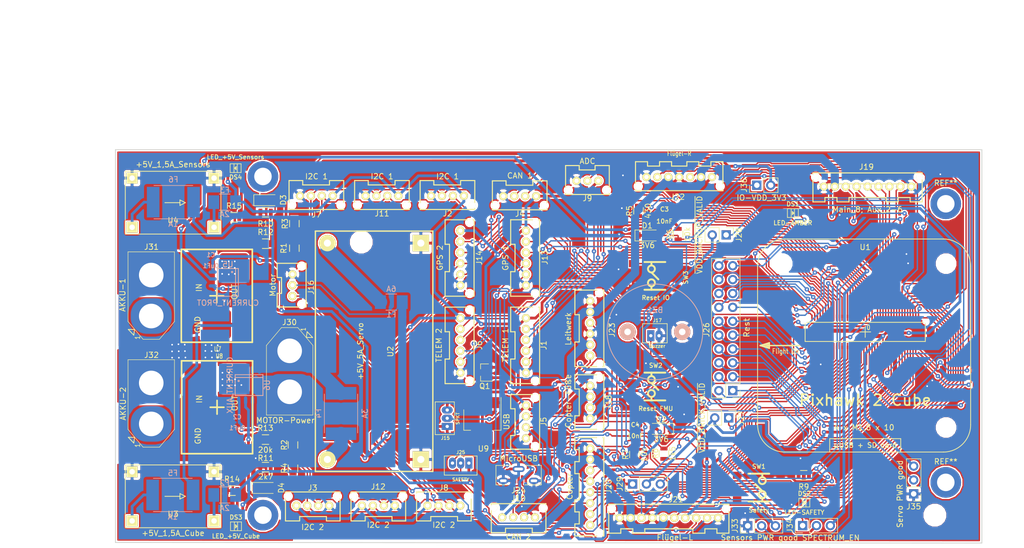
<source format=kicad_pcb>
(kicad_pcb (version 20170123) (host pcbnew no-vcs-found-8182369~60~ubuntu16.04.1)
  (layers (0 F.Cu signal) (31 B.Cu signal) (34 B.Paste user) (35 F.Paste user) (36 B.SilkS user) (37 F.SilkS user) (38 B.Mask user) (39 F.Mask user) (44 Edge.Cuts user))
  (net 0 "")
  (net 1 +5V_Sensors)
  (net 2 /ALARM)
  (net 3 GND)
  (net 4 /BATT­_CURRENT_SENS_PROT_1)
  (net 5 /AUX_BATT­_CURRENT_SENS_1)
  (net 6 /BATT­_CURRENT_SENS_PROT)
  (net 7 /AUX_BATT­_CURRENT_SENS)
  (net 8 /BATT­_VOLTAGE_SENS_PROT)
  (net 9 /AUX_BATT­_VOLTAGE_SENS)
  (net 10 +5V_Servo)
  (net 11 "Net-(F1-Pad1)")
  (net 12 "Net-(F2-Pad1)")
  (net 13 +5V_Cube)
  (net 14 "Net-(F3-Pad1)")
  (net 15 "Net-(F4-Pad2)")
  (net 16 /Power_Supply/Power_Supply)
  (net 17 "Net-(F5-Pad2)")
  (net 18 "Net-(F6-Pad2)")
  (net 19 /SERIAL1_RTS)
  (net 20 /SERIAL1_CTS)
  (net 21 /SERIAL1_RX)
  (net 22 /SERIAL1_TX)
  (net 23 /I2C_1_SDA)
  (net 24 /I2C_1_SCL)
  (net 25 /I2C_2_SCL)
  (net 26 /I2C_2_SDA)
  (net 27 /CAN_H_1)
  (net 28 /CAN_L_1)
  (net 29 /OTG_DP1)
  (net 30 /OTG_DM1)
  (net 31 /SERIAL2_TX)
  (net 32 /SERIAL2_RX)
  (net 33 /SERIAL2_CTS)
  (net 34 /SERIAL2_RTS)
  (net 35 /PREASSURE_SENS_IN)
  (net 36 /CAN_L_2)
  (net 37 /CAN_H_2)
  (net 38 /SERIAL_3_TX)
  (net 39 /SERIAL_3_RX)
  (net 40 /SERIAL_4_RX)
  (net 41 /SERIAL_4_TX)
  (net 42 /VDD_3V3_SPECTRUM_EN)
  (net 43 /IO-USART1_RX_SPECTRUM_DSM)
  (net 44 /IO-CH3-PROT)
  (net 45 /FMU-CH1-PROT)
  (net 46 /IO-CH1-PROT)
  (net 47 /IO-CH2-PROT)
  (net 48 /IO-CH5-PROT)
  (net 49 /IO-CH4-PROT)
  (net 50 /IO-CH6-PROT)
  (net 51 /IO-CH7-PROT)
  (net 52 "Net-(J24-Pad4)")
  (net 53 /SAFETY)
  (net 54 /IO-~LED_SAFETY_PROT)
  (net 55 /SPI_EXT_SCK)
  (net 56 /IO-SWCLK)
  (net 57 /IO-SWDIO)
  (net 58 /SPI_EXT_MISO)
  (net 59 /IO-VDD_5V5)
  (net 60 /S.BUS_OUT)
  (net 61 /~VBUS_VALID)
  (net 62 /SPI_EXT_MOSI)
  (net 63 /IO-USART1_TX)
  (net 64 /VBUS)
  (net 65 /~VDD_5V_PERIPH_EN)
  (net 66 /SERIAL_5_TX)
  (net 67 /SERIAL_5_RX)
  (net 68 /EXTERN_DRDY)
  (net 69 /CAN_H_3)
  (net 70 /CAN_L_3)
  (net 71 /~EXTERN_CS)
  (net 72 /FMU-SWCLK)
  (net 73 /FMU-SWDIO)
  (net 74 /~VDD_BRICK_VALID)
  (net 75 /~VDD_BACKUP_VALID)
  (net 76 /PPM_SBUS_PROT)
  (net 77 "Net-(J31-Pad1)")
  (net 78 "Net-(J32-Pad1)")
  (net 79 +3V3)
  (net 80 /FMU-~LED_AMBER)
  (net 81 "Net-(DS1-Pad1)")
  (net 82 "Net-(R8-Pad1)")
  (net 83 "Net-(DS2-Pad2)")
  (net 84 /FMU-~RESET)
  (net 85 /IO-~RESET)
  (net 86 /IO-CH8-PROT)
  (net 87 /FMU-CH6-PROT)
  (net 88 /FMU-CH5-PROT)
  (net 89 /FMU-CH4-PROT)
  (net 90 /FMU-CH3-PROT)
  (net 91 /FMU-CH2-PROT)
  (net 92 "Net-(U5-Pad1)")
  (net 93 "Net-(U6-Pad1)")
  (net 94 "Net-(DS3-Pad1)")
  (net 95 "Net-(DS4-Pad1)")
  (net 96 /~VDD_5V_PERIPH_OC)
  (net 97 /~VDD_5V_HIPOWER_OC)
  (net 98 /IO-VDD_3V3)
  (net 99 "Net-(J15-Pad3)")
  (net 100 /SPKT_MOSFET)
  (module TO_SOT_Packages_SMD:SOT-223-3Lead_TabPin2 (layer F.Cu) (at 229.17 135.85 270)
    (fp_text reference U9 (at 5.28 -0.19) (layer F.SilkS))
    (fp_text value LD1117S33TR_SOT223 hide)
    (pad 1 smd rect (at -3.15 -2.3 270) (size 2 1.5) (layers F.Cu F.Paste F.Mask) (net 3 GND))
    (pad 3 smd rect (at -3.15 2.3 270) (size 2 1.5) (layers F.Cu F.Paste F.Mask) (net 13 +5V_Cube))
    (pad 2 smd rect (at -3.15 0 270) (size 2 1.5) (layers F.Cu F.Paste F.Mask) (net 79 +3V3))
    (pad 2 smd rect (at 3.15 0 270) (size 2 3.8) (layers F.Cu F.Paste F.Mask) (net 79 +3V3))
  )
  (module JST_PA:JST-PA-04_Top-entry-type (layer F.Cu) (at 237.145618 136.222266 270)
    (fp_text reference J5 (at -0.022266 -3.254382 270) (layer F.SilkS))
    (fp_text value USB (at -0.022266 3.545618 270) (layer F.SilkS))
    (pad "" np_thru_hole circle (at 4.5 -1.7 270) (size 1.2 1.2) (drill 1.2) (layers *.Cu *.Mask F.SilkS))
    (pad "" np_thru_hole circle (at -4.5 -1.7 270) (size 1.2 1.2) (drill 1.2) (layers *.Cu *.Mask F.SilkS))
    (pad 4 thru_hole circle (at 3 0 270) (size 1.5 1.5) (drill 0.8) (layers *.Cu *.Mask F.SilkS) (net 3 GND))
    (pad 3 thru_hole circle (at 1 0 270) (size 1.5 1.5) (drill 0.8) (layers *.Cu *.Mask F.SilkS) (net 30 /OTG_DM1))
    (pad 2 thru_hole circle (at -1 0 270) (size 1.5 1.5) (drill 0.8) (layers *.Cu *.Mask F.SilkS) (net 29 /OTG_DP1))
    (pad 1 thru_hole circle (at -3 0 270) (size 1.5 1.5) (drill 0.8) (layers *.Cu *.Mask F.SilkS) (net 13 +5V_Cube))
  )
  (module stitching_vias:Stitching_Via-0_7mm (layer F.Cu) (at 285.78 151.36)
    (fp_text reference REF** hide)
    (fp_text value Stitching_Via-0_7mm hide)
    (pad 1 thru_hole circle (at 0 0) (size 0.7 0.7) (drill 0.3) (layers *.Cu) (net 3 GND))
  )
  (module stitching_vias:Stitching_Via-0_7mm (layer F.Cu) (at 310.59 129.69)
    (fp_text reference REF** hide)
    (fp_text value Stitching_Via-0_7mm hide)
    (pad 1 thru_hole circle (at 0 0) (size 0.7 0.7) (drill 0.3) (layers *.Cu) (net 3 GND))
  )
  (module stitching_vias:Stitching_Via-0_7mm (layer F.Cu) (at 311.53 128.64)
    (fp_text reference REF** hide)
    (fp_text value Stitching_Via-0_7mm hide)
    (pad 1 thru_hole circle (at 0 0) (size 0.7 0.7) (drill 0.3) (layers *.Cu) (net 3 GND))
  )
  (module stitching_vias:Stitching_Via-0_7mm (layer F.Cu) (at 180.72 122.19)
    (fp_text reference REF** hide)
    (fp_text value Stitching_Via-0_7mm hide)
    (pad 1 thru_hole circle (at 0 0) (size 0.7 0.7) (drill 0.3) (layers *.Cu) (net 3 GND))
  )
  (module stitching_vias:Stitching_Via-0_7mm (layer F.Cu) (at 180.71 123.25)
    (fp_text reference REF** hide)
    (fp_text value Stitching_Via-0_7mm hide)
    (pad 1 thru_hole circle (at 0 0) (size 0.7 0.7) (drill 0.3) (layers *.Cu) (net 3 GND))
  )
  (module stitching_vias:Stitching_Via-0_7mm (layer F.Cu) (at 179.67 124.43)
    (fp_text reference REF** hide)
    (fp_text value Stitching_Via-0_7mm hide)
    (pad 1 thru_hole circle (at 0 0) (size 0.7 0.7) (drill 0.3) (layers *.Cu) (net 3 GND))
  )
  (module stitching_vias:Stitching_Via-0_7mm (layer F.Cu) (at 179.6 123.29)
    (fp_text reference REF** hide)
    (fp_text value Stitching_Via-0_7mm hide)
    (pad 1 thru_hole circle (at 0 0) (size 0.7 0.7) (drill 0.3) (layers *.Cu) (net 3 GND))
  )
  (module stitching_vias:Stitching_Via-0_7mm (layer F.Cu) (at 179.59 122.17)
    (fp_text reference REF** hide)
    (fp_text value Stitching_Via-0_7mm hide)
    (pad 1 thru_hole circle (at 0 0) (size 0.7 0.7) (drill 0.3) (layers *.Cu) (net 3 GND))
  )
  (module stitching_vias:Stitching_Via-0_7mm (layer F.Cu) (at 178.5 122.17)
    (fp_text reference REF** hide)
    (fp_text value Stitching_Via-0_7mm hide)
    (pad 1 thru_hole circle (at 0 0) (size 0.7 0.7) (drill 0.3) (layers *.Cu) (net 3 GND))
  )
  (module stitching_vias:Stitching_Via-0_7mm (layer F.Cu) (at 178.45 123.24)
    (fp_text reference REF** hide)
    (fp_text value Stitching_Via-0_7mm hide)
    (pad 1 thru_hole circle (at 0 0) (size 0.7 0.7) (drill 0.3) (layers *.Cu) (net 3 GND))
  )
  (module stitching_vias:Stitching_Via-0_7mm (layer F.Cu) (at 178.47 124.43)
    (fp_text reference REF** hide)
    (fp_text value Stitching_Via-0_7mm hide)
    (pad 1 thru_hole circle (at 0 0) (size 0.7 0.7) (drill 0.3) (layers *.Cu) (net 3 GND))
  )
  (module stitching_vias:Stitching_Via-0_7mm (layer F.Cu) (at 173.53 122.01)
    (fp_text reference REF** hide)
    (fp_text value Stitching_Via-0_7mm hide)
    (pad 1 thru_hole circle (at 0 0) (size 0.7 0.7) (drill 0.3) (layers *.Cu) (net 3 GND))
  )
  (module stitching_vias:Stitching_Via-0_7mm (layer F.Cu) (at 174.68 122.09)
    (fp_text reference REF** hide)
    (fp_text value Stitching_Via-0_7mm hide)
    (pad 1 thru_hole circle (at 0 0) (size 0.7 0.7) (drill 0.3) (layers *.Cu) (net 3 GND))
  )
  (module stitching_vias:Stitching_Via-0_7mm (layer F.Cu) (at 172.37 122.1)
    (fp_text reference REF** hide)
    (fp_text value Stitching_Via-0_7mm hide)
    (pad 1 thru_hole circle (at 0 0) (size 0.7 0.7) (drill 0.3) (layers *.Cu) (net 3 GND))
  )
  (module stitching_vias:Stitching_Via-0_7mm (layer F.Cu) (at 172.36 123.32)
    (fp_text reference REF** hide)
    (fp_text value Stitching_Via-0_7mm hide)
    (pad 1 thru_hole circle (at 0 0) (size 0.7 0.7) (drill 0.3) (layers *.Cu) (net 3 GND))
  )
  (module stitching_vias:Stitching_Via-0_7mm (layer F.Cu) (at 174.72 123.27)
    (fp_text reference REF** hide)
    (fp_text value Stitching_Via-0_7mm hide)
    (pad 1 thru_hole circle (at 0 0) (size 0.7 0.7) (drill 0.3) (layers *.Cu) (net 3 GND))
  )
  (module stitching_vias:Stitching_Via-0_7mm (layer F.Cu) (at 173.58 123.3)
    (fp_text reference REF** hide)
    (fp_text value Stitching_Via-0_7mm hide)
    (pad 1 thru_hole circle (at 0 0) (size 0.7 0.7) (drill 0.3) (layers *.Cu) (net 3 GND))
  )
  (module stitching_vias:Stitching_Via-0_7mm (layer F.Cu) (at 173.61 124.47)
    (fp_text reference REF** hide)
    (fp_text value Stitching_Via-0_7mm hide)
    (pad 1 thru_hole circle (at 0 0) (size 0.7 0.7) (drill 0.3) (layers *.Cu) (net 3 GND))
  )
  (module stitching_vias:Stitching_Via-0_7mm (layer F.Cu) (at 174.81 124.44)
    (fp_text reference REF** hide)
    (fp_text value Stitching_Via-0_7mm hide)
    (pad 1 thru_hole circle (at 0 0) (size 0.7 0.7) (drill 0.3) (layers *.Cu) (net 3 GND))
  )
  (module stitching_vias:Stitching_Via-0_7mm (layer F.Cu) (at 181.94 114.13)
    (fp_text reference REF** hide)
    (fp_text value Stitching_Via-0_7mm hide)
    (pad 1 thru_hole circle (at 0 0) (size 0.7 0.7) (drill 0.3) (layers *.Cu) (net 3 GND))
  )
  (module stitching_vias:Stitching_Via-0_7mm (layer F.Cu) (at 185.05 129.48)
    (fp_text reference REF** hide)
    (fp_text value Stitching_Via-0_7mm hide)
    (pad 1 thru_hole circle (at 0 0) (size 0.7 0.7) (drill 0.3) (layers *.Cu) (net 93 "Net-(U6-Pad1)"))
  )
  (module stitching_vias:Stitching_Via-0_7mm (layer F.Cu) (at 183.89 128.43)
    (fp_text reference REF** hide)
    (fp_text value Stitching_Via-0_7mm hide)
    (pad 1 thru_hole circle (at 0 0) (size 0.7 0.7) (drill 0.3) (layers *.Cu) (net 93 "Net-(U6-Pad1)"))
  )
  (module stitching_vias:Stitching_Via-0_7mm (layer F.Cu) (at 182.79 127.23)
    (fp_text reference REF** hide)
    (fp_text value Stitching_Via-0_7mm hide)
    (pad 1 thru_hole circle (at 0 0) (size 0.7 0.7) (drill 0.3) (layers *.Cu) (net 93 "Net-(U6-Pad1)"))
  )
  (module stitching_vias:Stitching_Via-0_7mm (layer F.Cu) (at 182.79 128.4)
    (fp_text reference REF** hide)
    (fp_text value Stitching_Via-0_7mm hide)
    (pad 1 thru_hole circle (at 0 0) (size 0.7 0.7) (drill 0.3) (layers *.Cu) (net 93 "Net-(U6-Pad1)"))
  )
  (module stitching_vias:Stitching_Via-0_7mm (layer F.Cu) (at 181.58 129.53)
    (fp_text reference REF** hide)
    (fp_text value Stitching_Via-0_7mm hide)
    (pad 1 thru_hole circle (at 0 0) (size 0.7 0.7) (drill 0.3) (layers *.Cu) (net 93 "Net-(U6-Pad1)"))
  )
  (module stitching_vias:Stitching_Via-0_7mm (layer F.Cu) (at 181.58 128.43)
    (fp_text reference REF** hide)
    (fp_text value Stitching_Via-0_7mm hide)
    (pad 1 thru_hole circle (at 0 0) (size 0.7 0.7) (drill 0.3) (layers *.Cu) (net 93 "Net-(U6-Pad1)"))
  )
  (module stitching_vias:Stitching_Via-0_7mm (layer F.Cu) (at 182.79 129.63)
    (fp_text reference REF** hide)
    (fp_text value Stitching_Via-0_7mm hide)
    (pad 1 thru_hole circle (at 0 0) (size 0.7 0.7) (drill 0.3) (layers *.Cu) (net 93 "Net-(U6-Pad1)"))
  )
  (module stitching_vias:Stitching_Via-0_7mm (layer F.Cu) (at 183.89 129.53)
    (fp_text reference REF** hide)
    (fp_text value Stitching_Via-0_7mm hide)
    (pad 1 thru_hole circle (at 0 0) (size 0.7 0.7) (drill 0.3) (layers *.Cu) (net 93 "Net-(U6-Pad1)"))
  )
  (module stitching_vias:Stitching_Via-0_7mm (layer F.Cu) (at 181.58 127.23)
    (fp_text reference REF** hide)
    (fp_text value Stitching_Via-0_7mm hide)
    (pad 1 thru_hole circle (at 0 0) (size 0.7 0.7) (drill 0.3) (layers *.Cu) (net 93 "Net-(U6-Pad1)"))
  )
  (module Ideale-Diode-pcb_[JS]:Ideale_Diode_Gen-I (layer F.Cu) (at 180.55 113.15 270)
    (fp_text reference U7 (at 9.75 -0.15) (layer F.SilkS) (effects (font (size 0.85 0.65) (thickness 0.125))))
    (fp_text value Ideal_Diode_PROT)
    (fp_text user GND (at 5.25 3.5 270) (layer F.SilkS))
    (fp_text user OUT (at -0.75 -3.25 270) (layer F.SilkS))
    (fp_text user IN (at -1.5 3.25 270) (layer F.SilkS))
    (pad 3 smd roundrect (at 5.2 0 270) (size 5.2 5.2) (layers F.Cu F.Paste F.Mask) (roundrect_rratio 0.1) (net 3 GND))
    (pad 1 smd roundrect (at -5.2 3.15 270) (size 5.2 5.2) (layers F.Cu F.Paste F.Mask) (roundrect_rratio 0.1) (net 77 "Net-(J31-Pad1)"))
    (pad 2 smd roundrect (at -5.2 -3.15 270) (size 5.2 5.2) (layers F.Cu F.Paste F.Mask) (roundrect_rratio 0.1) (net 92 "Net-(U5-Pad1)"))
  )
  (module Ideale-Diode-pcb_[JS]:Ideale_Diode_Gen-I (layer F.Cu) (at 180.6 133.55 270)
    (fp_text reference U8 (at -9.35 -0.4) (layer F.SilkS) (effects (font (size 0.85 0.65) (thickness 0.125))))
    (fp_text value Ideal_Diode_AUX)
    (fp_text user GND (at 5.25 3.5 270) (layer F.SilkS))
    (fp_text user OUT (at -0.75 -3.25 270) (layer F.SilkS))
    (fp_text user IN (at -1.5 3.25 270) (layer F.SilkS))
    (pad 3 smd roundrect (at 5.2 0 270) (size 5.2 5.2) (layers F.Cu F.Paste F.Mask) (roundrect_rratio 0.1) (net 3 GND))
    (pad 1 smd roundrect (at -5.2 3.15 270) (size 5.2 5.2) (layers F.Cu F.Paste F.Mask) (roundrect_rratio 0.1) (net 78 "Net-(J32-Pad1)"))
    (pad 2 smd roundrect (at -5.2 -3.15 270) (size 5.2 5.2) (layers F.Cu F.Paste F.Mask) (roundrect_rratio 0.1) (net 93 "Net-(U6-Pad1)"))
  )
  (module Resistors-Mini-SMD:R_0805 (layer F.Cu) (at 189.46 144.51 180)
    (fp_text reference R11 (at -0.04817 1.652428 180) (layer F.SilkS))
    (fp_text value 2k7 (at -0.04817 -1.747572 180) (layer F.SilkS))
    (pad 2 smd rect (at 0.95 0 180) (size 0.7 1.3) (layers F.Cu F.Paste F.Mask) (net 3 GND))
    (pad 1 smd rect (at -0.95 0 180) (size 0.7 1.3) (layers F.Cu F.Paste F.Mask) (net 9 /AUX_BATT­_VOLTAGE_SENS))
  )
  (module Resistors-Mini-SMD:R_0805 (layer F.Cu) (at 189.46 139.46)
    (fp_text reference R13 (at 0 -2.1) (layer F.SilkS))
    (fp_text value 20k (at 0 1.897572) (layer F.SilkS))
    (pad 1 smd rect (at -0.95 0) (size 0.7 1.3) (layers F.Cu F.Paste F.Mask) (net 78 "Net-(J32-Pad1)"))
    (pad 2 smd rect (at 0.95 0) (size 0.7 1.3) (layers F.Cu F.Paste F.Mask) (net 9 /AUX_BATT­_VOLTAGE_SENS))
  )
  (module Mounting_Holes:MountingHole_3.2mm_M3_DIN965_Pad (layer F.Cu) (at 189 153.3)
    (fp_text reference REF** hide)
    (fp_text value MountingHole_3.2mm_M3_DIN965_Pad)
    (pad 1 thru_hole circle (at 0 0) (size 5.6 5.6) (drill 3.2) (layers *.Cu *.Mask))
  )
  (module Mounting_Holes:MountingHole_3.2mm_M3_DIN965_Pad (layer F.Cu) (at 189 91.3)
    (fp_text reference REF** hide)
    (fp_text value MountingHole_3.2mm_M3_DIN965_Pad)
    (pad 1 thru_hole circle (at 0 0) (size 5.6 5.6) (drill 3.2) (layers *.Cu *.Mask))
  )
  (module Mounting_Holes:MountingHole_3.2mm_M3_DIN965_Pad (layer F.Cu) (at 314 96.3)
    (fp_text reference REF** (at 0 -3.8) (layer F.SilkS))
    (fp_text value MountingHole_3.2mm_M3_DIN965_Pad)
    (pad 1 thru_hole circle (at 0 0) (size 5.6 5.6) (drill 3.2) (layers *.Cu *.Mask))
  )
  (module Mounting_Holes:MountingHole_3.2mm_M3_DIN965_Pad (layer F.Cu) (at 314 147.3)
    (fp_text reference REF** (at 0 -3.8) (layer F.SilkS))
    (fp_text value MountingHole_3.2mm_M3_DIN965_Pad)
    (pad 1 thru_hole circle (at 0 0) (size 5.6 5.6) (drill 3.2) (layers *.Cu *.Mask))
  )
  (module IPC7351-Nominal:CAPC0603X33 (layer B.Cu) (at 184.29 136.33 180)
    (fp_text reference C2 (at 0 1 180) (layer B.SilkS) (effects (font (size 0.8 0.8)) (justify mirror)))
    (fp_text value 0uF1 (at 0 -1 180) (layer B.SilkS) (effects (font (size 0.8 0.8)) (justify mirror)))
    (pad 1 smd rect (at -0.35 0 180) (size 0.45 0.4) (layers B.Cu B.Paste B.Mask) (net 79 +3V3))
    (pad 2 smd rect (at 0.35 0 180) (size 0.45 0.4) (layers B.Cu B.Paste B.Mask) (net 3 GND))
  )
  (module IPC7351-Nominal:CAPC0603X33 (layer B.Cu) (at 179.45 106.65 180)
    (fp_text reference C1 (at 0 1 180) (layer B.SilkS) (effects (font (size 0.8 0.8)) (justify mirror)))
    (fp_text value 0uF1 (at 0 -1 180) (layer B.SilkS) (effects (font (size 0.8 0.8)) (justify mirror)))
    (pad 1 smd rect (at -0.35 0 180) (size 0.45 0.4) (layers B.Cu B.Paste B.Mask) (net 79 +3V3))
    (pad 2 smd rect (at 0.35 0 180) (size 0.45 0.4) (layers B.Cu B.Paste B.Mask) (net 3 GND))
  )
  (module stitching_vias:Stitching_Via-0_7mm (layer F.Cu) (at 181.53 109.13)
    (fp_text reference REF** hide)
    (fp_text value Stitching_Via-0_7mm hide)
    (pad 1 thru_hole circle (at 0 0) (size 0.7 0.7) (drill 0.3) (layers *.Cu) (net 92 "Net-(U5-Pad1)"))
  )
  (module stitching_vias:Stitching_Via-0_7mm (layer F.Cu) (at 181.53 106.83)
    (fp_text reference REF** hide)
    (fp_text value Stitching_Via-0_7mm hide)
    (pad 1 thru_hole circle (at 0 0) (size 0.7 0.7) (drill 0.3) (layers *.Cu) (net 92 "Net-(U5-Pad1)"))
  )
  (module stitching_vias:Stitching_Via-0_7mm (layer F.Cu) (at 181.53 108.03)
    (fp_text reference REF** hide)
    (fp_text value Stitching_Via-0_7mm hide)
    (pad 1 thru_hole circle (at 0 0) (size 0.7 0.7) (drill 0.3) (layers *.Cu) (net 92 "Net-(U5-Pad1)"))
  )
  (module stitching_vias:Stitching_Via-0_7mm (layer F.Cu) (at 183.84 109.13)
    (fp_text reference REF** hide)
    (fp_text value Stitching_Via-0_7mm hide)
    (pad 1 thru_hole circle (at 0 0) (size 0.7 0.7) (drill 0.3) (layers *.Cu) (net 92 "Net-(U5-Pad1)"))
  )
  (module stitching_vias:Stitching_Via-0_7mm (layer F.Cu) (at 182.74 109.23)
    (fp_text reference REF** hide)
    (fp_text value Stitching_Via-0_7mm hide)
    (pad 1 thru_hole circle (at 0 0) (size 0.7 0.7) (drill 0.3) (layers *.Cu) (net 92 "Net-(U5-Pad1)"))
  )
  (module stitching_vias:Stitching_Via-0_7mm (layer F.Cu) (at 187.67 142.88)
    (fp_text reference REF** hide)
    (fp_text value Stitching_Via-0_7mm hide)
    (pad 1 thru_hole circle (at 0 0) (size 0.7 0.7) (drill 0.3) (layers *.Cu) (net 3 GND))
  )
  (module stitching_vias:Stitching_Via-0_7mm (layer F.Cu) (at 183.84 108.03)
    (fp_text reference REF** hide)
    (fp_text value Stitching_Via-0_7mm hide)
    (pad 1 thru_hole circle (at 0 0) (size 0.7 0.7) (drill 0.3) (layers *.Cu) (net 92 "Net-(U5-Pad1)"))
  )
  (module stitching_vias:Stitching_Via-0_7mm (layer F.Cu) (at 183.84 106.84)
    (fp_text reference REF** hide)
    (fp_text value Stitching_Via-0_7mm hide)
    (pad 1 thru_hole circle (at 0 0) (size 0.7 0.7) (drill 0.3) (layers *.Cu) (net 92 "Net-(U5-Pad1)"))
  )
  (module JST_ZH:JST_ZH_B3B-ZR (layer F.Cu) (at 222.28 135.51 90)
    (fp_text reference J15 (at -3.67 0.11 180) (layer F.SilkS) (effects (font (size 0.6 0.6) (thickness 0.127))))
    (fp_text value SPKT (at -0.1 2.377734 90) (layer F.SilkS) (effects (font (size 0.6 0.6) (thickness 0.127))))
    (pad 3 thru_hole oval (at 1.45 0.45 90) (size 1.3 2) (drill 0.6) (layers *.Cu *.Mask) (net 99 "Net-(J15-Pad3)"))
    (pad 2 thru_hole oval (at -0.05 0.45 90) (size 1.3 2) (drill 0.6) (layers *.Cu *.Mask) (net 43 /IO-USART1_RX_SPECTRUM_DSM))
    (pad 1 thru_hole rect (at -1.55 0.45 90) (size 1.3 2) (drill 0.6) (layers *.Cu *.Mask) (net 79 +3V3))
  )
  (module stencil-holes-[JS]:stencil_hole_3mm_exempted (layer F.Cu) (at 207 103.3)
    (fp_text reference REF** hide)
    (fp_text value stencil_hole_3mm hide)
    (pad "" np_thru_hole circle (at 0 0) (size 3.2 3.2) (drill 3.2) (layers *.Cu *.Paste *.Mask) (clearance 0.5))
  )
  (module stencil-holes-[JS]:stencil_hole_3mm_exempted (layer F.Cu) (at 312 153.3)
    (fp_text reference REF** hide)
    (fp_text value stencil_hole_3mm hide)
    (pad "" np_thru_hole circle (at 0 0) (size 3.2 3.2) (drill 3.2) (layers *.Cu *.Paste *.Mask) (clearance 0.5))
  )
  (module stitching_vias:Stitching_Via-0_7mm (layer F.Cu) (at 254.9 91.1)
    (fp_text reference REF** hide)
    (fp_text value Stitching_Via-0_7mm hide)
    (pad 1 thru_hole circle (at 0 0) (size 0.7 0.7) (drill 0.3) (layers *.Cu) (net 3 GND))
  )
  (module stitching_vias:Stitching_Via-0_7mm (layer F.Cu) (at 252.6 118.6)
    (fp_text reference REF** hide)
    (fp_text value Stitching_Via-0_7mm hide)
    (pad 1 thru_hole circle (at 0 0) (size 0.7 0.7) (drill 0.3) (layers *.Cu) (net 3 GND))
  )
  (module stitching_vias:Stitching_Via-0_7mm (layer F.Cu) (at 252.5 117.2)
    (fp_text reference REF** hide)
    (fp_text value Stitching_Via-0_7mm hide)
    (pad 1 thru_hole circle (at 0 0) (size 0.7 0.7) (drill 0.3) (layers *.Cu) (net 3 GND))
  )
  (module stitching_vias:Stitching_Via-0_7mm (layer F.Cu) (at 253.7 116.6)
    (fp_text reference REF** hide)
    (fp_text value Stitching_Via-0_7mm hide)
    (pad 1 thru_hole circle (at 0 0) (size 0.7 0.7) (drill 0.3) (layers *.Cu) (net 3 GND))
  )
  (module stitching_vias:Stitching_Via-0_7mm (layer F.Cu) (at 254.1 108.3)
    (fp_text reference REF** hide)
    (fp_text value Stitching_Via-0_7mm hide)
    (pad 1 thru_hole circle (at 0 0) (size 0.7 0.7) (drill 0.3) (layers *.Cu) (net 3 GND))
  )
  (module stitching_vias:Stitching_Via-0_7mm (layer F.Cu) (at 254.2 101.9)
    (fp_text reference REF** hide)
    (fp_text value Stitching_Via-0_7mm hide)
    (pad 1 thru_hole circle (at 0 0) (size 0.7 0.7) (drill 0.3) (layers *.Cu) (net 3 GND))
  )
  (module stitching_vias:Stitching_Via-0_7mm (layer F.Cu) (at 307.1 107.2)
    (fp_text reference REF** hide)
    (fp_text value Stitching_Via-0_7mm hide)
    (pad 1 thru_hole circle (at 0 0) (size 0.7 0.7) (drill 0.3) (layers *.Cu) (net 3 GND))
  )
  (module stitching_vias:Stitching_Via-0_7mm (layer F.Cu) (at 306.8 105.5)
    (fp_text reference REF** hide)
    (fp_text value Stitching_Via-0_7mm hide)
    (pad 1 thru_hole circle (at 0 0) (size 0.7 0.7) (drill 0.3) (layers *.Cu) (net 3 GND))
  )
  (module stitching_vias:Stitching_Via-0_7mm (layer F.Cu) (at 313 90.9)
    (fp_text reference REF** hide)
    (fp_text value Stitching_Via-0_7mm hide)
    (pad 1 thru_hole circle (at 0 0) (size 0.7 0.7) (drill 0.3) (layers *.Cu) (net 3 GND))
  )
  (module stitching_vias:Stitching_Via-0_7mm (layer F.Cu) (at 295.95 98.95)
    (fp_text reference REF** hide)
    (fp_text value Stitching_Via-0_7mm hide)
    (pad 1 thru_hole circle (at 0 0) (size 0.7 0.7) (drill 0.3) (layers *.Cu) (net 3 GND))
  )
  (module stitching_vias:Stitching_Via-0_7mm (layer F.Cu) (at 294.57 98.35)
    (fp_text reference REF** hide)
    (fp_text value Stitching_Via-0_7mm hide)
    (pad 1 thru_hole circle (at 0 0) (size 0.7 0.7) (drill 0.3) (layers *.Cu) (net 3 GND))
  )
  (module stitching_vias:Stitching_Via-0_7mm (layer F.Cu) (at 254.8 131.63)
    (fp_text reference REF** hide)
    (fp_text value Stitching_Via-0_7mm hide)
    (pad 1 thru_hole circle (at 0 0) (size 0.7 0.7) (drill 0.3) (layers *.Cu) (net 3 GND))
  )
  (module stitching_vias:Stitching_Via-0_7mm (layer F.Cu) (at 287.4 142.9)
    (fp_text reference REF** hide)
    (fp_text value Stitching_Via-0_7mm hide)
    (pad 1 thru_hole circle (at 0 0) (size 0.7 0.7) (drill 0.3) (layers *.Cu) (net 3 GND))
  )
  (module stitching_vias:Stitching_Via-0_7mm (layer F.Cu) (at 291.1 125.7)
    (fp_text reference REF** hide)
    (fp_text value Stitching_Via-0_7mm hide)
    (pad 1 thru_hole circle (at 0 0) (size 0.7 0.7) (drill 0.3) (layers *.Cu) (net 3 GND))
  )
  (module stitching_vias:Stitching_Via-0_7mm (layer F.Cu) (at 277.27 152.94)
    (fp_text reference REF** hide)
    (fp_text value Stitching_Via-0_7mm hide)
    (pad 1 thru_hole circle (at 0 0) (size 0.7 0.7) (drill 0.3) (layers *.Cu) (net 3 GND))
  )
  (module stitching_vias:Stitching_Via-0_7mm (layer F.Cu) (at 250.68 141.93)
    (fp_text reference REF** hide)
    (fp_text value Stitching_Via-0_7mm hide)
    (pad 1 thru_hole circle (at 0 0) (size 0.7 0.7) (drill 0.3) (layers *.Cu) (net 3 GND))
  )
  (module stitching_vias:Stitching_Via-0_7mm (layer F.Cu) (at 278.2 145.7)
    (fp_text reference REF** hide)
    (fp_text value Stitching_Via-0_7mm hide)
    (pad 1 thru_hole circle (at 0 0) (size 0.7 0.7) (drill 0.3) (layers *.Cu) (net 3 GND))
  )
  (module stitching_vias:Stitching_Via-0_7mm (layer F.Cu) (at 259.1 125.5)
    (fp_text reference REF** hide)
    (fp_text value Stitching_Via-0_7mm hide)
    (pad 1 thru_hole circle (at 0 0) (size 0.7 0.7) (drill 0.3) (layers *.Cu) (net 3 GND))
  )
  (module stitching_vias:Stitching_Via-0_7mm (layer F.Cu) (at 265 129.8)
    (fp_text reference REF** hide)
    (fp_text value Stitching_Via-0_7mm hide)
    (pad 1 thru_hole circle (at 0 0) (size 0.7 0.7) (drill 0.3) (layers *.Cu) (net 3 GND))
  )
  (module stitching_vias:Stitching_Via-0_7mm (layer F.Cu) (at 266.1 134.85)
    (fp_text reference REF** hide)
    (fp_text value Stitching_Via-0_7mm hide)
    (pad 1 thru_hole circle (at 0 0) (size 0.7 0.7) (drill 0.3) (layers *.Cu) (net 3 GND))
  )
  (module stitching_vias:Stitching_Via-0_7mm (layer F.Cu) (at 257.6 136.7)
    (fp_text reference REF** hide)
    (fp_text value Stitching_Via-0_7mm hide)
    (pad 1 thru_hole circle (at 0 0) (size 0.7 0.7) (drill 0.3) (layers *.Cu) (net 3 GND))
  )
  (module stitching_vias:Stitching_Via-0_7mm (layer F.Cu) (at 246.88 141.01)
    (fp_text reference REF** hide)
    (fp_text value Stitching_Via-0_7mm hide)
    (pad 1 thru_hole circle (at 0 0) (size 0.7 0.7) (drill 0.3) (layers *.Cu) (net 3 GND))
  )
  (module stitching_vias:Stitching_Via-0_7mm (layer F.Cu) (at 252.6 148)
    (fp_text reference REF** hide)
    (fp_text value Stitching_Via-0_7mm hide)
    (pad 1 thru_hole circle (at 0 0) (size 0.7 0.7) (drill 0.3) (layers *.Cu) (net 3 GND))
  )
  (module stitching_vias:Stitching_Via-0_7mm (layer F.Cu) (at 236.4 151.7)
    (fp_text reference REF** hide)
    (fp_text value Stitching_Via-0_7mm hide)
    (pad 1 thru_hole circle (at 0 0) (size 0.7 0.7) (drill 0.3) (layers *.Cu) (net 3 GND))
  )
  (module stitching_vias:Stitching_Via-0_7mm (layer F.Cu) (at 239.5 144.1)
    (fp_text reference REF** hide)
    (fp_text value Stitching_Via-0_7mm hide)
    (pad 1 thru_hole circle (at 0 0) (size 0.7 0.7) (drill 0.3) (layers *.Cu) (net 3 GND))
  )
  (module stitching_vias:Stitching_Via-0_7mm (layer F.Cu) (at 182.74 108)
    (fp_text reference REF** hide)
    (fp_text value Stitching_Via-0_7mm hide)
    (pad 1 thru_hole circle (at 0 0) (size 0.7 0.7) (drill 0.3) (layers *.Cu) (net 92 "Net-(U5-Pad1)"))
  )
  (module stitching_vias:Stitching_Via-0_7mm (layer F.Cu) (at 182.74 106.83)
    (fp_text reference REF** hide)
    (fp_text value Stitching_Via-0_7mm hide)
    (pad 1 thru_hole circle (at 0 0) (size 0.7 0.7) (drill 0.3) (layers *.Cu) (net 92 "Net-(U5-Pad1)"))
  )
  (module stitching_vias:Stitching_Via-0_7mm (layer F.Cu) (at 172.37 124.47)
    (fp_text reference REF** hide)
    (fp_text value Stitching_Via-0_7mm hide)
    (pad 1 thru_hole circle (at 0 0) (size 0.7 0.7) (drill 0.3) (layers *.Cu) (net 3 GND))
  )
  (module stitching_vias:Stitching_Via-0_7mm (layer F.Cu) (at 180.73 124.38)
    (fp_text reference REF** hide)
    (fp_text value Stitching_Via-0_7mm hide)
    (pad 1 thru_hole circle (at 0 0) (size 0.7 0.7) (drill 0.3) (layers *.Cu) (net 3 GND))
  )
  (module stitching_vias:Stitching_Via-0_7mm (layer F.Cu) (at 254.7 97.1)
    (fp_text reference REF** hide)
    (fp_text value Stitching_Via-0_7mm hide)
    (pad 1 thru_hole circle (at 0 0) (size 0.7 0.7) (drill 0.3) (layers *.Cu) (net 3 GND))
  )
  (module Pixhawk_2-Cube:Pixhawk-2_Cube (layer F.Cu) (at 299.25 119.75 180)
    (fp_text reference U1 (at 0 15.5 180) (layer F.SilkS))
    (fp_text value Pixhawk_2_Cube_80-Pin_Header)
    (fp_text user "Pixhawk 2 Cube" (at 0 -12.5 180) (layer F.SilkS) (effects (font (size 2 2) (thickness 0.3))))
    (fp_text user 0 (at -0.6 0.8 180) (layer F.SilkS) (effects (font (size 0.9 0.7) (thickness 0.125))))
    (fp_text user "4 x M1,6 x 10" (at 0.2 -17.5 180) (layer F.SilkS))
    (fp_text user "Flight Dir" (at 14.55 -3.55 180) (layer F.SilkS) (effects (font (size 0.9 0.7) (thickness 0.125))))
    (fp_text user "µUSB + SD card" (at 0 -20.75 180) (layer F.SilkS) (effects (font (size 0.9 0.9))))
    (pad 79 smd rect (at -9.751664 -2.57472 180) (size 0.25 1.15) (layers F.Cu F.Paste F.Mask) (net 27 /CAN_H_1))
    (pad 77 smd rect (at -9.251664 -2.57472 180) (size 0.25 1.15) (layers F.Cu F.Paste F.Mask) (net 28 /CAN_L_1))
    (pad 75 smd rect (at -8.751664 -2.57472 180) (size 0.25 1.15) (layers F.Cu F.Paste F.Mask) (net 85 /IO-~RESET))
    (pad 73 smd rect (at -8.251664 -2.57472 180) (size 0.25 1.15) (layers F.Cu F.Paste F.Mask) (net 55 /SPI_EXT_SCK))
    (pad 71 smd rect (at -7.751664 -2.57472 180) (size 0.25 1.15) (layers F.Cu F.Paste F.Mask) (net 56 /IO-SWCLK))
    (pad 69 smd rect (at -7.251664 -2.57472 180) (size 0.25 1.15) (layers F.Cu F.Paste F.Mask) (net 57 /IO-SWDIO))
    (pad 67 smd rect (at -6.751664 -2.57472 180) (size 0.25 1.15) (layers F.Cu F.Paste F.Mask) (net 58 /SPI_EXT_MISO))
    (pad 65 smd rect (at -6.251664 -2.57472 180) (size 0.25 1.15) (layers F.Cu F.Paste F.Mask) (net 59 /IO-VDD_5V5))
    (pad 63 smd rect (at -5.751664 -2.57472 180) (size 0.25 1.15) (layers F.Cu F.Paste F.Mask) (net 13 +5V_Cube))
    (pad 61 smd rect (at -5.251664 -2.57472 180) (size 0.25 1.15) (layers F.Cu F.Paste F.Mask) (net 13 +5V_Cube))
    (pad 59 smd rect (at -4.751664 -2.57472 180) (size 0.25 1.15) (layers F.Cu F.Paste F.Mask) (net 61 /~VBUS_VALID))
    (pad 57 smd rect (at -4.251664 -2.57472 180) (size 0.25 1.15) (layers F.Cu F.Paste F.Mask) (net 75 /~VDD_BACKUP_VALID))
    (pad 55 smd rect (at -3.751664 -2.57472 180) (size 0.25 1.15) (layers F.Cu F.Paste F.Mask) (net 74 /~VDD_BRICK_VALID))
    (pad 53 smd rect (at -3.251664 -2.57472 180) (size 0.25 1.15) (layers F.Cu F.Paste F.Mask) (net 10 +5V_Servo))
    (pad 51 smd rect (at -2.751664 -2.57472 180) (size 0.25 1.15) (layers F.Cu F.Paste F.Mask) (net 62 /SPI_EXT_MOSI))
    (pad 49 smd rect (at -2.251664 -2.57472 180) (size 0.25 1.15) (layers F.Cu F.Paste F.Mask) (net 6 /BATT­_CURRENT_SENS_PROT))
    (pad 47 smd rect (at -1.751664 -2.57472 180) (size 0.25 1.15) (layers F.Cu F.Paste F.Mask) (net 8 /BATT­_VOLTAGE_SENS_PROT))
    (pad 45 smd rect (at -1.251664 -2.57472 180) (size 0.25 1.15) (layers F.Cu F.Paste F.Mask) (net 97 /~VDD_5V_HIPOWER_OC))
    (pad 43 smd rect (at -0.751664 -2.57472 180) (size 0.25 1.15) (layers F.Cu F.Paste F.Mask) (net 96 /~VDD_5V_PERIPH_OC))
    (pad 41 smd rect (at -0.251664 -2.57472 180) (size 0.25 1.15) (layers F.Cu F.Paste F.Mask) (net 37 /CAN_H_2))
    (pad 39 smd rect (at 0.248336 -2.57472 180) (size 0.25 1.15) (layers F.Cu F.Paste F.Mask) (net 36 /CAN_L_2))
    (pad 37 smd rect (at 0.748336 -2.57472 180) (size 0.25 1.15) (layers F.Cu F.Paste F.Mask) (net 24 /I2C_1_SCL))
    (pad 35 smd rect (at 1.248336 -2.57472 180) (size 0.25 1.15) (layers F.Cu F.Paste F.Mask) (net 23 /I2C_1_SDA))
    (pad 33 smd rect (at 1.748336 -2.57472 180) (size 0.25 1.15) (layers F.Cu F.Paste F.Mask) (net 30 /OTG_DM1))
    (pad 31 smd rect (at 2.248336 -2.57472 180) (size 0.25 1.15) (layers F.Cu F.Paste F.Mask) (net 29 /OTG_DP1))
    (pad 29 smd rect (at 2.748336 -2.57472 180) (size 0.25 1.15) (layers F.Cu F.Paste F.Mask) (net 64 /VBUS))
    (pad 27 smd rect (at 3.248336 -2.57472 180) (size 0.25 1.15) (layers F.Cu F.Paste F.Mask) (net 65 /~VDD_5V_PERIPH_EN))
    (pad 25 smd rect (at 3.748336 -2.57472 180) (size 0.25 1.15) (layers F.Cu F.Paste F.Mask) (net 7 /AUX_BATT­_CURRENT_SENS))
    (pad 23 smd rect (at 4.248336 -2.57472 180) (size 0.25 1.15) (layers F.Cu F.Paste F.Mask) (net 9 /AUX_BATT­_VOLTAGE_SENS))
    (pad 21 smd rect (at 4.748336 -2.57472 180) (size 0.25 1.15) (layers F.Cu F.Paste F.Mask) (net 35 /PREASSURE_SENS_IN))
    (pad 19 smd rect (at 5.248336 -2.57472 180) (size 0.25 1.15) (layers F.Cu F.Paste F.Mask) (net 42 /VDD_3V3_SPECTRUM_EN))
    (pad 17 smd rect (at 5.748336 -2.57472 180) (size 0.25 1.15) (layers F.Cu F.Paste F.Mask) (net 53 /SAFETY))
    (pad 15 smd rect (at 6.248336 -2.57472 180) (size 0.25 1.15) (layers F.Cu F.Paste F.Mask) (net 3 GND))
    (pad 13 smd rect (at 6.748336 -2.57472 180) (size 0.25 1.15) (layers F.Cu F.Paste F.Mask) (net 3 GND))
    (pad 11 smd rect (at 7.248336 -2.57472 180) (size 0.25 1.15) (layers F.Cu F.Paste F.Mask) (net 68 /EXTERN_DRDY))
    (pad 9 smd rect (at 7.748336 -2.57472 180) (size 0.25 1.15) (layers F.Cu F.Paste F.Mask) (net 10 +5V_Servo))
    (pad 7 smd rect (at 8.248336 -2.57472 180) (size 0.25 1.15) (layers F.Cu F.Paste F.Mask) (net 84 /FMU-~RESET))
    (pad 5 smd rect (at 8.748336 -2.57472 180) (size 0.25 1.15) (layers F.Cu F.Paste F.Mask) (net 71 /~EXTERN_CS))
    (pad 3 smd rect (at 9.248336 -2.57472 180) (size 0.25 1.15) (layers F.Cu F.Paste F.Mask) (net 72 /FMU-SWCLK))
    (pad 80 smd rect (at -9.751664 2.575 180) (size 0.25 1.15) (layers F.Cu F.Paste F.Mask) (net 46 /IO-CH1-PROT))
    (pad 78 smd rect (at -9.251664 2.575 180) (size 0.25 1.15) (layers F.Cu F.Paste F.Mask) (net 47 /IO-CH2-PROT))
    (pad 76 smd rect (at -8.751664 2.575 180) (size 0.25 1.15) (layers F.Cu F.Paste F.Mask) (net 44 /IO-CH3-PROT))
    (pad 74 smd rect (at -8.251664 2.575 180) (size 0.25 1.15) (layers F.Cu F.Paste F.Mask) (net 49 /IO-CH4-PROT))
    (pad 72 smd rect (at -7.751664 2.575 180) (size 0.25 1.15) (layers F.Cu F.Paste F.Mask) (net 48 /IO-CH5-PROT))
    (pad 70 smd rect (at -7.251664 2.575 180) (size 0.25 1.15) (layers F.Cu F.Paste F.Mask) (net 50 /IO-CH6-PROT))
    (pad 68 smd rect (at -6.751664 2.575 180) (size 0.25 1.15) (layers F.Cu F.Paste F.Mask) (net 51 /IO-CH7-PROT))
    (pad 66 smd rect (at -6.251664 2.575 180) (size 0.25 1.15) (layers F.Cu F.Paste F.Mask) (net 86 /IO-CH8-PROT))
    (pad 64 smd rect (at -5.751664 2.575 180) (size 0.25 1.15) (layers F.Cu F.Paste F.Mask) (net 60 /S.BUS_OUT))
    (pad 62 smd rect (at -5.251664 2.575 180) (size 0.25 1.15) (layers F.Cu F.Paste F.Mask) (net 76 /PPM_SBUS_PROT))
    (pad 60 smd rect (at -4.751664 2.575 180) (size 0.25 1.15) (layers F.Cu F.Paste F.Mask) (net 87 /FMU-CH6-PROT))
    (pad 58 smd rect (at -4.251664 2.575 180) (size 0.25 1.15) (layers F.Cu F.Paste F.Mask) (net 88 /FMU-CH5-PROT))
    (pad 56 smd rect (at -3.751664 2.575 180) (size 0.25 1.15) (layers F.Cu F.Paste F.Mask) (net 89 /FMU-CH4-PROT))
    (pad 54 smd rect (at -3.251664 2.575 180) (size 0.25 1.15) (layers F.Cu F.Paste F.Mask) (net 90 /FMU-CH3-PROT))
    (pad 52 smd rect (at -2.751664 2.575 180) (size 0.25 1.15) (layers F.Cu F.Paste F.Mask) (net 91 /FMU-CH2-PROT))
    (pad 50 smd rect (at -2.251664 2.575 180) (size 0.25 1.15) (layers F.Cu F.Paste F.Mask) (net 45 /FMU-CH1-PROT))
    (pad 48 smd rect (at -1.751664 2.575 180) (size 0.25 1.15) (layers F.Cu F.Paste F.Mask) (net 43 /IO-USART1_RX_SPECTRUM_DSM))
    (pad 46 smd rect (at -1.251664 2.575 180) (size 0.25 1.15) (layers F.Cu F.Paste F.Mask) (net 63 /IO-USART1_TX))
    (pad 44 smd rect (at -0.751664 2.575 180) (size 0.25 1.15) (layers F.Cu F.Paste F.Mask) (net 20 /SERIAL1_CTS))
    (pad 42 smd rect (at -0.251664 2.575 180) (size 0.25 1.15) (layers F.Cu F.Paste F.Mask) (net 19 /SERIAL1_RTS))
    (pad 40 smd rect (at 0.248336 2.575 180) (size 0.25 1.15) (layers F.Cu F.Paste F.Mask) (net 22 /SERIAL1_TX))
    (pad 38 smd rect (at 0.748336 2.575 180) (size 0.25 1.15) (layers F.Cu F.Paste F.Mask) (net 21 /SERIAL1_RX))
    (pad 36 smd rect (at 1.248336 2.575 180) (size 0.25 1.15) (layers F.Cu F.Paste F.Mask) (net 31 /SERIAL2_TX))
    (pad 34 smd rect (at 1.748336 2.575 180) (size 0.25 1.15) (layers F.Cu F.Paste F.Mask) (net 32 /SERIAL2_RX))
    (pad 32 smd rect (at 2.248336 2.575 180) (size 0.25 1.15) (layers F.Cu F.Paste F.Mask) (net 33 /SERIAL2_CTS))
    (pad 30 smd rect (at 2.748336 2.575 180) (size 0.25 1.15) (layers F.Cu F.Paste F.Mask) (net 34 /SERIAL2_RTS))
    (pad 28 smd rect (at 3.248336 2.575 180) (size 0.25 1.15) (layers F.Cu F.Paste F.Mask) (net 54 /IO-~LED_SAFETY_PROT))
    (pad 26 smd rect (at 3.748336 2.575 180) (size 0.25 1.15) (layers F.Cu F.Paste F.Mask) (net 98 /IO-VDD_3V3))
    (pad 24 smd rect (at 4.248336 2.575 180) (size 0.25 1.15) (layers F.Cu F.Paste F.Mask) (net 2 /ALARM))
    (pad 22 smd rect (at 4.748336 2.575 180) (size 0.25 1.15) (layers F.Cu F.Paste F.Mask) (net 38 /SERIAL_3_TX))
    (pad 20 smd rect (at 5.248336 2.575 180) (size 0.25 1.15) (layers F.Cu F.Paste F.Mask) (net 39 /SERIAL_3_RX))
    (pad 18 smd rect (at 5.748336 2.575 180) (size 0.25 1.15) (layers F.Cu F.Paste F.Mask) (net 41 /SERIAL_4_TX))
    (pad 16 smd rect (at 6.248336 2.575 180) (size 0.25 1.15) (layers F.Cu F.Paste F.Mask) (net 40 /SERIAL_4_RX))
    (pad 14 smd rect (at 6.748336 2.575 180) (size 0.25 1.15) (layers F.Cu F.Paste F.Mask) (net 66 /SERIAL_5_TX))
    (pad 12 smd rect (at 7.248336 2.575 180) (size 0.25 1.15) (layers F.Cu F.Paste F.Mask) (net 67 /SERIAL_5_RX))
    (pad 10 smd rect (at 7.748336 2.575 180) (size 0.25 1.15) (layers F.Cu F.Paste F.Mask) (net 69 /CAN_H_3))
    (pad 8 smd rect (at 8.248336 2.575 180) (size 0.25 1.15) (layers F.Cu F.Paste F.Mask) (net 70 /CAN_L_3))
    (pad 6 smd rect (at 8.748336 2.575 180) (size 0.25 1.15) (layers F.Cu F.Paste F.Mask) (net 25 /I2C_2_SCL))
    (pad 4 smd rect (at 9.248336 2.575 180) (size 0.25 1.15) (layers F.Cu F.Paste F.Mask) (net 26 /I2C_2_SDA))
    (pad 1 smd rect (at 9.748336 -2.57472 180) (size 0.25 1.15) (layers F.Cu F.Paste F.Mask) (net 73 /FMU-SWDIO))
    (pad 2 smd rect (at 9.748336 2.575 180) (size 0.25 1.15) (layers F.Cu F.Paste F.Mask) (net 80 /FMU-~LED_AMBER))
    (pad "" np_thru_hole circle (at 10.999168 1.9 180) (size 0.6 0.6) (drill 0.6) (layers *.Cu *.Mask) (clearance 0.15))
    (pad "" np_thru_hole circle (at -11.000832 1.9 180) (size 0.6 0.6) (drill 0.6) (layers *.Cu *.Mask) (clearance 0.15))
    (pad 0 smd rect (at 11.999168 0 180) (size 1.4 2.1) (layers F.Cu F.Paste F.Mask))
    (pad 0 smd rect (at -12.000832 0.00028 180) (size 1.4 2.1) (layers F.Cu F.Paste F.Mask))
    (pad "" np_thru_hole circle (at -14.8 12.5 270) (size 1.8 1.8) (drill 1.8) (layers *.Cu *.Mask) (clearance 1))
    (pad "" np_thru_hole circle (at 15.2 12.5 270) (size 1.8 1.8) (drill 1.8) (layers *.Cu *.Mask) (clearance 1))
    (pad "" np_thru_hole circle (at -14.8 -17.5 270) (size 1.8 1.8) (drill 1.8) (layers *.Cu *.Mask) (clearance 1))
    (pad "" np_thru_hole circle (at 15.2 -17.5 270) (size 1.8 1.8) (drill 1.8) (layers *.Cu *.Mask) (clearance 1))
  )
  (module JST_PA:JST-PA-04_Top-entry-type (layer F.Cu) (at 248.9 132.6 270)
    (fp_text reference J18 (at 0 -3.4 270) (layer F.SilkS))
    (fp_text value Copter-Füße (at -0.2 4 270) (layer F.SilkS))
    (pad "" np_thru_hole circle (at 4.5 -1.7 270) (size 1.2 1.2) (drill 1.2) (layers *.Cu *.Mask F.SilkS))
    (pad "" np_thru_hole circle (at -4.5 -1.7 270) (size 1.2 1.2) (drill 1.2) (layers *.Cu *.Mask F.SilkS))
    (pad 4 thru_hole circle (at 3 0 270) (size 1.5 1.5) (drill 0.8) (layers *.Cu *.Mask F.SilkS) (net 3 GND))
    (pad 3 thru_hole circle (at 1 0 270) (size 1.5 1.5) (drill 0.8) (layers *.Cu *.Mask F.SilkS) (net 45 /FMU-CH1-PROT))
    (pad 2 thru_hole circle (at -1 0 270) (size 1.5 1.5) (drill 0.8) (layers *.Cu *.Mask F.SilkS) (net 10 +5V_Servo))
    (pad 1 thru_hole circle (at -3 0 270) (size 1.5 1.5) (drill 0.8) (layers *.Cu *.Mask F.SilkS) (net 3 GND))
  )
  (module Power_Integrations:SO-8 (layer B.Cu) (at 186.455 129.494)
    (fp_text reference U6 (at 3.305 0.006 90) (layer B.SilkS) (effects (justify mirror)))
    (fp_text value CURRENT_AUX (at -3.5 0 90) (layer B.SilkS) (effects (justify mirror)))
    (pad 1 smd oval (at -1.905 -2.794) (size 0.6096 1.4732) (layers B.Cu B.Paste B.Mask) (net 93 "Net-(U6-Pad1)"))
    (pad 2 smd oval (at -0.635 -2.794) (size 0.6096 1.4732) (layers B.Cu B.Paste B.Mask) (net 93 "Net-(U6-Pad1)"))
    (pad 3 smd oval (at 0.635 -2.794) (size 0.6096 1.4732) (layers B.Cu B.Paste B.Mask) (net 16 /Power_Supply/Power_Supply))
    (pad 4 smd oval (at 1.905 -2.794) (size 0.6096 1.4732) (layers B.Cu B.Paste B.Mask) (net 16 /Power_Supply/Power_Supply))
    (pad 5 smd oval (at 1.905 2.794) (size 0.6096 1.4732) (layers B.Cu B.Paste B.Mask) (net 3 GND))
    (pad 6 smd oval (at 0.635 2.794) (size 0.6096 1.4732) (layers B.Cu B.Paste B.Mask) (net 79 +3V3))
    (pad 7 smd oval (at -0.635 2.794) (size 0.6096 1.4732) (layers B.Cu B.Paste B.Mask) (net 5 /AUX_BATT­_CURRENT_SENS_1))
    (pad 8 smd oval (at -1.905 2.794) (size 0.6096 1.4732) (layers B.Cu B.Paste B.Mask) (net 79 +3V3))
  )
  (module JST_PA:JST-PA-06_Top-entry-type (layer F.Cu) (at 248.9 119.1 270)
    (fp_text reference J23 (at 0.3 -4 270) (layer F.SilkS))
    (fp_text value Leitwerk (at 0.1 4 270) (layer F.SilkS))
    (pad 6 thru_hole circle (at 5 0 270) (size 1.5 1.5) (drill 0.8) (layers *.Cu *.Mask F.SilkS) (net 49 /IO-CH4-PROT))
    (pad 5 thru_hole circle (at 3 0 270) (size 1.5 1.5) (drill 0.8) (layers *.Cu *.Mask F.SilkS) (net 10 +5V_Servo))
    (pad "" np_thru_hole circle (at 6.5 -1.7 270) (size 1.2 1.2) (drill 1.2) (layers *.Cu *.Mask F.SilkS))
    (pad "" np_thru_hole circle (at -6.5 -1.7 270) (size 1.2 1.2) (drill 1.2) (layers *.Cu *.Mask F.SilkS))
    (pad 4 thru_hole circle (at 1 0 270) (size 1.5 1.5) (drill 0.8) (layers *.Cu *.Mask F.SilkS) (net 3 GND))
    (pad 3 thru_hole circle (at -1 0 270) (size 1.5 1.5) (drill 0.8) (layers *.Cu *.Mask F.SilkS) (net 47 /IO-CH2-PROT))
    (pad 2 thru_hole circle (at -3 0 270) (size 1.5 1.5) (drill 0.8) (layers *.Cu *.Mask F.SilkS) (net 10 +5V_Servo))
    (pad 1 thru_hole circle (at -5 0 270) (size 1.5 1.5) (drill 0.8) (layers *.Cu *.Mask F.SilkS) (net 3 GND))
  )
  (module JST_PA:JST-PA-10_Top-entry-type (layer F.Cu) (at 263.3 153.8)
    (fp_text reference J21 (at 1.29 -3.35) (layer F.SilkS))
    (fp_text value Flügel-L (at 1.1 3.6) (layer F.SilkS))
    (pad 10 thru_hole circle (at 9 0) (size 1.5 1.5) (drill 0.8) (layers *.Cu *.Mask F.SilkS) (net 3 GND))
    (pad 8 thru_hole circle (at 5 0) (size 1.5 1.5) (drill 0.8) (layers *.Cu *.Mask F.SilkS) (net 25 /I2C_2_SCL))
    (pad 9 thru_hole circle (at 7 0) (size 1.5 1.5) (drill 0.8) (layers *.Cu *.Mask F.SilkS) (net 26 /I2C_2_SDA))
    (pad 6 thru_hole circle (at 1 0) (size 1.5 1.5) (drill 0.8) (layers *.Cu *.Mask F.SilkS) (net 51 /IO-CH7-PROT))
    (pad 7 thru_hole circle (at 3 0) (size 1.5 1.5) (drill 0.8) (layers *.Cu *.Mask F.SilkS) (net 1 +5V_Sensors))
    (pad 5 thru_hole circle (at -1 0) (size 1.5 1.5) (drill 0.8) (layers *.Cu *.Mask F.SilkS) (net 10 +5V_Servo))
    (pad "" np_thru_hole circle (at 10.5 -1.7) (size 1.2 1.2) (drill 1.2) (layers *.Cu *.Mask F.SilkS))
    (pad "" np_thru_hole circle (at -10.5 -1.7) (size 1.2 1.2) (drill 1.2) (layers *.Cu *.Mask F.SilkS))
    (pad 4 thru_hole circle (at -3 0) (size 1.5 1.5) (drill 0.8) (layers *.Cu *.Mask F.SilkS) (net 3 GND))
    (pad 3 thru_hole circle (at -5 0) (size 1.5 1.5) (drill 0.8) (layers *.Cu *.Mask F.SilkS) (net 48 /IO-CH5-PROT))
    (pad 2 thru_hole circle (at -7 0) (size 1.5 1.5) (drill 0.8) (layers *.Cu *.Mask F.SilkS) (net 10 +5V_Servo))
    (pad 1 thru_hole circle (at -9 0) (size 1.5 1.5) (drill 0.8) (layers *.Cu *.Mask F.SilkS) (net 3 GND))
  )
  (module JST_PA:JST-PA-08_Top-entry-type (layer F.Cu) (at 248.9 148.1 270)
    (fp_text reference J20 (at -0.06 -3.41 270) (layer F.SilkS))
    (fp_text value Copter (at -0.05 3.75 270) (layer F.SilkS))
    (pad 8 thru_hole circle (at 7 0 270) (size 1.5 1.5) (drill 0.8) (layers *.Cu *.Mask F.SilkS) (net 50 /IO-CH6-PROT))
    (pad 6 thru_hole circle (at 3 0 270) (size 1.5 1.5) (drill 0.8) (layers *.Cu *.Mask F.SilkS) (net 49 /IO-CH4-PROT))
    (pad 7 thru_hole circle (at 5 0 270) (size 1.5 1.5) (drill 0.8) (layers *.Cu *.Mask F.SilkS) (net 48 /IO-CH5-PROT))
    (pad 5 thru_hole circle (at 1 0 270) (size 1.5 1.5) (drill 0.8) (layers *.Cu *.Mask F.SilkS) (net 44 /IO-CH3-PROT))
    (pad "" np_thru_hole circle (at 8.5 -1.7 270) (size 1.2 1.2) (drill 1.2) (layers *.Cu *.Mask F.SilkS))
    (pad "" np_thru_hole circle (at -8.5 -1.7 270) (size 1.2 1.2) (drill 1.2) (layers *.Cu *.Mask F.SilkS))
    (pad 4 thru_hole circle (at -1 0 270) (size 1.5 1.5) (drill 0.8) (layers *.Cu *.Mask F.SilkS) (net 47 /IO-CH2-PROT))
    (pad 3 thru_hole circle (at -3 0 270) (size 1.5 1.5) (drill 0.8) (layers *.Cu *.Mask F.SilkS) (net 46 /IO-CH1-PROT))
    (pad 2 thru_hole circle (at -5 0 270) (size 1.5 1.5) (drill 0.8) (layers *.Cu *.Mask F.SilkS) (net 10 +5V_Servo))
    (pad 1 thru_hole circle (at -7 0 270) (size 1.5 1.5) (drill 0.8) (layers *.Cu *.Mask F.SilkS) (net 3 GND))
  )
  (module JST_ZH:JST_ZH_B3B-ZR (layer F.Cu) (at 225.145618 144.222266 180)
    (fp_text reference J25 (at -0.054382 2.422266 180) (layer F.SilkS) (effects (font (size 0.6 0.6) (thickness 0.127))))
    (fp_text value SAFETY (at -0.054382 -2.577734 180) (layer F.SilkS) (effects (font (size 0.6 0.6) (thickness 0.127))))
    (pad 3 thru_hole oval (at 1.45 0.45 180) (size 1.3 2) (drill 0.6) (layers *.Cu *.Mask) (net 53 /SAFETY))
    (pad 2 thru_hole oval (at -0.05 0.45 180) (size 1.3 2) (drill 0.6) (layers *.Cu *.Mask) (net 54 /IO-~LED_SAFETY_PROT))
    (pad 1 thru_hole rect (at -1.55 0.45 180) (size 1.3 2) (drill 0.6) (layers *.Cu *.Mask) (net 13 +5V_Cube))
  )
  (module JST_PA:JST-PA-03_Top-entry-type (layer F.Cu) (at 248.4 92.1 180)
    (fp_text reference J9 (at 0 -3.2 180) (layer F.SilkS))
    (fp_text value ADC (at 0 3.6 180) (layer F.SilkS))
    (pad "" np_thru_hole circle (at 3.5 -1.7 180) (size 1.2 1.2) (drill 1.2) (layers *.Cu *.Mask F.SilkS))
    (pad "" np_thru_hole circle (at -3.5 -1.7 180) (size 1.2 1.2) (drill 1.2) (layers *.Cu *.Mask F.SilkS))
    (pad 3 thru_hole circle (at 2 0 180) (size 1.5 1.5) (drill 0.8) (layers *.Cu *.Mask F.SilkS) (net 3 GND))
    (pad 2 thru_hole circle (at 0 0 180) (size 1.5 1.5) (drill 0.8) (layers *.Cu *.Mask F.SilkS) (net 35 /PREASSURE_SENS_IN))
    (pad 1 thru_hole circle (at -2 0 180) (size 1.5 1.5) (drill 0.8) (layers *.Cu *.Mask F.SilkS) (net 13 +5V_Cube))
  )
  (module JST_PA:JST-PA-03_Top-entry-type (layer F.Cu) (at 194.4 111.2 270)
    (fp_text reference J16 (at 0.4 -3.4 270) (layer F.SilkS))
    (fp_text value Motor (at 0 3.6 270) (layer F.SilkS))
    (pad "" np_thru_hole circle (at 3.5 -1.7 270) (size 1.2 1.2) (drill 1.2) (layers *.Cu *.Mask F.SilkS))
    (pad "" np_thru_hole circle (at -3.5 -1.7 270) (size 1.2 1.2) (drill 1.2) (layers *.Cu *.Mask F.SilkS))
    (pad 3 thru_hole circle (at 2 0 270) (size 1.5 1.5) (drill 0.8) (layers *.Cu *.Mask F.SilkS) (net 44 /IO-CH3-PROT))
    (pad 2 thru_hole circle (at 0 0 270) (size 1.5 1.5) (drill 0.8) (layers *.Cu *.Mask F.SilkS) (net 10 +5V_Servo))
    (pad 1 thru_hole circle (at -2 0 270) (size 1.5 1.5) (drill 0.8) (layers *.Cu *.Mask F.SilkS) (net 3 GND))
  )
  (module JST_PA:JST-PA-06_Top-entry-type (layer F.Cu) (at 225.145618 106.222266 270)
    (fp_text reference J14 (at -0.022266 -3.454382 270) (layer F.SilkS))
    (fp_text value "GPS 2" (at -0.022266 3.745618 270) (layer F.SilkS))
    (pad 6 thru_hole circle (at 5 0 270) (size 1.5 1.5) (drill 0.8) (layers *.Cu *.Mask F.SilkS) (net 3 GND))
    (pad 5 thru_hole circle (at 3 0 270) (size 1.5 1.5) (drill 0.8) (layers *.Cu *.Mask F.SilkS) (net 26 /I2C_2_SDA))
    (pad "" np_thru_hole circle (at 6.5 -1.7 270) (size 1.2 1.2) (drill 1.2) (layers *.Cu *.Mask F.SilkS))
    (pad "" np_thru_hole circle (at -6.5 -1.7 270) (size 1.2 1.2) (drill 1.2) (layers *.Cu *.Mask F.SilkS))
    (pad 4 thru_hole circle (at 1 0 270) (size 1.5 1.5) (drill 0.8) (layers *.Cu *.Mask F.SilkS) (net 25 /I2C_2_SCL))
    (pad 3 thru_hole circle (at -1 0 270) (size 1.5 1.5) (drill 0.8) (layers *.Cu *.Mask F.SilkS) (net 41 /SERIAL_4_TX))
    (pad 2 thru_hole circle (at -3 0 270) (size 1.5 1.5) (drill 0.8) (layers *.Cu *.Mask F.SilkS) (net 40 /SERIAL_4_RX))
    (pad 1 thru_hole circle (at -5 0 270) (size 1.5 1.5) (drill 0.8) (layers *.Cu *.Mask F.SilkS) (net 13 +5V_Cube))
  )
  (module JST_PA:JST-PA-06_Top-entry-type (layer F.Cu) (at 237.145618 106.222266 270)
    (fp_text reference J13 (at -0.1 -3.454382 270) (layer F.SilkS))
    (fp_text value "GPS 1" (at -0.022266 3.745618 270) (layer F.SilkS))
    (pad 6 thru_hole circle (at 5 0 270) (size 1.5 1.5) (drill 0.8) (layers *.Cu *.Mask F.SilkS) (net 3 GND))
    (pad 5 thru_hole circle (at 3 0 270) (size 1.5 1.5) (drill 0.8) (layers *.Cu *.Mask F.SilkS) (net 23 /I2C_1_SDA))
    (pad "" np_thru_hole circle (at 6.5 -1.7 270) (size 1.2 1.2) (drill 1.2) (layers *.Cu *.Mask F.SilkS))
    (pad "" np_thru_hole circle (at -6.5 -1.7 270) (size 1.2 1.2) (drill 1.2) (layers *.Cu *.Mask F.SilkS))
    (pad 4 thru_hole circle (at 1 0 270) (size 1.5 1.5) (drill 0.8) (layers *.Cu *.Mask F.SilkS) (net 24 /I2C_1_SCL))
    (pad 3 thru_hole circle (at -1 0 270) (size 1.5 1.5) (drill 0.8) (layers *.Cu *.Mask F.SilkS) (net 38 /SERIAL_3_TX))
    (pad 2 thru_hole circle (at -3 0 270) (size 1.5 1.5) (drill 0.8) (layers *.Cu *.Mask F.SilkS) (net 39 /SERIAL_3_RX))
    (pad 1 thru_hole circle (at -5 0 270) (size 1.5 1.5) (drill 0.8) (layers *.Cu *.Mask F.SilkS) (net 13 +5V_Cube))
  )
  (module JST_PA:JST-PA-06_Top-entry-type (layer F.Cu) (at 237.145618 122.222266 270)
    (fp_text reference J1 (at -0.022266 -3.254382 270) (layer F.SilkS))
    (fp_text value "TELEM 1" (at -0.022266 3.745618 270) (layer F.SilkS))
    (pad 6 thru_hole circle (at 5 0 270) (size 1.5 1.5) (drill 0.8) (layers *.Cu *.Mask F.SilkS) (net 3 GND))
    (pad 5 thru_hole circle (at 3 0 270) (size 1.5 1.5) (drill 0.8) (layers *.Cu *.Mask F.SilkS) (net 19 /SERIAL1_RTS))
    (pad "" np_thru_hole circle (at 6.5 -1.7 270) (size 1.2 1.2) (drill 1.2) (layers *.Cu *.Mask F.SilkS))
    (pad "" np_thru_hole circle (at -6.5 -1.7 270) (size 1.2 1.2) (drill 1.2) (layers *.Cu *.Mask F.SilkS))
    (pad 4 thru_hole circle (at 1 0 270) (size 1.5 1.5) (drill 0.8) (layers *.Cu *.Mask F.SilkS) (net 20 /SERIAL1_CTS))
    (pad 3 thru_hole circle (at -1 0 270) (size 1.5 1.5) (drill 0.8) (layers *.Cu *.Mask F.SilkS) (net 21 /SERIAL1_RX))
    (pad 2 thru_hole circle (at -3 0 270) (size 1.5 1.5) (drill 0.8) (layers *.Cu *.Mask F.SilkS) (net 22 /SERIAL1_TX))
    (pad 1 thru_hole circle (at -5 0 270) (size 1.5 1.5) (drill 0.8) (layers *.Cu *.Mask F.SilkS) (net 1 +5V_Sensors))
  )
  (module JST_PA:JST-PA-06_Top-entry-type (layer F.Cu) (at 225.145618 122.222266 270)
    (fp_text reference J6 (at -0.022266 -3.454382 270) (layer F.SilkS))
    (fp_text value "TELEM 2" (at -0.022266 3.945618 270) (layer F.SilkS))
    (pad 6 thru_hole circle (at 5 0 270) (size 1.5 1.5) (drill 0.8) (layers *.Cu *.Mask F.SilkS) (net 3 GND))
    (pad 5 thru_hole circle (at 3 0 270) (size 1.5 1.5) (drill 0.8) (layers *.Cu *.Mask F.SilkS) (net 34 /SERIAL2_RTS))
    (pad "" np_thru_hole circle (at 6.5 -1.7 270) (size 1.2 1.2) (drill 1.2) (layers *.Cu *.Mask F.SilkS))
    (pad "" np_thru_hole circle (at -6.5 -1.7 270) (size 1.2 1.2) (drill 1.2) (layers *.Cu *.Mask F.SilkS))
    (pad 4 thru_hole circle (at 1 0 270) (size 1.5 1.5) (drill 0.8) (layers *.Cu *.Mask F.SilkS) (net 33 /SERIAL2_CTS))
    (pad 3 thru_hole circle (at -1 0 270) (size 1.5 1.5) (drill 0.8) (layers *.Cu *.Mask F.SilkS) (net 32 /SERIAL2_RX))
    (pad 2 thru_hole circle (at -3 0 270) (size 1.5 1.5) (drill 0.8) (layers *.Cu *.Mask F.SilkS) (net 31 /SERIAL2_TX))
    (pad 1 thru_hole circle (at -5 0 270) (size 1.5 1.5) (drill 0.8) (layers *.Cu *.Mask F.SilkS) (net 1 +5V_Sensors))
  )
  (module JST_PA:JST-PA-04_Top-entry-type (layer F.Cu) (at 222.122266 151.554382)
    (fp_text reference J8 (at -0.022266 -3.254382) (layer F.SilkS))
    (fp_text value "I2C 2" (at -0.022266 3.545618) (layer F.SilkS))
    (pad "" np_thru_hole circle (at 4.5 -1.7) (size 1.2 1.2) (drill 1.2) (layers *.Cu *.Mask F.SilkS))
    (pad "" np_thru_hole circle (at -4.5 -1.7) (size 1.2 1.2) (drill 1.2) (layers *.Cu *.Mask F.SilkS))
    (pad 4 thru_hole circle (at 3 0) (size 1.5 1.5) (drill 0.8) (layers *.Cu *.Mask F.SilkS) (net 3 GND))
    (pad 3 thru_hole circle (at 1 0) (size 1.5 1.5) (drill 0.8) (layers *.Cu *.Mask F.SilkS) (net 26 /I2C_2_SDA))
    (pad 2 thru_hole circle (at -1 0) (size 1.5 1.5) (drill 0.8) (layers *.Cu *.Mask F.SilkS) (net 25 /I2C_2_SCL))
    (pad 1 thru_hole circle (at -3 0) (size 1.5 1.5) (drill 0.8) (layers *.Cu *.Mask F.SilkS) (net 1 +5V_Sensors))
  )
  (module JST_PA:JST-PA-04_Top-entry-type (layer F.Cu) (at 236 94.9 180)
    (fp_text reference J4 (at -0.022266 -3.254382 180) (layer F.SilkS))
    (fp_text value "CAN 1" (at -0.022266 3.745618 180) (layer F.SilkS))
    (pad "" np_thru_hole circle (at 4.5 -1.7 180) (size 1.2 1.2) (drill 1.2) (layers *.Cu *.Mask F.SilkS))
    (pad "" np_thru_hole circle (at -4.5 -1.7 180) (size 1.2 1.2) (drill 1.2) (layers *.Cu *.Mask F.SilkS))
    (pad 4 thru_hole circle (at 3 0 180) (size 1.5 1.5) (drill 0.8) (layers *.Cu *.Mask F.SilkS) (net 3 GND))
    (pad 3 thru_hole circle (at 1 0 180) (size 1.5 1.5) (drill 0.8) (layers *.Cu *.Mask F.SilkS) (net 28 /CAN_L_1))
    (pad 2 thru_hole circle (at -1 0 180) (size 1.5 1.5) (drill 0.8) (layers *.Cu *.Mask F.SilkS) (net 27 /CAN_H_1))
    (pad 1 thru_hole circle (at -3 0 180) (size 1.5 1.5) (drill 0.8) (layers *.Cu *.Mask F.SilkS) (net 13 +5V_Cube))
  )
  (module JST_PA:JST-PA-04_Top-entry-type (layer F.Cu) (at 198.777734 94.845618 180)
    (fp_text reference J7 (at -0.022266 -3.454382 180) (layer F.SilkS))
    (fp_text value "I2C 1" (at -0.022266 3.545618 180) (layer F.SilkS))
    (pad "" np_thru_hole circle (at 4.5 -1.7 180) (size 1.2 1.2) (drill 1.2) (layers *.Cu *.Mask F.SilkS))
    (pad "" np_thru_hole circle (at -4.5 -1.7 180) (size 1.2 1.2) (drill 1.2) (layers *.Cu *.Mask F.SilkS))
    (pad 4 thru_hole circle (at 3 0 180) (size 1.5 1.5) (drill 0.8) (layers *.Cu *.Mask F.SilkS) (net 3 GND))
    (pad 3 thru_hole circle (at 1 0 180) (size 1.5 1.5) (drill 0.8) (layers *.Cu *.Mask F.SilkS) (net 23 /I2C_1_SDA))
    (pad 2 thru_hole circle (at -1 0 180) (size 1.5 1.5) (drill 0.8) (layers *.Cu *.Mask F.SilkS) (net 24 /I2C_1_SCL))
    (pad 1 thru_hole circle (at -3 0 180) (size 1.5 1.5) (drill 0.8) (layers *.Cu *.Mask F.SilkS) (net 1 +5V_Sensors))
  )
  (module JST_PA:JST-PA-04_Top-entry-type (layer F.Cu) (at 198.122266 151.554382)
    (fp_text reference J3 (at -0.022266 -3.254382) (layer F.SilkS))
    (fp_text value "I2C 2" (at -0.022266 3.945618) (layer F.SilkS))
    (pad "" np_thru_hole circle (at 4.5 -1.7) (size 1.2 1.2) (drill 1.2) (layers *.Cu *.Mask F.SilkS))
    (pad "" np_thru_hole circle (at -4.5 -1.7) (size 1.2 1.2) (drill 1.2) (layers *.Cu *.Mask F.SilkS))
    (pad 4 thru_hole circle (at 3 0) (size 1.5 1.5) (drill 0.8) (layers *.Cu *.Mask F.SilkS) (net 3 GND))
    (pad 3 thru_hole circle (at 1 0) (size 1.5 1.5) (drill 0.8) (layers *.Cu *.Mask F.SilkS) (net 26 /I2C_2_SDA))
    (pad 2 thru_hole circle (at -1 0) (size 1.5 1.5) (drill 0.8) (layers *.Cu *.Mask F.SilkS) (net 25 /I2C_2_SCL))
    (pad 1 thru_hole circle (at -3 0) (size 1.5 1.5) (drill 0.8) (layers *.Cu *.Mask F.SilkS) (net 1 +5V_Sensors))
  )
  (module JST_PA:JST-PA-04_Top-entry-type (layer F.Cu) (at 222.777734 94.845618 180)
    (fp_text reference J2 (at -0.022266 -3.254382 180) (layer F.SilkS))
    (fp_text value "I2C 1" (at -0.022266 3.545618 180) (layer F.SilkS))
    (pad "" np_thru_hole circle (at 4.5 -1.7 180) (size 1.2 1.2) (drill 1.2) (layers *.Cu *.Mask F.SilkS))
    (pad "" np_thru_hole circle (at -4.5 -1.7 180) (size 1.2 1.2) (drill 1.2) (layers *.Cu *.Mask F.SilkS))
    (pad 4 thru_hole circle (at 3 0 180) (size 1.5 1.5) (drill 0.8) (layers *.Cu *.Mask F.SilkS) (net 3 GND))
    (pad 3 thru_hole circle (at 1 0 180) (size 1.5 1.5) (drill 0.8) (layers *.Cu *.Mask F.SilkS) (net 23 /I2C_1_SDA))
    (pad 2 thru_hole circle (at -1 0 180) (size 1.5 1.5) (drill 0.8) (layers *.Cu *.Mask F.SilkS) (net 24 /I2C_1_SCL))
    (pad 1 thru_hole circle (at -3 0 180) (size 1.5 1.5) (drill 0.8) (layers *.Cu *.Mask F.SilkS) (net 1 +5V_Sensors))
  )
  (module JST_PA:JST-PA-04_Top-entry-type (layer F.Cu) (at 235.8 153.7)
    (fp_text reference J10 (at -0.022266 -3.454382) (layer F.SilkS))
    (fp_text value "CAN 2" (at -0.022266 3.545618) (layer F.SilkS))
    (pad "" np_thru_hole circle (at 4.5 -1.7) (size 1.2 1.2) (drill 1.2) (layers *.Cu *.Mask F.SilkS))
    (pad "" np_thru_hole circle (at -4.5 -1.7) (size 1.2 1.2) (drill 1.2) (layers *.Cu *.Mask F.SilkS))
    (pad 4 thru_hole circle (at 3 0) (size 1.5 1.5) (drill 0.8) (layers *.Cu *.Mask F.SilkS) (net 3 GND))
    (pad 3 thru_hole circle (at 1 0) (size 1.5 1.5) (drill 0.8) (layers *.Cu *.Mask F.SilkS) (net 36 /CAN_L_2))
    (pad 2 thru_hole circle (at -1 0) (size 1.5 1.5) (drill 0.8) (layers *.Cu *.Mask F.SilkS) (net 37 /CAN_H_2))
    (pad 1 thru_hole circle (at -3 0) (size 1.5 1.5) (drill 0.8) (layers *.Cu *.Mask F.SilkS) (net 13 +5V_Cube))
  )
  (module JST_PA:JST-PA-04_Top-entry-type (layer F.Cu) (at 210.777734 94.845618 180)
    (fp_text reference J11 (at -0.022266 -3.254382 180) (layer F.SilkS))
    (fp_text value "I2C 1" (at -0.022266 3.545618 180) (layer F.SilkS))
    (pad "" np_thru_hole circle (at 4.5 -1.7 180) (size 1.2 1.2) (drill 1.2) (layers *.Cu *.Mask F.SilkS))
    (pad "" np_thru_hole circle (at -4.5 -1.7 180) (size 1.2 1.2) (drill 1.2) (layers *.Cu *.Mask F.SilkS))
    (pad 4 thru_hole circle (at 3 0 180) (size 1.5 1.5) (drill 0.8) (layers *.Cu *.Mask F.SilkS) (net 3 GND))
    (pad 3 thru_hole circle (at 1 0 180) (size 1.5 1.5) (drill 0.8) (layers *.Cu *.Mask F.SilkS) (net 23 /I2C_1_SDA))
    (pad 2 thru_hole circle (at -1 0 180) (size 1.5 1.5) (drill 0.8) (layers *.Cu *.Mask F.SilkS) (net 24 /I2C_1_SCL))
    (pad 1 thru_hole circle (at -3 0 180) (size 1.5 1.5) (drill 0.8) (layers *.Cu *.Mask F.SilkS) (net 1 +5V_Sensors))
  )
  (module JST_PA:JST-PA-04_Top-entry-type (layer F.Cu) (at 210.122266 151.554382)
    (fp_text reference J12 (at -0.022266 -3.454382) (layer F.SilkS))
    (fp_text value "I2C 2" (at -0.022266 3.545618) (layer F.SilkS))
    (pad "" np_thru_hole circle (at 4.5 -1.7) (size 1.2 1.2) (drill 1.2) (layers *.Cu *.Mask F.SilkS))
    (pad "" np_thru_hole circle (at -4.5 -1.7) (size 1.2 1.2) (drill 1.2) (layers *.Cu *.Mask F.SilkS))
    (pad 4 thru_hole circle (at 3 0) (size 1.5 1.5) (drill 0.8) (layers *.Cu *.Mask F.SilkS) (net 3 GND))
    (pad 3 thru_hole circle (at 1 0) (size 1.5 1.5) (drill 0.8) (layers *.Cu *.Mask F.SilkS) (net 26 /I2C_2_SDA))
    (pad 2 thru_hole circle (at -1 0) (size 1.5 1.5) (drill 0.8) (layers *.Cu *.Mask F.SilkS) (net 25 /I2C_2_SCL))
    (pad 1 thru_hole circle (at -3 0) (size 1.5 1.5) (drill 0.8) (layers *.Cu *.Mask F.SilkS) (net 1 +5V_Sensors))
  )
  (module devices_[JS]:CPE-1785_Buzzer (layer B.Cu) (at 260.75 119.75)
    (fp_text reference BZ1 (at 0.05 -4) (layer B.SilkS) (effects (justify mirror)))
    (fp_text value Buzzer)
    (pad 1 thru_hole circle (at -5 0) (size 3 3) (drill 1.2) (layers *.Cu *.Mask B.SilkS) (net 2 /ALARM))
    (pad 2 thru_hole circle (at 5 0) (size 3 3) (drill 1.2) (layers *.Cu *.Mask B.SilkS) (net 3 GND))
  )
  (module Resistors-Mini-SMD:R_0805 (layer F.Cu) (at 194.754382 99.932806 270)
    (fp_text reference R3 (at 0.022266 1.704382 270) (layer F.SilkS))
    (fp_text value 2k2)
    (pad 2 smd rect (at 0.95 0 270) (size 0.7 1.3) (layers F.Cu F.Paste F.Mask) (net 23 /I2C_1_SDA))
    (pad 1 smd rect (at -0.95 0 270) (size 0.7 1.3) (layers F.Cu F.Paste F.Mask) (net 79 +3V3))
  )
  (module Resistors-Mini-SMD:R_0805 (layer F.Cu) (at 194.754382 104.432806 90)
    (fp_text reference R1 (at 0 -1.95 90) (layer F.SilkS))
    (fp_text value 2k2)
    (pad 1 smd rect (at -0.95 0 90) (size 0.7 1.3) (layers F.Cu F.Paste F.Mask) (net 79 +3V3))
    (pad 2 smd rect (at 0.95 0 90) (size 0.7 1.3) (layers F.Cu F.Paste F.Mask) (net 24 /I2C_1_SCL))
  )
  (module Resistors-Mini-SMD:R_0805 (layer F.Cu) (at 257 142.2 270)
    (fp_text reference R7 (at 0 1.6 90) (layer F.SilkS))
    (fp_text value 10k (at 0 -1.8 270) (layer F.SilkS))
    (pad 2 smd rect (at 0.95 0 270) (size 0.7 1.3) (layers F.Cu F.Paste F.Mask) (net 7 /AUX_BATT­_CURRENT_SENS))
    (pad 1 smd rect (at -0.95 0 270) (size 0.7 1.3) (layers F.Cu F.Paste F.Mask) (net 5 /AUX_BATT­_CURRENT_SENS_1))
  )
  (module Resistors-Mini-SMD:R_0805 (layer F.Cu) (at 189.486071 97.851687 180)
    (fp_text reference R10 (at 0 -2.1 180) (layer F.SilkS))
    (fp_text value 2k7)
    (pad 2 smd rect (at 0.95 0 180) (size 0.7 1.3) (layers F.Cu F.Paste F.Mask) (net 3 GND))
    (pad 1 smd rect (at -0.95 0 180) (size 0.7 1.3) (layers F.Cu F.Paste F.Mask) (net 8 /BATT­_VOLTAGE_SENS_PROT))
  )
  (module Diodes_SMD:D_SOD-123 (layer F.Cu) (at 189.57 95.64)
    (fp_text reference D3 (at 3.16 -0.03 90) (layer F.SilkS))
    (fp_text value 3V6)
    (pad 2 smd rect (at 1.65 0) (size 0.9 1.2) (layers F.Cu F.Paste F.Mask) (net 8 /BATT­_VOLTAGE_SENS_PROT))
    (pad 1 smd rect (at -1.65 0) (size 0.9 1.2) (layers F.Cu F.Paste F.Mask) (net 3 GND))
  )
  (module Pin_Headers:Pin_Header_Straight_1x02_Pitch2.54mm (layer F.Cu) (at 273.79 102 270)
    (fp_text reference J28 (at 0 -2.33 270) (layer F.SilkS))
    (fp_text value ~VDD_BACKUP_VALID (at 0 4.87 270) (layer F.SilkS))
    (pad 1 thru_hole rect (at 0 0 270) (size 1.7 1.7) (drill 1) (layers *.Cu *.Mask) (net 75 /~VDD_BACKUP_VALID))
    (pad 2 thru_hole oval (at 0 2.54 270) (size 1.7 1.7) (drill 1) (layers *.Cu *.Mask) (net 1 +5V_Sensors))
  )
  (module IPC7351-Nominal:CAPC0603X33 (layer F.Cu) (at 262.5 98.35 180)
    (fp_text reference C3 (at 0 1.05 180) (layer F.SilkS) (effects (font (size 0.8 0.8))))
    (fp_text value 10nF (at 0 -1.15 180) (layer F.SilkS) (effects (font (size 0.8 0.8))))
    (pad 2 smd rect (at 0.35 0 180) (size 0.45 0.4) (layers F.Cu F.Paste F.Mask) (net 3 GND))
    (pad 1 smd rect (at -0.35 0 180) (size 0.45 0.4) (layers F.Cu F.Paste F.Mask) (net 4 /BATT­_CURRENT_SENS_PROT_1))
  )
  (module IPC7351-Nominal:CAPC0603X33 (layer F.Cu) (at 257.15 137.75)
    (fp_text reference C4 (at 0 -1) (layer F.SilkS) (effects (font (size 0.8 0.8))))
    (fp_text value 10nF (at 0 1.05) (layer F.SilkS) (effects (font (size 0.8 0.8))))
    (pad 2 smd rect (at 0.35 0) (size 0.45 0.4) (layers F.Cu F.Paste F.Mask) (net 3 GND))
    (pad 1 smd rect (at -0.35 0) (size 0.45 0.4) (layers F.Cu F.Paste F.Mask) (net 5 /AUX_BATT­_CURRENT_SENS_1))
  )
  (module Diodes_SMD:D_SOD-123 (layer F.Cu) (at 259.35 102.1)
    (fp_text reference D1 (at 0 -1.8) (layer F.SilkS))
    (fp_text value 3V6 (at 0 1.8) (layer F.SilkS))
    (pad 1 smd rect (at -1.65 0) (size 0.9 1.2) (layers F.Cu F.Paste F.Mask) (net 3 GND))
    (pad 2 smd rect (at 1.65 0) (size 0.9 1.2) (layers F.Cu F.Paste F.Mask) (net 6 /BATT­_CURRENT_SENS_PROT))
  )
  (module Diodes_SMD:D_SOD-123 (layer F.Cu) (at 261.9 137.5 180)
    (fp_text reference D2 (at 0 1.7 180) (layer F.SilkS))
    (fp_text value 3V6 (at 0 -1.9 180) (layer F.SilkS))
    (pad 1 smd rect (at -1.65 0 180) (size 0.9 1.2) (layers F.Cu F.Paste F.Mask) (net 3 GND))
    (pad 2 smd rect (at 1.65 0 180) (size 0.9 1.2) (layers F.Cu F.Paste F.Mask) (net 7 /AUX_BATT­_CURRENT_SENS))
  )
  (module Diodes_SMD:D_SOD-123 (layer F.Cu) (at 189.23 148.32)
    (fp_text reference D4 (at 3.13 -0.01 90) (layer F.SilkS))
    (fp_text value 3V6)
    (pad 1 smd rect (at -1.65 0) (size 0.9 1.2) (layers F.Cu F.Paste F.Mask) (net 3 GND))
    (pad 2 smd rect (at 1.65 0) (size 0.9 1.2) (layers F.Cu F.Paste F.Mask) (net 9 /AUX_BATT­_VOLTAGE_SENS))
  )
  (module Resistors_SMD:R_1210_HandSoldering (layer B.Cu) (at 212.5 114.3)
    (fp_text reference F1 (at 0 2.3) (layer B.SilkS) (effects (justify mirror)))
    (fp_text value 6A (at 0 -2.4) (layer B.SilkS) (effects (justify mirror)))
    (pad 2 smd rect (at 2 0) (size 2 2.5) (layers B.Cu B.Paste B.Mask) (net 10 +5V_Servo))
    (pad 1 smd rect (at -2 0) (size 2 2.5) (layers B.Cu B.Paste B.Mask) (net 11 "Net-(F1-Pad1)"))
  )
  (module Resistors_SMD:R_1210_HandSoldering (layer B.Cu) (at 182 149.6)
    (fp_text reference F2 (at 0 -2.2) (layer B.SilkS) (effects (justify mirror)))
    (fp_text value 2A (at 0 2.4) (layer B.SilkS) (effects (justify mirror)))
    (pad 1 smd rect (at -2 0) (size 2 2.5) (layers B.Cu B.Paste B.Mask) (net 12 "Net-(F2-Pad1)"))
    (pad 2 smd rect (at 2 0) (size 2 2.5) (layers B.Cu B.Paste B.Mask) (net 13 +5V_Cube))
  )
  (module Resistors_SMD:R_1210_HandSoldering (layer B.Cu) (at 182 96)
    (fp_text reference F3 (at 0 -2.2) (layer B.SilkS) (effects (justify mirror)))
    (fp_text value 2A (at 0 2.2) (layer B.SilkS) (effects (justify mirror)))
    (pad 2 smd rect (at 2 0) (size 2 2.5) (layers B.Cu B.Paste B.Mask) (net 1 +5V_Sensors))
    (pad 1 smd rect (at -2 0) (size 2 2.5) (layers B.Cu B.Paste B.Mask) (net 14 "Net-(F3-Pad1)"))
  )
  (module Fuse_Holders_and_Fuses:Fuse_SMD2920 (layer B.Cu) (at 203.29 134.69 270)
    (fp_text reference F4 (at 0 4.13 270) (layer B.SilkS) (effects (justify mirror)))
    (fp_text value 3A (at 0 -4.38 270) (layer B.SilkS) (effects (justify mirror)))
    (pad 2 smd rect (at 3.7 0 180) (size 5.6 2.3) (layers B.Cu B.Paste B.Mask) (net 15 "Net-(F4-Pad2)"))
    (pad 1 smd rect (at -3.7 0 180) (size 5.6 2.3) (layers B.Cu B.Paste B.Mask) (net 16 /Power_Supply/Power_Supply))
  )
  (module Fuse_Holders_and_Fuses:Fuse_SMD2920 (layer B.Cu) (at 172.5 149.6 180)
    (fp_text reference F5 (at 0 4 180) (layer B.SilkS) (effects (justify mirror)))
    (fp_text value 1A (at 0 -4 180) (layer B.SilkS) (effects (justify mirror)))
    (pad 1 smd rect (at -3.7 0 90) (size 5.6 2.3) (layers B.Cu B.Paste B.Mask) (net 16 /Power_Supply/Power_Supply))
    (pad 2 smd rect (at 3.7 0 90) (size 5.6 2.3) (layers B.Cu B.Paste B.Mask) (net 17 "Net-(F5-Pad2)"))
  )
  (module Fuse_Holders_and_Fuses:Fuse_SMD2920 (layer B.Cu) (at 172.6 96 180)
    (fp_text reference F6 (at 0 4.13 180) (layer B.SilkS) (effects (justify mirror)))
    (fp_text value 1A (at 0 -4 180) (layer B.SilkS) (effects (justify mirror)))
    (pad 2 smd rect (at 3.7 0 90) (size 5.6 2.3) (layers B.Cu B.Paste B.Mask) (net 18 "Net-(F6-Pad2)"))
    (pad 1 smd rect (at -3.7 0 90) (size 5.6 2.3) (layers B.Cu B.Paste B.Mask) (net 16 /Power_Supply/Power_Supply))
  )
  (module Connectors_USB:USB_Micro-B_Vertical_Molex-105133-0001 (layer F.Cu) (at 235.8 145.925 180)
    (fp_text reference J24 (at 0 -2.85 180) (layer F.SilkS))
    (fp_text value MicroUSB (at -0.025 3 180) (layer F.SilkS))
    (pad 6 thru_hole oval (at 0 1.075 180) (size 2.2 1.1) (drill oval 1.6 0.5) (layers *.Cu *.Mask) (net 3 GND))
    (pad 6 thru_hole oval (at 2.8 -1.075 180) (size 1.8 1.1) (drill oval 1.2 0.5) (layers *.Cu *.Mask) (net 3 GND))
    (pad 6 thru_hole oval (at -2.8 -1.075 180) (size 1.8 1.1) (drill oval 1.2 0.5) (layers *.Cu *.Mask) (net 3 GND))
    (pad 1 smd rect (at -1.3 -0.825 180) (size 0.45 1.5) (layers F.Cu F.Paste F.Mask) (net 13 +5V_Cube))
    (pad 5 smd rect (at 1.3 -0.825 180) (size 0.45 1.5) (layers F.Cu F.Paste F.Mask) (net 3 GND))
    (pad 2 smd rect (at -0.65 -0.825 180) (size 0.45 1.5) (layers F.Cu F.Paste F.Mask) (net 30 /OTG_DM1))
    (pad 4 smd rect (at 0.65 -0.825 180) (size 0.45 1.5) (layers F.Cu F.Paste F.Mask) (net 52 "Net-(J24-Pad4)"))
    (pad 3 smd rect (at 0 -0.825 180) (size 0.45 1.5) (layers F.Cu F.Paste F.Mask) (net 29 /OTG_DP1))
  )
  (module Pin_Headers:Pin_Header_Straight_2x10_Pitch2.54mm (layer F.Cu) (at 275 130.5 180)
    (fp_text reference J26 (at 4.8 11.13 270) (layer F.SilkS))
    (fp_text value Rest (at -2.55 11.5 270) (layer F.SilkS) (effects (font (size 1 1.1))))
    (pad 20 thru_hole oval (at 2.54 22.86 180) (size 1.7 1.7) (drill 1) (layers *.Cu *.Mask) (net 60 /S.BUS_OUT))
    (pad 19 thru_hole oval (at 0 22.86 180) (size 1.7 1.7) (drill 1) (layers *.Cu *.Mask) (net 63 /IO-USART1_TX))
    (pad 18 thru_hole oval (at 2.54 20.32 180) (size 1.7 1.7) (drill 1) (layers *.Cu *.Mask) (net 98 /IO-VDD_3V3))
    (pad 17 thru_hole oval (at 0 20.32 180) (size 1.7 1.7) (drill 1) (layers *.Cu *.Mask) (net 66 /SERIAL_5_TX))
    (pad 16 thru_hole oval (at 2.54 17.78 180) (size 1.7 1.7) (drill 1) (layers *.Cu *.Mask) (net 67 /SERIAL_5_RX))
    (pad 15 thru_hole oval (at 0 17.78 180) (size 1.7 1.7) (drill 1) (layers *.Cu *.Mask) (net 69 /CAN_H_3))
    (pad 14 thru_hole oval (at 2.54 15.24 180) (size 1.7 1.7) (drill 1) (layers *.Cu *.Mask) (net 70 /CAN_L_3))
    (pad 13 thru_hole oval (at 0 15.24 180) (size 1.7 1.7) (drill 1) (layers *.Cu *.Mask) (net 73 /FMU-SWDIO))
    (pad 12 thru_hole oval (at 2.54 12.7 180) (size 1.7 1.7) (drill 1) (layers *.Cu *.Mask) (net 71 /~EXTERN_CS))
    (pad 11 thru_hole oval (at 0 12.7 180) (size 1.7 1.7) (drill 1) (layers *.Cu *.Mask) (net 72 /FMU-SWCLK))
    (pad 10 thru_hole oval (at 2.54 10.16 180) (size 1.7 1.7) (drill 1) (layers *.Cu *.Mask) (net 65 /~VDD_5V_PERIPH_EN))
    (pad 9 thru_hole oval (at 0 10.16 180) (size 1.7 1.7) (drill 1) (layers *.Cu *.Mask) (net 68 /EXTERN_DRDY))
    (pad 8 thru_hole oval (at 2.54 7.62 180) (size 1.7 1.7) (drill 1) (layers *.Cu *.Mask) (net 62 /SPI_EXT_MOSI))
    (pad 7 thru_hole oval (at 0 7.62 180) (size 1.7 1.7) (drill 1) (layers *.Cu *.Mask) (net 64 /VBUS))
    (pad 6 thru_hole oval (at 2.54 5.08 180) (size 1.7 1.7) (drill 1) (layers *.Cu *.Mask) (net 59 /IO-VDD_5V5))
    (pad 5 thru_hole oval (at 0 5.08 180) (size 1.7 1.7) (drill 1) (layers *.Cu *.Mask) (net 61 /~VBUS_VALID))
    (pad 4 thru_hole oval (at 2.54 2.54 180) (size 1.7 1.7) (drill 1) (layers *.Cu *.Mask) (net 57 /IO-SWDIO))
    (pad 3 thru_hole oval (at 0 2.54 180) (size 1.7 1.7) (drill 1) (layers *.Cu *.Mask) (net 58 /SPI_EXT_MISO))
    (pad 2 thru_hole oval (at 2.54 0 180) (size 1.7 1.7) (drill 1) (layers *.Cu *.Mask) (net 55 /SPI_EXT_SCK))
    (pad 1 thru_hole rect (at 0 0 180) (size 1.7 1.7) (drill 1) (layers *.Cu *.Mask) (net 56 /IO-SWCLK))
  )
  (module Pin_Headers:Pin_Header_Straight_1x02_Pitch2.54mm (layer F.Cu) (at 274.25 135.5 270)
    (fp_text reference J27 (at 0 -2.33 270) (layer F.SilkS))
    (fp_text value ~VDD_BRICK_VALID (at 0 4.87 270) (layer F.SilkS))
    (pad 2 thru_hole oval (at 0 2.54 270) (size 1.7 1.7) (drill 1) (layers *.Cu *.Mask) (net 13 +5V_Cube))
    (pad 1 thru_hole rect (at 0 0 270) (size 1.7 1.7) (drill 1) (layers *.Cu *.Mask) (net 74 /~VDD_BRICK_VALID))
  )
  (module Pin_Headers:Pin_Header_Straight_1x03_Pitch2.54mm (layer F.Cu) (at 256.66 147.6 90)
    (fp_text reference J29 (at 0 -2.33 90) (layer F.SilkS))
    (fp_text value "RC IN")
    (pad 3 thru_hole oval (at 0 5.08 90) (size 1.7 1.7) (drill 1) (layers *.Cu *.Mask) (net 76 /PPM_SBUS_PROT))
    (pad 2 thru_hole oval (at 0 2.54 90) (size 1.7 1.7) (drill 1) (layers *.Cu *.Mask) (net 13 +5V_Cube))
    (pad 1 thru_hole rect (at 0 0 90) (size 1.7 1.7) (drill 1) (layers *.Cu *.Mask) (net 3 GND))
  )
  (module UAV-Modules-[JS]:XT60-Top_Entry (layer F.Cu) (at 193.89 123.22 270)
    (fp_text reference J30 (at -5.23 0.03) (layer F.SilkS))
    (fp_text value MOTOR-Power (at 12.73 0.79) (layer F.SilkS))
    (fp_text user 1 (at -3.95 -2.5 270) (layer F.SilkS) (effects (font (size 0.85 0.65) (thickness 0.125))))
    (pad 1 thru_hole roundrect (at 0 0 270) (size 6.5 7.5) (drill 4.5) (layers *.Cu *.Mask) (roundrect_rratio 0.45) (net 16 /Power_Supply/Power_Supply))
    (pad 2 thru_hole roundrect (at 7.5 0 270) (size 6.5 7.5) (drill 4.5) (layers *.Cu *.Mask) (net 3 GND))
  )
  (module UAV-Modules-[JS]:XT60-Top_Entry (layer F.Cu) (at 168.55 116.85 90)
    (fp_text reference J31 (at 12.65 0.05 180) (layer F.SilkS))
    (fp_text value AKKU-1 (at 3.85 -5.25 90) (layer F.SilkS))
    (fp_text user 1 (at -3.95 -2.5 90) (layer F.SilkS) (effects (font (size 0.85 0.65) (thickness 0.125))))
    (pad 1 thru_hole roundrect (at 0 0 90) (size 6.5 7.5) (drill 4.5) (layers *.Cu *.Mask) (roundrect_rratio 0.45) (net 77 "Net-(J31-Pad1)"))
    (pad 2 thru_hole roundrect (at 7.5 0 90) (size 6.5 7.5) (drill 4.5) (layers *.Cu *.Mask) (net 3 GND))
  )
  (module UAV-Modules-[JS]:XT60-Top_Entry (layer F.Cu) (at 168.55 136.6 90)
    (fp_text reference J32 (at 12.6 0.05 180) (layer F.SilkS))
    (fp_text value AKKU-2 (at 3.7 -5.15 90) (layer F.SilkS))
    (fp_text user 1 (at -3.95 -2.5 90) (layer F.SilkS) (effects (font (size 0.85 0.65) (thickness 0.125))))
    (pad 2 thru_hole roundrect (at 7.5 0 90) (size 6.5 7.5) (drill 4.5) (layers *.Cu *.Mask) (net 3 GND))
    (pad 1 thru_hole roundrect (at 0 0 90) (size 6.5 7.5) (drill 4.5) (layers *.Cu *.Mask) (roundrect_rratio 0.45) (net 78 "Net-(J32-Pad1)"))
  )
  (module Resistors-Mini-SMD:R_0805 (layer F.Cu) (at 194.500822 140.45 270)
    (fp_text reference R2 (at 0 1.600822 270) (layer F.SilkS))
    (fp_text value 2k2)
    (pad 2 smd rect (at 0.95 0 270) (size 0.7 1.3) (layers F.Cu F.Paste F.Mask) (net 26 /I2C_2_SDA))
    (pad 1 smd rect (at -0.95 0 270) (size 0.7 1.3) (layers F.Cu F.Paste F.Mask) (net 79 +3V3))
  )
  (module Resistors-Mini-SMD:R_0805 (layer F.Cu) (at 194.5 144.7 90)
    (fp_text reference R4 (at 0 -1.6 90) (layer F.SilkS))
    (fp_text value 2k2)
    (pad 1 smd rect (at -0.95 0 90) (size 0.7 1.3) (layers F.Cu F.Paste F.Mask) (net 79 +3V3))
    (pad 2 smd rect (at 0.95 0 90) (size 0.7 1.3) (layers F.Cu F.Paste F.Mask) (net 25 /I2C_2_SCL))
  )
  (module Resistors-Mini-SMD:R_0805 (layer F.Cu) (at 257.75 97.6 90)
    (fp_text reference R5 (at 0 -1.65 90) (layer F.SilkS))
    (fp_text value 430 (at 0 1.75 90) (layer F.SilkS))
    (pad 1 smd rect (at -0.95 0 90) (size 0.7 1.3) (layers F.Cu F.Paste F.Mask) (net 3 GND))
    (pad 2 smd rect (at 0.95 0 90) (size 0.7 1.3) (layers F.Cu F.Paste F.Mask) (net 81 "Net-(DS1-Pad1)"))
  )
  (module Resistors-Mini-SMD:R_0805 (layer F.Cu) (at 265 101.85 270)
    (fp_text reference R6 (at 0 1.5 270) (layer F.SilkS))
    (fp_text value 10k (at 0.05 -1.7 270) (layer F.SilkS))
    (pad 1 smd rect (at -0.95 0 270) (size 0.7 1.3) (layers F.Cu F.Paste F.Mask) (net 4 /BATT­_CURRENT_SENS_PROT_1))
    (pad 2 smd rect (at 0.95 0 270) (size 0.7 1.3) (layers F.Cu F.Paste F.Mask) (net 6 /BATT­_CURRENT_SENS_PROT))
  )
  (module Resistors-Mini-SMD:R_0805 (layer F.Cu) (at 262.4 142.05 90)
    (fp_text reference R8 (at 0.05 -1.6 270) (layer F.SilkS))
    (fp_text value 1k5 (at 0 1.6 90) (layer F.SilkS))
    (pad 1 smd rect (at -0.95 0 90) (size 0.7 1.3) (layers F.Cu F.Paste F.Mask) (net 82 "Net-(R8-Pad1)"))
    (pad 2 smd rect (at 0.95 0 90) (size 0.7 1.3) (layers F.Cu F.Paste F.Mask) (net 53 /SAFETY))
  )
  (module Resistors-Mini-SMD:R_0805 (layer F.Cu) (at 288 146 180)
    (fp_text reference R9 (at 0 -2.1 180) (layer F.SilkS))
    (fp_text value 160)
    (pad 2 smd rect (at 0.95 0 180) (size 0.7 1.3) (layers F.Cu F.Paste F.Mask) (net 83 "Net-(DS2-Pad2)"))
    (pad 1 smd rect (at -0.95 0 180) (size 0.7 1.3) (layers F.Cu F.Paste F.Mask) (net 54 /IO-~LED_SAFETY_PROT))
  )
  (module Resistors-Mini-SMD:R_0805 (layer F.Cu) (at 189.486071 103.601687)
    (fp_text reference R12 (at 0 -2.1) (layer F.SilkS))
    (fp_text value 20k)
    (pad 1 smd rect (at -0.95 0) (size 0.7 1.3) (layers F.Cu F.Paste F.Mask) (net 77 "Net-(J31-Pad1)"))
    (pad 2 smd rect (at 0.95 0) (size 0.7 1.3) (layers F.Cu F.Paste F.Mask) (net 8 /BATT­_VOLTAGE_SENS_PROT))
  )
  (module manuf:CK-PTS645-SMD (layer F.Cu) (at 279.775 148.25)
    (fp_text reference SW1 (at 0.005 -3.86 180) (layer F.SilkS) (effects (font (size 0.8 0.8))))
    (fp_text value Safety (at 0 4.15) (layer F.SilkS) (effects (font (size 0.8 0.8))))
    (pad 1 smd rect (at -3.975 2.25 90) (size 1.3 1.55) (layers F.Cu F.Paste F.Mask) (net 82 "Net-(R8-Pad1)"))
    (pad 2 smd rect (at 3.975 2.25 90) (size 1.3 1.55) (layers F.Cu F.Paste F.Mask) (net 82 "Net-(R8-Pad1)"))
    (pad 3 smd rect (at -3.975 -2.25 90) (size 1.3 1.55) (layers F.Cu F.Paste F.Mask) (net 3 GND))
    (pad 4 smd rect (at 3.975 -2.25 90) (size 1.3 1.55) (layers F.Cu F.Paste F.Mask) (net 3 GND))
  )
  (module manuf:CK-PTS645-SMD (layer F.Cu) (at 260.75 129.75 180)
    (fp_text reference SW2 (at -0.15 3.85) (layer F.SilkS) (effects (font (size 0.8 0.8))))
    (fp_text value "Reset FMU" (at -0.15 -4.05 180) (layer F.SilkS) (effects (font (size 0.8 0.8))))
    (pad 1 smd rect (at -3.975 2.25 270) (size 1.3 1.55) (layers F.Cu F.Paste F.Mask) (net 84 /FMU-~RESET))
    (pad 2 smd rect (at 3.975 2.25 270) (size 1.3 1.55) (layers F.Cu F.Paste F.Mask) (net 84 /FMU-~RESET))
    (pad 3 smd rect (at -3.975 -2.25 270) (size 1.3 1.55) (layers F.Cu F.Paste F.Mask) (net 3 GND))
    (pad 4 smd rect (at 3.975 -2.25 270) (size 1.3 1.55) (layers F.Cu F.Paste F.Mask) (net 3 GND))
  )
  (module manuf:CK-PTS645-SMD (layer F.Cu) (at 260.75 109.5 180)
    (fp_text reference SW3 (at -5.65 -0.3 90) (layer F.SilkS) (effects (font (size 0.8 0.8))))
    (fp_text value "Reset IO" (at -0.15 -4 180) (layer F.SilkS) (effects (font (size 0.8 0.8))))
    (pad 4 smd rect (at 3.975 -2.25 270) (size 1.3 1.55) (layers F.Cu F.Paste F.Mask) (net 3 GND))
    (pad 3 smd rect (at -3.975 -2.25 270) (size 1.3 1.55) (layers F.Cu F.Paste F.Mask) (net 3 GND))
    (pad 2 smd rect (at 3.975 2.25 270) (size 1.3 1.55) (layers F.Cu F.Paste F.Mask) (net 85 /IO-~RESET))
    (pad 1 smd rect (at -3.975 2.25 270) (size 1.3 1.55) (layers F.Cu F.Paste F.Mask) (net 85 /IO-~RESET))
  )
  (module Power-IC:LM2596S_DC-DC_pcb (layer F.Cu) (at 209.35 123.3 90)
    (fp_text reference U2 (at -0.05 3 90) (layer F.SilkS))
    (fp_text value +5V_5A_Servo (at 0 -2.5 90) (layer F.SilkS))
    (pad 2 thru_hole rect (at -19.8 8.55 90) (size 3 3) (drill 1.3) (layers *.Cu *.Mask F.SilkS) (net 3 GND))
    (pad 4 thru_hole rect (at 19.8 8.55 90) (size 3 3) (drill 1.3) (layers *.Cu *.Mask F.SilkS) (net 3 GND))
    (pad 1 thru_hole circle (at -19.8 -8.55 90) (size 3 3) (drill 1.3) (layers *.Cu *.Mask F.SilkS) (net 15 "Net-(F4-Pad2)"))
    (pad 3 thru_hole circle (at 19.8 -8.55 90) (size 3 3) (drill 1.3) (layers *.Cu *.Mask F.SilkS) (net 11 "Net-(F1-Pad1)"))
  )
  (module Power-IC:DSN-mini-360 (layer F.Cu) (at 172.55 149.85)
    (fp_text reference U3 (at 0 3.25) (layer F.SilkS))
    (fp_text value +5V_1,5A_Cube (at 0 6.75) (layer F.SilkS))
    (pad 4 thru_hole rect (at 7.5 -4.5) (size 2 2) (drill 1) (layers *.Cu *.Mask F.SilkS) (net 3 GND))
    (pad 2 thru_hole rect (at -7.5 -4.5) (size 2 2) (drill 1) (layers *.Cu *.Mask F.SilkS) (net 3 GND))
    (pad 3 thru_hole rect (at 7.5 4.5) (size 2 2) (drill 1) (layers *.Cu *.Mask F.SilkS) (net 12 "Net-(F2-Pad1)"))
    (pad 1 thru_hole rect (at -7.5 4.5) (size 2 2) (drill 1) (layers *.Cu *.Mask F.SilkS) (net 17 "Net-(F5-Pad2)"))
  )
  (module Power-IC:DSN-mini-360 (layer F.Cu) (at 172.55 96.1)
    (fp_text reference U4 (at 0 3.25) (layer F.SilkS))
    (fp_text value +5V_1,5A_Sensors (at 0 -7) (layer F.SilkS))
    (pad 1 thru_hole rect (at -7.5 4.5) (size 2 2) (drill 1) (layers *.Cu *.Mask F.SilkS) (net 18 "Net-(F6-Pad2)"))
    (pad 3 thru_hole rect (at 7.5 4.5) (size 2 2) (drill 1) (layers *.Cu *.Mask F.SilkS) (net 14 "Net-(F3-Pad1)"))
    (pad 2 thru_hole rect (at -7.5 -4.5) (size 2 2) (drill 1) (layers *.Cu *.Mask F.SilkS) (net 3 GND))
    (pad 4 thru_hole rect (at 7.5 -4.5) (size 2 2) (drill 1) (layers *.Cu *.Mask F.SilkS) (net 3 GND))
  )
  (module Power_Integrations:SO-8 (layer B.Cu) (at 182.592 110.695 270)
    (fp_text reference U5 (at -3.305 0.012) (layer B.SilkS) (effects (justify mirror)))
    (fp_text value CURRENT_PROT (at 3.75 0) (layer B.SilkS) (effects (justify mirror)))
    (pad 8 smd oval (at -1.905 2.794 270) (size 0.6096 1.4732) (layers B.Cu B.Paste B.Mask) (net 79 +3V3))
    (pad 7 smd oval (at -0.635 2.794 270) (size 0.6096 1.4732) (layers B.Cu B.Paste B.Mask) (net 4 /BATT­_CURRENT_SENS_PROT_1))
    (pad 6 smd oval (at 0.635 2.794 270) (size 0.6096 1.4732) (layers B.Cu B.Paste B.Mask) (net 79 +3V3))
    (pad 5 smd oval (at 1.905 2.794 270) (size 0.6096 1.4732) (layers B.Cu B.Paste B.Mask) (net 3 GND))
    (pad 4 smd oval (at 1.905 -2.794 270) (size 0.6096 1.4732) (layers B.Cu B.Paste B.Mask) (net 16 /Power_Supply/Power_Supply))
    (pad 3 smd oval (at 0.635 -2.794 270) (size 0.6096 1.4732) (layers B.Cu B.Paste B.Mask) (net 16 /Power_Supply/Power_Supply))
    (pad 2 smd oval (at -0.635 -2.794 270) (size 0.6096 1.4732) (layers B.Cu B.Paste B.Mask) (net 92 "Net-(U5-Pad1)"))
    (pad 1 smd oval (at -1.905 -2.794 270) (size 0.6096 1.4732) (layers B.Cu B.Paste B.Mask) (net 92 "Net-(U5-Pad1)"))
  )
  (module w_smd_leds:Led_0805 (layer F.Cu) (at 286 98)
    (fp_text reference DS1 (at 0 -1.651) (layer F.SilkS) (effects (font (size 0.8001 0.8001) (thickness 0.14986))))
    (fp_text value LED-AMBER (at 0 1.80086) (layer F.SilkS) (effects (font (size 0.8001 0.8001) (thickness 0.14986))))
    (pad 1 smd rect (at -1.04902 0) (size 1.19888 1.19888) (layers F.Cu F.Paste F.Mask) (net 81 "Net-(DS1-Pad1)"))
    (pad 2 smd rect (at 1.04902 0) (size 1.19888 1.19888) (layers F.Cu F.Paste F.Mask) (net 80 /FMU-~LED_AMBER))
  )
  (module w_smd_leds:Led_0805 (layer F.Cu) (at 288.10084 151)
    (fp_text reference DS2 (at 0 -1.651) (layer F.SilkS) (effects (font (size 0.8001 0.8001) (thickness 0.14986))))
    (fp_text value LED-SAFETY (at 0 1.80086) (layer F.SilkS) (effects (font (size 0.8001 0.8001) (thickness 0.14986))))
    (pad 2 smd rect (at 1.04902 0) (size 1.19888 1.19888) (layers F.Cu F.Paste F.Mask) (net 83 "Net-(DS2-Pad2)"))
    (pad 1 smd rect (at -1.04902 0) (size 1.19888 1.19888) (layers F.Cu F.Paste F.Mask) (net 3 GND))
  )
  (module JST_PA:JST-PA-07_Top-entry-type (layer F.Cu) (at 265.2 91.4 180)
    (fp_text reference J22 (at 0.3 -3.65 180) (layer F.SilkS))
    (fp_text value Flügel-R (at 0 4.3 180) (layer F.SilkS) (effects (font (size 0.85 0.65) (thickness 0.125))))
    (pad 1 thru_hole circle (at -6 0 180) (size 1.5 1.5) (drill 0.8) (layers *.Cu *.Mask F.SilkS) (net 3 GND))
    (pad 2 thru_hole circle (at -4 0 180) (size 1.5 1.5) (drill 0.8) (layers *.Cu *.Mask F.SilkS) (net 10 +5V_Servo))
    (pad 3 thru_hole circle (at -2 0 180) (size 1.5 1.5) (drill 0.8) (layers *.Cu *.Mask F.SilkS) (net 46 /IO-CH1-PROT))
    (pad 4 thru_hole circle (at 0 0 180) (size 1.5 1.5) (drill 0.8) (layers *.Cu *.Mask F.SilkS) (net 3 GND))
    (pad "" np_thru_hole circle (at -7.5 -1.7 180) (size 1.2 1.2) (drill 1.2) (layers *.Cu *.Mask F.SilkS))
    (pad "" np_thru_hole circle (at 7.5 -1.7 180) (size 1.2 1.2) (drill 1.2) (layers *.Cu *.Mask F.SilkS))
    (pad 6 thru_hole circle (at 4 0 180) (size 1.5 1.5) (drill 0.8) (layers *.Cu *.Mask F.SilkS) (net 50 /IO-CH6-PROT))
    (pad 5 thru_hole circle (at 2 0 180) (size 1.5 1.5) (drill 0.8) (layers *.Cu *.Mask F.SilkS) (net 10 +5V_Servo))
    (pad 7 thru_hole circle (at 6 0 180) (size 1.5 1.5) (drill 0.8) (layers *.Cu *.Mask F.SilkS) (net 3 GND))
  )
  (module JST_ZH:JST_ZH_B2B-ZR (layer F.Cu) (at 260.8 120)
    (fp_text reference J17 (at 0.4 -2.35) (layer F.SilkS) (effects (font (size 0.6 0.6) (thickness 0.127))))
    (fp_text value Buzzer (at 0.35 2.35) (layer F.SilkS) (effects (font (size 0.6 0.6) (thickness 0.127))))
    (pad 1 thru_hole rect (at -0.8 0.45) (size 1.3 2) (drill 0.6) (layers *.Cu *.Mask) (net 2 /ALARM))
    (pad 2 thru_hole oval (at 0.7 0.45) (size 1.3 2) (drill 0.6) (layers *.Cu *.Mask) (net 3 GND))
  )
  (module JST_PA:JST-PA-09_Top-entry-type (layer F.Cu) (at 299.68 93.15)
    (fp_text reference J19 (at -0.2 -3.6) (layer F.SilkS))
    (fp_text value "Main_8; Aux_2-6" (at 0 4.2) (layer F.SilkS))
    (pad 1 thru_hole circle (at -8 0) (size 1.5 1.5) (drill 0.8) (layers *.Cu *.Mask F.SilkS) (net 3 GND))
    (pad 2 thru_hole circle (at -6 0) (size 1.5 1.5) (drill 0.8) (layers *.Cu *.Mask F.SilkS) (net 10 +5V_Servo))
    (pad 3 thru_hole circle (at -4 0) (size 1.5 1.5) (drill 0.8) (layers *.Cu *.Mask F.SilkS) (net 86 /IO-CH8-PROT))
    (pad 4 thru_hole circle (at -2 0) (size 1.5 1.5) (drill 0.8) (layers *.Cu *.Mask F.SilkS) (net 91 /FMU-CH2-PROT))
    (pad "" np_thru_hole circle (at -9.5 -1.7) (size 1.2 1.2) (drill 1.2) (layers *.Cu *.Mask F.SilkS))
    (pad "" np_thru_hole circle (at 9.5 -1.7) (size 1.2 1.2) (drill 1.2) (layers *.Cu *.Mask F.SilkS))
    (pad 6 thru_hole circle (at 2 0) (size 1.5 1.5) (drill 0.8) (layers *.Cu *.Mask F.SilkS) (net 89 /FMU-CH4-PROT))
    (pad 5 thru_hole circle (at 0 0) (size 1.5 1.5) (drill 0.8) (layers *.Cu *.Mask F.SilkS) (net 90 /FMU-CH3-PROT))
    (pad 8 thru_hole circle (at 6 0) (size 1.5 1.5) (drill 0.8) (layers *.Cu *.Mask F.SilkS) (net 87 /FMU-CH6-PROT))
    (pad 7 thru_hole circle (at 4 0) (size 1.5 1.5) (drill 0.8) (layers *.Cu *.Mask F.SilkS) (net 88 /FMU-CH5-PROT))
    (pad 9 thru_hole circle (at 8 0) (size 1.5 1.5) (drill 0.8) (layers *.Cu *.Mask F.SilkS) (net 3 GND))
  )
  (module w_smd_leds:Led_0805 (layer F.Cu) (at 184.06098 155.34)
    (fp_text reference DS3 (at 0 -1.651) (layer F.SilkS) (effects (font (size 0.8001 0.8001) (thickness 0.14986))))
    (fp_text value LED_+5V_Cube (at 0 1.80086) (layer F.SilkS) (effects (font (size 0.8001 0.8001) (thickness 0.14986))))
    (pad 1 smd rect (at -1.04902 0) (size 1.19888 1.19888) (layers F.Cu F.Paste F.Mask) (net 94 "Net-(DS3-Pad1)"))
    (pad 2 smd rect (at 1.04902 0) (size 1.19888 1.19888) (layers F.Cu F.Paste F.Mask) (net 13 +5V_Cube))
  )
  (module w_smd_leds:Led_0805 (layer F.Cu) (at 184 89.78 180)
    (fp_text reference DS4 (at 0 -1.651 180) (layer F.SilkS) (effects (font (size 0.8001 0.8001) (thickness 0.14986))))
    (fp_text value LED_+5V_Sensors (at 0.02 2.02 180) (layer F.SilkS) (effects (font (size 0.8001 0.8001) (thickness 0.14986))))
    (pad 2 smd rect (at 1.04902 0 180) (size 1.19888 1.19888) (layers F.Cu F.Paste F.Mask) (net 1 +5V_Sensors))
    (pad 1 smd rect (at -1.04902 0 180) (size 1.19888 1.19888) (layers F.Cu F.Paste F.Mask) (net 95 "Net-(DS4-Pad1)"))
  )
  (module Resistors-Mini-SMD:R_0805 (layer F.Cu) (at 183.35 148.81)
    (fp_text reference R14 (at 0 -2.1) (layer F.SilkS))
    (fp_text value 430)
    (pad 1 smd rect (at -0.95 0) (size 0.7 1.3) (layers F.Cu F.Paste F.Mask) (net 3 GND))
    (pad 2 smd rect (at 0.95 0) (size 0.7 1.3) (layers F.Cu F.Paste F.Mask) (net 94 "Net-(DS3-Pad1)"))
  )
  (module Resistors-Mini-SMD:R_0805 (layer F.Cu) (at 183.72 98.79)
    (fp_text reference R15 (at 0 -2.1) (layer F.SilkS))
    (fp_text value 430)
    (pad 1 smd rect (at -0.95 0) (size 0.7 1.3) (layers F.Cu F.Paste F.Mask) (net 3 GND))
    (pad 2 smd rect (at 0.95 0) (size 0.7 1.3) (layers F.Cu F.Paste F.Mask) (net 95 "Net-(DS4-Pad1)"))
  )
  (module Pin_Headers:Pin_Header_Straight_1x03_Pitch2.54mm (layer F.Cu) (at 277.74 155.25 90)
    (fp_text reference J33 (at 0 -2.33 90) (layer F.SilkS))
    (fp_text value "Sensors PWR good" (at -2.17 2.15 180) (layer F.SilkS))
    (pad 3 thru_hole oval (at 0 5.08 90) (size 1.7 1.7) (drill 1) (layers *.Cu *.Mask) (net 1 +5V_Sensors))
    (pad 2 thru_hole oval (at 0 2.54 90) (size 1.7 1.7) (drill 1) (layers *.Cu *.Mask) (net 96 /~VDD_5V_PERIPH_OC))
    (pad 1 thru_hole rect (at 0 0 90) (size 1.7 1.7) (drill 1) (layers *.Cu *.Mask) (net 3 GND))
  )
  (module Pin_Headers:Pin_Header_Straight_1x03_Pitch2.54mm (layer F.Cu) (at 287.79 155.21 90)
    (fp_text reference J34 (at 0 -2.33 90) (layer F.SilkS))
    (fp_text value SPECTRUM_EN (at -2.25 5.18) (layer F.SilkS))
    (pad 3 thru_hole oval (at 0 5.08 90) (size 1.7 1.7) (drill 1) (layers *.Cu *.Mask) (net 79 +3V3))
    (pad 2 thru_hole oval (at 0 2.54 90) (size 1.7 1.7) (drill 1) (layers *.Cu *.Mask) (net 100 /SPKT_MOSFET))
    (pad 1 thru_hole rect (at 0 0 90) (size 1.7 1.7) (drill 1) (layers *.Cu *.Mask) (net 42 /VDD_3V3_SPECTRUM_EN))
  )
  (module Pin_Headers:Pin_Header_Straight_1x02_Pitch2.54mm (layer F.Cu) (at 279.41 92.9 90)
    (fp_text reference J36 (at 0 -2.33 90) (layer F.SilkS))
    (fp_text value IO-VDD_3V3 (at -2.29 0.87) (layer F.SilkS))
    (pad 2 thru_hole oval (at 0 2.54 90) (size 1.7 1.7) (drill 1) (layers *.Cu *.Mask) (net 79 +3V3))
    (pad 1 thru_hole rect (at 0 0 90) (size 1.7 1.7) (drill 1) (layers *.Cu *.Mask) (net 98 /IO-VDD_3V3))
  )
  (module TO_SOT_Packages_SMD:SOT-23 (layer F.Cu) (at 229.6 127.19 180)
    (fp_text reference Q1 (at 0 -2.5 180) (layer F.SilkS))
    (fp_text value BSS138)
    (pad 3 smd rect (at 1 0 180) (size 0.9 0.8) (layers F.Cu F.Paste F.Mask) (net 99 "Net-(J15-Pad3)"))
    (pad 2 smd rect (at -1 0.95 180) (size 0.9 0.8) (layers F.Cu F.Paste F.Mask) (net 3 GND))
    (pad 1 smd rect (at -1 -0.95 180) (size 0.9 0.8) (layers F.Cu F.Paste F.Mask) (net 100 /SPKT_MOSFET))
  )
  (module Pin_Headers:Pin_Header_Straight_1x03_Pitch2.54mm (layer F.Cu) (at 308.12 149.4 180)
    (fp_text reference J35 (at 0 -2.33 180) (layer F.SilkS))
    (fp_text value "Servo PWR good" (at 2.51 -0.02 270) (layer F.SilkS))
    (pad 3 thru_hole oval (at 0 5.08 180) (size 1.7 1.7) (drill 1) (layers *.Cu *.Mask) (net 10 +5V_Servo))
    (pad 2 thru_hole oval (at 0 2.54 180) (size 1.7 1.7) (drill 1) (layers *.Cu *.Mask) (net 97 /~VDD_5V_HIPOWER_OC))
    (pad 1 thru_hole rect (at 0 0 180) (size 1.7 1.7) (drill 1) (layers *.Cu *.Mask) (net 3 GND))
  )
  (gr_line (start 162 86.4) (end 162 158.3) (layer Edge.Cuts) (width 0.15))
  (gr_line (start 320.6 86.4) (end 162 86.4) (layer Edge.Cuts) (width 0.15))
  (gr_line (start 320.6 158.4) (end 320.6 86.4) (layer Edge.Cuts) (width 0.15))
  (gr_line (start 162 158.3) (end 320.6 158.4) (layer Edge.Cuts) (width 0.15))
  (segment (start 270.26 138.132933) (end 270.26 143.064315) (width 0.5) (layer F.Cu) (net 1))
  (segment (start 270.26 144.195685) (end 270.26 143.63) (width 0.5) (layer B.Cu) (net 1))
  (segment (start 270.26 149.84) (end 270.26 144.195685) (width 0.5) (layer B.Cu) (net 1))
  (segment (start 270.26 143.064315) (end 270.26 143.63) (width 0.5) (layer F.Cu) (net 1))
  (segment (start 268.817542 136.690475) (end 270.26 138.132933) (width 0.5) (layer F.Cu) (net 1))
  (via (at 270.26 143.63) (size 0.8) (drill 0.3) (layers F.Cu B.Cu) (net 1))
  (segment (start 266.3 153.8) (end 270.26 149.84) (width 0.5) (layer B.Cu) (net 1))
  (segment (start 281.713811 154.400001) (end 281.970001 154.400001) (width 0.5) (layer B.Cu) (net 1))
  (segment (start 266.3 153.8) (end 268.009846 152.090154) (width 0.5) (layer B.Cu) (net 1))
  (segment (start 278.363809 151.049999) (end 281.713811 154.400001) (width 0.5) (layer B.Cu) (net 1))
  (segment (start 272.406484 152.090154) (end 272.848484 151.648154) (width 0.5) (layer B.Cu) (net 1))
  (segment (start 273.295999 151.049999) (end 278.363809 151.049999) (width 0.5) (layer B.Cu) (net 1))
  (segment (start 268.009846 152.090154) (end 272.406484 152.090154) (width 0.5) (layer B.Cu) (net 1))
  (segment (start 272.848484 151.648154) (end 272.848484 151.497514) (width 0.5) (layer B.Cu) (net 1))
  (segment (start 272.848484 151.497514) (end 273.295999 151.049999) (width 0.5) (layer B.Cu) (net 1))
  (segment (start 281.970001 154.400001) (end 282.82 155.25) (width 0.5) (layer B.Cu) (net 1))
  (segment (start 268.817542 136.12479) (end 268.817542 136.690475) (width 0.5) (layer B.Cu) (net 1))
  (segment (start 259.6 118.389998) (end 258.65 119.339998) (width 0.5) (layer B.Cu) (net 1))
  (via (at 268.817542 136.690475) (size 0.8) (drill 0.3) (layers F.Cu B.Cu) (net 1))
  (segment (start 259.6 117.2) (end 259.6 118.389998) (width 0.5) (layer B.Cu) (net 1))
  (segment (start 258.65 119.339998) (end 258.65 121.560002) (width 0.5) (layer B.Cu) (net 1))
  (segment (start 258.65 121.560002) (end 268.817542 131.727544) (width 0.5) (layer B.Cu) (net 1))
  (segment (start 268.817542 131.727544) (end 268.817542 136.12479) (width 0.5) (layer B.Cu) (net 1))
  (segment (start 209.249978 140.092579) (end 210.447422 141.290023) (width 0.5) (layer F.Cu) (net 1))
  (segment (start 215.978636 118.884842) (end 209.804978 125.0585) (width 0.5) (layer F.Cu) (net 1))
  (segment (start 218.423946 148.630758) (end 218.423946 148.705676) (width 0.5) (layer F.Cu) (net 1))
  (segment (start 209.804978 137.992421) (end 209.249977 138.547422) (width 0.5) (layer F.Cu) (net 1))
  (segment (start 209.249977 138.547422) (end 209.249978 140.092579) (width 0.5) (layer F.Cu) (net 1))
  (segment (start 210.447422 141.290023) (end 211.083211 141.290023) (width 0.5) (layer F.Cu) (net 1))
  (segment (start 211.083211 141.290023) (end 218.423946 148.630758) (width 0.5) (layer F.Cu) (net 1))
  (segment (start 218.423946 148.705676) (end 218.823945 149.105675) (width 0.5) (layer F.Cu) (net 1))
  (segment (start 209.804978 125.0585) (end 209.804978 137.992421) (width 0.5) (layer F.Cu) (net 1))
  (segment (start 219.122266 149.403996) (end 218.823945 149.105675) (width 0.5) (layer B.Cu) (net 1))
  (segment (start 219.122266 151.554382) (end 219.122266 149.403996) (width 0.5) (layer B.Cu) (net 1))
  (via (at 218.823945 149.105675) (size 0.8) (drill 0.3) (layers F.Cu B.Cu) (net 1))
  (segment (start 217.641212 117.222266) (end 216.378635 118.484843) (width 0.5) (layer B.Cu) (net 1))
  (segment (start 216.378635 118.484843) (end 215.978636 118.884842) (width 0.5) (layer B.Cu) (net 1))
  (via (at 215.978636 118.884842) (size 0.8) (drill 0.3) (layers F.Cu B.Cu) (net 1))
  (segment (start 225.145618 117.222266) (end 217.641212 117.222266) (width 0.5) (layer B.Cu) (net 1))
  (segment (start 184 96) (end 185.5 96) (width 0.5) (layer B.Cu) (net 1))
  (segment (start 185.5 96) (end 187.21 97.71) (width 0.5) (layer B.Cu) (net 1))
  (segment (start 187.21 97.71) (end 198.913352 97.71) (width 0.5) (layer B.Cu) (net 1))
  (segment (start 198.913352 97.71) (end 201.027735 95.595617) (width 0.5) (layer B.Cu) (net 1))
  (segment (start 201.027735 95.595617) (end 201.777734 94.845618) (width 0.5) (layer B.Cu) (net 1))
  (segment (start 224.395619 116.472267) (end 225.145618 117.222266) (width 0.5) (layer B.Cu) (net 1))
  (segment (start 220.36 101.324012) (end 220.36 112.436648) (width 0.5) (layer B.Cu) (net 1))
  (segment (start 225.777734 94.845618) (end 225.777734 95.906278) (width 0.5) (layer B.Cu) (net 1))
  (segment (start 225.777734 95.906278) (end 220.36 101.324012) (width 0.5) (layer B.Cu) (net 1))
  (segment (start 220.36 112.436648) (end 224.395619 116.472267) (width 0.5) (layer B.Cu) (net 1))
  (segment (start 213.777734 94.845618) (end 217.443352 91.18) (width 0.5) (layer B.Cu) (net 1))
  (segment (start 225.027735 94.095619) (end 225.777734 94.845618) (width 0.5) (layer B.Cu) (net 1))
  (segment (start 217.443352 91.18) (end 222.112116 91.18) (width 0.5) (layer B.Cu) (net 1))
  (segment (start 222.112116 91.18) (end 225.027735 94.095619) (width 0.5) (layer B.Cu) (net 1))
  (segment (start 201.777734 94.845618) (end 205.133352 91.49) (width 0.5) (layer B.Cu) (net 1))
  (segment (start 205.133352 91.49) (end 210.422116 91.49) (width 0.5) (layer B.Cu) (net 1))
  (segment (start 210.422116 91.49) (end 213.027735 94.095619) (width 0.5) (layer B.Cu) (net 1))
  (segment (start 213.027735 94.095619) (end 213.777734 94.845618) (width 0.5) (layer B.Cu) (net 1))
  (segment (start 207.122266 151.554382) (end 209.837884 154.27) (width 0.5) (layer B.Cu) (net 1))
  (segment (start 209.837884 154.27) (end 216.406648 154.27) (width 0.5) (layer B.Cu) (net 1))
  (segment (start 216.406648 154.27) (end 218.372267 152.304381) (width 0.5) (layer B.Cu) (net 1))
  (segment (start 218.372267 152.304381) (end 219.122266 151.554382) (width 0.5) (layer B.Cu) (net 1))
  (segment (start 195.122266 151.554382) (end 197.497884 153.93) (width 0.5) (layer B.Cu) (net 1))
  (segment (start 197.497884 153.93) (end 204.746648 153.93) (width 0.5) (layer B.Cu) (net 1))
  (segment (start 204.746648 153.93) (end 206.372267 152.304381) (width 0.5) (layer B.Cu) (net 1))
  (segment (start 206.372267 152.304381) (end 207.122266 151.554382) (width 0.5) (layer B.Cu) (net 1))
  (segment (start 182.57 92.28) (end 182.57 90.16098) (width 0.5) (layer F.Cu) (net 1))
  (segment (start 182.57 90.16098) (end 182.95098 89.78) (width 0.5) (layer F.Cu) (net 1))
  (segment (start 184 96) (end 184 93.71) (width 0.5) (layer B.Cu) (net 1))
  (segment (start 184 93.71) (end 182.57 92.28) (width 0.5) (layer B.Cu) (net 1))
  (via (at 182.57 92.28) (size 0.8) (drill 0.3) (layers F.Cu B.Cu) (net 1))
  (segment (start 271.25 104.55) (end 259.6 116.2) (width 0.5) (layer B.Cu) (net 1))
  (segment (start 271.25 102) (end 271.25 104.55) (width 0.5) (layer B.Cu) (net 1))
  (segment (start 259.6 116.2) (end 259.6 117.2) (width 0.5) (layer B.Cu) (net 1))
  (segment (start 228.549991 117.905473) (end 228.94999 118.305472) (width 0.5) (layer B.Cu) (net 1))
  (segment (start 227.866784 117.222266) (end 228.549991 117.905473) (width 0.5) (layer B.Cu) (net 1))
  (segment (start 237.145618 117.222266) (end 236.062412 118.305472) (width 0.5) (layer F.Cu) (net 1))
  (segment (start 236.062412 118.305472) (end 229.515675 118.305472) (width 0.5) (layer F.Cu) (net 1))
  (segment (start 225.145618 117.222266) (end 227.866784 117.222266) (width 0.5) (layer B.Cu) (net 1))
  (via (at 228.94999 118.305472) (size 0.8) (drill 0.3) (layers F.Cu B.Cu) (net 1))
  (segment (start 229.515675 118.305472) (end 228.94999 118.305472) (width 0.5) (layer F.Cu) (net 1))
  (segment (start 238.89962 117.222266) (end 238.206278 117.222266) (width 0.5) (layer F.Cu) (net 1))
  (segment (start 240.1 114.4) (end 240.1 116.021886) (width 0.5) (layer F.Cu) (net 1))
  (segment (start 240.1 116.021886) (end 238.89962 117.222266) (width 0.5) (layer F.Cu) (net 1))
  (segment (start 238.206278 117.222266) (end 237.145618 117.222266) (width 0.5) (layer F.Cu) (net 1))
  (segment (start 242.950001 111.549999) (end 240.1 114.4) (width 0.5) (layer F.Cu) (net 1))
  (segment (start 251.104001 111.549999) (end 242.950001 111.549999) (width 0.5) (layer F.Cu) (net 1))
  (segment (start 259.6 117.2) (end 256.754002 117.2) (width 0.5) (layer F.Cu) (net 1))
  (segment (start 256.754002 117.2) (end 251.104001 111.549999) (width 0.5) (layer F.Cu) (net 1))
  (via (at 259.6 117.2) (size 0.8) (drill 0.3) (layers F.Cu B.Cu) (net 1))
  (segment (start 260 120.45) (end 260 124) (width 0.25) (layer F.Cu) (net 2))
  (segment (start 260 124) (end 260.3 124.3) (width 0.25) (layer F.Cu) (net 2))
  (segment (start 265.6 124.3) (end 260.3 124.3) (width 0.25) (layer F.Cu) (net 2))
  (segment (start 260.3 124.3) (end 255.75 119.75) (width 0.25) (layer F.Cu) (net 2))
  (segment (start 292.886811 111.274445) (end 292.486812 110.874446) (width 0.25) (layer F.Cu) (net 2))
  (segment (start 286.979329 117.934585) (end 287.569745 118.525001) (width 0.25) (layer B.Cu) (net 2))
  (via (at 292.486812 110.874446) (size 0.8) (drill 0.3) (layers F.Cu B.Cu) (net 2))
  (segment (start 295.001664 117.175) (end 295.001664 113.389298) (width 0.25) (layer F.Cu) (net 2))
  (segment (start 288.574833 118.525001) (end 292.486812 114.613022) (width 0.25) (layer B.Cu) (net 2))
  (segment (start 292.486812 111.440131) (end 292.486812 110.874446) (width 0.25) (layer B.Cu) (net 2))
  (segment (start 287.569745 118.525001) (end 288.574833 118.525001) (width 0.25) (layer B.Cu) (net 2))
  (segment (start 295.001664 113.389298) (end 292.886811 111.274445) (width 0.25) (layer F.Cu) (net 2))
  (segment (start 292.486812 114.613022) (end 292.486812 111.440131) (width 0.25) (layer B.Cu) (net 2))
  (segment (start 286.130983 118.217246) (end 286.413644 117.934585) (width 0.25) (layer F.Cu) (net 2))
  (segment (start 286.413644 117.934585) (end 286.979329 117.934585) (width 0.25) (layer F.Cu) (net 2))
  (segment (start 286.130983 125.998263) (end 286.130983 118.217246) (width 0.25) (layer F.Cu) (net 2))
  (segment (start 282.944245 129.185001) (end 286.130983 125.998263) (width 0.25) (layer F.Cu) (net 2))
  (segment (start 265.6 124.3) (end 270.485001 129.185001) (width 0.25) (layer F.Cu) (net 2))
  (segment (start 270.485001 129.185001) (end 282.944245 129.185001) (width 0.25) (layer F.Cu) (net 2))
  (via (at 286.979329 117.934585) (size 0.8) (drill 0.3) (layers F.Cu B.Cu) (net 2))
  (segment (start 287.05182 151) (end 286.20238 151) (width 0.25) (layer F.Cu) (net 3))
  (segment (start 286.20238 151) (end 285.79238 151.41) (width 0.25) (layer F.Cu) (net 3))
  (segment (start 252.6 148) (end 252.6 148.494974) (width 0.5) (layer B.Cu) (net 3))
  (segment (start 252.6 148.494974) (end 254.3 150.194974) (width 0.5) (layer B.Cu) (net 3))
  (segment (start 254.3 150.194974) (end 254.3 152.73934) (width 0.5) (layer B.Cu) (net 3))
  (segment (start 254.3 152.73934) (end 254.3 153.8) (width 0.5) (layer B.Cu) (net 3))
  (segment (start 292.8 123.4) (end 292.8 124.3) (width 0.75) (layer F.Cu) (net 3))
  (segment (start 292.8 124.3) (end 291.5 125.6) (width 0.75) (layer F.Cu) (net 3))
  (segment (start 234.5 146.75) (end 233.25 146.75) (width 0.25) (layer F.Cu) (net 3))
  (segment (start 233.25 146.75) (end 233 147) (width 0.25) (layer F.Cu) (net 3))
  (segment (start 292.7 123.3) (end 293 123.3) (width 0.25) (layer F.Cu) (net 3))
  (segment (start 292.503328 123.3) (end 292.7 123.3) (width 0.25) (layer F.Cu) (net 3))
  (segment (start 293 123.3) (end 293.001664 123.298336) (width 0.25) (layer F.Cu) (net 3))
  (segment (start 293.001664 123.298336) (end 293.001664 122.32472) (width 0.25) (layer F.Cu) (net 3))
  (segment (start 292.501664 123.298336) (end 292.503328 123.3) (width 0.25) (layer F.Cu) (net 3))
  (segment (start 292.501664 122.32472) (end 292.501664 123.298336) (width 0.25) (layer F.Cu) (net 3))
  (segment (start 248.35 101.05) (end 254.844315 101.05) (width 0.5) (layer B.Cu) (net 4))
  (segment (start 235.07 87.77) (end 248.35 101.05) (width 0.5) (layer B.Cu) (net 4))
  (segment (start 178.94 87.77) (end 235.07 87.77) (width 0.5) (layer B.Cu) (net 4))
  (segment (start 254.844315 101.05) (end 255.41 101.05) (width 0.5) (layer B.Cu) (net 4))
  (segment (start 178.27 88.44) (end 178.94 87.77) (width 0.5) (layer B.Cu) (net 4))
  (segment (start 262.85 98.35) (end 262.85 99.41) (width 0.5) (layer F.Cu) (net 4))
  (segment (start 262.85 99.41) (end 263.59 100.15) (width 0.5) (layer F.Cu) (net 4))
  (segment (start 263.59 100.15) (end 263.59 100.97) (width 0.5) (layer F.Cu) (net 4))
  (segment (start 263.59 100.97) (end 263.08 101.48) (width 0.5) (layer F.Cu) (net 4))
  (segment (start 263.08 101.48) (end 262.48 100.88) (width 0.5) (layer F.Cu) (net 4))
  (segment (start 262.48 100.88) (end 256.145685 100.88) (width 0.5) (layer F.Cu) (net 4))
  (segment (start 255.975685 101.05) (end 255.41 101.05) (width 0.5) (layer F.Cu) (net 4))
  (segment (start 256.145685 100.88) (end 255.975685 101.05) (width 0.5) (layer F.Cu) (net 4))
  (via (at 255.41 101.05) (size 0.8) (drill 0.3) (layers F.Cu B.Cu) (net 4))
  (segment (start 174.01 104.7038) (end 174.01 101.435685) (width 0.5) (layer B.Cu) (net 4))
  (segment (start 179.798 110.06) (end 179.3662 110.06) (width 0.5) (layer B.Cu) (net 4))
  (segment (start 174.409999 100.470001) (end 174.01 100.87) (width 0.5) (layer F.Cu) (net 4))
  (segment (start 178.27 88.48) (end 178.27 96.61) (width 0.5) (layer F.Cu) (net 4))
  (segment (start 179.3662 110.06) (end 174.01 104.7038) (width 0.5) (layer B.Cu) (net 4))
  (segment (start 178.27 96.61) (end 174.409999 100.470001) (width 0.5) (layer F.Cu) (net 4))
  (segment (start 174.01 101.435685) (end 174.01 100.87) (width 0.5) (layer B.Cu) (net 4))
  (via (at 174.01 100.87) (size 0.8) (drill 0.3) (layers F.Cu B.Cu) (net 4))
  (segment (start 262.875 98.35) (end 265 100.475) (width 0.5) (layer F.Cu) (net 4))
  (segment (start 262.85 98.35) (end 262.875 98.35) (width 0.5) (layer F.Cu) (net 4))
  (segment (start 265 100.475) (end 265 100.9) (width 0.5) (layer F.Cu) (net 4))
  (segment (start 178.27 88.44) (end 178.27 88.48) (width 0.25) (layer B.Cu) (net 4))
  (via (at 178.27 88.48) (size 0.8) (drill 0.3) (layers F.Cu B.Cu) (net 4))
  (segment (start 265.1 100.8) (end 265 100.9) (width 0.5) (layer F.Cu) (net 4))
  (segment (start 246.029844 156.825011) (end 245.404845 157.45001) (width 0.5) (layer F.Cu) (net 5))
  (segment (start 187.294315 149.75) (end 186.35 148.805685) (width 0.5) (layer F.Cu) (net 5))
  (segment (start 245.404845 157.45001) (end 194.86601 157.45001) (width 0.5) (layer F.Cu) (net 5))
  (segment (start 194.86601 157.45001) (end 192.68 155.264) (width 0.5) (layer F.Cu) (net 5))
  (segment (start 186.35 140.005685) (end 186.35 139.44) (width 0.5) (layer F.Cu) (net 5))
  (segment (start 192.68 155.264) (end 192.68 152.095998) (width 0.5) (layer F.Cu) (net 5))
  (segment (start 192.68 152.095998) (end 190.334002 149.75) (width 0.5) (layer F.Cu) (net 5))
  (segment (start 190.334002 149.75) (end 187.294315 149.75) (width 0.5) (layer F.Cu) (net 5))
  (segment (start 186.35 148.805685) (end 186.35 140.005685) (width 0.5) (layer F.Cu) (net 5))
  (segment (start 186.35 138.874315) (end 186.35 139.44) (width 0.5) (layer B.Cu) (net 5))
  (segment (start 186.35 134.0546) (end 186.35 138.874315) (width 0.5) (layer B.Cu) (net 5))
  (segment (start 185.82 132.288) (end 185.82 133.5246) (width 0.5) (layer B.Cu) (net 5))
  (segment (start 185.82 133.5246) (end 186.35 134.0546) (width 0.5) (layer B.Cu) (net 5))
  (via (at 186.35 139.44) (size 0.8) (drill 0.3) (layers F.Cu B.Cu) (net 5))
  (segment (start 251.650001 157.104001) (end 251.650001 156.095999) (width 0.5) (layer B.Cu) (net 5))
  (segment (start 246.029844 156.825011) (end 246.854834 157.650001) (width 0.5) (layer B.Cu) (net 5))
  (segment (start 251.104001 157.650001) (end 251.650001 157.104001) (width 0.5) (layer B.Cu) (net 5))
  (segment (start 246.854834 157.650001) (end 251.104001 157.650001) (width 0.5) (layer B.Cu) (net 5))
  (segment (start 251.650001 156.095999) (end 251.07 155.515998) (width 0.5) (layer B.Cu) (net 5))
  (segment (start 251.07 155.515998) (end 251.07 147.445685) (width 0.5) (layer B.Cu) (net 5))
  (segment (start 251.3 147.215685) (end 251.3 146.65) (width 0.5) (layer B.Cu) (net 5))
  (segment (start 251.07 147.445685) (end 251.3 147.215685) (width 0.5) (layer B.Cu) (net 5))
  (segment (start 251.699999 146.250001) (end 251.3 146.65) (width 0.5) (layer F.Cu) (net 5))
  (segment (start 253.9 145.000022) (end 252.949978 145.000022) (width 0.5) (layer F.Cu) (net 5))
  (via (at 251.3 146.65) (size 0.8) (drill 0.3) (layers F.Cu B.Cu) (net 5))
  (segment (start 252.949978 145.000022) (end 251.699999 146.250001) (width 0.5) (layer F.Cu) (net 5))
  (via (at 246.029844 156.825011) (size 0.8) (drill 0.3) (layers F.Cu B.Cu) (net 5))
  (segment (start 256.5 136.7) (end 257.3 135.9) (width 0.25) (layer F.Cu) (net 5))
  (segment (start 256.8 137) (end 256.5 136.7) (width 0.25) (layer F.Cu) (net 5))
  (segment (start 259 136.7) (end 259 137.2) (width 0.25) (layer F.Cu) (net 5))
  (segment (start 256.8 137.75) (end 256.8 137) (width 0.25) (layer F.Cu) (net 5))
  (segment (start 257.3 135.9) (end 258.2 135.9) (width 0.25) (layer F.Cu) (net 5))
  (segment (start 258.2 135.9) (end 259 136.7) (width 0.25) (layer F.Cu) (net 5))
  (segment (start 258.8 137.4) (end 259 137.2) (width 0.25) (layer B.Cu) (net 5))
  (segment (start 258.8 141.2) (end 258.8 137.4) (width 0.25) (layer B.Cu) (net 5))
  (via (at 259 137.2) (size 0.8) (drill 0.3) (layers F.Cu B.Cu) (net 5))
  (segment (start 258.708004 141.25) (end 258.15 141.25) (width 0.5) (layer F.Cu) (net 5))
  (segment (start 259.350002 141.891998) (end 258.708004 141.25) (width 0.5) (layer F.Cu) (net 5))
  (segment (start 259.1 143.134315) (end 259.350002 142.884313) (width 0.5) (layer F.Cu) (net 5))
  (segment (start 259.1 143.7) (end 259.1 143.134315) (width 0.5) (layer F.Cu) (net 5))
  (segment (start 259.350002 142.884313) (end 259.350002 141.891998) (width 0.5) (layer F.Cu) (net 5))
  (segment (start 258.15 141.25) (end 257 141.25) (width 0.5) (layer F.Cu) (net 5))
  (segment (start 254.465685 145.000022) (end 253.9 145.000022) (width 0.5) (layer B.Cu) (net 5))
  (via (at 253.9 145.000022) (size 0.8) (drill 0.3) (layers F.Cu B.Cu) (net 5))
  (segment (start 259.1 143.7) (end 257.799978 145.000022) (width 0.5) (layer B.Cu) (net 5))
  (segment (start 257.799978 145.000022) (end 254.465685 145.000022) (width 0.5) (layer B.Cu) (net 5))
  (segment (start 257 141.25) (end 258.75 141.25) (width 0.25) (layer F.Cu) (net 5))
  (segment (start 258.75 141.25) (end 258.8 141.2) (width 0.25) (layer F.Cu) (net 5))
  (via (at 258.8 141.2) (size 0.8) (drill 0.3) (layers F.Cu B.Cu) (net 5))
  (via (at 259.1 143.7) (size 0.8) (drill 0.3) (layers F.Cu B.Cu) (net 5))
  (segment (start 274.843002 95.23) (end 308.942612 95.23) (width 0.25) (layer B.Cu) (net 6))
  (segment (start 301.178975 128.840869) (end 300.778976 128.44087) (width 0.25) (layer B.Cu) (net 6))
  (segment (start 303.928322 131.590216) (end 301.178975 128.840869) (width 0.25) (layer B.Cu) (net 6))
  (segment (start 307.23115 131.590216) (end 303.928322 131.590216) (width 0.25) (layer B.Cu) (net 6))
  (segment (start 312.274998 126.546368) (end 307.23115 131.590216) (width 0.25) (layer B.Cu) (net 6))
  (segment (start 312.274998 124.991998) (end 312.274998 126.546368) (width 0.25) (layer B.Cu) (net 6))
  (segment (start 318.77504 120.046324) (end 314.206366 124.614998) (width 0.25) (layer B.Cu) (net 6))
  (segment (start 315.938223 92.124977) (end 318.775039 94.961793) (width 0.25) (layer B.Cu) (net 6))
  (segment (start 312.047634 92.124978) (end 315.938223 92.124977) (width 0.25) (layer B.Cu) (net 6))
  (segment (start 266.714204 102.407628) (end 267.665374 102.407628) (width 0.25) (layer B.Cu) (net 6))
  (segment (start 314.206366 124.614998) (end 312.651998 124.614998) (width 0.25) (layer B.Cu) (net 6))
  (segment (start 267.665374 102.407628) (end 274.843002 95.23) (width 0.25) (layer B.Cu) (net 6))
  (segment (start 308.942612 95.23) (end 312.047634 92.124978) (width 0.25) (layer B.Cu) (net 6))
  (segment (start 312.651998 124.614998) (end 312.274998 124.991998) (width 0.25) (layer B.Cu) (net 6))
  (segment (start 318.775039 94.961793) (end 318.77504 120.046324) (width 0.25) (layer B.Cu) (net 6))
  (segment (start 261 102.1) (end 264.9 102.1) (width 0.25) (layer F.Cu) (net 6))
  (segment (start 264.9 102.1) (end 265 102.2) (width 0.25) (layer F.Cu) (net 6))
  (segment (start 265 102.2) (end 265 102.8) (width 0.25) (layer F.Cu) (net 6))
  (segment (start 261 102.1) (end 261 101.95) (width 0.25) (layer F.Cu) (net 6))
  (via (at 300.778976 128.44087) (size 0.8) (drill 0.3) (layers F.Cu B.Cu) (net 6))
  (segment (start 301.501664 127.288676) (end 301.501664 127.718182) (width 0.25) (layer F.Cu) (net 6))
  (segment (start 301.501664 127.718182) (end 301.178975 128.040871) (width 0.25) (layer F.Cu) (net 6))
  (segment (start 301.178975 128.040871) (end 300.778976 128.44087) (width 0.25) (layer F.Cu) (net 6))
  (segment (start 265 102.8) (end 264.7 102.8) (width 0.25) (layer F.Cu) (net 6))
  (segment (start 266.321832 102.8) (end 266.714204 102.407628) (width 0.25) (layer F.Cu) (net 6))
  (via (at 266.714204 102.407628) (size 0.8) (drill 0.3) (layers F.Cu B.Cu) (net 6))
  (segment (start 265 102.8) (end 266.321832 102.8) (width 0.25) (layer F.Cu) (net 6))
  (segment (start 301.501664 126.427125) (end 301.501664 127.288676) (width 0.25) (layer F.Cu) (net 6))
  (segment (start 301.501664 122.32472) (end 301.501664 126.427125) (width 0.25) (layer F.Cu) (net 6))
  (segment (start 301.501664 127.288676) (end 301.501672 127.288684) (width 0.25) (layer F.Cu) (net 6))
  (segment (start 274.754586 142.605013) (end 271.854576 145.505023) (width 0.25) (layer F.Cu) (net 7))
  (segment (start 288.027999 129.324999) (end 284.852998 132.5) (width 0.25) (layer F.Cu) (net 7))
  (segment (start 295.501664 122.32472) (end 295.501664 124.587056) (width 0.25) (layer F.Cu) (net 7))
  (segment (start 271.854576 145.505023) (end 269.427422 145.505023) (width 0.25) (layer F.Cu) (net 7))
  (segment (start 267.029987 139.730231) (end 266.629988 139.330232) (width 0.25) (layer F.Cu) (net 7))
  (segment (start 268.384977 141.085221) (end 267.029987 139.730231) (width 0.25) (layer F.Cu) (net 7))
  (segment (start 277.129956 140.319459) (end 274.844402 142.605013) (width 0.25) (layer F.Cu) (net 7))
  (segment (start 274.844402 142.605013) (end 274.754586 142.605013) (width 0.25) (layer F.Cu) (net 7))
  (segment (start 277.129956 134.866154) (end 277.129956 140.319459) (width 0.25) (layer F.Cu) (net 7))
  (segment (start 279.49611 132.5) (end 277.129956 134.866154) (width 0.25) (layer F.Cu) (net 7))
  (segment (start 290.763721 129.324999) (end 288.027999 129.324999) (width 0.25) (layer F.Cu) (net 7))
  (segment (start 269.427422 145.505023) (end 268.384977 144.462578) (width 0.25) (layer F.Cu) (net 7))
  (segment (start 295.501664 124.587056) (end 290.763721 129.324999) (width 0.25) (layer F.Cu) (net 7))
  (segment (start 284.852998 132.5) (end 279.49611 132.5) (width 0.25) (layer F.Cu) (net 7))
  (segment (start 268.384977 144.462578) (end 268.384977 141.085221) (width 0.25) (layer F.Cu) (net 7))
  (via (at 266.629988 139.330232) (size 0.8) (drill 0.3) (layers F.Cu B.Cu) (net 7))
  (segment (start 262.905242 139.330232) (end 266.064303 139.330232) (width 0.25) (layer B.Cu) (net 7))
  (segment (start 261.6 138.02499) (end 262.905242 139.330232) (width 0.25) (layer B.Cu) (net 7))
  (segment (start 266.064303 139.330232) (end 266.629988 139.330232) (width 0.25) (layer B.Cu) (net 7))
  (segment (start 258.5 142.3) (end 259.065685 142.3) (width 0.5) (layer B.Cu) (net 7))
  (segment (start 259.065685 142.3) (end 261.6 139.765685) (width 0.5) (layer B.Cu) (net 7))
  (segment (start 261.6 139.765685) (end 261.6 138.590675) (width 0.5) (layer B.Cu) (net 7))
  (segment (start 261.6 138.590675) (end 261.6 138.02499) (width 0.5) (layer B.Cu) (net 7))
  (segment (start 257 143.15) (end 257.65 143.15) (width 0.5) (layer F.Cu) (net 7))
  (segment (start 257.65 143.15) (end 258.5 142.3) (width 0.5) (layer F.Cu) (net 7))
  (via (at 258.5 142.3) (size 0.8) (drill 0.3) (layers F.Cu B.Cu) (net 7))
  (segment (start 261.07501 137.5) (end 261.200001 137.624991) (width 0.5) (layer F.Cu) (net 7))
  (segment (start 260.25 137.5) (end 261.07501 137.5) (width 0.5) (layer F.Cu) (net 7))
  (segment (start 261.200001 137.624991) (end 261.6 138.02499) (width 0.5) (layer F.Cu) (net 7))
  (via (at 261.6 138.02499) (size 0.8) (drill 0.3) (layers F.Cu B.Cu) (net 7))
  (segment (start 279.499999 88.270009) (end 282.060001 88.270009) (width 0.25) (layer F.Cu) (net 8))
  (segment (start 243.288177 87.754989) (end 243.303187 87.769999) (width 0.25) (layer F.Cu) (net 8))
  (segment (start 279.280008 88.49) (end 279.499999 88.270009) (width 0.25) (layer F.Cu) (net 8))
  (segment (start 291.771056 88.49) (end 314.83 88.49) (width 0.25) (layer F.Cu) (net 8))
  (segment (start 199.805011 87.754989) (end 243.288177 87.754989) (width 0.25) (layer F.Cu) (net 8))
  (segment (start 314.83 88.49) (end 319.06 92.72) (width 0.25) (layer F.Cu) (net 8))
  (segment (start 317.169999 132.770001) (end 316.77 133.17) (width 0.25) (layer F.Cu) (net 8))
  (segment (start 191.22 95.64) (end 191.92 95.64) (width 0.25) (layer F.Cu) (net 8))
  (segment (start 191.92 95.64) (end 199.805011 87.754989) (width 0.25) (layer F.Cu) (net 8))
  (segment (start 243.303187 87.769999) (end 267.066979 87.769999) (width 0.25) (layer F.Cu) (net 8))
  (segment (start 267.066979 87.769999) (end 267.462046 87.374934) (width 0.25) (layer F.Cu) (net 8))
  (segment (start 267.462046 87.374934) (end 272.937957 87.374935) (width 0.25) (layer F.Cu) (net 8))
  (segment (start 272.937957 87.374935) (end 274.053022 88.49) (width 0.25) (layer F.Cu) (net 8))
  (segment (start 274.053022 88.49) (end 279.280008 88.49) (width 0.25) (layer F.Cu) (net 8))
  (segment (start 282.060001 88.270009) (end 282.279992 88.49) (width 0.25) (layer F.Cu) (net 8))
  (segment (start 282.279992 88.49) (end 288.588944 88.49) (width 0.25) (layer F.Cu) (net 8))
  (segment (start 288.588944 88.49) (end 288.804001 88.274946) (width 0.25) (layer F.Cu) (net 8))
  (segment (start 288.804001 88.274946) (end 291.556006 88.274949) (width 0.25) (layer F.Cu) (net 8))
  (segment (start 291.556006 88.274949) (end 291.771056 88.49) (width 0.25) (layer F.Cu) (net 8))
  (segment (start 319.06 92.72) (end 319.06 130.88) (width 0.25) (layer F.Cu) (net 8))
  (segment (start 319.06 130.88) (end 317.169999 132.770001) (width 0.25) (layer F.Cu) (net 8))
  (segment (start 316.204315 133.17) (end 316.77 133.17) (width 0.25) (layer B.Cu) (net 8))
  (segment (start 300.073966 129.501319) (end 303.742647 133.17) (width 0.25) (layer B.Cu) (net 8))
  (segment (start 303.742647 133.17) (end 316.204315 133.17) (width 0.25) (layer B.Cu) (net 8))
  (via (at 316.77 133.17) (size 0.8) (drill 0.3) (layers F.Cu B.Cu) (net 8))
  (segment (start 299.673967 128.482443) (end 299.673967 129.10132) (width 0.25) (layer F.Cu) (net 8))
  (segment (start 299.673967 129.10132) (end 300.073966 129.501319) (width 0.25) (layer F.Cu) (net 8))
  (segment (start 301.001664 122.32472) (end 301.001664 127.154746) (width 0.25) (layer F.Cu) (net 8))
  (segment (start 301.001664 127.154746) (end 299.673967 128.482443) (width 0.25) (layer F.Cu) (net 8))
  (via (at 300.073966 129.501319) (size 0.8) (drill 0.3) (layers F.Cu B.Cu) (net 8))
  (segment (start 190.436071 97.851687) (end 191.036071 97.851687) (width 0.25) (layer F.Cu) (net 8))
  (segment (start 191.036071 97.851687) (end 191.22 97.667758) (width 0.25) (layer F.Cu) (net 8))
  (segment (start 191.22 97.667758) (end 191.22 95.64) (width 0.25) (layer F.Cu) (net 8))
  (segment (start 190.436071 97.851687) (end 190.436071 103.601687) (width 0.25) (layer F.Cu) (net 8))
  (segment (start 295.001664 124.450646) (end 290.627336 128.824974) (width 0.25) (layer F.Cu) (net 9))
  (segment (start 269.613822 145.055012) (end 268.834988 144.276178) (width 0.25) (layer F.Cu) (net 9))
  (segment (start 274.568186 142.155002) (end 271.668176 145.055012) (width 0.25) (layer F.Cu) (net 9))
  (segment (start 268.834988 144.276178) (end 268.834988 139.838176) (width 0.25) (layer F.Cu) (net 9))
  (segment (start 274.658002 142.155002) (end 274.568186 142.155002) (width 0.25) (layer F.Cu) (net 9))
  (segment (start 265.19651 140.135709) (end 265.19651 140.701394) (width 0.25) (layer F.Cu) (net 9))
  (segment (start 287.820902 128.824974) (end 284.745834 131.900042) (width 0.25) (layer F.Cu) (net 9))
  (segment (start 279.388946 131.900042) (end 276.679945 134.609043) (width 0.25) (layer F.Cu) (net 9))
  (segment (start 295.001664 122.32472) (end 295.001664 124.450646) (width 0.25) (layer F.Cu) (net 9))
  (segment (start 268.834988 139.838176) (end 267.223893 138.227081) (width 0.25) (layer F.Cu) (net 9))
  (segment (start 267.223893 138.227081) (end 266.707819 138.227081) (width 0.25) (layer F.Cu) (net 9))
  (segment (start 271.668176 145.055012) (end 269.613822 145.055012) (width 0.25) (layer F.Cu) (net 9))
  (segment (start 276.679945 134.609043) (end 276.679945 140.133059) (width 0.25) (layer F.Cu) (net 9))
  (segment (start 284.745834 131.900042) (end 279.388946 131.900042) (width 0.25) (layer F.Cu) (net 9))
  (segment (start 290.627336 128.824974) (end 287.820902 128.824974) (width 0.25) (layer F.Cu) (net 9))
  (segment (start 265.19651 139.73839) (end 265.19651 140.135709) (width 0.25) (layer F.Cu) (net 9))
  (segment (start 266.707819 138.227081) (end 265.19651 139.73839) (width 0.25) (layer F.Cu) (net 9))
  (segment (start 276.679945 140.133059) (end 274.658002 142.155002) (width 0.25) (layer F.Cu) (net 9))
  (segment (start 190.88 148.32) (end 190.88 149.17) (width 0.25) (layer F.Cu) (net 9))
  (segment (start 190.88 149.17) (end 193.28 151.57) (width 0.25) (layer F.Cu) (net 9))
  (segment (start 193.28 151.57) (end 193.28 154.138098) (width 0.25) (layer F.Cu) (net 9))
  (segment (start 193.28 154.138098) (end 195.69191 156.550008) (width 0.25) (layer F.Cu) (net 9))
  (segment (start 195.69191 156.550008) (end 242.621222 156.550008) (width 0.25) (layer F.Cu) (net 9))
  (segment (start 242.621222 156.550008) (end 243.186907 156.550008) (width 0.25) (layer F.Cu) (net 9))
  (segment (start 250.785675 147.61) (end 250.21999 147.61) (width 0.25) (layer F.Cu) (net 9))
  (segment (start 254.903604 145.996396) (end 253.006608 145.996396) (width 0.25) (layer F.Cu) (net 9))
  (segment (start 250.21999 155.445012) (end 250.21999 148.175685) (width 0.25) (layer B.Cu) (net 9))
  (segment (start 249.440001 156.225001) (end 250.21999 155.445012) (width 0.25) (layer B.Cu) (net 9))
  (segment (start 250.21999 148.175685) (end 250.21999 147.61) (width 0.25) (layer B.Cu) (net 9))
  (segment (start 246.576836 156.225001) (end 249.440001 156.225001) (width 0.25) (layer B.Cu) (net 9))
  (segment (start 246.401845 156.05001) (end 246.576836 156.225001) (width 0.25) (layer B.Cu) (net 9))
  (segment (start 243.686905 156.05001) (end 246.401845 156.05001) (width 0.25) (layer B.Cu) (net 9))
  (segment (start 243.186907 156.550008) (end 243.686905 156.05001) (width 0.25) (layer B.Cu) (net 9))
  (segment (start 251.393004 147.61) (end 250.785675 147.61) (width 0.25) (layer F.Cu) (net 9))
  (via (at 250.21999 147.61) (size 0.8) (drill 0.3) (layers F.Cu B.Cu) (net 9))
  (segment (start 253.006608 145.996396) (end 251.393004 147.61) (width 0.25) (layer F.Cu) (net 9))
  (via (at 243.186907 156.550008) (size 0.8) (drill 0.3) (layers F.Cu B.Cu) (net 9))
  (segment (start 190.41 144.51) (end 190.41 147.85) (width 0.25) (layer F.Cu) (net 9))
  (segment (start 190.41 147.85) (end 190.88 148.32) (width 0.25) (layer F.Cu) (net 9))
  (segment (start 190.41 139.46) (end 190.41 144.51) (width 0.25) (layer F.Cu) (net 9))
  (segment (start 255.469289 145.996396) (end 254.903604 145.996396) (width 0.25) (layer B.Cu) (net 9))
  (segment (start 265.19651 140.701394) (end 259.901508 145.996396) (width 0.25) (layer B.Cu) (net 9))
  (via (at 254.903604 145.996396) (size 0.8) (drill 0.3) (layers F.Cu B.Cu) (net 9))
  (segment (start 259.901508 145.996396) (end 255.469289 145.996396) (width 0.25) (layer B.Cu) (net 9))
  (via (at 265.19651 140.701394) (size 0.8) (drill 0.3) (layers F.Cu B.Cu) (net 9))
  (segment (start 306.664315 119.94) (end 307.23 119.94) (width 0.5) (layer F.Cu) (net 10))
  (segment (start 303.056672 119.94) (end 306.664315 119.94) (width 0.5) (layer F.Cu) (net 10))
  (segment (start 302.498336 120.498336) (end 303.056672 119.94) (width 0.5) (layer F.Cu) (net 10))
  (segment (start 316.6 114.215105) (end 310.875105 119.94) (width 0.5) (layer B.Cu) (net 10))
  (segment (start 316.6 104.453958) (end 316.6 114.215105) (width 0.5) (layer B.Cu) (net 10))
  (segment (start 307.795685 119.94) (end 307.23 119.94) (width 0.5) (layer B.Cu) (net 10))
  (segment (start 309.301086 97.155044) (end 316.6 104.453958) (width 0.5) (layer B.Cu) (net 10))
  (segment (start 294.624954 97.155044) (end 309.301086 97.155044) (width 0.5) (layer B.Cu) (net 10))
  (segment (start 310.875105 119.94) (end 307.795685 119.94) (width 0.5) (layer B.Cu) (net 10))
  (segment (start 293.139998 98.64) (end 294.624954 97.155044) (width 0.5) (layer B.Cu) (net 10))
  (via (at 307.23 119.94) (size 0.8) (drill 0.3) (layers F.Cu B.Cu) (net 10))
  (segment (start 299.210002 123.793326) (end 299.210002 135.410002) (width 0.5) (layer B.Cu) (net 10))
  (segment (start 299.210002 135.410002) (end 307.270001 143.470001) (width 0.5) (layer B.Cu) (net 10))
  (segment (start 302.501664 120.501664) (end 299.210002 123.793326) (width 0.5) (layer B.Cu) (net 10))
  (segment (start 307.270001 143.470001) (end 308.12 144.32) (width 0.5) (layer B.Cu) (net 10))
  (segment (start 243.789998 140.591998) (end 243.789998 137.150308) (width 1.5) (layer B.Cu) (net 10))
  (segment (start 243.419998 140.961998) (end 243.789998 140.591998) (width 1.5) (layer B.Cu) (net 10))
  (segment (start 244.177662 143.015666) (end 243.419998 142.258002) (width 1.5) (layer B.Cu) (net 10))
  (segment (start 245.037664 143.015666) (end 244.177662 143.015666) (width 1.5) (layer B.Cu) (net 10))
  (segment (start 243.419998 142.258002) (end 243.419998 140.961998) (width 1.5) (layer B.Cu) (net 10))
  (segment (start 245.181999 143.160001) (end 245.037664 143.015666) (width 1.5) (layer B.Cu) (net 10))
  (segment (start 247.83934 143.1) (end 247.779339 143.160001) (width 1.5) (layer B.Cu) (net 10))
  (segment (start 246.5072 134.433106) (end 246.5072 132.93214) (width 1.5) (layer B.Cu) (net 10))
  (segment (start 243.789998 137.150308) (end 246.5072 134.433106) (width 1.5) (layer B.Cu) (net 10))
  (segment (start 246.5072 132.93214) (end 247.83934 131.6) (width 1.5) (layer B.Cu) (net 10))
  (segment (start 247.779339 143.160001) (end 245.181999 143.160001) (width 1.5) (layer B.Cu) (net 10))
  (segment (start 262.3 153.8) (end 262.3 154.86066) (width 1.5) (layer B.Cu) (net 10))
  (segment (start 262.3 154.86066) (end 261.51066 155.65) (width 1.5) (layer B.Cu) (net 10))
  (segment (start 257.08934 155.65) (end 256.3 154.86066) (width 1.5) (layer B.Cu) (net 10))
  (segment (start 261.51066 155.65) (end 257.08934 155.65) (width 1.5) (layer B.Cu) (net 10))
  (segment (start 256.3 154.86066) (end 256.3 153.8) (width 1.5) (layer B.Cu) (net 10))
  (segment (start 246.090001 144.849339) (end 246.090001 149.577863) (width 1.5) (layer B.Cu) (net 10))
  (segment (start 214.5 144.410002) (end 214.5 117.05) (width 1.5) (layer B.Cu) (net 10))
  (segment (start 231.13285 155.890011) (end 228.290001 153.047162) (width 1.5) (layer B.Cu) (net 10))
  (segment (start 247.83934 143.1) (end 246.090001 144.849339) (width 1.5) (layer B.Cu) (net 10))
  (segment (start 239.777853 155.890011) (end 231.13285 155.890011) (width 1.5) (layer B.Cu) (net 10))
  (segment (start 228.290001 146.632799) (end 227.697202 146.04) (width 1.5) (layer B.Cu) (net 10))
  (segment (start 246.090001 149.577863) (end 239.777853 155.890011) (width 1.5) (layer B.Cu) (net 10))
  (segment (start 228.290001 153.047162) (end 228.290001 146.632799) (width 1.5) (layer B.Cu) (net 10))
  (segment (start 227.697202 146.04) (end 216.129998 146.04) (width 1.5) (layer B.Cu) (net 10))
  (segment (start 216.129998 146.04) (end 214.5 144.410002) (width 1.5) (layer B.Cu) (net 10))
  (segment (start 214.5 117.05) (end 214.5 114.3) (width 1.5) (layer B.Cu) (net 10))
  (segment (start 248.9 116.1) (end 247.83934 116.1) (width 1.5) (layer B.Cu) (net 10))
  (segment (start 247.83934 116.1) (end 246.62 117.31934) (width 1.5) (layer B.Cu) (net 10))
  (segment (start 246.62 117.31934) (end 246.62 120.88066) (width 1.5) (layer B.Cu) (net 10))
  (segment (start 246.62 120.88066) (end 247.83934 122.1) (width 1.5) (layer B.Cu) (net 10))
  (segment (start 248.9 116.1) (end 249.96066 116.1) (width 1.5) (layer B.Cu) (net 10))
  (segment (start 263.2 91.916002) (end 263.2 91.4) (width 1.5) (layer B.Cu) (net 10))
  (segment (start 249.96066 116.1) (end 257.12 108.94066) (width 1.5) (layer B.Cu) (net 10))
  (segment (start 257.12 108.94066) (end 257.12 97.996002) (width 1.5) (layer B.Cu) (net 10))
  (segment (start 257.12 97.996002) (end 263.2 91.916002) (width 1.5) (layer B.Cu) (net 10))
  (segment (start 214.5 114.55) (end 212.549999 116.500001) (width 0.25) (layer B.Cu) (net 10))
  (segment (start 212.549999 116.500001) (end 204.830001 116.500001) (width 0.25) (layer B.Cu) (net 10))
  (segment (start 204.830001 116.500001) (end 199.53 111.2) (width 0.25) (layer B.Cu) (net 10))
  (segment (start 199.53 111.2) (end 195.46066 111.2) (width 0.25) (layer B.Cu) (net 10))
  (segment (start 195.46066 111.2) (end 194.4 111.2) (width 0.25) (layer B.Cu) (net 10))
  (segment (start 302.498336 120.498336) (end 302.501664 120.501664) (width 0.5) (layer F.Cu) (net 10))
  (via (at 302.501664 120.501664) (size 0.8) (drill 0.3) (layers F.Cu B.Cu) (net 10))
  (segment (start 248.9 143.1) (end 247.83934 143.1) (width 1.5) (layer B.Cu) (net 10))
  (segment (start 269.2 91.4) (end 269.2 90.33934) (width 1.5) (layer B.Cu) (net 10))
  (segment (start 271.589341 87.949999) (end 291.310659 87.949999) (width 1.5) (layer B.Cu) (net 10))
  (segment (start 269.2 90.33934) (end 271.589341 87.949999) (width 1.5) (layer B.Cu) (net 10))
  (segment (start 291.310659 87.949999) (end 293.68 90.31934) (width 1.5) (layer B.Cu) (net 10))
  (segment (start 293.68 90.31934) (end 293.68 93.15) (width 1.5) (layer B.Cu) (net 10))
  (segment (start 292.930001 98.430003) (end 293.139998 98.64) (width 0.5) (layer F.Cu) (net 10))
  (segment (start 292.930001 93.899999) (end 292.930001 98.430003) (width 0.5) (layer F.Cu) (net 10))
  (segment (start 293.68 93.15) (end 292.930001 93.899999) (width 0.5) (layer F.Cu) (net 10))
  (via (at 293.139998 98.64) (size 0.8) (drill 0.3) (layers F.Cu B.Cu) (net 10))
  (segment (start 245.4 124.53934) (end 245.4 129.16066) (width 1.5) (layer B.Cu) (net 10))
  (segment (start 247.83934 122.1) (end 245.4 124.53934) (width 1.5) (layer B.Cu) (net 10))
  (segment (start 245.4 129.16066) (end 247.83934 131.6) (width 1.5) (layer B.Cu) (net 10))
  (segment (start 249.96066 143.1) (end 248.9 143.1) (width 1.5) (layer B.Cu) (net 10))
  (segment (start 254.450001 147.589341) (end 249.96066 143.1) (width 1.5) (layer B.Cu) (net 10))
  (segment (start 254.450001 148.647905) (end 254.450001 147.589341) (width 1.5) (layer B.Cu) (net 10))
  (segment (start 256.3 150.497904) (end 254.450001 148.647905) (width 1.5) (layer B.Cu) (net 10))
  (segment (start 256.3 153.8) (end 256.3 150.497904) (width 1.5) (layer B.Cu) (net 10))
  (segment (start 247.83934 131.6) (end 248.9 131.6) (width 1.5) (layer B.Cu) (net 10))
  (segment (start 248.9 122.1) (end 247.83934 122.1) (width 1.5) (layer B.Cu) (net 10))
  (segment (start 263.2 91.4) (end 263.2 92.46066) (width 1.5) (layer B.Cu) (net 10))
  (segment (start 268.560659 93.100001) (end 269.2 92.46066) (width 1.5) (layer B.Cu) (net 10))
  (segment (start 263.2 92.46066) (end 263.839341 93.100001) (width 1.5) (layer B.Cu) (net 10))
  (segment (start 263.839341 93.100001) (end 268.560659 93.100001) (width 1.5) (layer B.Cu) (net 10))
  (segment (start 269.2 92.46066) (end 269.2 91.4) (width 1.5) (layer B.Cu) (net 10))
  (segment (start 299.324999 119.524999) (end 300.298336 120.498336) (width 0.75) (layer F.Cu) (net 10))
  (segment (start 291.501664 120.098336) (end 292.075001 119.524999) (width 0.75) (layer F.Cu) (net 10))
  (segment (start 292.075001 119.524999) (end 299.324999 119.524999) (width 0.75) (layer F.Cu) (net 10))
  (segment (start 291.501664 122.32472) (end 291.501664 120.098336) (width 0.25) (layer F.Cu) (net 10))
  (segment (start 214.5 114.3) (end 214.5 114.55) (width 1.5) (layer B.Cu) (net 10))
  (segment (start 302.501664 120.501664) (end 302.501664 122.32472) (width 0.25) (layer F.Cu) (net 10))
  (segment (start 300.298336 120.498336) (end 302.498336 120.498336) (width 0.75) (layer F.Cu) (net 10))
  (segment (start 300.298336 120.498336) (end 300.501664 120.701664) (width 0.25) (layer F.Cu) (net 10))
  (segment (start 200.8 103.5) (end 200.8 104.6) (width 2.5) (layer B.Cu) (net 11))
  (segment (start 200.8 104.6) (end 210.5 114.3) (width 2.5) (layer B.Cu) (net 11))
  (segment (start 180.05 154.35) (end 180.05 149.65) (width 0.5) (layer B.Cu) (net 12))
  (segment (start 180.05 149.65) (end 180 149.6) (width 0.5) (layer B.Cu) (net 12))
  (segment (start 271.71 135.5) (end 271.71 136.702081) (width 0.5) (layer B.Cu) (net 13))
  (segment (start 271.71 136.702081) (end 273.197919 138.19) (width 0.5) (layer B.Cu) (net 13))
  (segment (start 273.197919 138.19) (end 275.14 138.19) (width 0.5) (layer B.Cu) (net 13))
  (segment (start 275.14 138.19) (end 277.29 136.04) (width 0.5) (layer B.Cu) (net 13))
  (segment (start 277.29 136.04) (end 281.13 136.04) (width 0.5) (layer B.Cu) (net 13))
  (segment (start 291.7 138.665685) (end 291.7 138.1) (width 0.5) (layer B.Cu) (net 13))
  (segment (start 281.13 136.04) (end 281.13 138.5) (width 0.5) (layer B.Cu) (net 13))
  (segment (start 288.565685 141.8) (end 291.7 138.665685) (width 0.5) (layer B.Cu) (net 13))
  (segment (start 281.13 138.5) (end 284.43 141.8) (width 0.5) (layer B.Cu) (net 13))
  (segment (start 284.43 141.8) (end 288.565685 141.8) (width 0.5) (layer B.Cu) (net 13))
  (segment (start 226.9 147.39001) (end 226.99001 147.39001) (width 0.5) (layer F.Cu) (net 13))
  (segment (start 226.99001 147.39001) (end 230.35 150.75) (width 0.5) (layer F.Cu) (net 13))
  (segment (start 230.35 150.75) (end 233.859305 150.75) (width 0.5) (layer F.Cu) (net 13))
  (segment (start 233.859305 150.75) (end 235.434315 149.17499) (width 0.5) (layer F.Cu) (net 13))
  (segment (start 235.434315 149.17499) (end 236 149.17499) (width 0.5) (layer F.Cu) (net 13))
  (segment (start 235.730001 130.248001) (end 235.228002 130.75) (width 0.5) (layer F.Cu) (net 13))
  (segment (start 235.730001 126.830001) (end 235.730001 130.248001) (width 0.5) (layer F.Cu) (net 13))
  (segment (start 234.695685 130.75) (end 234.13 130.75) (width 0.5) (layer F.Cu) (net 13))
  (segment (start 228.9 120) (end 235.730001 126.830001) (width 0.5) (layer F.Cu) (net 13))
  (segment (start 235.228002 130.75) (end 234.695685 130.75) (width 0.5) (layer F.Cu) (net 13))
  (segment (start 237.145618 133.222266) (end 234.673352 130.75) (width 0.5) (layer B.Cu) (net 13))
  (segment (start 233.564315 130.75) (end 234.13 130.75) (width 0.5) (layer F.Cu) (net 13))
  (segment (start 228.57 130.75) (end 233.564315 130.75) (width 0.5) (layer F.Cu) (net 13))
  (segment (start 226.87 132.45) (end 228.57 130.75) (width 0.5) (layer F.Cu) (net 13))
  (segment (start 234.673352 130.75) (end 234.13 130.75) (width 0.5) (layer B.Cu) (net 13))
  (segment (start 226.87 132.7) (end 226.87 132.45) (width 0.5) (layer F.Cu) (net 13))
  (via (at 234.13 130.75) (size 0.8) (drill 0.3) (layers F.Cu B.Cu) (net 13))
  (segment (start 261.783952 135.981733) (end 261.783952 135.416048) (width 0.5) (layer B.Cu) (net 13))
  (segment (start 263.832221 138.030002) (end 261.783952 135.981733) (width 0.5) (layer B.Cu) (net 13))
  (segment (start 267.620002 138.030002) (end 263.832221 138.030002) (width 0.5) (layer B.Cu) (net 13))
  (segment (start 268.4 138.81) (end 267.620002 138.030002) (width 0.5) (layer B.Cu) (net 13))
  (segment (start 252 134.8) (end 252.3 135.1) (width 0.5) (layer F.Cu) (net 13))
  (segment (start 237.895617 133.972265) (end 242.751733 133.972265) (width 0.5) (layer F.Cu) (net 13))
  (segment (start 237.145618 133.222266) (end 237.895617 133.972265) (width 0.5) (layer F.Cu) (net 13))
  (segment (start 252.3 135.1) (end 256.650401 135.1) (width 0.5) (layer F.Cu) (net 13))
  (segment (start 257.22542 134.524981) (end 260.892885 134.524981) (width 0.5) (layer F.Cu) (net 13))
  (segment (start 252 127.945998) (end 252 134.8) (width 0.5) (layer F.Cu) (net 13))
  (segment (start 260.892885 134.524981) (end 261.383953 135.016049) (width 0.5) (layer F.Cu) (net 13))
  (segment (start 261.383953 135.016049) (end 261.783952 135.416048) (width 0.5) (layer F.Cu) (net 13))
  (segment (start 250.854002 126.8) (end 252 127.945998) (width 0.5) (layer F.Cu) (net 13))
  (segment (start 256.650401 135.1) (end 257.22542 134.524981) (width 0.5) (layer F.Cu) (net 13))
  (segment (start 242.751733 133.972265) (end 249.923998 126.8) (width 0.5) (layer F.Cu) (net 13))
  (via (at 261.783952 135.416048) (size 0.8) (drill 0.3) (layers F.Cu B.Cu) (net 13))
  (segment (start 249.923998 126.8) (end 250.854002 126.8) (width 0.5) (layer F.Cu) (net 13))
  (segment (start 188.06 145.29) (end 213.682927 145.29) (width 0.5) (layer B.Cu) (net 13))
  (segment (start 186.42 146.93) (end 188.06 145.29) (width 0.5) (layer B.Cu) (net 13))
  (segment (start 213.682927 145.29) (end 215.782937 147.39001) (width 0.5) (layer B.Cu) (net 13))
  (segment (start 215.782937 147.39001) (end 226.334315 147.39001) (width 0.5) (layer B.Cu) (net 13))
  (segment (start 226.695618 143.772266) (end 226.695618 147.185628) (width 0.5) (layer F.Cu) (net 13))
  (segment (start 226.334315 147.39001) (end 226.9 147.39001) (width 0.5) (layer B.Cu) (net 13))
  (via (at 226.9 147.39001) (size 0.8) (drill 0.3) (layers F.Cu B.Cu) (net 13))
  (segment (start 226.695618 147.185628) (end 226.9 147.39001) (width 0.5) (layer F.Cu) (net 13))
  (segment (start 304.7 123.2) (end 304.7 128.2) (width 0.75) (layer F.Cu) (net 13))
  (segment (start 304.7 128.2) (end 301 131.9) (width 0.75) (layer F.Cu) (net 13))
  (segment (start 225.145618 101.222266) (end 227.742266 101.222266) (width 0.5) (layer B.Cu) (net 13))
  (segment (start 227.742266 101.222266) (end 232 105.48) (width 0.5) (layer B.Cu) (net 13))
  (segment (start 232 105.48) (end 232 105.6) (width 0.5) (layer B.Cu) (net 13))
  (segment (start 185.3 151.39) (end 185.3 155.15) (width 0.5) (layer F.Cu) (net 13))
  (segment (start 185.3 155.15) (end 185.11 155.34) (width 0.5) (layer F.Cu) (net 13))
  (segment (start 186.42 150.27) (end 185.3 151.39) (width 0.5) (layer B.Cu) (net 13))
  (segment (start 184 149.35) (end 186.42 146.93) (width 0.5) (layer B.Cu) (net 13))
  (segment (start 186.42 146.93) (end 186.42 150.27) (width 0.5) (layer B.Cu) (net 13))
  (via (at 185.3 151.39) (size 0.8) (drill 0.3) (layers F.Cu B.Cu) (net 13))
  (segment (start 238.3 144.9) (end 233.9 140.5) (width 0.5) (layer B.Cu) (net 13))
  (segment (start 233.9 140.5) (end 233.9 139.7) (width 0.5) (layer B.Cu) (net 13))
  (segment (start 233.9 139.7) (end 235.6 138) (width 0.5) (layer B.Cu) (net 13))
  (via (at 291.7 138.1) (size 0.8) (drill 0.3) (layers F.Cu B.Cu) (net 13))
  (segment (start 292.265685 138.1) (end 291.7 138.1) (width 0.5) (layer F.Cu) (net 13))
  (segment (start 294.8 138.1) (end 292.265685 138.1) (width 0.5) (layer F.Cu) (net 13))
  (segment (start 301 131.9) (end 294.8 138.1) (width 0.5) (layer F.Cu) (net 13))
  (segment (start 259.2 147.6) (end 260.049999 146.750001) (width 0.5) (layer B.Cu) (net 13))
  (segment (start 260.049999 146.750001) (end 260.459999 146.750001) (width 0.5) (layer B.Cu) (net 13))
  (segment (start 260.459999 146.750001) (end 265.9 141.31) (width 0.5) (layer B.Cu) (net 13))
  (segment (start 265.9 141.31) (end 268.4 138.81) (width 0.5) (layer B.Cu) (net 13))
  (segment (start 268.4 138.81) (end 271.71 135.5) (width 0.5) (layer B.Cu) (net 13))
  (segment (start 229.8 107.8) (end 229.8 119.1) (width 0.5) (layer B.Cu) (net 13))
  (segment (start 229.8 119.1) (end 228.9 120) (width 0.5) (layer B.Cu) (net 13))
  (via (at 228.9 120) (size 0.8) (drill 0.3) (layers F.Cu B.Cu) (net 13))
  (segment (start 232 105.6) (end 229.8 107.8) (width 0.5) (layer B.Cu) (net 13))
  (segment (start 236 148.609305) (end 236 149.17499) (width 0.5) (layer B.Cu) (net 13))
  (segment (start 238.3 144.9) (end 236 147.2) (width 0.5) (layer B.Cu) (net 13))
  (segment (start 236 147.2) (end 236 148.609305) (width 0.5) (layer B.Cu) (net 13))
  (segment (start 232.8 153.7) (end 236 150.5) (width 0.5) (layer B.Cu) (net 13))
  (segment (start 236 149.740675) (end 236 149.17499) (width 0.5) (layer B.Cu) (net 13))
  (segment (start 236 150.5) (end 236 149.740675) (width 0.5) (layer B.Cu) (net 13))
  (via (at 236 149.17499) (size 0.8) (drill 0.3) (layers F.Cu B.Cu) (net 13))
  (segment (start 226.695618 144.122266) (end 226.695618 143.772266) (width 0.5) (layer F.Cu) (net 13))
  (segment (start 304.7 123.2) (end 304.951384 123.2) (width 0.25) (layer F.Cu) (net 13))
  (segment (start 304.503328 123.2) (end 304.7 123.2) (width 0.25) (layer F.Cu) (net 13))
  (segment (start 304.501664 122.32472) (end 304.501664 123.198336) (width 0.25) (layer F.Cu) (net 13))
  (segment (start 304.501664 123.198336) (end 304.503328 123.2) (width 0.25) (layer F.Cu) (net 13))
  (segment (start 304.951384 123.2) (end 305.001664 123.14972) (width 0.25) (layer F.Cu) (net 13))
  (segment (start 305.001664 123.14972) (end 305.001664 122.32472) (width 0.25) (layer F.Cu) (net 13))
  (segment (start 305.001664 122.32472) (end 305.001664 122.839292) (width 0.25) (layer F.Cu) (net 13))
  (segment (start 239 94.9) (end 247.6 94.9) (width 0.5) (layer F.Cu) (net 13))
  (segment (start 247.6 94.9) (end 250.4 92.1) (width 0.5) (layer F.Cu) (net 13))
  (segment (start 237.145618 101.222266) (end 237.145618 96.754382) (width 0.5) (layer B.Cu) (net 13))
  (segment (start 237.145618 96.754382) (end 239 94.9) (width 0.5) (layer B.Cu) (net 13))
  (segment (start 232 105.6) (end 236.377734 101.222266) (width 0.5) (layer F.Cu) (net 13))
  (segment (start 236.377734 101.222266) (end 237.145618 101.222266) (width 0.5) (layer F.Cu) (net 13))
  (via (at 232 105.6) (size 0.8) (drill 0.3) (layers F.Cu B.Cu) (net 13))
  (segment (start 235.6 138) (end 235.6 134.767884) (width 0.5) (layer F.Cu) (net 13))
  (segment (start 235.6 134.767884) (end 237.145618 133.222266) (width 0.5) (layer F.Cu) (net 13))
  (via (at 235.6 138) (size 0.8) (drill 0.3) (layers F.Cu B.Cu) (net 13))
  (segment (start 238.3 144.9) (end 238.3 145.465685) (width 0.5) (layer F.Cu) (net 13))
  (segment (start 238.3 145.465685) (end 237.125001 146.640684) (width 0.5) (layer F.Cu) (net 13))
  (via (at 238.3 144.9) (size 0.8) (drill 0.3) (layers F.Cu B.Cu) (net 13))
  (segment (start 184 149.6) (end 184 149.35) (width 0.5) (layer B.Cu) (net 13))
  (segment (start 180.05 100.6) (end 180.05 96.05) (width 0.5) (layer B.Cu) (net 14))
  (segment (start 180.05 96.05) (end 180 96) (width 0.5) (layer B.Cu) (net 14))
  (segment (start 203.29 138.39) (end 203.29 140.61) (width 2.5) (layer B.Cu) (net 15))
  (segment (start 203.29 140.61) (end 200.8 143.1) (width 2.5) (layer B.Cu) (net 15))
  (segment (start 174.55 128.34) (end 176.88 126.01) (width 0.5) (layer B.Cu) (net 16))
  (segment (start 177.14 118.59) (end 176.88 118.85) (width 0.5) (layer B.Cu) (net 16))
  (segment (start 176.88 118.85) (end 176.88 126.01) (width 0.5) (layer B.Cu) (net 16))
  (segment (start 184.3 118.59) (end 177.14 118.59) (width 0.5) (layer B.Cu) (net 16))
  (segment (start 176.2 149.6) (end 176.2 147.95) (width 0.5) (layer B.Cu) (net 16))
  (segment (start 176.2 147.95) (end 174.55 146.3) (width 0.5) (layer B.Cu) (net 16))
  (segment (start 174.55 146.3) (end 174.55 128.34) (width 0.5) (layer B.Cu) (net 16))
  (segment (start 189.26 118.59) (end 193.89 123.22) (width 0.5) (layer B.Cu) (net 16))
  (segment (start 184.3 118.59) (end 189.26 118.59) (width 0.5) (layer B.Cu) (net 16))
  (segment (start 187.09 126.7) (end 187.09 126.2682) (width 0.5) (layer B.Cu) (net 16))
  (segment (start 190.8 99.8) (end 190.8 120.13) (width 0.5) (layer B.Cu) (net 16))
  (segment (start 190.8 120.13) (end 193.89 123.22) (width 0.5) (layer B.Cu) (net 16))
  (segment (start 193.89 123.22) (end 195.52 123.22) (width 2.5) (layer B.Cu) (net 16))
  (segment (start 195.52 123.22) (end 203.29 130.99) (width 2.5) (layer B.Cu) (net 16))
  (segment (start 190.8 99.8) (end 183.750002 99.8) (width 0.5) (layer B.Cu) (net 16))
  (segment (start 178.739999 102.100001) (end 176.3 99.660002) (width 0.5) (layer B.Cu) (net 16))
  (segment (start 176.3 99.660002) (end 176.3 96) (width 0.5) (layer B.Cu) (net 16))
  (segment (start 181.450001 102.100001) (end 178.739999 102.100001) (width 0.5) (layer B.Cu) (net 16))
  (segment (start 183.750002 99.8) (end 181.450001 102.100001) (width 0.5) (layer B.Cu) (net 16))
  (segment (start 192.6 123.2) (end 193.6 123.2) (width 2.5) (layer B.Cu) (net 16))
  (segment (start 168.8 149.6) (end 167.15 149.6) (width 0.5) (layer B.Cu) (net 17))
  (segment (start 165.05 152.85) (end 165.05 154.35) (width 0.5) (layer B.Cu) (net 17))
  (segment (start 167.15 149.6) (end 165.05 151.7) (width 0.5) (layer B.Cu) (net 17))
  (segment (start 165.05 151.7) (end 165.05 152.85) (width 0.5) (layer B.Cu) (net 17))
  (segment (start 167.25 96) (end 165.05 98.2) (width 0.5) (layer B.Cu) (net 18))
  (segment (start 165.05 98.2) (end 165.05 100.6) (width 0.5) (layer B.Cu) (net 18))
  (segment (start 168.9 96) (end 167.25 96) (width 0.5) (layer B.Cu) (net 18))
  (segment (start 237.145618 125.222266) (end 239.24 123.127884) (width 0.25) (layer F.Cu) (net 19))
  (segment (start 239.24 123.127884) (end 239.24 118.96) (width 0.25) (layer F.Cu) (net 19))
  (segment (start 239.24 118.96) (end 242.014952 116.185048) (width 0.25) (layer F.Cu) (net 19))
  (segment (start 242.014952 116.185048) (end 242.014952 115.026053) (width 0.25) (layer F.Cu) (net 19))
  (segment (start 242.014952 115.026053) (end 242.014952 114.460368) (width 0.25) (layer F.Cu) (net 19))
  (segment (start 272.54762 97.830022) (end 272.26762 97.550022) (width 0.25) (layer F.Cu) (net 19))
  (segment (start 274.8734 98.060022) (end 274.6434 97.830022) (width 0.25) (layer F.Cu) (net 19))
  (segment (start 263.854199 96.424966) (end 262.104234 94.675001) (width 0.25) (layer F.Cu) (net 19))
  (segment (start 279.492 99.529945) (end 278.022077 98.060022) (width 0.25) (layer F.Cu) (net 19))
  (segment (start 249.6 104.434315) (end 249.6 105) (width 0.25) (layer F.Cu) (net 19))
  (segment (start 253.742875 94.675001) (end 249.6 98.817876) (width 0.25) (layer F.Cu) (net 19))
  (segment (start 272.26762 97.550022) (end 265.209255 97.550022) (width 0.25) (layer F.Cu) (net 19))
  (segment (start 274.6434 97.830022) (end 272.54762 97.830022) (width 0.25) (layer F.Cu) (net 19))
  (segment (start 285.701999 99.529945) (end 279.492 99.529945) (width 0.25) (layer F.Cu) (net 19))
  (segment (start 292.457066 106.285012) (end 285.701999 99.529945) (width 0.25) (layer F.Cu) (net 19))
  (segment (start 299.501664 110.877488) (end 294.909188 106.285012) (width 0.25) (layer F.Cu) (net 19))
  (segment (start 264.084199 96.424966) (end 263.854199 96.424966) (width 0.25) (layer F.Cu) (net 19))
  (segment (start 262.104234 94.675001) (end 253.742875 94.675001) (width 0.25) (layer F.Cu) (net 19))
  (segment (start 278.022077 98.060022) (end 274.8734 98.060022) (width 0.25) (layer F.Cu) (net 19))
  (segment (start 265.209255 97.550022) (end 264.084199 96.424966) (width 0.25) (layer F.Cu) (net 19))
  (segment (start 299.501664 117.175) (end 299.501664 110.877488) (width 0.25) (layer F.Cu) (net 19))
  (segment (start 249.6 98.817876) (end 249.6 104.434315) (width 0.25) (layer F.Cu) (net 19))
  (segment (start 294.909188 106.285012) (end 292.457066 106.285012) (width 0.25) (layer F.Cu) (net 19))
  (segment (start 249.6 106.87532) (end 242.414951 114.060369) (width 0.25) (layer B.Cu) (net 19))
  (segment (start 249.6 105) (end 249.6 106.87532) (width 0.25) (layer B.Cu) (net 19))
  (via (at 242.014952 114.460368) (size 0.8) (drill 0.3) (layers F.Cu B.Cu) (net 19))
  (segment (start 242.414951 114.060369) (end 242.014952 114.460368) (width 0.25) (layer B.Cu) (net 19))
  (via (at 249.6 105) (size 0.8) (drill 0.3) (layers F.Cu B.Cu) (net 19))
  (segment (start 237.145618 123.222266) (end 238.63 121.737884) (width 0.25) (layer F.Cu) (net 20))
  (segment (start 238.63 121.737884) (end 238.63 118.43) (width 0.25) (layer F.Cu) (net 20))
  (segment (start 238.63 118.43) (end 240.95001 116.10999) (width 0.25) (layer F.Cu) (net 20))
  (segment (start 240.95001 116.10999) (end 240.95001 115.521017) (width 0.25) (layer F.Cu) (net 20))
  (segment (start 240.95001 115.521017) (end 240.95001 114.955332) (width 0.25) (layer F.Cu) (net 20))
  (segment (start 253.510756 94.2) (end 248.4 99.310756) (width 0.25) (layer F.Cu) (net 20))
  (segment (start 278.208477 97.610011) (end 275.0598 97.610011) (width 0.25) (layer F.Cu) (net 20))
  (segment (start 265.395655 97.100011) (end 264.270599 95.974955) (width 0.25) (layer F.Cu) (net 20))
  (segment (start 275.0598 97.610011) (end 274.8298 97.380011) (width 0.25) (layer F.Cu) (net 20))
  (segment (start 248.4 104.434315) (end 248.4 105) (width 0.25) (layer F.Cu) (net 20))
  (segment (start 264.270599 95.974955) (end 264.040599 95.974955) (width 0.25) (layer F.Cu) (net 20))
  (segment (start 272.73402 97.380011) (end 272.45402 97.100011) (width 0.25) (layer F.Cu) (net 20))
  (segment (start 274.8298 97.380011) (end 272.73402 97.380011) (width 0.25) (layer F.Cu) (net 20))
  (segment (start 264.040599 95.974955) (end 262.265644 94.2) (width 0.25) (layer F.Cu) (net 20))
  (segment (start 285.858402 99.049936) (end 279.648402 99.049936) (width 0.25) (layer F.Cu) (net 20))
  (segment (start 262.265644 94.2) (end 253.510756 94.2) (width 0.25) (layer F.Cu) (net 20))
  (segment (start 300.001664 117.175) (end 300.001664 110.741077) (width 0.25) (layer F.Cu) (net 20))
  (segment (start 300.001664 110.741077) (end 294.789137 105.52855) (width 0.25) (layer F.Cu) (net 20))
  (segment (start 294.789137 105.52855) (end 292.337016 105.52855) (width 0.25) (layer F.Cu) (net 20))
  (segment (start 292.337016 105.52855) (end 285.858402 99.049936) (width 0.25) (layer F.Cu) (net 20))
  (segment (start 248.4 99.310756) (end 248.4 104.434315) (width 0.25) (layer F.Cu) (net 20))
  (segment (start 272.45402 97.100011) (end 265.395655 97.100011) (width 0.25) (layer F.Cu) (net 20))
  (segment (start 279.648402 99.049936) (end 278.208477 97.610011) (width 0.25) (layer F.Cu) (net 20))
  (segment (start 248.4 105) (end 248.4 107.05) (width 0.25) (layer B.Cu) (net 20))
  (segment (start 241.060353 114.389647) (end 240.95001 114.389647) (width 0.25) (layer B.Cu) (net 20))
  (segment (start 248.4 107.05) (end 241.060353 114.389647) (width 0.25) (layer B.Cu) (net 20))
  (segment (start 240.95001 114.389647) (end 240.95001 114.955332) (width 0.25) (layer B.Cu) (net 20))
  (via (at 240.95001 114.955332) (size 0.8) (drill 0.3) (layers F.Cu B.Cu) (net 20))
  (via (at 248.4 105) (size 0.8) (drill 0.3) (layers F.Cu B.Cu) (net 20))
  (segment (start 260.748601 97.324988) (end 258.848589 99.225001) (width 0.25) (layer F.Cu) (net 21))
  (segment (start 251.3656 104.961344) (end 251.3656 105.527029) (width 0.25) (layer F.Cu) (net 21))
  (segment (start 251.3656 99.2094) (end 251.3656 104.961344) (width 0.25) (layer F.Cu) (net 21))
  (segment (start 258.848589 99.225001) (end 256.749999 99.225001) (width 0.25) (layer F.Cu) (net 21))
  (segment (start 256.749999 99.225001) (end 256.1104 98.585402) (width 0.25) (layer F.Cu) (net 21))
  (segment (start 263.711399 97.324988) (end 260.748601 97.324988) (width 0.25) (layer F.Cu) (net 21))
  (segment (start 251.989598 98.585402) (end 251.3656 99.2094) (width 0.25) (layer F.Cu) (net 21))
  (segment (start 271.89482 98.450044) (end 264.836455 98.450044) (width 0.25) (layer F.Cu) (net 21))
  (segment (start 256.1104 98.585402) (end 251.989598 98.585402) (width 0.25) (layer F.Cu) (net 21))
  (segment (start 291.934266 107.185034) (end 285.1792 100.429967) (width 0.25) (layer F.Cu) (net 21))
  (segment (start 274.5006 98.960044) (end 274.2706 98.730044) (width 0.25) (layer F.Cu) (net 21))
  (segment (start 264.836455 98.450044) (end 263.711399 97.324988) (width 0.25) (layer F.Cu) (net 21))
  (segment (start 277.649277 98.960044) (end 274.5006 98.960044) (width 0.25) (layer F.Cu) (net 21))
  (segment (start 285.1792 100.429967) (end 279.1192 100.429967) (width 0.25) (layer F.Cu) (net 21))
  (segment (start 274.2706 98.730044) (end 272.17482 98.730044) (width 0.25) (layer F.Cu) (net 21))
  (segment (start 294.536388 107.185034) (end 291.934266 107.185034) (width 0.25) (layer F.Cu) (net 21))
  (segment (start 298.501664 111.15031) (end 294.536388 107.185034) (width 0.25) (layer F.Cu) (net 21))
  (segment (start 298.501664 117.175) (end 298.501664 111.15031) (width 0.25) (layer F.Cu) (net 21))
  (segment (start 279.1192 100.429967) (end 277.649277 98.960044) (width 0.25) (layer F.Cu) (net 21))
  (segment (start 272.17482 98.730044) (end 271.89482 98.450044) (width 0.25) (layer F.Cu) (net 21))
  (segment (start 237.145618 121.222266) (end 251.3656 107.002284) (width 0.25) (layer B.Cu) (net 21))
  (segment (start 251.3656 107.002284) (end 251.3656 106.092714) (width 0.25) (layer B.Cu) (net 21))
  (via (at 251.3656 105.527029) (size 0.8) (drill 0.3) (layers F.Cu B.Cu) (net 21))
  (segment (start 251.3656 106.092714) (end 251.3656 105.527029) (width 0.25) (layer B.Cu) (net 21))
  (segment (start 299.001664 111.013899) (end 294.722788 106.735023) (width 0.25) (layer F.Cu) (net 22))
  (segment (start 292.270666 106.735023) (end 286.135627 100.599984) (width 0.25) (layer F.Cu) (net 22))
  (segment (start 286.135627 100.599984) (end 286.107102 100.599984) (width 0.25) (layer F.Cu) (net 22))
  (segment (start 294.722788 106.735023) (end 292.270666 106.735023) (width 0.25) (layer F.Cu) (net 22))
  (segment (start 299.001664 117.175) (end 299.001664 111.013899) (width 0.25) (layer F.Cu) (net 22))
  (segment (start 285.487074 99.979956) (end 279.3056 99.979956) (width 0.25) (layer F.Cu) (net 22))
  (segment (start 274.457 98.280033) (end 272.36122 98.280033) (width 0.25) (layer F.Cu) (net 22))
  (segment (start 263.667799 96.874977) (end 262.517821 95.724999) (width 0.25) (layer F.Cu) (net 22))
  (segment (start 262.517821 95.724999) (end 253.399999 95.724999) (width 0.25) (layer F.Cu) (net 22))
  (segment (start 272.36122 98.280033) (end 272.08122 98.000033) (width 0.25) (layer F.Cu) (net 22))
  (segment (start 253.399999 95.724999) (end 250.6 98.524998) (width 0.25) (layer F.Cu) (net 22))
  (segment (start 265.022855 98.000033) (end 263.897799 96.874977) (width 0.25) (layer F.Cu) (net 22))
  (segment (start 272.08122 98.000033) (end 265.022855 98.000033) (width 0.25) (layer F.Cu) (net 22))
  (segment (start 274.687 98.510033) (end 274.457 98.280033) (width 0.25) (layer F.Cu) (net 22))
  (segment (start 286.107102 100.599984) (end 285.487074 99.979956) (width 0.25) (layer F.Cu) (net 22))
  (segment (start 263.897799 96.874977) (end 263.667799 96.874977) (width 0.25) (layer F.Cu) (net 22))
  (segment (start 277.835677 98.510033) (end 274.687 98.510033) (width 0.25) (layer F.Cu) (net 22))
  (segment (start 279.3056 99.979956) (end 277.835677 98.510033) (width 0.25) (layer F.Cu) (net 22))
  (segment (start 250.32501 106.732628) (end 250.32501 106.166943) (width 0.25) (layer B.Cu) (net 22))
  (segment (start 242.739953 114.808369) (end 242.739953 114.688591) (width 0.25) (layer B.Cu) (net 22))
  (segment (start 238.326056 119.222266) (end 242.739953 114.808369) (width 0.25) (layer B.Cu) (net 22))
  (segment (start 237.145618 119.222266) (end 238.326056 119.222266) (width 0.25) (layer B.Cu) (net 22))
  (segment (start 242.739953 114.688591) (end 250.32501 107.103534) (width 0.25) (layer B.Cu) (net 22))
  (segment (start 250.32501 107.103534) (end 250.32501 106.732628) (width 0.25) (layer B.Cu) (net 22))
  (segment (start 250.32501 105.601258) (end 250.32501 106.166943) (width 0.25) (layer F.Cu) (net 22))
  (segment (start 250.32501 98.799988) (end 250.32501 105.601258) (width 0.25) (layer F.Cu) (net 22))
  (segment (start 250.6 98.524998) (end 250.32501 98.799988) (width 0.25) (layer F.Cu) (net 22))
  (via (at 250.32501 106.166943) (size 0.8) (drill 0.3) (layers F.Cu B.Cu) (net 22))
  (segment (start 250.6 98.524998) (end 250.6 98.524996) (width 0.25) (layer F.Cu) (net 22))
  (segment (start 286.107102 100.599984) (end 285.999984 100.599984) (width 0.25) (layer F.Cu) (net 22))
  (segment (start 260.375024 142.650026) (end 260.375024 141.065609) (width 0.25) (layer F.Cu) (net 23))
  (segment (start 267.764846 144.478857) (end 266.940937 144.478857) (width 0.25) (layer F.Cu) (net 23))
  (segment (start 269.241022 145.955034) (end 267.764846 144.478857) (width 0.25) (layer F.Cu) (net 23))
  (segment (start 281.5264 134.829967) (end 278.4308 134.829967) (width 0.25) (layer F.Cu) (net 23))
  (segment (start 258.950273 139.640858) (end 255.883729 139.640858) (width 0.25) (layer F.Cu) (net 23))
  (segment (start 266.940937 144.478857) (end 266.437115 143.975035) (width 0.25) (layer F.Cu) (net 23))
  (segment (start 274.940986 143.055024) (end 272.040976 145.955034) (width 0.25) (layer F.Cu) (net 23))
  (segment (start 275.034976 143.055024) (end 274.940986 143.055024) (width 0.25) (layer F.Cu) (net 23))
  (segment (start 255.883729 139.640858) (end 255.48373 140.040857) (width 0.25) (layer F.Cu) (net 23))
  (segment (start 277.579967 140.510033) (end 275.034976 143.055024) (width 0.25) (layer F.Cu) (net 23))
  (segment (start 277.579967 135.6808) (end 277.579967 140.510033) (width 0.25) (layer F.Cu) (net 23))
  (segment (start 288.690781 134.579989) (end 281.776378 134.579989) (width 0.25) (layer F.Cu) (net 23))
  (segment (start 278.4308 134.829967) (end 277.579967 135.6808) (width 0.25) (layer F.Cu) (net 23))
  (segment (start 260.375024 141.065609) (end 258.950273 139.640858) (width 0.25) (layer F.Cu) (net 23))
  (segment (start 266.437115 143.975035) (end 261.700033 143.975035) (width 0.25) (layer F.Cu) (net 23))
  (segment (start 298.001664 122.32472) (end 298.001664 125.269106) (width 0.25) (layer F.Cu) (net 23))
  (segment (start 298.001664 125.269106) (end 288.690781 134.579989) (width 0.25) (layer F.Cu) (net 23))
  (segment (start 261.700033 143.975035) (end 260.375024 142.650026) (width 0.25) (layer F.Cu) (net 23))
  (segment (start 281.776378 134.579989) (end 281.5264 134.829967) (width 0.25) (layer F.Cu) (net 23))
  (segment (start 272.040976 145.955034) (end 269.241022 145.955034) (width 0.25) (layer F.Cu) (net 23))
  (segment (start 255.48373 133.397164) (end 255.48373 139.475172) (width 0.25) (layer B.Cu) (net 23))
  (segment (start 245.625512 137.232291) (end 248.796054 137.232291) (width 0.25) (layer B.Cu) (net 23))
  (segment (start 254.586379 132.499813) (end 255.48373 133.397164) (width 0.25) (layer B.Cu) (net 23))
  (segment (start 251.699969 133.813775) (end 253.013932 132.499812) (width 0.25) (layer B.Cu) (net 23))
  (segment (start 255.48373 139.475172) (end 255.48373 140.040857) (width 0.25) (layer B.Cu) (net 23))
  (via (at 255.48373 140.040857) (size 0.8) (drill 0.3) (layers F.Cu B.Cu) (net 23))
  (segment (start 253.013932 132.499812) (end 254.586379 132.499813) (width 0.25) (layer B.Cu) (net 23))
  (segment (start 248.796054 137.232291) (end 251.699969 134.328376) (width 0.25) (layer B.Cu) (net 23))
  (segment (start 251.699969 134.328376) (end 251.699969 133.813775) (width 0.25) (layer B.Cu) (net 23))
  (segment (start 233.2 113.1) (end 233.2 126) (width 0.25) (layer B.Cu) (net 23))
  (segment (start 233.2 126) (end 235.33 128.13) (width 0.25) (layer B.Cu) (net 23))
  (segment (start 238.068882 128.13) (end 238.401617 127.797265) (width 0.25) (layer B.Cu) (net 23))
  (segment (start 242.899999 136.325011) (end 242.5 136.72501) (width 0.25) (layer B.Cu) (net 23))
  (segment (start 235.33 128.13) (end 236.46235 128.13) (width 0.25) (layer B.Cu) (net 23))
  (segment (start 244.324989 129.605944) (end 244.724989 130.005944) (width 0.25) (layer B.Cu) (net 23))
  (segment (start 236.46235 128.13) (end 236.629617 128.297267) (width 0.25) (layer B.Cu) (net 23))
  (segment (start 236.629617 128.297267) (end 237.661619 128.297267) (width 0.25) (layer B.Cu) (net 23))
  (segment (start 239.289619 127.797265) (end 239.622354 128.13) (width 0.25) (layer B.Cu) (net 23))
  (segment (start 237.661619 128.297267) (end 237.828886 128.13) (width 0.25) (layer B.Cu) (net 23))
  (segment (start 238.401617 127.797265) (end 239.289619 127.797265) (width 0.25) (layer B.Cu) (net 23))
  (segment (start 237.828886 128.13) (end 238.068882 128.13) (width 0.25) (layer B.Cu) (net 23))
  (segment (start 239.622354 128.13) (end 242.933 128.13) (width 0.25) (layer B.Cu) (net 23))
  (segment (start 242.933 128.13) (end 243.827999 129.024999) (width 0.25) (layer B.Cu) (net 23))
  (segment (start 243.827999 129.024999) (end 244.324989 129.024999) (width 0.25) (layer B.Cu) (net 23))
  (segment (start 244.724989 130.005944) (end 244.724989 134.500021) (width 0.25) (layer B.Cu) (net 23))
  (segment (start 244.324989 129.024999) (end 244.324989 129.605944) (width 0.25) (layer B.Cu) (net 23))
  (segment (start 244.724989 134.500021) (end 242.899999 136.325011) (width 0.25) (layer B.Cu) (net 23))
  (segment (start 245.118231 136.72501) (end 245.225513 136.832292) (width 0.25) (layer F.Cu) (net 23))
  (segment (start 242.5 136.72501) (end 245.118231 136.72501) (width 0.25) (layer F.Cu) (net 23))
  (via (at 245.625512 137.232291) (size 0.8) (drill 0.3) (layers F.Cu B.Cu) (net 23))
  (segment (start 245.225513 136.832292) (end 245.625512 137.232291) (width 0.25) (layer F.Cu) (net 23))
  (via (at 242.5 136.72501) (size 0.8) (drill 0.3) (layers F.Cu B.Cu) (net 23))
  (segment (start 230.8 99.3) (end 230.8 102.826996) (width 0.25) (layer B.Cu) (net 23))
  (segment (start 236.395619 108.422615) (end 236.395619 108.472267) (width 0.25) (layer B.Cu) (net 23))
  (segment (start 230.8 102.826996) (end 236.395619 108.422615) (width 0.25) (layer B.Cu) (net 23))
  (segment (start 236.395619 108.472267) (end 237.145618 109.222266) (width 0.25) (layer B.Cu) (net 23))
  (segment (start 233.2 113.1) (end 237.077734 109.222266) (width 0.25) (layer F.Cu) (net 23))
  (segment (start 237.077734 109.222266) (end 237.145618 109.222266) (width 0.25) (layer F.Cu) (net 23))
  (via (at 233.2 113.1) (size 0.8) (drill 0.3) (layers F.Cu B.Cu) (net 23))
  (segment (start 221.777734 94.845618) (end 222.902735 93.720617) (width 0.25) (layer F.Cu) (net 23))
  (segment (start 222.902735 93.720617) (end 226.317735 93.720617) (width 0.25) (layer F.Cu) (net 23))
  (segment (start 226.317735 93.720617) (end 230.8 98.202882) (width 0.25) (layer F.Cu) (net 23))
  (segment (start 230.8 98.202882) (end 230.8 99.3) (width 0.25) (layer F.Cu) (net 23))
  (via (at 230.8 99.3) (size 0.8) (drill 0.3) (layers F.Cu B.Cu) (net 23))
  (segment (start 197.777734 94.845618) (end 198.902735 93.720617) (width 0.25) (layer F.Cu) (net 23))
  (segment (start 198.902735 93.720617) (end 208.652733 93.720617) (width 0.25) (layer F.Cu) (net 23))
  (segment (start 208.652733 93.720617) (end 209.027735 94.095619) (width 0.25) (layer F.Cu) (net 23))
  (segment (start 209.027735 94.095619) (end 209.777734 94.845618) (width 0.25) (layer F.Cu) (net 23))
  (segment (start 209.777734 94.845618) (end 210.902735 93.720617) (width 0.25) (layer F.Cu) (net 23))
  (segment (start 210.902735 93.720617) (end 220.652733 93.720617) (width 0.25) (layer F.Cu) (net 23))
  (segment (start 220.652733 93.720617) (end 221.027735 94.095619) (width 0.25) (layer F.Cu) (net 23))
  (segment (start 221.027735 94.095619) (end 221.777734 94.845618) (width 0.25) (layer F.Cu) (net 23))
  (segment (start 194.754382 100.882806) (end 195.654382 100.882806) (width 0.25) (layer F.Cu) (net 23))
  (segment (start 195.654382 100.882806) (end 197.777734 98.759454) (width 0.25) (layer F.Cu) (net 23))
  (segment (start 197.777734 98.759454) (end 197.777734 95.906278) (width 0.25) (layer F.Cu) (net 23))
  (segment (start 197.777734 95.906278) (end 197.777734 94.845618) (width 0.25) (layer F.Cu) (net 23))
  (segment (start 194.754382 100.882806) (end 194.454382 100.882806) (width 0.25) (layer F.Cu) (net 23))
  (segment (start 197.382806 94.845618) (end 197.777734 94.845618) (width 0.25) (layer F.Cu) (net 23))
  (segment (start 255.242183 140.724447) (end 250.189449 140.724447) (width 0.25) (layer F.Cu) (net 24))
  (segment (start 266.210715 144.425046) (end 261.40388 144.425046) (width 0.25) (layer F.Cu) (net 24))
  (segment (start 288.87718 135.03) (end 281.962778 135.03) (width 0.25) (layer F.Cu) (net 24))
  (segment (start 266.714536 144.928868) (end 266.210715 144.425046) (width 0.25) (layer F.Cu) (net 24))
  (segment (start 250.189449 140.724447) (end 249.302402 139.8374) (width 0.25) (layer F.Cu) (net 24))
  (segment (start 275.222144 143.505035) (end 275.127386 143.505035) (width 0.25) (layer F.Cu) (net 24))
  (segment (start 281.962778 135.03) (end 281.7128 135.279978) (width 0.25) (layer F.Cu) (net 24))
  (segment (start 298.501664 122.32472) (end 298.501664 125.405516) (width 0.25) (layer F.Cu) (net 24))
  (segment (start 298.501664 125.405516) (end 288.87718 135.03) (width 0.25) (layer F.Cu) (net 24))
  (segment (start 259.148002 140.474998) (end 256.273605 140.474998) (width 0.25) (layer F.Cu) (net 24))
  (segment (start 278.6172 135.279978) (end 278.029978 135.8672) (width 0.25) (layer F.Cu) (net 24))
  (segment (start 281.7128 135.279978) (end 278.6172 135.279978) (width 0.25) (layer F.Cu) (net 24))
  (segment (start 249.302402 139.8374) (end 244.992199 139.8374) (width 0.25) (layer F.Cu) (net 24))
  (segment (start 278.029978 135.8672) (end 278.029978 140.697201) (width 0.25) (layer F.Cu) (net 24))
  (segment (start 278.029978 140.697201) (end 275.222144 143.505035) (width 0.25) (layer F.Cu) (net 24))
  (segment (start 275.127386 143.505035) (end 272.227376 146.405045) (width 0.25) (layer F.Cu) (net 24))
  (segment (start 272.227376 146.405045) (end 269.054622 146.405045) (width 0.25) (layer F.Cu) (net 24))
  (segment (start 269.054622 146.405045) (end 267.578446 144.928868) (width 0.25) (layer F.Cu) (net 24))
  (segment (start 267.578446 144.928868) (end 266.714536 144.928868) (width 0.25) (layer F.Cu) (net 24))
  (segment (start 261.40388 144.425046) (end 259.925013 142.946179) (width 0.25) (layer F.Cu) (net 24))
  (segment (start 259.925013 142.946179) (end 259.925013 141.252009) (width 0.25) (layer F.Cu) (net 24))
  (segment (start 259.925013 141.252009) (end 259.148002 140.474998) (width 0.25) (layer F.Cu) (net 24))
  (segment (start 256.273605 140.474998) (end 255.945566 140.803037) (width 0.25) (layer F.Cu) (net 24))
  (segment (start 255.945566 140.803037) (end 255.320773 140.803037) (width 0.25) (layer F.Cu) (net 24))
  (segment (start 255.320773 140.803037) (end 255.242183 140.724447) (width 0.25) (layer F.Cu) (net 24))
  (segment (start 244.992199 139.8374) (end 242.829599 142) (width 0.25) (layer F.Cu) (net 24))
  (segment (start 238.215217 142.097278) (end 238.117939 142) (width 0.25) (layer F.Cu) (net 24))
  (segment (start 242.829599 142) (end 239.573297 142) (width 0.25) (layer F.Cu) (net 24))
  (segment (start 239.573297 142) (end 239.476019 142.097278) (width 0.25) (layer F.Cu) (net 24))
  (segment (start 239.476019 142.097278) (end 238.215217 142.097278) (width 0.25) (layer F.Cu) (net 24))
  (segment (start 238.117939 142) (end 233.07 142) (width 0.25) (layer F.Cu) (net 24))
  (segment (start 233.07 142) (end 232.07 143) (width 0.25) (layer F.Cu) (net 24))
  (segment (start 232.07 143) (end 231.785685 143) (width 0.25) (layer F.Cu) (net 24))
  (segment (start 231.785685 143) (end 231.22 143) (width 0.25) (layer F.Cu) (net 24))
  (segment (start 231.8 113.1) (end 231.62 113.28) (width 0.25) (layer B.Cu) (net 24))
  (segment (start 231.62 113.28) (end 231.619999 142.600001) (width 0.25) (layer B.Cu) (net 24))
  (segment (start 231.619999 142.600001) (end 231.22 143) (width 0.25) (layer B.Cu) (net 24))
  (via (at 231.22 143) (size 0.8) (drill 0.3) (layers F.Cu B.Cu) (net 24))
  (segment (start 231.8 113.1) (end 232.199999 112.700001) (width 0.25) (layer F.Cu) (net 24))
  (segment (start 232.199999 112.700001) (end 232.199999 112.167885) (width 0.25) (layer F.Cu) (net 24))
  (segment (start 232.199999 112.167885) (end 236.395619 107.972265) (width 0.25) (layer F.Cu) (net 24))
  (segment (start 236.395619 107.972265) (end 237.145618 107.222266) (width 0.25) (layer F.Cu) (net 24))
  (via (at 231.8 113.1) (size 0.8) (drill 0.3) (layers F.Cu B.Cu) (net 24))
  (segment (start 231.800001 99.447003) (end 231.800001 99.099999) (width 0.25) (layer F.Cu) (net 24))
  (segment (start 231.172002 100.075002) (end 231.800001 99.447003) (width 0.25) (layer F.Cu) (net 24))
  (segment (start 229.007118 100.075002) (end 231.172002 100.075002) (width 0.25) (layer F.Cu) (net 24))
  (segment (start 223.777734 94.845618) (end 229.007118 100.075002) (width 0.25) (layer F.Cu) (net 24))
  (segment (start 231.800001 99.099999) (end 232.2 98.7) (width 0.25) (layer F.Cu) (net 24))
  (segment (start 232.2 98.7) (end 232.2 102.276648) (width 0.25) (layer B.Cu) (net 24))
  (segment (start 232.2 102.276648) (end 237.145618 107.222266) (width 0.25) (layer B.Cu) (net 24))
  (via (at 232.2 98.7) (size 0.8) (drill 0.3) (layers F.Cu B.Cu) (net 24))
  (segment (start 211.777734 94.845618) (end 212.902735 95.970619) (width 0.25) (layer F.Cu) (net 24))
  (segment (start 212.902735 95.970619) (end 214.317735 95.970619) (width 0.25) (layer F.Cu) (net 24))
  (segment (start 214.317735 95.970619) (end 214.717737 95.570617) (width 0.25) (layer F.Cu) (net 24))
  (segment (start 214.717737 95.570617) (end 218.837731 95.570617) (width 0.25) (layer F.Cu) (net 24))
  (segment (start 223.027735 95.595617) (end 223.777734 94.845618) (width 0.25) (layer F.Cu) (net 24))
  (segment (start 218.837731 95.570617) (end 219.237733 95.970619) (width 0.25) (layer F.Cu) (net 24))
  (segment (start 219.237733 95.970619) (end 222.652733 95.970619) (width 0.25) (layer F.Cu) (net 24))
  (segment (start 222.652733 95.970619) (end 223.027735 95.595617) (width 0.25) (layer F.Cu) (net 24))
  (segment (start 199.777734 94.845618) (end 200.902735 95.970619) (width 0.25) (layer F.Cu) (net 24))
  (segment (start 200.902735 95.970619) (end 202.317735 95.970619) (width 0.25) (layer F.Cu) (net 24))
  (segment (start 210.652733 95.970619) (end 211.027735 95.595617) (width 0.25) (layer F.Cu) (net 24))
  (segment (start 202.317735 95.970619) (end 202.717737 95.570617) (width 0.25) (layer F.Cu) (net 24))
  (segment (start 211.027735 95.595617) (end 211.777734 94.845618) (width 0.25) (layer F.Cu) (net 24))
  (segment (start 202.717737 95.570617) (end 206.745735 95.570617) (width 0.25) (layer F.Cu) (net 24))
  (segment (start 206.745735 95.570617) (end 207.145737 95.970619) (width 0.25) (layer F.Cu) (net 24))
  (segment (start 207.145737 95.970619) (end 210.652733 95.970619) (width 0.25) (layer F.Cu) (net 24))
  (segment (start 194.754382 103.482806) (end 195.654382 103.482806) (width 0.25) (layer F.Cu) (net 24))
  (segment (start 199.777734 99.359454) (end 199.777734 95.906278) (width 0.25) (layer F.Cu) (net 24))
  (segment (start 195.654382 103.482806) (end 199.777734 99.359454) (width 0.25) (layer F.Cu) (net 24))
  (segment (start 199.777734 95.906278) (end 199.777734 94.845618) (width 0.25) (layer F.Cu) (net 24))
  (segment (start 195.054382 103.482806) (end 194.754382 103.482806) (width 0.25) (layer F.Cu) (net 24))
  (segment (start 194.754382 103.482806) (end 194.24931 103.482806) (width 0.25) (layer F.Cu) (net 24))
  (segment (start 221.122266 151.554382) (end 222.397884 152.83) (width 0.25) (layer F.Cu) (net 25))
  (segment (start 241.878408 155.99001) (end 242.09342 155.774998) (width 0.25) (layer F.Cu) (net 25))
  (segment (start 222.397884 152.83) (end 223.64 152.83) (width 0.25) (layer F.Cu) (net 25))
  (segment (start 223.64 152.83) (end 224.64 153.83) (width 0.25) (layer F.Cu) (net 25))
  (segment (start 224.64 153.83) (end 229.7 153.83) (width 0.25) (layer F.Cu) (net 25))
  (segment (start 229.7 153.83) (end 231.86001 155.99001) (width 0.25) (layer F.Cu) (net 25))
  (segment (start 242.09342 155.774998) (end 243.448 155.774998) (width 0.25) (layer F.Cu) (net 25))
  (segment (start 231.86001 155.99001) (end 241.878408 155.99001) (width 0.25) (layer F.Cu) (net 25))
  (segment (start 243.448 155.774998) (end 243.498025 155.825023) (width 0.25) (layer F.Cu) (net 25))
  (segment (start 252.075012 157.275112) (end 252.075012 156.84) (width 0.25) (layer F.Cu) (net 25))
  (segment (start 243.498025 155.825023) (end 246.272027 155.825023) (width 0.25) (layer F.Cu) (net 25))
  (segment (start 247.287004 156.84) (end 247.560756 156.84) (width 0.25) (layer F.Cu) (net 25))
  (segment (start 246.272027 155.825023) (end 247.287004 156.84) (width 0.25) (layer F.Cu) (net 25))
  (segment (start 247.560756 156.84) (end 247.945778 157.225022) (width 0.25) (layer F.Cu) (net 25))
  (segment (start 249.124989 157.275113) (end 249.924888 158.075012) (width 0.25) (layer F.Cu) (net 25))
  (segment (start 247.945778 157.225022) (end 249.124988 157.225022) (width 0.25) (layer F.Cu) (net 25))
  (segment (start 268.3 154.86066) (end 268.3 153.8) (width 0.25) (layer F.Cu) (net 25))
  (segment (start 249.124988 157.225022) (end 249.124989 157.275113) (width 0.25) (layer F.Cu) (net 25))
  (segment (start 249.924888 158.075012) (end 251.275113 158.075011) (width 0.25) (layer F.Cu) (net 25))
  (segment (start 251.275113 158.075011) (end 252.075012 157.275112) (width 0.25) (layer F.Cu) (net 25))
  (segment (start 252.075012 156.84) (end 266.32066 156.84) (width 0.25) (layer F.Cu) (net 25))
  (segment (start 266.32066 156.84) (end 268.3 154.86066) (width 0.25) (layer F.Cu) (net 25))
  (segment (start 218.008577 147.264987) (end 219.828674 149.085084) (width 0.25) (layer F.Cu) (net 25))
  (segment (start 211.321388 140.715012) (end 217.871363 147.264987) (width 0.25) (layer F.Cu) (net 25))
  (segment (start 209.824988 139.854401) (end 210.685599 140.715012) (width 0.25) (layer F.Cu) (net 25))
  (segment (start 210.509989 125.378808) (end 210.509989 138.100598) (width 0.25) (layer F.Cu) (net 25))
  (segment (start 210.509989 138.100598) (end 209.824988 138.785599) (width 0.25) (layer F.Cu) (net 25))
  (segment (start 210.685599 140.715012) (end 211.321388 140.715012) (width 0.25) (layer F.Cu) (net 25))
  (segment (start 219.828674 149.085084) (end 219.828674 149.46046) (width 0.25) (layer F.Cu) (net 25))
  (segment (start 225.145618 107.222266) (end 222.706023 109.661861) (width 0.25) (layer F.Cu) (net 25))
  (segment (start 219.828674 149.46046) (end 220.228673 149.860459) (width 0.25) (layer F.Cu) (net 25))
  (segment (start 222.706023 109.661861) (end 222.706023 113.182774) (width 0.25) (layer F.Cu) (net 25))
  (segment (start 222.706023 113.182774) (end 210.509989 125.378808) (width 0.25) (layer F.Cu) (net 25))
  (segment (start 217.871363 147.264987) (end 218.008577 147.264987) (width 0.25) (layer F.Cu) (net 25))
  (segment (start 209.824988 138.785599) (end 209.824988 139.854401) (width 0.25) (layer F.Cu) (net 25))
  (segment (start 221.122266 151.554382) (end 220.228673 150.660789) (width 0.25) (layer B.Cu) (net 25))
  (segment (start 220.228673 150.426144) (end 220.228673 149.860459) (width 0.25) (layer B.Cu) (net 25))
  (segment (start 220.228673 150.660789) (end 220.228673 150.426144) (width 0.25) (layer B.Cu) (net 25))
  (via (at 220.228673 149.860459) (size 0.8) (drill 0.3) (layers F.Cu B.Cu) (net 25))
  (segment (start 244.224976 104.424976) (end 240.4 100.6) (width 0.25) (layer F.Cu) (net 25))
  (segment (start 254.938567 106.025023) (end 254.438566 106.025023) (width 0.25) (layer F.Cu) (net 25))
  (segment (start 281.6 107.797002) (end 281.6 106.190585) (width 0.25) (layer F.Cu) (net 25))
  (segment (start 290.501664 115.728843) (end 289.472801 114.69998) (width 0.25) (layer F.Cu) (net 25))
  (segment (start 283.077999 109.275001) (end 281.6 107.797002) (width 0.25) (layer F.Cu) (net 25))
  (segment (start 290.501664 117.175) (end 290.501664 115.728843) (width 0.25) (layer F.Cu) (net 25))
  (segment (start 247.464824 108.926072) (end 244.224976 105.686224) (width 0.25) (layer F.Cu) (net 25))
  (segment (start 240.4 99.833646) (end 239.313619 98.747265) (width 0.25) (layer F.Cu) (net 25))
  (segment (start 230.524988 103.465599) (end 230.524988 103.865599) (width 0.25) (layer F.Cu) (net 25))
  (segment (start 289.472801 114.69998) (end 288.749466 114.69998) (width 0.25) (layer F.Cu) (net 25))
  (segment (start 281.6 106.190585) (end 279.634402 104.224987) (width 0.25) (layer F.Cu) (net 25))
  (segment (start 283.324486 109.275001) (end 283.077999 109.275001) (width 0.25) (layer F.Cu) (net 25))
  (segment (start 288.749466 114.69998) (end 283.324486 109.275001) (width 0.25) (layer F.Cu) (net 25))
  (segment (start 279.634402 104.224987) (end 278.565598 104.224987) (width 0.25) (layer F.Cu) (net 25))
  (segment (start 278.565598 104.224987) (end 277.09053 105.700055) (width 0.25) (layer F.Cu) (net 25))
  (segment (start 277.09053 105.700055) (end 255.263535 105.700055) (width 0.25) (layer F.Cu) (net 25))
  (segment (start 255.263535 105.700055) (end 254.938567 106.025023) (width 0.25) (layer F.Cu) (net 25))
  (segment (start 244.224976 105.686224) (end 244.224976 104.424976) (width 0.25) (layer F.Cu) (net 25))
  (segment (start 254.438566 106.025023) (end 251.537518 108.926072) (width 0.25) (layer F.Cu) (net 25))
  (segment (start 251.537518 108.926072) (end 247.464824 108.926072) (width 0.25) (layer F.Cu) (net 25))
  (segment (start 240.4 100.6) (end 240.4 99.833646) (width 0.25) (layer F.Cu) (net 25))
  (segment (start 239.313619 98.747265) (end 235.243322 98.747265) (width 0.25) (layer F.Cu) (net 25))
  (segment (start 235.243322 98.747265) (end 230.524988 103.465599) (width 0.25) (layer F.Cu) (net 25))
  (segment (start 227.168321 107.222266) (end 226.206278 107.222266) (width 0.25) (layer F.Cu) (net 25))
  (segment (start 230.524988 103.865599) (end 227.168321 107.222266) (width 0.25) (layer F.Cu) (net 25))
  (segment (start 226.206278 107.222266) (end 225.145618 107.222266) (width 0.25) (layer F.Cu) (net 25))
  (segment (start 208.372267 152.304381) (end 209.122266 151.554382) (width 0.25) (layer F.Cu) (net 25))
  (segment (start 198.247267 152.679383) (end 207.997265 152.679383) (width 0.25) (layer F.Cu) (net 25))
  (segment (start 207.997265 152.679383) (end 208.372267 152.304381) (width 0.25) (layer F.Cu) (net 25))
  (segment (start 197.122266 151.554382) (end 198.247267 152.679383) (width 0.25) (layer F.Cu) (net 25))
  (segment (start 209.122266 151.554382) (end 210.247267 152.679383) (width 0.25) (layer F.Cu) (net 25))
  (segment (start 220.372267 152.304381) (end 221.122266 151.554382) (width 0.25) (layer F.Cu) (net 25))
  (segment (start 210.247267 152.679383) (end 219.997265 152.679383) (width 0.25) (layer F.Cu) (net 25))
  (segment (start 219.997265 152.679383) (end 220.372267 152.304381) (width 0.25) (layer F.Cu) (net 25))
  (segment (start 194.5 143.75) (end 195.4 143.75) (width 0.25) (layer F.Cu) (net 25))
  (segment (start 197.122266 150.493722) (end 197.122266 151.554382) (width 0.25) (layer F.Cu) (net 25))
  (segment (start 195.4 143.75) (end 197.122266 145.472266) (width 0.25) (layer F.Cu) (net 25))
  (segment (start 197.122266 145.472266) (end 197.122266 150.493722) (width 0.25) (layer F.Cu) (net 25))
  (segment (start 194.8 143.75) (end 194.5 143.75) (width 0.25) (layer F.Cu) (net 25))
  (segment (start 223.122266 151.554382) (end 224.947884 153.38) (width 0.25) (layer F.Cu) (net 26))
  (segment (start 241.886309 155.274987) (end 243.655111 155.274987) (width 0.25) (layer F.Cu) (net 26))
  (segment (start 224.947884 153.38) (end 230 153.38) (width 0.25) (layer F.Cu) (net 26))
  (segment (start 251.575001 157.068001) (end 251.575001 156.339989) (width 0.25) (layer F.Cu) (net 26))
  (segment (start 232.11 155.49) (end 241.671296 155.49) (width 0.25) (layer F.Cu) (net 26))
  (segment (start 250.131999 157.575001) (end 251.068001 157.575001) (width 0.25) (layer F.Cu) (net 26))
  (segment (start 251.068001 157.575001) (end 251.575001 157.068001) (width 0.25) (layer F.Cu) (net 26))
  (segment (start 249.624999 156.977909) (end 249.624999 157.068001) (width 0.25) (layer F.Cu) (net 26))
  (segment (start 230 153.38) (end 232.11 155.49) (width 0.25) (layer F.Cu) (net 26))
  (segment (start 241.671296 155.49) (end 241.886309 155.274987) (width 0.25) (layer F.Cu) (net 26))
  (segment (start 243.655111 155.274987) (end 243.705136 155.325012) (width 0.25) (layer F.Cu) (net 26))
  (segment (start 243.705136 155.325012) (end 246.75289 155.325012) (width 0.25) (layer F.Cu) (net 26))
  (segment (start 246.75289 155.325012) (end 248.152889 156.725011) (width 0.25) (layer F.Cu) (net 26))
  (segment (start 248.152889 156.725011) (end 249.372093 156.725011) (width 0.25) (layer F.Cu) (net 26))
  (segment (start 249.372093 156.725011) (end 249.624999 156.977909) (width 0.25) (layer F.Cu) (net 26))
  (segment (start 249.624999 157.068001) (end 250.131999 157.575001) (width 0.25) (layer F.Cu) (net 26))
  (segment (start 251.575001 156.339989) (end 251.85 156.06499) (width 0.25) (layer F.Cu) (net 26))
  (segment (start 251.85 156.06499) (end 264.034315 156.06499) (width 0.25) (layer F.Cu) (net 26))
  (segment (start 264.034315 156.06499) (end 264.6 156.06499) (width 0.25) (layer F.Cu) (net 26))
  (segment (start 211.122266 151.554382) (end 212.247267 150.429381) (width 0.25) (layer F.Cu) (net 26))
  (segment (start 219.711059 150.429381) (end 219.901834 150.620156) (width 0.25) (layer F.Cu) (net 26))
  (segment (start 212.247267 150.429381) (end 213.754263 150.429381) (width 0.25) (layer F.Cu) (net 26))
  (segment (start 213.754263 150.429381) (end 215.404882 152.08) (width 0.25) (layer F.Cu) (net 26))
  (segment (start 215.404882 152.08) (end 216.931646 152.08) (width 0.25) (layer F.Cu) (net 26))
  (segment (start 216.931646 152.08) (end 218.582265 150.429381) (width 0.25) (layer F.Cu) (net 26))
  (segment (start 218.582265 150.429381) (end 219.711059 150.429381) (width 0.25) (layer F.Cu) (net 26))
  (segment (start 219.901834 150.620156) (end 220.46549 150.620156) (width 0.25) (layer F.Cu) (net 26))
  (segment (start 220.46549 150.620156) (end 220.606265 150.479381) (width 0.25) (layer F.Cu) (net 26))
  (segment (start 220.606265 150.479381) (end 222.047265 150.479381) (width 0.25) (layer F.Cu) (net 26))
  (segment (start 222.047265 150.479381) (end 222.372267 150.804383) (width 0.25) (layer F.Cu) (net 26))
  (segment (start 199.122266 151.554382) (end 200.247267 150.429381) (width 0.25) (layer F.Cu) (net 26))
  (segment (start 200.247267 150.429381) (end 201.754263 150.429381) (width 0.25) (layer F.Cu) (net 26))
  (segment (start 201.754263 150.429381) (end 203.524882 152.2) (width 0.25) (layer F.Cu) (net 26))
  (segment (start 209.997265 150.429381) (end 210.372267 150.804383) (width 0.25) (layer F.Cu) (net 26))
  (segment (start 203.524882 152.2) (end 204.811646 152.2) (width 0.25) (layer F.Cu) (net 26))
  (segment (start 204.811646 152.2) (end 206.582265 150.429381) (width 0.25) (layer F.Cu) (net 26))
  (segment (start 206.582265 150.429381) (end 209.997265 150.429381) (width 0.25) (layer F.Cu) (net 26))
  (segment (start 210.372267 150.804383) (end 211.122266 151.554382) (width 0.25) (layer F.Cu) (net 26))
  (segment (start 194.500822 141.4) (end 194.500822 142) (width 0.25) (layer F.Cu) (net 26))
  (segment (start 194.500822 142) (end 197.63 145.129178) (width 0.25) (layer F.Cu) (net 26))
  (segment (start 197.63 145.129178) (end 197.63 150) (width 0.25) (layer F.Cu) (net 26))
  (segment (start 197.63 150) (end 199.122266 151.492266) (width 0.25) (layer F.Cu) (net 26))
  (segment (start 199.122266 151.492266) (end 199.122266 151.554382) (width 0.25) (layer F.Cu) (net 26))
  (segment (start 210.691999 138.594999) (end 210.96 138.326998) (width 0.25) (layer F.Cu) (net 26))
  (segment (start 223.196034 113.329174) (end 223.196034 111.17185) (width 0.25) (layer F.Cu) (net 26))
  (segment (start 210.96 125.565208) (end 223.196034 113.329174) (width 0.25) (layer F.Cu) (net 26))
  (segment (start 224.395619 109.972265) (end 225.145618 109.222266) (width 0.25) (layer F.Cu) (net 26))
  (segment (start 217.560034 146.317247) (end 210.691999 139.449212) (width 0.25) (layer F.Cu) (net 26))
  (segment (start 222.372267 150.804383) (end 217.885131 146.317247) (width 0.25) (layer F.Cu) (net 26))
  (segment (start 223.196034 111.17185) (end 224.395619 109.972265) (width 0.25) (layer F.Cu) (net 26))
  (segment (start 210.96 138.326998) (end 210.96 125.565208) (width 0.25) (layer F.Cu) (net 26))
  (segment (start 210.691999 139.449212) (end 210.691999 138.594999) (width 0.25) (layer F.Cu) (net 26))
  (segment (start 217.885131 146.317247) (end 217.560034 146.317247) (width 0.25) (layer F.Cu) (net 26))
  (segment (start 265.165685 156.06499) (end 264.6 156.06499) (width 0.25) (layer B.Cu) (net 26))
  (via (at 264.6 156.06499) (size 0.8) (drill 0.3) (layers F.Cu B.Cu) (net 26))
  (segment (start 270.3 153.8) (end 268.03501 156.06499) (width 0.25) (layer B.Cu) (net 26))
  (segment (start 268.03501 156.06499) (end 265.165685 156.06499) (width 0.25) (layer B.Cu) (net 26))
  (segment (start 290.001664 116.35) (end 290.001664 117.175) (width 0.25) (layer F.Cu) (net 26))
  (segment (start 289.278328 115.865254) (end 289.516918 115.865254) (width 0.25) (layer F.Cu) (net 26))
  (segment (start 251.673917 109.426083) (end 254.624966 106.475034) (width 0.25) (layer F.Cu) (net 26))
  (segment (start 282.891599 109.725012) (end 283.138086 109.725012) (width 0.25) (layer F.Cu) (net 26))
  (segment (start 273.664456 106.200066) (end 273.764442 106.300052) (width 0.25) (layer F.Cu) (net 26))
  (segment (start 283.138086 109.725012) (end 289.278328 115.865254) (width 0.25) (layer F.Cu) (net 26))
  (segment (start 230.974999 104.453545) (end 230.974999 103.651999) (width 0.25) (layer F.Cu) (net 26))
  (segment (start 247.257713 109.426083) (end 251.673917 109.426083) (width 0.25) (layer F.Cu) (net 26))
  (segment (start 279.448002 104.674998) (end 281.149989 106.376985) (width 0.25) (layer F.Cu) (net 26))
  (segment (start 255.868304 106.200066) (end 273.664456 106.200066) (width 0.25) (layer F.Cu) (net 26))
  (segment (start 234.529733 100.097265) (end 237.685619 100.097265) (width 0.25) (layer F.Cu) (net 26))
  (segment (start 281.149989 107.983402) (end 282.891599 109.725012) (width 0.25) (layer F.Cu) (net 26))
  (segment (start 255.593336 106.475034) (end 255.868304 106.200066) (width 0.25) (layer F.Cu) (net 26))
  (segment (start 241.656628 103.824998) (end 247.257713 109.426083) (width 0.25) (layer F.Cu) (net 26))
  (segment (start 230.974999 103.651999) (end 234.529733 100.097265) (width 0.25) (layer F.Cu) (net 26))
  (segment (start 289.516918 115.865254) (end 290.001664 116.35) (width 0.25) (layer F.Cu) (net 26))
  (segment (start 226.206278 109.222266) (end 230.974999 104.453545) (width 0.25) (layer F.Cu) (net 26))
  (segment (start 225.145618 109.222266) (end 226.206278 109.222266) (width 0.25) (layer F.Cu) (net 26))
  (segment (start 278.751998 104.674998) (end 279.448002 104.674998) (width 0.25) (layer F.Cu) (net 26))
  (segment (start 281.149989 106.376985) (end 281.149989 107.983402) (width 0.25) (layer F.Cu) (net 26))
  (segment (start 241.413352 103.824998) (end 241.656628 103.824998) (width 0.25) (layer F.Cu) (net 26))
  (segment (start 277.126944 106.300052) (end 278.751998 104.674998) (width 0.25) (layer F.Cu) (net 26))
  (segment (start 254.624966 106.475034) (end 255.593336 106.475034) (width 0.25) (layer F.Cu) (net 26))
  (segment (start 237.685619 100.097265) (end 241.413352 103.824998) (width 0.25) (layer F.Cu) (net 26))
  (segment (start 273.764442 106.300052) (end 277.126944 106.300052) (width 0.25) (layer F.Cu) (net 26))
  (segment (start 222.372267 150.804383) (end 223.122266 151.554382) (width 0.25) (layer F.Cu) (net 26))
  (segment (start 194.800822 141.4) (end 194.500822 141.4) (width 0.25) (layer F.Cu) (net 26))
  (segment (start 199.1 151.532116) (end 199.122266 151.554382) (width 0.25) (layer F.Cu) (net 26))
  (segment (start 317.884979 126.803706) (end 314.463706 126.803706) (width 0.25) (layer B.Cu) (net 27))
  (segment (start 312.600001 125.739999) (end 313 125.34) (width 0.25) (layer F.Cu) (net 27))
  (segment (start 312.526944 125.813056) (end 312.600001 125.739999) (width 0.25) (layer F.Cu) (net 27))
  (segment (start 312.526944 126.3) (end 312.526944 125.813056) (width 0.25) (layer F.Cu) (net 27))
  (segment (start 313.399999 125.739999) (end 313 125.34) (width 0.25) (layer B.Cu) (net 27))
  (segment (start 314.463706 126.803706) (end 313.399999 125.739999) (width 0.25) (layer B.Cu) (net 27))
  (via (at 313 125.34) (size 0.8) (drill 0.3) (layers F.Cu B.Cu) (net 27))
  (segment (start 318.159978 125.963022) (end 317.884979 126.238021) (width 0.25) (layer F.Cu) (net 27))
  (segment (start 314.517131 89.610011) (end 318.159978 93.252858) (width 0.25) (layer F.Cu) (net 27))
  (segment (start 279.872799 89.170031) (end 281.687201 89.170031) (width 0.25) (layer F.Cu) (net 27))
  (segment (start 262.311199 89.424977) (end 267.674789 89.424977) (width 0.25) (layer F.Cu) (net 27))
  (segment (start 281.907192 89.390022) (end 288.961743 89.390022) (width 0.25) (layer F.Cu) (net 27))
  (segment (start 317.884979 126.238021) (end 317.884979 126.803706) (width 0.25) (layer F.Cu) (net 27))
  (segment (start 291.183202 89.174967) (end 291.618245 89.610011) (width 0.25) (layer F.Cu) (net 27))
  (segment (start 291.618245 89.610011) (end 314.517131 89.610011) (width 0.25) (layer F.Cu) (net 27))
  (segment (start 289.176799 89.174966) (end 291.183202 89.174967) (width 0.25) (layer F.Cu) (net 27))
  (segment (start 288.961743 89.390022) (end 289.176799 89.174966) (width 0.25) (layer F.Cu) (net 27))
  (segment (start 281.687201 89.170031) (end 281.907192 89.390022) (width 0.25) (layer F.Cu) (net 27))
  (segment (start 277.039393 89.580022) (end 279.462809 89.580022) (width 0.25) (layer F.Cu) (net 27))
  (segment (start 273.895248 90.595013) (end 276.024402 90.595013) (width 0.25) (layer F.Cu) (net 27))
  (segment (start 268.124799 88.974966) (end 272.275201 88.974966) (width 0.25) (layer F.Cu) (net 27))
  (segment (start 272.275201 88.974966) (end 273.895248 90.595013) (width 0.25) (layer F.Cu) (net 27))
  (segment (start 262.251155 89.485021) (end 262.311199 89.424977) (width 0.25) (layer F.Cu) (net 27))
  (segment (start 242.414978 89.485022) (end 262.251155 89.485021) (width 0.25) (layer F.Cu) (net 27))
  (segment (start 318.159978 93.252858) (end 318.159978 125.963022) (width 0.25) (layer F.Cu) (net 27))
  (segment (start 276.024402 90.595013) (end 277.039393 89.580022) (width 0.25) (layer F.Cu) (net 27))
  (segment (start 279.462809 89.580022) (end 279.872799 89.170031) (width 0.25) (layer F.Cu) (net 27))
  (segment (start 267.674789 89.424977) (end 268.124799 88.974966) (width 0.25) (layer F.Cu) (net 27))
  (segment (start 237 94.9) (end 242.414978 89.485022) (width 0.25) (layer F.Cu) (net 27))
  (via (at 317.884979 126.803706) (size 0.8) (drill 0.3) (layers F.Cu B.Cu) (net 27))
  (segment (start 309.001664 122.32472) (end 309.001664 122.77472) (width 0.25) (layer F.Cu) (net 27))
  (segment (start 309.001664 122.77472) (end 312.526944 126.3) (width 0.25) (layer F.Cu) (net 27))
  (segment (start 312.526944 126.3) (end 312.557266 126.3) (width 0.25) (layer F.Cu) (net 27))
  (segment (start 312.144628 127.434166) (end 312.544627 127.834165) (width 0.25) (layer F.Cu) (net 28))
  (segment (start 318.19 129.43) (end 314.140462 129.43) (width 0.25) (layer B.Cu) (net 28))
  (segment (start 312.944626 128.234164) (end 312.544627 127.834165) (width 0.25) (layer B.Cu) (net 28))
  (segment (start 314.140462 129.43) (end 312.944626 128.234164) (width 0.25) (layer B.Cu) (net 28))
  (via (at 312.544627 127.834165) (size 0.8) (drill 0.3) (layers F.Cu B.Cu) (net 28))
  (segment (start 308.501664 123.791202) (end 312.144628 127.434166) (width 0.25) (layer F.Cu) (net 28))
  (segment (start 308.501664 122.32472) (end 308.501664 123.791202) (width 0.25) (layer F.Cu) (net 28))
  (segment (start 318.609989 92.995747) (end 318.609989 129.010011) (width 0.25) (layer F.Cu) (net 28))
  (segment (start 314.744253 89.130011) (end 318.609989 92.995747) (width 0.25) (layer F.Cu) (net 28))
  (segment (start 288.9904 88.724956) (end 291.369604 88.724958) (width 0.25) (layer F.Cu) (net 28))
  (segment (start 272.461601 88.524955) (end 274.081648 90.145002) (width 0.25) (layer F.Cu) (net 28))
  (segment (start 275.808002 90.145002) (end 276.822993 89.130011) (width 0.25) (layer F.Cu) (net 28))
  (segment (start 282.093592 88.940011) (end 288.775344 88.940011) (width 0.25) (layer F.Cu) (net 28))
  (segment (start 267.488389 88.974965) (end 267.938399 88.524955) (width 0.25) (layer F.Cu) (net 28))
  (segment (start 279.686399 88.72002) (end 281.873601 88.72002) (width 0.25) (layer F.Cu) (net 28))
  (segment (start 240.86499 89.03501) (end 262.064755 89.03501) (width 0.25) (layer F.Cu) (net 28))
  (segment (start 262.064755 89.03501) (end 262.124799 88.974966) (width 0.25) (layer F.Cu) (net 28))
  (segment (start 235 94.9) (end 240.86499 89.03501) (width 0.25) (layer F.Cu) (net 28))
  (segment (start 281.873601 88.72002) (end 282.093592 88.940011) (width 0.25) (layer F.Cu) (net 28))
  (segment (start 318.589999 129.030001) (end 318.19 129.43) (width 0.25) (layer F.Cu) (net 28))
  (segment (start 267.938399 88.524955) (end 272.461601 88.524955) (width 0.25) (layer F.Cu) (net 28))
  (segment (start 288.775344 88.940011) (end 288.9904 88.724956) (width 0.25) (layer F.Cu) (net 28))
  (segment (start 279.276408 89.130011) (end 279.686399 88.72002) (width 0.25) (layer F.Cu) (net 28))
  (segment (start 276.822993 89.130011) (end 279.276408 89.130011) (width 0.25) (layer F.Cu) (net 28))
  (segment (start 318.609989 129.010011) (end 318.589999 129.030001) (width 0.25) (layer F.Cu) (net 28))
  (segment (start 262.124799 88.974966) (end 267.488389 88.974965) (width 0.25) (layer F.Cu) (net 28))
  (segment (start 274.081648 90.145002) (end 275.808002 90.145002) (width 0.25) (layer F.Cu) (net 28))
  (segment (start 291.774656 89.130011) (end 314.744253 89.130011) (width 0.25) (layer F.Cu) (net 28))
  (segment (start 291.369604 88.724958) (end 291.774656 89.130011) (width 0.25) (layer F.Cu) (net 28))
  (via (at 318.19 129.43) (size 0.8) (drill 0.3) (layers F.Cu B.Cu) (net 28))
  (segment (start 297.001664 124.996286) (end 288.372982 133.624968) (width 0.25) (layer F.Cu) (net 29))
  (segment (start 297.001664 122.32472) (end 297.001664 124.996286) (width 0.25) (layer F.Cu) (net 29))
  (segment (start 288.372982 133.624968) (end 280.392836 133.624968) (width 0.25) (layer F.Cu) (net 29))
  (segment (start 280.392836 133.624968) (end 279.827151 133.624968) (width 0.25) (layer F.Cu) (net 29))
  (segment (start 231.72499 146.12501) (end 233.290001 144.559999) (width 0.25) (layer F.Cu) (net 29))
  (segment (start 231.72499 147.383151) (end 231.72499 146.12501) (width 0.25) (layer F.Cu) (net 29))
  (segment (start 232.266849 147.92501) (end 231.72499 147.383151) (width 0.25) (layer F.Cu) (net 29))
  (segment (start 235.62499 147.92501) (end 232.266849 147.92501) (width 0.25) (layer F.Cu) (net 29))
  (segment (start 235.8 147.75) (end 235.62499 147.92501) (width 0.25) (layer F.Cu) (net 29))
  (segment (start 235.8 146.75) (end 235.8 147.75) (width 0.25) (layer F.Cu) (net 29))
  (segment (start 233.290001 144.559999) (end 233.69 144.16) (width 0.25) (layer F.Cu) (net 29))
  (segment (start 233.290001 143.760001) (end 233.69 144.16) (width 0.25) (layer B.Cu) (net 29))
  (segment (start 233.290001 139.077883) (end 233.290001 143.760001) (width 0.25) (layer B.Cu) (net 29))
  (segment (start 237.145618 135.222266) (end 233.290001 139.077883) (width 0.25) (layer B.Cu) (net 29))
  (via (at 233.69 144.16) (size 0.8) (drill 0.3) (layers F.Cu B.Cu) (net 29))
  (segment (start 257.463598 135.099992) (end 260.394892 135.099992) (width 0.25) (layer F.Cu) (net 29))
  (segment (start 250.155999 136.174999) (end 256.388591 136.174999) (width 0.25) (layer F.Cu) (net 29))
  (segment (start 260.394892 135.099992) (end 261.43595 136.14105) (width 0.25) (layer F.Cu) (net 29))
  (segment (start 270.724979 132.307292) (end 270.724979 132.872977) (width 0.25) (layer F.Cu) (net 29))
  (segment (start 261.43595 136.14105) (end 262.637537 136.14105) (width 0.25) (layer F.Cu) (net 29))
  (segment (start 246.148005 136.675001) (end 249.655997 136.675001) (width 0.25) (layer F.Cu) (net 29))
  (segment (start 267.378587 131.4) (end 269.817687 131.4) (width 0.25) (layer F.Cu) (net 29))
  (segment (start 237.145618 135.222266) (end 244.69527 135.222266) (width 0.25) (layer F.Cu) (net 29))
  (segment (start 244.69527 135.222266) (end 246.148005 136.675001) (width 0.25) (layer F.Cu) (net 29))
  (segment (start 256.388591 136.174999) (end 257.463598 135.099992) (width 0.25) (layer F.Cu) (net 29))
  (segment (start 262.637537 136.14105) (end 267.378587 131.4) (width 0.25) (layer F.Cu) (net 29))
  (segment (start 269.817687 131.4) (end 270.724979 132.307292) (width 0.25) (layer F.Cu) (net 29))
  (segment (start 249.655997 136.675001) (end 250.155999 136.174999) (width 0.25) (layer F.Cu) (net 29))
  (segment (start 279.827151 133.624968) (end 279.07516 132.872977) (width 0.25) (layer B.Cu) (net 29))
  (via (at 270.724979 132.872977) (size 0.8) (drill 0.3) (layers F.Cu B.Cu) (net 29))
  (segment (start 279.07516 132.872977) (end 271.290664 132.872977) (width 0.25) (layer B.Cu) (net 29))
  (segment (start 271.290664 132.872977) (end 270.724979 132.872977) (width 0.25) (layer B.Cu) (net 29))
  (via (at 279.827151 133.624968) (size 0.8) (drill 0.3) (layers F.Cu B.Cu) (net 29))
  (segment (start 281.34 134.379956) (end 279.216184 134.379956) (width 0.25) (layer F.Cu) (net 30))
  (segment (start 281.589978 134.129978) (end 281.34 134.379956) (width 0.25) (layer F.Cu) (net 30))
  (segment (start 279.216184 134.379956) (end 278.941185 134.104957) (width 0.25) (layer F.Cu) (net 30))
  (segment (start 297.501664 122.32472) (end 297.501664 125.132696) (width 0.25) (layer F.Cu) (net 30))
  (segment (start 297.501664 125.132696) (end 288.504382 134.129978) (width 0.25) (layer F.Cu) (net 30))
  (segment (start 288.504382 134.129978) (end 281.589978 134.129978) (width 0.25) (layer F.Cu) (net 30))
  (segment (start 278.3755 134.104957) (end 278.941185 134.104957) (width 0.25) (layer B.Cu) (net 30))
  (segment (start 270.841482 134.201927) (end 278.27853 134.201927) (width 0.25) (layer B.Cu) (net 30))
  (segment (start 269.733251 132.528011) (end 269.733251 133.093696) (width 0.25) (layer B.Cu) (net 30))
  (segment (start 278.27853 134.201927) (end 278.3755 134.104957) (width 0.25) (layer B.Cu) (net 30))
  (via (at 278.941185 134.104957) (size 0.8) (drill 0.3) (layers F.Cu B.Cu) (net 30))
  (segment (start 269.733251 133.093696) (end 270.841482 134.201927) (width 0.25) (layer B.Cu) (net 30))
  (segment (start 245.793582 137.972681) (end 245.842055 137.924208) (width 0.25) (layer F.Cu) (net 30))
  (segment (start 237.145618 137.222266) (end 241.924252 137.222266) (width 0.25) (layer F.Cu) (net 30))
  (segment (start 241.924252 137.222266) (end 242.151998 137.450012) (width 0.25) (layer F.Cu) (net 30))
  (segment (start 260.482123 138.475001) (end 260.807113 138.799991) (width 0.25) (layer F.Cu) (net 30))
  (segment (start 251.34808 138.039582) (end 251.664847 137.722815) (width 0.25) (layer F.Cu) (net 30))
  (segment (start 242.151998 137.450012) (end 244.759718 137.450012) (width 0.25) (layer F.Cu) (net 30))
  (segment (start 267.494998 131.92) (end 268.325242 131.92) (width 0.25) (layer F.Cu) (net 30))
  (segment (start 245.842055 137.924208) (end 246.911208 137.924208) (width 0.25) (layer F.Cu) (net 30))
  (segment (start 244.759718 137.450012) (end 245.282387 137.972681) (width 0.25) (layer F.Cu) (net 30))
  (segment (start 262.5 136.914998) (end 267.494998 131.92) (width 0.25) (layer F.Cu) (net 30))
  (segment (start 245.282387 137.972681) (end 245.793582 137.972681) (width 0.25) (layer F.Cu) (net 30))
  (segment (start 259.349999 138.325001) (end 259.499999 138.475001) (width 0.25) (layer F.Cu) (net 30))
  (segment (start 246.911208 137.924208) (end 247.026582 138.039582) (width 0.25) (layer F.Cu) (net 30))
  (segment (start 262.5 138.2) (end 262.5 136.914998) (width 0.25) (layer F.Cu) (net 30))
  (segment (start 251.664847 137.722815) (end 255.829937 137.722815) (width 0.25) (layer F.Cu) (net 30))
  (segment (start 259.499999 138.475001) (end 260.482123 138.475001) (width 0.25) (layer F.Cu) (net 30))
  (segment (start 247.026582 138.039582) (end 251.34808 138.039582) (width 0.25) (layer F.Cu) (net 30))
  (segment (start 255.829937 137.722815) (end 256.432123 138.325001) (width 0.25) (layer F.Cu) (net 30))
  (segment (start 256.432123 138.325001) (end 259.349999 138.325001) (width 0.25) (layer F.Cu) (net 30))
  (segment (start 260.807113 138.799991) (end 261.900009 138.799991) (width 0.25) (layer F.Cu) (net 30))
  (segment (start 261.900009 138.799991) (end 262.5 138.2) (width 0.25) (layer F.Cu) (net 30))
  (segment (start 268.325242 131.92) (end 269.333252 132.92801) (width 0.25) (layer F.Cu) (net 30))
  (segment (start 269.333252 132.92801) (end 269.733251 132.528011) (width 0.25) (layer F.Cu) (net 30))
  (segment (start 236.45 146.75) (end 236.45 147.75) (width 0.25) (layer F.Cu) (net 30))
  (segment (start 237.4 148.7) (end 240.14 148.7) (width 0.25) (layer F.Cu) (net 30))
  (segment (start 240.850001 147.989999) (end 240.850001 146.959999) (width 0.25) (layer F.Cu) (net 30))
  (segment (start 236.45 147.75) (end 237.4 148.7) (width 0.25) (layer F.Cu) (net 30))
  (segment (start 240.14 148.7) (end 240.850001 147.989999) (width 0.25) (layer F.Cu) (net 30))
  (segment (start 240.850001 146.959999) (end 241.25 146.56) (width 0.25) (layer F.Cu) (net 30))
  (segment (start 237.145618 137.222266) (end 240.21 140.286648) (width 0.25) (layer B.Cu) (net 30))
  (segment (start 240.21 140.286648) (end 240.21 143.85) (width 0.25) (layer B.Cu) (net 30))
  (segment (start 240.21 143.85) (end 241.25 144.89) (width 0.25) (layer B.Cu) (net 30))
  (segment (start 241.25 144.89) (end 241.25 146.56) (width 0.25) (layer B.Cu) (net 30))
  (via (at 241.25 146.56) (size 0.8) (drill 0.3) (layers F.Cu B.Cu) (net 30))
  (via (at 269.733251 132.528011) (size 0.8) (drill 0.3) (layers F.Cu B.Cu) (net 30))
  (segment (start 225.145618 119.222266) (end 227.577884 116.79) (width 0.25) (layer F.Cu) (net 31))
  (segment (start 227.577884 116.79) (end 234.11 116.79) (width 0.25) (layer F.Cu) (net 31))
  (segment (start 237.352746 114.247254) (end 238.645624 114.247254) (width 0.25) (layer F.Cu) (net 31))
  (segment (start 234.11 116.79) (end 234.045286 116.725286) (width 0.25) (layer F.Cu) (net 31))
  (segment (start 234.045286 116.725286) (end 234.874714 116.725286) (width 0.25) (layer F.Cu) (net 31))
  (segment (start 271.871999 114.034999) (end 273.048001 114.034999) (width 0.25) (layer F.Cu) (net 31))
  (segment (start 234.874714 116.725286) (end 237.352746 114.247254) (width 0.25) (layer F.Cu) (net 31))
  (segment (start 238.645624 114.247254) (end 239.774979 113.117899) (width 0.25) (layer F.Cu) (net 31))
  (segment (start 273.313002 114.3) (end 274.146998 114.3) (width 0.25) (layer F.Cu) (net 31))
  (segment (start 239.774979 113.117899) (end 239.774979 112.875422) (width 0.25) (layer F.Cu) (net 31))
  (segment (start 269.976998 115.93) (end 271.871999 114.034999) (width 0.25) (layer F.Cu) (net 31))
  (segment (start 239.774979 112.875422) (end 242.125424 110.524977) (width 0.25) (layer F.Cu) (net 31))
  (segment (start 274.411999 114.034999) (end 284.996074 114.034999) (width 0.25) (layer F.Cu) (net 31))
  (segment (start 256.933601 115.93) (end 269.976998 115.93) (width 0.25) (layer F.Cu) (net 31))
  (segment (start 242.125424 110.524977) (end 251.528578 110.524977) (width 0.25) (layer F.Cu) (net 31))
  (segment (start 251.528578 110.524977) (end 256.933601 115.93) (width 0.25) (layer F.Cu) (net 31))
  (segment (start 273.048001 114.034999) (end 273.313002 114.3) (width 0.25) (layer F.Cu) (net 31))
  (segment (start 286.230519 115.269444) (end 286.630518 115.669443) (width 0.25) (layer F.Cu) (net 31))
  (segment (start 274.146998 114.3) (end 274.411999 114.034999) (width 0.25) (layer F.Cu) (net 31))
  (segment (start 284.996074 114.034999) (end 286.230519 115.269444) (width 0.25) (layer F.Cu) (net 31))
  (segment (start 294.404988 107.690045) (end 292.994615 107.690045) (width 0.25) (layer F.Cu) (net 31))
  (segment (start 298.001664 117.175) (end 298.001664 111.286721) (width 0.25) (layer F.Cu) (net 31))
  (segment (start 292.994615 107.690045) (end 292.594616 108.090044) (width 0.25) (layer F.Cu) (net 31))
  (segment (start 298.001664 111.286721) (end 294.404988 107.690045) (width 0.25) (layer F.Cu) (net 31))
  (segment (start 291.195211 109.489449) (end 292.194617 108.490043) (width 0.25) (layer B.Cu) (net 31))
  (segment (start 286.630518 115.669443) (end 288.500633 115.669443) (width 0.25) (layer B.Cu) (net 31))
  (segment (start 291.195211 112.974865) (end 291.195211 109.489449) (width 0.25) (layer B.Cu) (net 31))
  (via (at 292.594616 108.090044) (size 0.8) (drill 0.3) (layers F.Cu B.Cu) (net 31))
  (segment (start 288.500633 115.669443) (end 291.195211 112.974865) (width 0.25) (layer B.Cu) (net 31))
  (segment (start 292.194617 108.490043) (end 292.594616 108.090044) (width 0.25) (layer B.Cu) (net 31))
  (via (at 286.630518 115.669443) (size 0.8) (drill 0.3) (layers F.Cu B.Cu) (net 31))
  (segment (start 225.145618 121.222266) (end 228.231551 118.136333) (width 0.25) (layer F.Cu) (net 32))
  (segment (start 237.870617 115.254265) (end 238.377617 114.747265) (width 0.25) (layer F.Cu) (net 32))
  (segment (start 228.231551 118.136333) (end 228.231551 117.476979) (width 0.25) (layer F.Cu) (net 32))
  (segment (start 228.231551 117.476979) (end 228.38853 117.32) (width 0.25) (layer F.Cu) (net 32))
  (segment (start 228.38853 117.32) (end 234.96 117.32) (width 0.25) (layer F.Cu) (net 32))
  (segment (start 242.311824 110.974988) (end 251.342178 110.974988) (width 0.25) (layer F.Cu) (net 32))
  (segment (start 234.96 117.32) (end 237.025735 115.254265) (width 0.25) (layer F.Cu) (net 32))
  (segment (start 237.025735 115.254265) (end 237.870617 115.254265) (width 0.25) (layer F.Cu) (net 32))
  (segment (start 259.948001 116.474999) (end 260.022996 116.549994) (width 0.25) (layer F.Cu) (net 32))
  (segment (start 251.342178 110.974988) (end 256.842189 116.474999) (width 0.25) (layer F.Cu) (net 32))
  (segment (start 238.377617 114.747265) (end 238.839547 114.747265) (width 0.25) (layer F.Cu) (net 32))
  (segment (start 238.839547 114.747265) (end 240.22499 113.361822) (width 0.25) (layer F.Cu) (net 32))
  (segment (start 240.22499 113.061822) (end 242.311824 110.974988) (width 0.25) (layer F.Cu) (net 32))
  (segment (start 256.842189 116.474999) (end 259.948001 116.474999) (width 0.25) (layer F.Cu) (net 32))
  (segment (start 240.22499 113.361822) (end 240.22499 113.061822) (width 0.25) (layer F.Cu) (net 32))
  (segment (start 260.022996 116.549994) (end 286.091842 116.549994) (width 0.25) (layer F.Cu) (net 32))
  (segment (start 286.091842 116.549994) (end 286.245622 116.703774) (width 0.25) (layer F.Cu) (net 32))
  (segment (start 286.245622 116.703774) (end 286.811307 116.703774) (width 0.25) (layer F.Cu) (net 32))
  (segment (start 291.695221 113.257777) (end 291.695221 110.332492) (width 0.25) (layer B.Cu) (net 32))
  (segment (start 294.05333 108.540068) (end 293.487645 108.540068) (width 0.25) (layer F.Cu) (net 32))
  (via (at 293.487645 108.540068) (size 0.8) (drill 0.3) (layers F.Cu B.Cu) (net 32))
  (segment (start 286.811307 116.703774) (end 288.249224 116.703774) (width 0.25) (layer B.Cu) (net 32))
  (segment (start 297.501664 117.175) (end 297.501664 111.521198) (width 0.25) (layer F.Cu) (net 32))
  (segment (start 293.087646 108.940067) (end 293.487645 108.540068) (width 0.25) (layer B.Cu) (net 32))
  (segment (start 288.249224 116.703774) (end 291.695221 113.257777) (width 0.25) (layer B.Cu) (net 32))
  (segment (start 297.501664 111.521198) (end 294.520534 108.540068) (width 0.25) (layer F.Cu) (net 32))
  (segment (start 291.695221 110.332492) (end 293.087646 108.940067) (width 0.25) (layer B.Cu) (net 32))
  (segment (start 294.520534 108.540068) (end 294.05333 108.540068) (width 0.25) (layer F.Cu) (net 32))
  (via (at 286.811307 116.703774) (size 0.8) (drill 0.3) (layers F.Cu B.Cu) (net 32))
  (segment (start 278.9328 100.879978) (end 277.462877 99.410055) (width 0.25) (layer F.Cu) (net 33))
  (segment (start 247.650012 105.299999) (end 247.250013 104.9) (width 0.25) (layer F.Cu) (net 33))
  (segment (start 249.276042 106.926029) (end 247.650012 105.299999) (width 0.25) (layer F.Cu) (net 33))
  (segment (start 271.70842 98.900055) (end 264.650055 98.900055) (width 0.25) (layer F.Cu) (net 33))
  (segment (start 250.991918 106.926029) (end 249.276042 106.926029) (width 0.25) (layer F.Cu) (net 33))
  (segment (start 274.0842 99.180055) (end 271.98842 99.180055) (width 0.25) (layer F.Cu) (net 33))
  (segment (start 297.001664 111.670952) (end 294.595782 109.26507) (width 0.25) (layer F.Cu) (net 33))
  (segment (start 260.935001 97.774999) (end 259.034989 99.675012) (width 0.25) (layer F.Cu) (net 33))
  (segment (start 252.7646 105.153348) (end 250.991918 106.926029) (width 0.25) (layer F.Cu) (net 33))
  (segment (start 253.174988 99.675012) (end 252.7646 100.0854) (width 0.25) (layer F.Cu) (net 33))
  (segment (start 274.3142 99.410055) (end 274.0842 99.180055) (width 0.25) (layer F.Cu) (net 33))
  (segment (start 259.034989 99.675012) (end 253.174988 99.675012) (width 0.25) (layer F.Cu) (net 33))
  (segment (start 263.524999 97.774999) (end 260.935001 97.774999) (width 0.25) (layer F.Cu) (net 33))
  (segment (start 284.9928 100.879978) (end 278.9328 100.879978) (width 0.25) (layer F.Cu) (net 33))
  (segment (start 290.536972 107.134151) (end 290.536972 106.42415) (width 0.25) (layer F.Cu) (net 33))
  (segment (start 277.462877 99.410055) (end 274.3142 99.410055) (width 0.25) (layer F.Cu) (net 33))
  (segment (start 292.688584 108.815046) (end 292.217867 108.815046) (width 0.25) (layer F.Cu) (net 33))
  (segment (start 290.536972 106.42415) (end 284.9928 100.879978) (width 0.25) (layer F.Cu) (net 33))
  (segment (start 264.650055 98.900055) (end 263.524999 97.774999) (width 0.25) (layer F.Cu) (net 33))
  (segment (start 271.98842 99.180055) (end 271.70842 98.900055) (width 0.25) (layer F.Cu) (net 33))
  (segment (start 294.595782 109.26507) (end 293.138608 109.26507) (width 0.25) (layer F.Cu) (net 33))
  (segment (start 292.217867 108.815046) (end 290.536972 107.134151) (width 0.25) (layer F.Cu) (net 33))
  (segment (start 293.138608 109.26507) (end 292.688584 108.815046) (width 0.25) (layer F.Cu) (net 33))
  (segment (start 252.7646 100.0854) (end 252.7646 105.153348) (width 0.25) (layer F.Cu) (net 33))
  (segment (start 297.001664 117.175) (end 297.001664 111.670952) (width 0.25) (layer F.Cu) (net 33))
  (segment (start 225.145618 123.222266) (end 227.609738 123.222266) (width 0.25) (layer B.Cu) (net 33))
  (segment (start 246.475012 108.144988) (end 246.475012 105.675001) (width 0.25) (layer B.Cu) (net 33))
  (segment (start 227.609738 123.222266) (end 230.925022 119.906982) (width 0.25) (layer B.Cu) (net 33))
  (segment (start 239.820619 113.190267) (end 241.429733 113.190267) (width 0.25) (layer B.Cu) (net 33))
  (segment (start 230.925022 119.906982) (end 230.925022 112.627974) (width 0.25) (layer B.Cu) (net 33))
  (segment (start 230.925022 112.627974) (end 231.227998 112.324998) (width 0.25) (layer B.Cu) (net 33))
  (segment (start 231.227998 112.324998) (end 233.572002 112.324998) (width 0.25) (layer B.Cu) (net 33))
  (segment (start 246.475012 105.675001) (end 246.850014 105.299999) (width 0.25) (layer B.Cu) (net 33))
  (segment (start 233.572002 112.324998) (end 233.975002 112.727998) (width 0.25) (layer B.Cu) (net 33))
  (segment (start 246.850014 105.299999) (end 247.250013 104.9) (width 0.25) (layer B.Cu) (net 33))
  (segment (start 233.975002 112.727998) (end 233.975002 114.127998) (width 0.25) (layer B.Cu) (net 33))
  (segment (start 233.975002 114.127998) (end 235.944269 116.097265) (width 0.25) (layer B.Cu) (net 33))
  (segment (start 236.913621 116.097265) (end 239.820619 113.190267) (width 0.25) (layer B.Cu) (net 33))
  (segment (start 235.944269 116.097265) (end 236.913621 116.097265) (width 0.25) (layer B.Cu) (net 33))
  (segment (start 241.429733 113.190267) (end 246.475012 108.144988) (width 0.25) (layer B.Cu) (net 33))
  (via (at 247.250013 104.9) (size 0.8) (drill 0.3) (layers F.Cu B.Cu) (net 33))
  (segment (start 277.276477 99.860066) (end 274.1278 99.860066) (width 0.25) (layer F.Cu) (net 34))
  (segment (start 292.922295 109.685168) (end 292.451578 109.685168) (width 0.25) (layer F.Cu) (net 34))
  (segment (start 284.8364 101.359989) (end 278.7764 101.359989) (width 0.25) (layer F.Cu) (net 34))
  (segment (start 290.086961 106.61055) (end 284.8364 101.359989) (width 0.25) (layer F.Cu) (net 34))
  (segment (start 292.952208 109.715081) (end 292.922295 109.685168) (width 0.25) (layer F.Cu) (net 34))
  (segment (start 274.1278 99.860066) (end 273.8978 99.630066) (width 0.25) (layer F.Cu) (net 34))
  (segment (start 296.501664 111.933259) (end 294.283486 109.715081) (width 0.25) (layer F.Cu) (net 34))
  (segment (start 296.501664 117.175) (end 296.501664 111.933259) (width 0.25) (layer F.Cu) (net 34))
  (segment (start 278.7764 101.359989) (end 277.276477 99.860066) (width 0.25) (layer F.Cu) (net 34))
  (segment (start 271.58202 99.410066) (end 268.356932 99.410066) (width 0.25) (layer F.Cu) (net 34))
  (segment (start 290.086961 107.320551) (end 290.086961 106.61055) (width 0.25) (layer F.Cu) (net 34))
  (segment (start 292.451578 109.685168) (end 290.086961 107.320551) (width 0.25) (layer F.Cu) (net 34))
  (segment (start 271.80202 99.630066) (end 271.58202 99.410066) (width 0.25) (layer F.Cu) (net 34))
  (segment (start 273.8978 99.630066) (end 271.80202 99.630066) (width 0.25) (layer F.Cu) (net 34))
  (segment (start 294.283486 109.715081) (end 292.952208 109.715081) (width 0.25) (layer F.Cu) (net 34))
  (segment (start 267.754607 100.012391) (end 267.754607 102.561441) (width 0.25) (layer F.Cu) (net 34))
  (segment (start 268.356932 99.410066) (end 267.754607 100.012391) (width 0.25) (layer F.Cu) (net 34))
  (segment (start 267.754607 102.561441) (end 267.754607 103.127126) (width 0.25) (layer F.Cu) (net 34))
  (segment (start 263.955319 103.249999) (end 267.631734 103.249999) (width 0.25) (layer B.Cu) (net 34))
  (segment (start 267.631734 103.249999) (end 267.754607 103.127126) (width 0.25) (layer B.Cu) (net 34))
  (segment (start 263.55532 102.85) (end 263.955319 103.249999) (width 0.25) (layer B.Cu) (net 34))
  (via (at 267.754607 103.127126) (size 0.8) (drill 0.3) (layers F.Cu B.Cu) (net 34))
  (segment (start 251.128317 107.42604) (end 253.264611 105.289747) (width 0.25) (layer F.Cu) (net 34))
  (segment (start 254.876973 102.36) (end 256.16 102.36) (width 0.25) (layer F.Cu) (net 34))
  (segment (start 262.989635 102.85) (end 263.55532 102.85) (width 0.25) (layer F.Cu) (net 34))
  (segment (start 257.042659 103.242659) (end 262.596976 103.242659) (width 0.25) (layer F.Cu) (net 34))
  (segment (start 246 104.9) (end 248.52604 107.42604) (width 0.25) (layer F.Cu) (net 34))
  (segment (start 248.52604 107.42604) (end 251.128317 107.42604) (width 0.25) (layer F.Cu) (net 34))
  (segment (start 253.264611 105.289747) (end 253.264611 103.972362) (width 0.25) (layer F.Cu) (net 34))
  (segment (start 253.264611 103.972362) (end 254.876973 102.36) (width 0.25) (layer F.Cu) (net 34))
  (segment (start 256.16 102.36) (end 257.042659 103.242659) (width 0.25) (layer F.Cu) (net 34))
  (segment (start 262.596976 103.242659) (end 262.989635 102.85) (width 0.25) (layer F.Cu) (net 34))
  (via (at 263.55532 102.85) (size 0.8) (drill 0.3) (layers F.Cu B.Cu) (net 34))
  (segment (start 246 104.9) (end 246 107.84) (width 0.25) (layer B.Cu) (net 34))
  (segment (start 233.779113 111.824987) (end 231.020887 111.824987) (width 0.25) (layer B.Cu) (net 34))
  (segment (start 246 107.84) (end 241.319114 112.520886) (width 0.25) (layer B.Cu) (net 34))
  (segment (start 239.770619 112.278265) (end 239.289619 111.797265) (width 0.25) (layer B.Cu) (net 34))
  (segment (start 238.401617 111.797265) (end 237.920617 112.278265) (width 0.25) (layer B.Cu) (net 34))
  (segment (start 230.375011 119.738177) (end 228.213188 121.9) (width 0.25) (layer B.Cu) (net 34))
  (segment (start 241.319114 112.520886) (end 239.770619 112.520886) (width 0.25) (layer B.Cu) (net 34))
  (segment (start 239.770619 112.520886) (end 239.770619 112.278265) (width 0.25) (layer B.Cu) (net 34))
  (segment (start 239.289619 111.797265) (end 238.401617 111.797265) (width 0.25) (layer B.Cu) (net 34))
  (segment (start 237.920617 112.278265) (end 237.920617 112.520886) (width 0.25) (layer B.Cu) (net 34))
  (segment (start 237.920617 112.520886) (end 234.475012 112.520886) (width 0.25) (layer B.Cu) (net 34))
  (segment (start 234.475012 112.520886) (end 233.779113 111.824987) (width 0.25) (layer B.Cu) (net 34))
  (segment (start 231.020887 111.824987) (end 230.375011 112.470863) (width 0.25) (layer B.Cu) (net 34))
  (segment (start 230.375011 112.470863) (end 230.375011 119.738177) (width 0.25) (layer B.Cu) (net 34))
  (segment (start 228.213188 121.9) (end 228.165685 121.9) (width 0.25) (layer B.Cu) (net 34))
  (segment (start 228.165685 121.9) (end 227.6 121.9) (width 0.25) (layer B.Cu) (net 34))
  (segment (start 227.6 121.9) (end 227.6 122.767884) (width 0.25) (layer F.Cu) (net 34))
  (segment (start 227.6 122.767884) (end 225.145618 125.222266) (width 0.25) (layer F.Cu) (net 34))
  (via (at 227.6 121.9) (size 0.8) (drill 0.3) (layers F.Cu B.Cu) (net 34))
  (via (at 246 104.9) (size 0.8) (drill 0.3) (layers F.Cu B.Cu) (net 34))
  (segment (start 262.497599 89.874988) (end 267.861188 89.874988) (width 0.25) (layer F.Cu) (net 35))
  (segment (start 280.059199 89.620042) (end 281.500801 89.620042) (width 0.25) (layer F.Cu) (net 35))
  (segment (start 248.4 92.1) (end 250.564967 89.935033) (width 0.25) (layer F.Cu) (net 35))
  (segment (start 281.500801 89.620042) (end 281.720792 89.840033) (width 0.25) (layer F.Cu) (net 35))
  (segment (start 267.861188 89.874988) (end 268.311199 89.424977) (width 0.25) (layer F.Cu) (net 35))
  (segment (start 279.649208 90.030033) (end 280.059199 89.620042) (width 0.25) (layer F.Cu) (net 35))
  (segment (start 314.26002 90.060022) (end 317.709967 93.509969) (width 0.25) (layer F.Cu) (net 35))
  (segment (start 291.431845 90.060022) (end 314.26002 90.060022) (width 0.25) (layer F.Cu) (net 35))
  (segment (start 289.148143 89.840033) (end 289.363199 89.624977) (width 0.25) (layer F.Cu) (net 35))
  (segment (start 281.720792 89.840033) (end 289.148143 89.840033) (width 0.25) (layer F.Cu) (net 35))
  (segment (start 273.708848 91.045024) (end 276.210802 91.045024) (width 0.25) (layer F.Cu) (net 35))
  (segment (start 262.437554 89.935033) (end 262.497599 89.874988) (width 0.25) (layer F.Cu) (net 35))
  (segment (start 250.564967 89.935033) (end 262.437554 89.935033) (width 0.25) (layer F.Cu) (net 35))
  (segment (start 317.709967 111.787936) (end 314.767263 114.73064) (width 0.25) (layer F.Cu) (net 35))
  (segment (start 272.088801 89.424977) (end 273.708848 91.045024) (width 0.25) (layer F.Cu) (net 35))
  (segment (start 289.363199 89.624977) (end 290.996801 89.624977) (width 0.25) (layer F.Cu) (net 35))
  (segment (start 277.225793 90.030033) (end 279.649208 90.030033) (width 0.25) (layer F.Cu) (net 35))
  (segment (start 317.709967 93.509969) (end 317.709967 111.787936) (width 0.25) (layer F.Cu) (net 35))
  (segment (start 290.996801 89.624977) (end 291.431845 90.060022) (width 0.25) (layer F.Cu) (net 35))
  (segment (start 276.210802 91.045024) (end 277.225793 90.030033) (width 0.25) (layer F.Cu) (net 35))
  (segment (start 314.767263 114.73064) (end 314.367264 115.130639) (width 0.25) (layer F.Cu) (net 35))
  (segment (start 268.311199 89.424977) (end 272.088801 89.424977) (width 0.25) (layer F.Cu) (net 35))
  (segment (start 313.267265 116.230638) (end 313.967265 115.530638) (width 0.25) (layer B.Cu) (net 35))
  (segment (start 313.967265 115.530638) (end 314.367264 115.130639) (width 0.25) (layer B.Cu) (net 35))
  (segment (start 300.969362 116.230638) (end 313.267265 116.230638) (width 0.25) (layer B.Cu) (net 35))
  (segment (start 296.5 120.7) (end 300.969362 116.230638) (width 0.25) (layer B.Cu) (net 35))
  (via (at 314.367264 115.130639) (size 0.8) (drill 0.3) (layers F.Cu B.Cu) (net 35))
  (segment (start 295.934315 120.7) (end 296.5 120.7) (width 0.25) (layer F.Cu) (net 35))
  (segment (start 295.301384 120.7) (end 295.934315 120.7) (width 0.25) (layer F.Cu) (net 35))
  (segment (start 294.501664 121.49972) (end 295.301384 120.7) (width 0.25) (layer F.Cu) (net 35))
  (segment (start 294.501664 122.32472) (end 294.501664 121.49972) (width 0.25) (layer F.Cu) (net 35))
  (via (at 296.5 120.7) (size 0.8) (drill 0.3) (layers F.Cu B.Cu) (net 35))
  (segment (start 284.818578 139.725012) (end 283.121422 139.725012) (width 0.25) (layer F.Cu) (net 36))
  (segment (start 266.024315 144.875057) (end 257.25088 144.875057) (width 0.25) (layer F.Cu) (net 36))
  (segment (start 272.413776 146.855056) (end 268.868222 146.855056) (width 0.25) (layer F.Cu) (net 36))
  (segment (start 281.5264 135.729989) (end 278.8036 135.729989) (width 0.25) (layer F.Cu) (net 36))
  (segment (start 281.830011 136.0336) (end 281.5264 135.729989) (width 0.25) (layer F.Cu) (net 36))
  (segment (start 255.294181 142.918358) (end 255.294181 141.849447) (width 0.25) (layer F.Cu) (net 36))
  (segment (start 257.25088 144.875057) (end 255.294181 142.918358) (width 0.25) (layer F.Cu) (net 36))
  (segment (start 266.528135 145.378878) (end 266.024315 144.875057) (width 0.25) (layer F.Cu) (net 36))
  (segment (start 268.868222 146.855056) (end 267.392046 145.378879) (width 0.25) (layer F.Cu) (net 36))
  (segment (start 275.293854 143.974978) (end 272.413776 146.855056) (width 0.25) (layer F.Cu) (net 36))
  (segment (start 278.479989 140.883601) (end 275.388612 143.974978) (width 0.25) (layer F.Cu) (net 36))
  (segment (start 278.479989 136.0536) (end 278.479989 140.883601) (width 0.25) (layer F.Cu) (net 36))
  (segment (start 281.830011 138.4336) (end 281.830011 136.0336) (width 0.25) (layer F.Cu) (net 36))
  (segment (start 283.121422 139.725012) (end 281.830011 138.4336) (width 0.25) (layer F.Cu) (net 36))
  (segment (start 299.001664 122.32472) (end 299.001664 125.541926) (width 0.25) (layer F.Cu) (net 36))
  (segment (start 299.001664 125.541926) (end 284.818578 139.725012) (width 0.25) (layer F.Cu) (net 36))
  (segment (start 275.388612 143.974978) (end 275.293854 143.974978) (width 0.25) (layer F.Cu) (net 36))
  (segment (start 278.8036 135.729989) (end 278.479989 136.0536) (width 0.25) (layer F.Cu) (net 36))
  (segment (start 267.392046 145.378879) (end 266.528135 145.378878) (width 0.25) (layer F.Cu) (net 36))
  (segment (start 255.294181 141.849447) (end 254.894182 141.449448) (width 0.25) (layer F.Cu) (net 36))
  (segment (start 254.379267 132.999823) (end 254.696484 133.31704) (width 0.25) (layer B.Cu) (net 36))
  (segment (start 254.696484 140.686065) (end 254.894182 140.883763) (width 0.25) (layer B.Cu) (net 36))
  (segment (start 245.259999 138.641677) (end 245.826681 138.074995) (width 0.25) (layer B.Cu) (net 36))
  (segment (start 254.696484 133.31704) (end 254.696484 140.686065) (width 0.25) (layer B.Cu) (net 36))
  (segment (start 253.221043 132.999823) (end 254.379267 132.999823) (width 0.25) (layer B.Cu) (net 36))
  (segment (start 252.19998 134.020886) (end 253.221043 132.999823) (width 0.25) (layer B.Cu) (net 36))
  (segment (start 252.19998 136.943022) (end 252.19998 134.020886) (width 0.25) (layer B.Cu) (net 36))
  (segment (start 251.068007 138.074995) (end 252.19998 136.943022) (width 0.25) (layer B.Cu) (net 36))
  (segment (start 245.826681 138.074995) (end 251.068007 138.074995) (width 0.25) (layer B.Cu) (net 36))
  (segment (start 254.894182 140.883763) (end 254.894182 141.449448) (width 0.25) (layer B.Cu) (net 36))
  (segment (start 245.259999 141.231329) (end 245.259999 138.641677) (width 0.25) (layer B.Cu) (net 36))
  (segment (start 244.825664 141.665664) (end 245.259999 141.231329) (width 0.25) (layer B.Cu) (net 36))
  (via (at 254.894182 141.449448) (size 0.8) (drill 0.3) (layers F.Cu B.Cu) (net 36))
  (segment (start 244.425665 142.065663) (end 244.825664 141.665664) (width 0.25) (layer F.Cu) (net 36))
  (segment (start 243.210001 143.281327) (end 244.425665 142.065663) (width 0.25) (layer F.Cu) (net 36))
  (segment (start 243.84 146.76) (end 243.210001 146.130001) (width 0.25) (layer F.Cu) (net 36))
  (via (at 244.825664 141.665664) (size 0.8) (drill 0.3) (layers F.Cu B.Cu) (net 36))
  (segment (start 243.210001 146.130001) (end 243.210001 143.281327) (width 0.25) (layer F.Cu) (net 36))
  (segment (start 243.74 146.76) (end 243.84 146.76) (width 0.25) (layer B.Cu) (net 36))
  (segment (start 236.8 153.7) (end 243.74 146.76) (width 0.25) (layer B.Cu) (net 36))
  (via (at 243.84 146.76) (size 0.8) (drill 0.3) (layers F.Cu B.Cu) (net 36))
  (segment (start 282.97 140.21) (end 281.38 138.62) (width 0.25) (layer F.Cu) (net 37))
  (segment (start 254.445013 142.7056) (end 254.445013 142.025598) (width 0.25) (layer F.Cu) (net 37))
  (segment (start 281.38 138.62) (end 281.38 136.22) (width 0.25) (layer F.Cu) (net 37))
  (segment (start 252.34669 141.384987) (end 252.204245 141.527432) (width 0.25) (layer F.Cu) (net 37))
  (segment (start 267.205647 145.82889) (end 266.341735 145.828889) (width 0.25) (layer F.Cu) (net 37))
  (segment (start 299.501664 122.32472) (end 299.501664 125.678336) (width 0.25) (layer F.Cu) (net 37))
  (segment (start 299.501664 125.678336) (end 284.97 140.21) (width 0.25) (layer F.Cu) (net 37))
  (segment (start 284.97 140.21) (end 282.97 140.21) (width 0.25) (layer F.Cu) (net 37))
  (segment (start 281.38 136.22) (end 281.34 136.18) (width 0.25) (layer F.Cu) (net 37))
  (segment (start 281.34 136.18) (end 279.21 136.18) (width 0.25) (layer F.Cu) (net 37))
  (segment (start 279.21 136.18) (end 279.21 140.79) (width 0.25) (layer F.Cu) (net 37))
  (segment (start 279.21 140.79) (end 275.525011 144.474989) (width 0.25) (layer F.Cu) (net 37))
  (segment (start 275.525011 144.474989) (end 275.430254 144.474989) (width 0.25) (layer F.Cu) (net 37))
  (segment (start 275.430254 144.474989) (end 272.600176 147.305067) (width 0.25) (layer F.Cu) (net 37))
  (segment (start 272.600176 147.305067) (end 268.681822 147.305067) (width 0.25) (layer F.Cu) (net 37))
  (segment (start 268.681822 147.305067) (end 267.205647 145.82889) (width 0.25) (layer F.Cu) (net 37))
  (segment (start 266.341735 145.828889) (end 265.837915 145.325068) (width 0.25) (layer F.Cu) (net 37))
  (segment (start 265.837915 145.325068) (end 257.064481 145.325068) (width 0.25) (layer F.Cu) (net 37))
  (segment (start 257.064481 145.325068) (end 254.445013 142.7056) (width 0.25) (layer F.Cu) (net 37))
  (segment (start 254.445013 142.025598) (end 253.804402 141.384987) (width 0.25) (layer F.Cu) (net 37))
  (segment (start 253.804402 141.384987) (end 252.34669 141.384987) (width 0.25) (layer F.Cu) (net 37))
  (segment (start 245.82 141.81) (end 245.82 140.72502) (width 0.25) (layer B.Cu) (net 37))
  (segment (start 251.63856 141.527432) (end 252.204245 141.527432) (width 0.25) (layer B.Cu) (net 37))
  (segment (start 245.82 140.72502) (end 247.259161 139.285859) (width 0.25) (layer B.Cu) (net 37))
  (segment (start 249.47 139.839002) (end 250.155999 140.525001) (width 0.25) (layer B.Cu) (net 37))
  (segment (start 247.259161 139.285859) (end 249.045859 139.285859) (width 0.25) (layer B.Cu) (net 37))
  (segment (start 249.045859 139.285859) (end 249.47 139.71) (width 0.25) (layer B.Cu) (net 37))
  (segment (start 249.47 139.71) (end 249.47 139.839002) (width 0.25) (layer B.Cu) (net 37))
  (segment (start 250.155999 140.525001) (end 250.636129 140.525001) (width 0.25) (layer B.Cu) (net 37))
  (segment (start 250.636129 140.525001) (end 251.63856 141.527432) (width 0.25) (layer B.Cu) (net 37))
  (via (at 252.204245 141.527432) (size 0.8) (drill 0.3) (layers F.Cu B.Cu) (net 37))
  (segment (start 239.684893 149.9) (end 242.285001 147.299892) (width 0.25) (layer F.Cu) (net 37))
  (segment (start 236.6 149.9) (end 239.684893 149.9) (width 0.25) (layer F.Cu) (net 37))
  (segment (start 242.285001 147.299892) (end 242.285001 143.181009) (width 0.25) (layer F.Cu) (net 37))
  (segment (start 244.58101 140.884999) (end 245.460684 140.884999) (width 0.25) (layer F.Cu) (net 37))
  (segment (start 245.82 141.244315) (end 245.82 141.81) (width 0.25) (layer F.Cu) (net 37))
  (segment (start 245.460684 140.884999) (end 245.82 141.244315) (width 0.25) (layer F.Cu) (net 37))
  (segment (start 234.8 153.7) (end 234.8 151.7) (width 0.25) (layer F.Cu) (net 37))
  (segment (start 242.285001 143.181009) (end 244.58101 140.884999) (width 0.25) (layer F.Cu) (net 37))
  (segment (start 234.8 151.7) (end 236.6 149.9) (width 0.25) (layer F.Cu) (net 37))
  (via (at 245.82 141.81) (size 0.8) (drill 0.3) (layers F.Cu B.Cu) (net 37))
  (segment (start 267.254436 103.699957) (end 255.964937 103.699957) (width 0.25) (layer F.Cu) (net 38))
  (segment (start 289.719152 109.605617) (end 287.650033 107.536498) (width 0.25) (layer F.Cu) (net 38))
  (segment (start 276.3702 102.424943) (end 274.970146 103.824997) (width 0.25) (layer F.Cu) (net 38))
  (segment (start 284.218534 102.424943) (end 276.3702 102.424943) (width 0.25) (layer F.Cu) (net 38))
  (segment (start 294.501664 113.914617) (end 291.62048 111.033433) (width 0.25) (layer F.Cu) (net 38))
  (segment (start 287.650033 105.856442) (end 284.218534 102.424943) (width 0.25) (layer F.Cu) (net 38))
  (segment (start 291.62048 110.981455) (end 290.244642 109.605617) (width 0.25) (layer F.Cu) (net 38))
  (segment (start 255.964937 103.699957) (end 255.749989 103.485009) (width 0.25) (layer F.Cu) (net 38))
  (segment (start 267.406606 103.852127) (end 267.254436 103.699957) (width 0.25) (layer F.Cu) (net 38))
  (segment (start 268.102608 103.852127) (end 267.406606 103.852127) (width 0.25) (layer F.Cu) (net 38))
  (segment (start 255.749989 103.485009) (end 255.34999 103.08501) (width 0.25) (layer F.Cu) (net 38))
  (segment (start 294.501664 117.175) (end 294.501664 113.914617) (width 0.25) (layer F.Cu) (net 38))
  (segment (start 291.62048 111.033433) (end 291.62048 110.981455) (width 0.25) (layer F.Cu) (net 38))
  (segment (start 290.244642 109.605617) (end 289.719152 109.605617) (width 0.25) (layer F.Cu) (net 38))
  (segment (start 287.650033 107.536498) (end 287.650033 105.856442) (width 0.25) (layer F.Cu) (net 38))
  (segment (start 274.970146 103.824997) (end 268.129738 103.824997) (width 0.25) (layer F.Cu) (net 38))
  (segment (start 268.129738 103.824997) (end 268.102608 103.852127) (width 0.25) (layer F.Cu) (net 38))
  (segment (start 241.714986 103.08501) (end 254.784305 103.08501) (width 0.25) (layer B.Cu) (net 38))
  (via (at 255.34999 103.08501) (size 0.8) (drill 0.3) (layers F.Cu B.Cu) (net 38))
  (segment (start 240.199996 104.6) (end 241.714986 103.08501) (width 0.25) (layer B.Cu) (net 38))
  (segment (start 254.784305 103.08501) (end 255.34999 103.08501) (width 0.25) (layer B.Cu) (net 38))
  (segment (start 239.799997 104.999999) (end 240.199996 104.6) (width 0.25) (layer F.Cu) (net 38))
  (segment (start 239.57773 105.222266) (end 239.799997 104.999999) (width 0.25) (layer F.Cu) (net 38))
  (segment (start 237.145618 105.222266) (end 239.57773 105.222266) (width 0.25) (layer F.Cu) (net 38))
  (via (at 240.199996 104.6) (size 0.8) (drill 0.3) (layers F.Cu B.Cu) (net 38))
  (segment (start 275.227257 104.275008) (end 268.316138 104.275008) (width 0.25) (layer F.Cu) (net 39))
  (segment (start 291.170469 111.219833) (end 291.170469 111.167855) (width 0.25) (layer F.Cu) (net 39))
  (segment (start 294.001664 114.051028) (end 291.170469 111.219833) (width 0.25) (layer F.Cu) (net 39))
  (segment (start 276.627311 102.874954) (end 275.227257 104.275008) (width 0.25) (layer F.Cu) (net 39))
  (segment (start 284.032134 102.874954) (end 276.627311 102.874954) (width 0.25) (layer F.Cu) (net 39))
  (segment (start 268.316138 104.275008) (end 268.289008 104.302138) (width 0.25) (layer F.Cu) (net 39))
  (segment (start 267.118068 104.2) (end 254.965685 104.2) (width 0.25) (layer F.Cu) (net 39))
  (segment (start 294.001664 117.175) (end 294.001664 114.051028) (width 0.25) (layer F.Cu) (net 39))
  (segment (start 254.965685 104.2) (end 254.4 104.2) (width 0.25) (layer F.Cu) (net 39))
  (segment (start 267.220206 104.302138) (end 267.118068 104.2) (width 0.25) (layer F.Cu) (net 39))
  (segment (start 289.502547 110.055628) (end 287.200022 107.753103) (width 0.25) (layer F.Cu) (net 39))
  (segment (start 287.200022 106.042842) (end 284.032134 102.874954) (width 0.25) (layer F.Cu) (net 39))
  (segment (start 268.289008 104.302138) (end 267.220206 104.302138) (width 0.25) (layer F.Cu) (net 39))
  (segment (start 287.200022 107.753103) (end 287.200022 106.042842) (width 0.25) (layer F.Cu) (net 39))
  (segment (start 290.058242 110.055628) (end 289.502547 110.055628) (width 0.25) (layer F.Cu) (net 39))
  (segment (start 291.170469 111.167855) (end 290.058242 110.055628) (width 0.25) (layer F.Cu) (net 39))
  (segment (start 253.759314 104.124999) (end 242.075003 104.124999) (width 0.25) (layer B.Cu) (net 39))
  (segment (start 242.075003 104.124999) (end 241.799999 104.400003) (width 0.25) (layer B.Cu) (net 39))
  (segment (start 253.834315 104.2) (end 253.759314 104.124999) (width 0.25) (layer B.Cu) (net 39))
  (segment (start 254.4 104.2) (end 253.834315 104.2) (width 0.25) (layer B.Cu) (net 39))
  (segment (start 241.799999 104.400003) (end 241.4 104.800002) (width 0.25) (layer B.Cu) (net 39))
  (via (at 254.4 104.2) (size 0.8) (drill 0.3) (layers F.Cu B.Cu) (net 39))
  (segment (start 241.000001 104.200013) (end 241.000001 104.400003) (width 0.25) (layer F.Cu) (net 39))
  (segment (start 240.022254 103.222266) (end 241.000001 104.200013) (width 0.25) (layer F.Cu) (net 39))
  (segment (start 237.145618 103.222266) (end 240.022254 103.222266) (width 0.25) (layer F.Cu) (net 39))
  (via (at 241.4 104.800002) (size 0.8) (drill 0.3) (layers F.Cu B.Cu) (net 39))
  (segment (start 241.000001 104.400003) (end 241.4 104.800002) (width 0.25) (layer F.Cu) (net 39))
  (segment (start 266.845236 105.19999) (end 255.127189 105.19999) (width 0.25) (layer F.Cu) (net 40))
  (segment (start 268.661808 105.20216) (end 266.847406 105.20216) (width 0.25) (layer F.Cu) (net 40))
  (segment (start 251.401117 108.426062) (end 247.671936 108.426062) (width 0.25) (layer F.Cu) (net 40))
  (segment (start 239.373476 98.1) (end 235.2 98.1) (width 0.25) (layer F.Cu) (net 40))
  (segment (start 289.685442 110.95565) (end 289.129747 110.95565) (width 0.25) (layer F.Cu) (net 40))
  (segment (start 293.001664 114.32385) (end 290.270447 111.592633) (width 0.25) (layer F.Cu) (net 40))
  (segment (start 289.129747 110.95565) (end 286.3 108.125903) (width 0.25) (layer F.Cu) (net 40))
  (segment (start 277.141533 103.774976) (end 275.716519 105.19999) (width 0.25) (layer F.Cu) (net 40))
  (segment (start 283.659334 103.774976) (end 277.141533 103.774976) (width 0.25) (layer F.Cu) (net 40))
  (segment (start 247.671936 108.426062) (end 244.724987 105.479113) (width 0.25) (layer F.Cu) (net 40))
  (segment (start 290.270447 111.592633) (end 290.270447 111.540655) (width 0.25) (layer F.Cu) (net 40))
  (segment (start 254.252166 105.575012) (end 251.401117 108.426062) (width 0.25) (layer F.Cu) (net 40))
  (segment (start 268.663978 105.19999) (end 268.661808 105.20216) (width 0.25) (layer F.Cu) (net 40))
  (segment (start 290.270447 111.540655) (end 289.685442 110.95565) (width 0.25) (layer F.Cu) (net 40))
  (segment (start 244.724987 105.479113) (end 244.724987 103.724987) (width 0.25) (layer F.Cu) (net 40))
  (segment (start 235.2 98.1) (end 229.648951 103.651049) (width 0.25) (layer F.Cu) (net 40))
  (segment (start 286.3 108.125903) (end 286.3 106.415642) (width 0.25) (layer F.Cu) (net 40))
  (segment (start 266.847406 105.20216) (end 266.845236 105.19999) (width 0.25) (layer F.Cu) (net 40))
  (segment (start 242 100.726524) (end 239.373476 98.1) (width 0.25) (layer F.Cu) (net 40))
  (segment (start 254.752167 105.575012) (end 254.252166 105.575012) (width 0.25) (layer F.Cu) (net 40))
  (segment (start 255.127189 105.19999) (end 254.752167 105.575012) (width 0.25) (layer F.Cu) (net 40))
  (segment (start 244.724987 103.724987) (end 242 101) (width 0.25) (layer F.Cu) (net 40))
  (segment (start 293.001664 117.175) (end 293.001664 114.32385) (width 0.25) (layer F.Cu) (net 40))
  (segment (start 229.648951 103.651049) (end 229.248952 104.051048) (width 0.25) (layer F.Cu) (net 40))
  (segment (start 286.3 106.415642) (end 283.659334 103.774976) (width 0.25) (layer F.Cu) (net 40))
  (segment (start 242 101) (end 242 100.726524) (width 0.25) (layer F.Cu) (net 40))
  (segment (start 275.716519 105.19999) (end 268.663978 105.19999) (width 0.25) (layer F.Cu) (net 40))
  (via (at 229.248952 104.051048) (size 0.8) (drill 0.3) (layers F.Cu B.Cu) (net 40))
  (segment (start 228.848953 103.651049) (end 229.248952 104.051048) (width 0.25) (layer B.Cu) (net 40))
  (segment (start 228.42017 103.222266) (end 228.848953 103.651049) (width 0.25) (layer B.Cu) (net 40))
  (segment (start 227.4 103.222266) (end 228.42017 103.222266) (width 0.25) (layer B.Cu) (net 40))
  (segment (start 225.145618 103.222266) (end 227.4 103.222266) (width 0.25) (layer F.Cu) (net 40))
  (via (at 227.4 103.222266) (size 0.8) (drill 0.3) (layers F.Cu B.Cu) (net 40))
  (segment (start 289.871842 110.505639) (end 289.316147 110.505639) (width 0.25) (layer F.Cu) (net 41))
  (segment (start 275.484368 104.725019) (end 268.502538 104.725019) (width 0.25) (layer F.Cu) (net 41))
  (segment (start 268.502538 104.725019) (end 268.475408 104.752149) (width 0.25) (layer F.Cu) (net 41))
  (segment (start 286.750011 106.229242) (end 283.845734 103.324965) (width 0.25) (layer F.Cu) (net 41))
  (segment (start 254.565767 105.125001) (end 254.065766 105.125001) (width 0.25) (layer F.Cu) (net 41))
  (segment (start 239.33212 97.324998) (end 234.775002 97.324998) (width 0.25) (layer F.Cu) (net 41))
  (segment (start 293.501664 117.175) (end 293.501664 114.187439) (width 0.25) (layer F.Cu) (net 41))
  (segment (start 267.033806 104.752149) (end 267.031636 104.749979) (width 0.25) (layer F.Cu) (net 41))
  (segment (start 254.940789 104.749979) (end 254.565767 105.125001) (width 0.25) (layer F.Cu) (net 41))
  (segment (start 276.884422 103.324965) (end 275.484368 104.725019) (width 0.25) (layer F.Cu) (net 41))
  (segment (start 245.224998 103.217876) (end 239.33212 97.324998) (width 0.25) (layer F.Cu) (net 41))
  (segment (start 251.264717 107.926051) (end 247.879047 107.926051) (width 0.25) (layer F.Cu) (net 41))
  (segment (start 268.475408 104.752149) (end 267.033806 104.752149) (width 0.25) (layer F.Cu) (net 41))
  (segment (start 290.720458 111.354255) (end 289.871842 110.505639) (width 0.25) (layer F.Cu) (net 41))
  (segment (start 234.775002 97.324998) (end 226.877734 105.222266) (width 0.25) (layer F.Cu) (net 41))
  (segment (start 290.720458 111.406233) (end 290.720458 111.354255) (width 0.25) (layer F.Cu) (net 41))
  (segment (start 226.877734 105.222266) (end 226.206278 105.222266) (width 0.25) (layer F.Cu) (net 41))
  (segment (start 226.206278 105.222266) (end 225.145618 105.222266) (width 0.25) (layer F.Cu) (net 41))
  (segment (start 247.879047 107.926051) (end 245.224998 105.272002) (width 0.25) (layer F.Cu) (net 41))
  (segment (start 254.065766 105.125001) (end 251.264717 107.926051) (width 0.25) (layer F.Cu) (net 41))
  (segment (start 289.316147 110.505639) (end 286.750011 107.939503) (width 0.25) (layer F.Cu) (net 41))
  (segment (start 267.031636 104.749979) (end 254.940789 104.749979) (width 0.25) (layer F.Cu) (net 41))
  (segment (start 286.750011 107.939503) (end 286.750011 106.229242) (width 0.25) (layer F.Cu) (net 41))
  (segment (start 245.224998 105.272002) (end 245.224998 103.217876) (width 0.25) (layer F.Cu) (net 41))
  (segment (start 293.501664 114.187439) (end 290.720458 111.406233) (width 0.25) (layer F.Cu) (net 41))
  (segment (start 283.845734 103.324965) (end 276.884422 103.324965) (width 0.25) (layer F.Cu) (net 41))
  (segment (start 294.001664 124.814236) (end 290.490937 128.324963) (width 0.25) (layer F.Cu) (net 42))
  (segment (start 290.490937 128.324963) (end 287.613791 128.324963) (width 0.25) (layer F.Cu) (net 42))
  (segment (start 294.001664 122.32472) (end 294.001664 124.814236) (width 0.25) (layer F.Cu) (net 42))
  (segment (start 274.709999 141.030001) (end 274.31 141.43) (width 0.25) (layer F.Cu) (net 42))
  (segment (start 275.576961 140.163039) (end 274.709999 141.030001) (width 0.25) (layer F.Cu) (net 42))
  (segment (start 275.576961 135.004905) (end 275.576961 140.163039) (width 0.25) (layer F.Cu) (net 42))
  (segment (start 279.181835 131.400031) (end 275.576961 135.004905) (width 0.25) (layer F.Cu) (net 42))
  (segment (start 287.613791 128.324963) (end 284.538723 131.400031) (width 0.25) (layer F.Cu) (net 42))
  (segment (start 284.538723 131.400031) (end 279.181835 131.400031) (width 0.25) (layer F.Cu) (net 42))
  (segment (start 286.66501 152.88501) (end 287.79 154.01) (width 0.25) (layer F.Cu) (net 42))
  (segment (start 287.79 154.01) (end 287.79 155.21) (width 0.25) (layer F.Cu) (net 42))
  (segment (start 283.62 152.88501) (end 286.66501 152.88501) (width 0.25) (layer F.Cu) (net 42))
  (via (at 283.62 152.88501) (size 0.8) (drill 0.3) (layers F.Cu B.Cu) (net 42))
  (segment (start 274.31 143.57501) (end 283.220001 152.485011) (width 0.25) (layer B.Cu) (net 42))
  (segment (start 283.220001 152.485011) (end 283.62 152.88501) (width 0.25) (layer B.Cu) (net 42))
  (segment (start 274.31 141.43) (end 274.31 143.57501) (width 0.25) (layer B.Cu) (net 42))
  (via (at 274.31 141.43) (size 0.8) (drill 0.3) (layers F.Cu B.Cu) (net 42))
  (segment (start 301.001664 117.175) (end 301.001664 118) (width 0.25) (layer F.Cu) (net 43))
  (segment (start 275.307121 133.100001) (end 273.246999 133.100001) (width 0.25) (layer F.Cu) (net 43))
  (segment (start 301.001664 118) (end 300.827663 118.174001) (width 0.25) (layer F.Cu) (net 43))
  (segment (start 300.827663 118.174001) (end 289.445999 118.174001) (width 0.25) (layer F.Cu) (net 43))
  (segment (start 288.94 121.511382) (end 287.689146 122.762236) (width 0.25) (layer F.Cu) (net 43))
  (segment (start 289.445999 118.174001) (end 288.94 118.68) (width 0.25) (layer F.Cu) (net 43))
  (segment (start 287.689146 122.762236) (end 287.352316 122.762236) (width 0.25) (layer F.Cu) (net 43))
  (segment (start 251.044001 124.674999) (end 250.155999 124.674999) (width 0.25) (layer F.Cu) (net 43))
  (segment (start 288.94 118.68) (end 288.94 121.511382) (width 0.25) (layer F.Cu) (net 43))
  (segment (start 231.015685 135.72) (end 230.45 135.72) (width 0.25) (layer F.Cu) (net 43))
  (segment (start 287.352316 122.762236) (end 286.630994 123.483558) (width 0.25) (layer F.Cu) (net 43))
  (segment (start 238.220619 132.706265) (end 237.661619 132.147265) (width 0.25) (layer F.Cu) (net 43))
  (segment (start 244.134697 130.816621) (end 244.134697 131.755303) (width 0.25) (layer F.Cu) (net 43))
  (segment (start 286.630994 123.483558) (end 286.630994 126.205374) (width 0.25) (layer F.Cu) (net 43))
  (segment (start 286.630994 126.205374) (end 282.936368 129.9) (width 0.25) (layer F.Cu) (net 43))
  (segment (start 278.507122 129.9) (end 275.307121 133.100001) (width 0.25) (layer F.Cu) (net 43))
  (segment (start 282.936368 129.9) (end 278.507122 129.9) (width 0.25) (layer F.Cu) (net 43))
  (segment (start 257.875001 132.910001) (end 256.260013 134.524989) (width 0.25) (layer F.Cu) (net 43))
  (segment (start 252.9 134.4) (end 252.9 126.530998) (width 0.25) (layer F.Cu) (net 43))
  (segment (start 273.246999 133.100001) (end 265.246998 125.1) (width 0.25) (layer F.Cu) (net 43))
  (segment (start 265.246998 125.1) (end 265.114998 125.1) (width 0.25) (layer F.Cu) (net 43))
  (segment (start 265.114998 125.1) (end 257.875001 132.339997) (width 0.25) (layer F.Cu) (net 43))
  (segment (start 257.875001 132.339997) (end 257.875001 132.910001) (width 0.25) (layer F.Cu) (net 43))
  (segment (start 256.260013 134.524989) (end 253.024989 134.524989) (width 0.25) (layer F.Cu) (net 43))
  (segment (start 253.024989 134.524989) (end 252.9 134.4) (width 0.25) (layer F.Cu) (net 43))
  (segment (start 249.350011 125.601307) (end 244.134697 130.816621) (width 0.25) (layer F.Cu) (net 43))
  (segment (start 252.9 126.530998) (end 251.044001 124.674999) (width 0.25) (layer F.Cu) (net 43))
  (segment (start 250.155999 124.674999) (end 249.350011 125.480987) (width 0.25) (layer F.Cu) (net 43))
  (segment (start 249.350011 125.480987) (end 249.350011 125.601307) (width 0.25) (layer F.Cu) (net 43))
  (segment (start 244.134697 131.755303) (end 242.492745 133.397255) (width 0.25) (layer F.Cu) (net 43))
  (segment (start 232.935685 133.8) (end 231.015685 135.72) (width 0.25) (layer F.Cu) (net 43))
  (segment (start 242.492745 133.397255) (end 238.220619 133.397255) (width 0.25) (layer F.Cu) (net 43))
  (segment (start 238.220619 133.397255) (end 238.220619 132.706265) (width 0.25) (layer F.Cu) (net 43))
  (segment (start 237.661619 132.147265) (end 236.629617 132.147265) (width 0.25) (layer F.Cu) (net 43))
  (segment (start 236.629617 132.147265) (end 236.070617 132.706265) (width 0.25) (layer F.Cu) (net 43))
  (segment (start 236.070617 132.706265) (end 236.070617 132.729383) (width 0.25) (layer F.Cu) (net 43))
  (segment (start 236.070617 132.729383) (end 235 133.8) (width 0.25) (layer F.Cu) (net 43))
  (segment (start 235 133.8) (end 232.935685 133.8) (width 0.25) (layer F.Cu) (net 43))
  (segment (start 230.45 135.72) (end 222.89 135.72) (width 0.25) (layer B.Cu) (net 43))
  (segment (start 222.89 135.72) (end 222.73 135.56) (width 0.25) (layer B.Cu) (net 43))
  (via (at 230.45 135.72) (size 0.8) (drill 0.3) (layers F.Cu B.Cu) (net 43))
  (segment (start 262.940656 148.145098) (end 261.985754 149.1) (width 0.25) (layer F.Cu) (net 44))
  (segment (start 315.359934 119.950519) (end 315.359934 128.261432) (width 0.25) (layer F.Cu) (net 44))
  (segment (start 285.857747 148.715024) (end 285.167744 148.025021) (width 0.25) (layer F.Cu) (net 44))
  (segment (start 267.612621 148.145098) (end 262.940656 148.145098) (width 0.25) (layer F.Cu) (net 44))
  (segment (start 308.001664 116.211079) (end 307.924987 116.134402) (width 0.25) (layer F.Cu) (net 44))
  (segment (start 315.359934 128.261432) (end 294.906342 148.715024) (width 0.25) (layer F.Cu) (net 44))
  (segment (start 285.167744 148.025021) (end 274.229455 148.025021) (width 0.25) (layer F.Cu) (net 44))
  (segment (start 258.809413 149.1) (end 258.634401 148.924988) (width 0.25) (layer F.Cu) (net 44))
  (segment (start 261.985754 149.1) (end 258.809413 149.1) (width 0.25) (layer F.Cu) (net 44))
  (segment (start 268.122622 148.6551) (end 267.612621 148.145098) (width 0.25) (layer F.Cu) (net 44))
  (segment (start 273.599376 148.6551) (end 268.122622 148.6551) (width 0.25) (layer F.Cu) (net 44))
  (segment (start 274.229455 148.025021) (end 273.599376 148.6551) (width 0.25) (layer F.Cu) (net 44))
  (segment (start 308.078341 114.324987) (end 309.734402 114.324987) (width 0.25) (layer F.Cu) (net 44))
  (segment (start 307.924987 116.134402) (end 307.924987 114.478341) (width 0.25) (layer F.Cu) (net 44))
  (segment (start 308.001664 117.175) (end 308.001664 116.211079) (width 0.25) (layer F.Cu) (net 44))
  (segment (start 294.906342 148.715024) (end 285.857747 148.715024) (width 0.25) (layer F.Cu) (net 44))
  (segment (start 257.465599 148.924988) (end 257.290587 149.1) (width 0.25) (layer F.Cu) (net 44))
  (segment (start 309.734402 114.324987) (end 315.359934 119.950519) (width 0.25) (layer F.Cu) (net 44))
  (segment (start 257.290587 149.1) (end 249.96066 149.1) (width 0.25) (layer F.Cu) (net 44))
  (segment (start 307.924987 114.478341) (end 308.078341 114.324987) (width 0.25) (layer F.Cu) (net 44))
  (segment (start 258.634401 148.924988) (end 257.465599 148.924988) (width 0.25) (layer F.Cu) (net 44))
  (segment (start 249.96066 149.1) (end 248.9 149.1) (width 0.25) (layer F.Cu) (net 44))
  (segment (start 248.9 149.1) (end 243.768594 149.1) (width 0.25) (layer F.Cu) (net 44))
  (segment (start 239.316001 154.775001) (end 243.263624 150.827378) (width 0.25) (layer B.Cu) (net 44))
  (segment (start 232.015957 154.775001) (end 239.316001 154.775001) (width 0.25) (layer B.Cu) (net 44))
  (segment (start 243.263624 150.827378) (end 243.263624 149.160715) (width 0.25) (layer B.Cu) (net 44))
  (via (at 243.263624 148.59503) (size 0.8) (drill 0.3) (layers F.Cu B.Cu) (net 44))
  (segment (start 243.768594 149.1) (end 243.663623 148.995029) (width 0.25) (layer F.Cu) (net 44))
  (segment (start 229.652044 152.411088) (end 232.015957 154.775001) (width 0.25) (layer B.Cu) (net 44))
  (segment (start 243.663623 148.995029) (end 243.263624 148.59503) (width 0.25) (layer F.Cu) (net 44))
  (segment (start 243.263624 149.160715) (end 243.263624 148.59503) (width 0.25) (layer B.Cu) (net 44))
  (segment (start 209.229967 137.754244) (end 208.674967 138.309246) (width 0.25) (layer F.Cu) (net 44))
  (segment (start 208.674967 138.309246) (end 208.674967 141.224967) (width 0.25) (layer F.Cu) (net 44))
  (segment (start 209.229967 126.209967) (end 209.229967 137.754244) (width 0.25) (layer F.Cu) (net 44))
  (segment (start 194.4 113.2) (end 196.22 113.2) (width 0.25) (layer F.Cu) (net 44))
  (segment (start 196.22 113.2) (end 209.229967 126.209967) (width 0.25) (layer F.Cu) (net 44))
  (segment (start 208.674967 141.224967) (end 215.960001 148.510001) (width 0.25) (layer F.Cu) (net 44))
  (segment (start 215.960001 148.510001) (end 216.36 148.91) (width 0.25) (layer F.Cu) (net 44))
  (segment (start 216.759999 148.510001) (end 216.36 148.91) (width 0.25) (layer B.Cu) (net 44))
  (segment (start 216.889999 148.380001) (end 216.759999 148.510001) (width 0.25) (layer B.Cu) (net 44))
  (segment (start 223.480001 148.380001) (end 216.889999 148.380001) (width 0.25) (layer B.Cu) (net 44))
  (segment (start 226.6 152.6) (end 226.6 151.5) (width 0.25) (layer B.Cu) (net 44))
  (segment (start 226.6 151.5) (end 223.480001 148.380001) (width 0.25) (layer B.Cu) (net 44))
  (via (at 216.36 148.91) (size 0.8) (drill 0.3) (layers F.Cu B.Cu) (net 44))
  (segment (start 226.6 152.6) (end 229.463132 152.6) (width 0.25) (layer F.Cu) (net 44))
  (segment (start 229.463132 152.6) (end 229.652044 152.411088) (width 0.25) (layer F.Cu) (net 44))
  (via (at 229.652044 152.411088) (size 0.8) (drill 0.3) (layers F.Cu B.Cu) (net 44))
  (via (at 226.6 152.6) (size 0.8) (drill 0.3) (layers F.Cu B.Cu) (net 44))
  (segment (start 258.79 116.14) (end 265.23 109.7) (width 0.25) (layer B.Cu) (net 45))
  (segment (start 280.769989 91.235054) (end 280.78 91.245065) (width 0.25) (layer B.Cu) (net 45))
  (segment (start 265.604998 99.775002) (end 267.991994 99.775002) (width 0.25) (layer B.Cu) (net 45))
  (segment (start 301.501664 109.458662) (end 283.288067 91.245065) (width 0.25) (layer F.Cu) (net 45))
  (segment (start 258.024989 119.08111) (end 258.79 118.316099) (width 0.25) (layer B.Cu) (net 45))
  (segment (start 301.501664 117.175) (end 301.501664 109.458662) (width 0.25) (layer F.Cu) (net 45))
  (segment (start 267.991994 99.775002) (end 269.301998 98.464998) (width 0.25) (layer B.Cu) (net 45))
  (segment (start 266.53 103.95) (end 263.63 103.95) (width 0.25) (layer B.Cu) (net 45))
  (segment (start 258.79 118.316099) (end 258.79 116.14) (width 0.25) (layer B.Cu) (net 45))
  (segment (start 283.288067 91.245065) (end 281.345685 91.245065) (width 0.25) (layer F.Cu) (net 45))
  (segment (start 262.67 102.71) (end 265.604998 99.775002) (width 0.25) (layer B.Cu) (net 45))
  (segment (start 269.462 98.464998) (end 276.691944 91.235054) (width 0.25) (layer B.Cu) (net 45))
  (segment (start 254.404998 130.585002) (end 258.024989 126.965011) (width 0.25) (layer B.Cu) (net 45))
  (segment (start 258.024989 126.965011) (end 258.024989 119.08111) (width 0.25) (layer B.Cu) (net 45))
  (segment (start 263.63 103.95) (end 262.67 102.99) (width 0.25) (layer B.Cu) (net 45))
  (segment (start 265.23 109.63) (end 266.53 108.33) (width 0.25) (layer B.Cu) (net 45))
  (segment (start 265.23 109.7) (end 265.23 109.63) (width 0.25) (layer B.Cu) (net 45))
  (segment (start 251.914998 130.585002) (end 254.404998 130.585002) (width 0.25) (layer B.Cu) (net 45))
  (segment (start 276.691944 91.235054) (end 280.769989 91.235054) (width 0.25) (layer B.Cu) (net 45))
  (segment (start 262.67 102.99) (end 262.67 102.71) (width 0.25) (layer B.Cu) (net 45))
  (segment (start 269.301998 98.464998) (end 269.462 98.464998) (width 0.25) (layer B.Cu) (net 45))
  (segment (start 248.9 133.6) (end 251.914998 130.585002) (width 0.25) (layer B.Cu) (net 45))
  (segment (start 266.53 108.33) (end 266.53 103.95) (width 0.25) (layer B.Cu) (net 45))
  (segment (start 281.345685 91.245065) (end 280.78 91.245065) (width 0.25) (layer F.Cu) (net 45))
  (via (at 280.78 91.245065) (size 0.8) (drill 0.3) (layers F.Cu B.Cu) (net 45))
  (segment (start 276.583602 91.945046) (end 273.336047 91.945046) (width 0.25) (layer F.Cu) (net 46))
  (segment (start 281.347992 90.740055) (end 281.128001 90.520064) (width 0.25) (layer F.Cu) (net 46))
  (segment (start 267.658832 91.4) (end 267.2 91.4) (width 0.25) (layer F.Cu) (net 46))
  (segment (start 268.733833 90.324999) (end 267.658832 91.4) (width 0.25) (layer F.Cu) (net 46))
  (segment (start 271.716001 90.324999) (end 268.733833 90.324999) (width 0.25) (layer F.Cu) (net 46))
  (segment (start 273.336047 91.945046) (end 271.716001 90.324999) (width 0.25) (layer F.Cu) (net 46))
  (segment (start 281.128001 90.520064) (end 280.431999 90.520064) (width 0.25) (layer F.Cu) (net 46))
  (segment (start 277.568604 90.960044) (end 276.583602 91.945046) (width 0.25) (layer F.Cu) (net 46))
  (segment (start 279.992019 90.960044) (end 277.568604 90.960044) (width 0.25) (layer F.Cu) (net 46))
  (segment (start 280.431999 90.520064) (end 279.992019 90.960044) (width 0.25) (layer F.Cu) (net 46))
  (segment (start 290.624001 90.524999) (end 289.735999 90.524999) (width 0.25) (layer F.Cu) (net 46))
  (segment (start 291.639053 91.540051) (end 290.624001 90.524999) (width 0.25) (layer F.Cu) (net 46))
  (segment (start 307.684071 91.540051) (end 291.639053 91.540051) (width 0.25) (layer F.Cu) (net 46))
  (segment (start 308.8 92.65598) (end 307.684071 91.540051) (width 0.25) (layer F.Cu) (net 46))
  (segment (start 308.8 100.5) (end 308.8 92.65598) (width 0.25) (layer F.Cu) (net 46))
  (segment (start 289.520943 90.740055) (end 281.347992 90.740055) (width 0.25) (layer F.Cu) (net 46))
  (segment (start 289.735999 90.524999) (end 289.520943 90.740055) (width 0.25) (layer F.Cu) (net 46))
  (segment (start 285.581968 147.025001) (end 273.956652 147.025001) (width 0.25) (layer F.Cu) (net 46))
  (segment (start 267.985421 147.245076) (end 263.9052 147.245076) (width 0.25) (layer F.Cu) (net 46))
  (segment (start 273.956652 147.025001) (end 273.226576 147.755078) (width 0.25) (layer F.Cu) (net 46))
  (segment (start 286.371969 147.815002) (end 285.581968 147.025001) (width 0.25) (layer F.Cu) (net 46))
  (segment (start 249.649999 144.350001) (end 248.9 145.1) (width 0.25) (layer F.Cu) (net 46))
  (segment (start 250.406995 144.350001) (end 249.649999 144.350001) (width 0.25) (layer F.Cu) (net 46))
  (segment (start 252.921998 141.834998) (end 250.406995 144.350001) (width 0.25) (layer F.Cu) (net 46))
  (segment (start 253.618002 141.834998) (end 252.921998 141.834998) (width 0.25) (layer F.Cu) (net 46))
  (segment (start 253.995002 142.211998) (end 253.618002 141.834998) (width 0.25) (layer F.Cu) (net 46))
  (segment (start 263.9052 147.245076) (end 262.510123 145.849999) (width 0.25) (layer F.Cu) (net 46))
  (segment (start 273.226576 147.755078) (end 268.495422 147.755078) (width 0.25) (layer F.Cu) (net 46))
  (segment (start 294.39212 147.815002) (end 286.371969 147.815002) (width 0.25) (layer F.Cu) (net 46))
  (segment (start 314.459912 127.74721) (end 294.39212 147.815002) (width 0.25) (layer F.Cu) (net 46))
  (segment (start 314.459912 120.567032) (end 314.459912 127.74721) (width 0.25) (layer F.Cu) (net 46))
  (segment (start 256.953001 145.849999) (end 253.995002 142.892) (width 0.25) (layer F.Cu) (net 46))
  (segment (start 262.510123 145.849999) (end 256.953001 145.849999) (width 0.25) (layer F.Cu) (net 46))
  (segment (start 311.067879 117.174999) (end 314.459912 120.567032) (width 0.25) (layer F.Cu) (net 46))
  (segment (start 268.495422 147.755078) (end 267.985421 147.245076) (width 0.25) (layer F.Cu) (net 46))
  (segment (start 253.995002 142.892) (end 253.995002 142.211998) (width 0.25) (layer F.Cu) (net 46))
  (segment (start 306.3 110.8) (end 308.8 108.3) (width 0.25) (layer B.Cu) (net 46))
  (segment (start 308.8 108.3) (end 308.8 100.5) (width 0.25) (layer B.Cu) (net 46))
  (via (at 308.8 100.5) (size 0.8) (drill 0.3) (layers F.Cu B.Cu) (net 46))
  (segment (start 306.3 112.034315) (end 306.3 110.8) (width 0.25) (layer B.Cu) (net 46))
  (segment (start 309.2 115.5) (end 309.2 114.934315) (width 0.25) (layer B.Cu) (net 46))
  (segment (start 309.2 114.934315) (end 306.3 112.034315) (width 0.25) (layer B.Cu) (net 46))
  (segment (start 309.001664 115.698336) (end 309.2 115.5) (width 0.25) (layer F.Cu) (net 46))
  (via (at 309.2 115.5) (size 0.8) (drill 0.3) (layers F.Cu B.Cu) (net 46))
  (segment (start 309.001664 117.175) (end 309.001664 115.698336) (width 0.25) (layer F.Cu) (net 46))
  (segment (start 309.001664 117.175) (end 309.376665 117.174999) (width 0.25) (layer F.Cu) (net 46))
  (segment (start 309.376665 117.174999) (end 311.067879 117.174999) (width 0.25) (layer F.Cu) (net 46))
  (segment (start 311.067878 117.175) (end 311.067879 117.174999) (width 0.25) (layer F.Cu) (net 46))
  (segment (start 308.501664 116.074668) (end 308.374998 115.948002) (width 0.25) (layer F.Cu) (net 47))
  (segment (start 267.799021 147.695087) (end 263.648089 147.695087) (width 0.25) (layer F.Cu) (net 47))
  (segment (start 263.648089 147.695087) (end 262.303003 146.350001) (width 0.25) (layer F.Cu) (net 47))
  (segment (start 262.303003 146.350001) (end 256.323005 146.350001) (width 0.25) (layer F.Cu) (net 47))
  (segment (start 268.309021 148.205088) (end 267.799021 147.695087) (width 0.25) (layer F.Cu) (net 47))
  (segment (start 274.093053 147.525012) (end 273.412976 148.205089) (width 0.25) (layer F.Cu) (net 47))
  (segment (start 285.374857 147.525012) (end 274.093053 147.525012) (width 0.25) (layer F.Cu) (net 47))
  (segment (start 286.114858 148.265013) (end 285.374857 147.525012) (width 0.25) (layer F.Cu) (net 47))
  (segment (start 294.649231 148.265013) (end 286.114858 148.265013) (width 0.25) (layer F.Cu) (net 47))
  (segment (start 314.909923 128.004321) (end 294.649231 148.265013) (width 0.25) (layer F.Cu) (net 47))
  (segment (start 308.374998 115.251998) (end 308.851998 114.774998) (width 0.25) (layer F.Cu) (net 47))
  (segment (start 308.501664 117.175) (end 308.501664 116.074668) (width 0.25) (layer F.Cu) (net 47))
  (segment (start 314.909923 120.136919) (end 314.909923 128.004321) (width 0.25) (layer F.Cu) (net 47))
  (segment (start 308.374998 115.948002) (end 308.374998 115.251998) (width 0.25) (layer F.Cu) (net 47))
  (segment (start 308.851998 114.774998) (end 309.548002 114.774998) (width 0.25) (layer F.Cu) (net 47))
  (segment (start 273.412976 148.205089) (end 268.309021 148.205088) (width 0.25) (layer F.Cu) (net 47))
  (segment (start 309.548002 114.774998) (end 314.909923 120.136919) (width 0.25) (layer F.Cu) (net 47))
  (segment (start 256.323005 146.350001) (end 254.248016 144.275012) (width 0.25) (layer F.Cu) (net 47))
  (segment (start 253.669999 142.160001) (end 253.27 142.56) (width 0.25) (layer B.Cu) (net 47))
  (segment (start 253.800155 142.029845) (end 253.669999 142.160001) (width 0.25) (layer B.Cu) (net 47))
  (segment (start 253.800155 133.799979) (end 253.800155 142.029845) (width 0.25) (layer B.Cu) (net 47))
  (segment (start 253.27 143.125685) (end 253.27 142.56) (width 0.25) (layer F.Cu) (net 47))
  (segment (start 253.27 143.296996) (end 253.27 143.125685) (width 0.25) (layer F.Cu) (net 47))
  (via (at 253.27 142.56) (size 0.8) (drill 0.3) (layers F.Cu B.Cu) (net 47))
  (segment (start 254.248016 144.275012) (end 253.27 143.296996) (width 0.25) (layer F.Cu) (net 47))
  (segment (start 253.800155 133.234294) (end 253.800155 133.799979) (width 0.25) (layer F.Cu) (net 47))
  (segment (start 248.9 118.1) (end 253.772343 122.972343) (width 0.25) (layer F.Cu) (net 47))
  (segment (start 253.772343 122.972343) (end 253.772343 133.206482) (width 0.25) (layer F.Cu) (net 47))
  (segment (start 253.772343 133.206482) (end 253.800155 133.234294) (width 0.25) (layer F.Cu) (net 47))
  (segment (start 247.354729 147.1) (end 245.059548 144.804819) (width 0.25) (layer F.Cu) (net 47))
  (via (at 244.659549 144.40482) (size 0.8) (drill 0.3) (layers F.Cu B.Cu) (net 47))
  (segment (start 248.9 147.1) (end 247.354729 147.1) (width 0.25) (layer F.Cu) (net 47))
  (segment (start 245.059548 144.804819) (end 244.659549 144.40482) (width 0.25) (layer F.Cu) (net 47))
  (segment (start 251.614244 144.275012) (end 249.649999 146.239257) (width 0.25) (layer F.Cu) (net 47))
  (segment (start 254.248016 144.275012) (end 251.614244 144.275012) (width 0.25) (layer F.Cu) (net 47))
  (segment (start 249.649999 146.239257) (end 249.649999 146.350001) (width 0.25) (layer F.Cu) (net 47))
  (segment (start 249.649999 146.350001) (end 248.9 147.1) (width 0.25) (layer F.Cu) (net 47))
  (via (at 253.800155 133.799979) (size 0.8) (drill 0.3) (layers F.Cu B.Cu) (net 47))
  (segment (start 307.001664 113.200022) (end 309.985777 113.200023) (width 0.25) (layer F.Cu) (net 48))
  (segment (start 316.259956 119.474202) (end 316.259956 128.775654) (width 0.25) (layer F.Cu) (net 48))
  (segment (start 267.239821 149.04512) (end 263.85488 149.04512) (width 0.25) (layer F.Cu) (net 48))
  (segment (start 285.343525 149.615046) (end 284.753521 149.025042) (width 0.25) (layer F.Cu) (net 48))
  (segment (start 263.85488 149.04512) (end 263.499999 149.400001) (width 0.25) (layer F.Cu) (net 48))
  (segment (start 263.499999 149.400001) (end 263.1 149.8) (width 0.25) (layer F.Cu) (net 48))
  (segment (start 316.259956 128.775654) (end 295.420564 149.615046) (width 0.25) (layer F.Cu) (net 48))
  (segment (start 273.972176 149.555122) (end 267.749822 149.555122) (width 0.25) (layer F.Cu) (net 48))
  (segment (start 267.749822 149.555122) (end 267.239821 149.04512) (width 0.25) (layer F.Cu) (net 48))
  (segment (start 274.502256 149.025042) (end 273.972176 149.555122) (width 0.25) (layer F.Cu) (net 48))
  (segment (start 295.420564 149.615046) (end 285.343525 149.615046) (width 0.25) (layer F.Cu) (net 48))
  (segment (start 309.985777 113.200023) (end 316.259956 119.474202) (width 0.25) (layer F.Cu) (net 48))
  (segment (start 307.001632 113.200054) (end 307.001664 113.200022) (width 0.25) (layer F.Cu) (net 48))
  (segment (start 307.001632 116.349968) (end 307.001632 113.200054) (width 0.25) (layer F.Cu) (net 48))
  (segment (start 284.753521 149.025042) (end 274.502256 149.025042) (width 0.25) (layer F.Cu) (net 48))
  (segment (start 307.001664 116.35) (end 307.001632 116.349968) (width 0.25) (layer F.Cu) (net 48))
  (segment (start 307.001664 117.175) (end 307.001664 116.35) (width 0.25) (layer F.Cu) (net 48))
  (segment (start 258 150.1) (end 251.9 150.1) (width 0.25) (layer F.Cu) (net 48))
  (segment (start 251.9 150.1) (end 248.9 153.1) (width 0.25) (layer F.Cu) (net 48))
  (segment (start 258.3 150.4) (end 258 150.1) (width 0.25) (layer B.Cu) (net 48))
  (segment (start 258.3 153.8) (end 258.3 150.4) (width 0.25) (layer B.Cu) (net 48))
  (via (at 258 150.1) (size 0.8) (drill 0.3) (layers F.Cu B.Cu) (net 48))
  (segment (start 262.534315 149.8) (end 263.1 149.8) (width 0.25) (layer B.Cu) (net 48))
  (segment (start 258.3 153.8) (end 262.3 149.8) (width 0.25) (layer B.Cu) (net 48))
  (segment (start 262.3 149.8) (end 262.534315 149.8) (width 0.25) (layer B.Cu) (net 48))
  (via (at 263.1 149.8) (size 0.8) (drill 0.3) (layers F.Cu B.Cu) (net 48))
  (segment (start 267.936221 149.10511) (end 267.426221 148.595109) (width 0.25) (layer F.Cu) (net 49))
  (segment (start 273.785776 149.105111) (end 267.936221 149.10511) (width 0.25) (layer F.Cu) (net 49))
  (segment (start 249.649999 150.350001) (end 248.9 151.1) (width 0.25) (layer F.Cu) (net 49))
  (segment (start 295.163453 149.165035) (end 285.600636 149.165035) (width 0.25) (layer F.Cu) (net 49))
  (segment (start 274.315855 148.575031) (end 273.785776 149.105111) (width 0.25) (layer F.Cu) (net 49))
  (segment (start 307.501664 116.35) (end 307.474976 116.323312) (width 0.25) (layer F.Cu) (net 49))
  (segment (start 309.745859 113.700033) (end 315.809945 119.764119) (width 0.25) (layer F.Cu) (net 49))
  (segment (start 250.400031 149.599969) (end 249.649999 150.350001) (width 0.25) (layer F.Cu) (net 49))
  (segment (start 257.427029 149.599969) (end 250.400031 149.599969) (width 0.25) (layer F.Cu) (net 49))
  (segment (start 258.672971 149.599969) (end 258.448001 149.374999) (width 0.25) (layer F.Cu) (net 49))
  (segment (start 262.192907 149.599969) (end 258.672971 149.599969) (width 0.25) (layer F.Cu) (net 49))
  (segment (start 285.600636 149.165035) (end 284.960633 148.525032) (width 0.25) (layer F.Cu) (net 49))
  (segment (start 315.809945 128.518543) (end 295.163453 149.165035) (width 0.25) (layer F.Cu) (net 49))
  (segment (start 307.474976 114.032146) (end 307.807089 113.700033) (width 0.25) (layer F.Cu) (net 49))
  (segment (start 284.960633 148.525032) (end 274.365855 148.525032) (width 0.25) (layer F.Cu) (net 49))
  (segment (start 267.426221 148.595109) (end 263.197767 148.595109) (width 0.25) (layer F.Cu) (net 49))
  (segment (start 257.651999 149.374999) (end 257.427029 149.599969) (width 0.25) (layer F.Cu) (net 49))
  (segment (start 307.501664 117.175) (end 307.501664 116.35) (width 0.25) (layer F.Cu) (net 49))
  (segment (start 315.809945 119.764119) (end 315.809945 128.518543) (width 0.25) (layer F.Cu) (net 49))
  (segment (start 307.807089 113.700033) (end 309.745859 113.700033) (width 0.25) (layer F.Cu) (net 49))
  (segment (start 274.365855 148.525032) (end 274.315855 148.575031) (width 0.25) (layer F.Cu) (net 49))
  (segment (start 263.197767 148.595109) (end 262.192907 149.599969) (width 0.25) (layer F.Cu) (net 49))
  (segment (start 258.448001 149.374999) (end 257.651999 149.374999) (width 0.25) (layer F.Cu) (net 49))
  (segment (start 307.474976 116.323312) (end 307.474976 114.032146) (width 0.25) (layer F.Cu) (net 49))
  (segment (start 244.714066 129.525934) (end 243.786695 129.525934) (width 0.25) (layer F.Cu) (net 49))
  (segment (start 248.9 125.34) (end 244.714066 129.525934) (width 0.25) (layer F.Cu) (net 49))
  (segment (start 248.9 124.1) (end 248.9 125.34) (width 0.25) (layer F.Cu) (net 49))
  (segment (start 243.786695 129.525934) (end 243.786695 130.091619) (width 0.25) (layer F.Cu) (net 49))
  (segment (start 243.786695 130.091619) (end 243.786695 134.353305) (width 0.25) (layer B.Cu) (net 49))
  (segment (start 243.786695 134.353305) (end 241.774999 136.365001) (width 0.25) (layer B.Cu) (net 49))
  (segment (start 241.774999 136.365001) (end 241.774999 140.493296) (width 0.25) (layer B.Cu) (net 49))
  (segment (start 241.774999 140.493296) (end 242.344987 141.063285) (width 0.25) (layer B.Cu) (net 49))
  (segment (start 242.344987 143.504395) (end 243.544341 144.703749) (width 0.25) (layer B.Cu) (net 49))
  (segment (start 242.344987 141.063285) (end 242.344987 143.504395) (width 0.25) (layer B.Cu) (net 49))
  (segment (start 243.544341 144.703749) (end 243.94434 145.103748) (width 0.25) (layer B.Cu) (net 49))
  (segment (start 242.324988 148.681705) (end 242.324988 148.122231) (width 0.25) (layer F.Cu) (net 49))
  (segment (start 248.9 151.1) (end 244.743283 151.1) (width 0.25) (layer F.Cu) (net 49))
  (segment (start 242.682218 147.765001) (end 243.948001 147.765001) (width 0.25) (layer F.Cu) (net 49))
  (segment (start 244.565001 145.724409) (end 244.344339 145.503747) (width 0.25) (layer F.Cu) (net 49))
  (segment (start 244.743283 151.1) (end 242.324988 148.681705) (width 0.25) (layer F.Cu) (net 49))
  (segment (start 242.324988 148.122231) (end 242.682218 147.765001) (width 0.25) (layer F.Cu) (net 49))
  (segment (start 244.565001 147.148001) (end 244.565001 145.724409) (width 0.25) (layer F.Cu) (net 49))
  (segment (start 243.948001 147.765001) (end 244.565001 147.148001) (width 0.25) (layer F.Cu) (net 49))
  (segment (start 244.344339 145.503747) (end 243.94434 145.103748) (width 0.25) (layer F.Cu) (net 49))
  (via (at 243.94434 145.103748) (size 0.8) (drill 0.3) (layers F.Cu B.Cu) (net 49))
  (via (at 243.786695 130.091619) (size 0.8) (drill 0.3) (layers F.Cu B.Cu) (net 49))
  (segment (start 310.299999 91.163081) (end 309.646951 90.510033) (width 0.25) (layer F.Cu) (net 50))
  (segment (start 262.358997 90.650001) (end 261.949999 90.650001) (width 0.25) (layer F.Cu) (net 50))
  (segment (start 290.810401 90.074988) (end 289.549599 90.074988) (width 0.25) (layer F.Cu) (net 50))
  (segment (start 309.9 100.5) (end 310.299999 100.100001) (width 0.25) (layer F.Cu) (net 50))
  (segment (start 289.549599 90.074988) (end 289.334543 90.290044) (width 0.25) (layer F.Cu) (net 50))
  (segment (start 276.397202 91.495035) (end 273.522447 91.495035) (width 0.25) (layer F.Cu) (net 50))
  (segment (start 262.683999 90.324999) (end 262.358997 90.650001) (width 0.25) (layer F.Cu) (net 50))
  (segment (start 271.902401 89.874988) (end 268.497599 89.874988) (width 0.25) (layer F.Cu) (net 50))
  (segment (start 273.522447 91.495035) (end 271.902401 89.874988) (width 0.25) (layer F.Cu) (net 50))
  (segment (start 277.412193 90.480044) (end 276.397202 91.495035) (width 0.25) (layer F.Cu) (net 50))
  (segment (start 280.245599 90.070053) (end 279.835609 90.480044) (width 0.25) (layer F.Cu) (net 50))
  (segment (start 289.334543 90.290044) (end 281.534392 90.290044) (width 0.25) (layer F.Cu) (net 50))
  (segment (start 291.245445 90.510033) (end 290.810401 90.074988) (width 0.25) (layer F.Cu) (net 50))
  (segment (start 309.646951 90.510033) (end 291.245445 90.510033) (width 0.25) (layer F.Cu) (net 50))
  (segment (start 310.299999 100.100001) (end 310.299999 91.163081) (width 0.25) (layer F.Cu) (net 50))
  (segment (start 281.314401 90.070053) (end 280.245599 90.070053) (width 0.25) (layer F.Cu) (net 50))
  (segment (start 279.835609 90.480044) (end 277.412193 90.480044) (width 0.25) (layer F.Cu) (net 50))
  (segment (start 268.047589 90.324999) (end 262.683999 90.324999) (width 0.25) (layer F.Cu) (net 50))
  (segment (start 261.949999 90.650001) (end 261.2 91.4) (width 0.25) (layer F.Cu) (net 50))
  (segment (start 268.497599 89.874988) (end 268.047589 90.324999) (width 0.25) (layer F.Cu) (net 50))
  (segment (start 281.534392 90.290044) (end 281.314401 90.070053) (width 0.25) (layer F.Cu) (net 50))
  (segment (start 270.737853 150.515143) (end 270.427995 150.825001) (width 0.25) (layer F.Cu) (net 50))
  (segment (start 249.649999 154.350001) (end 248.9 155.1) (width 0.25) (layer F.Cu) (net 50))
  (segment (start 251.324988 152.675012) (end 249.649999 154.350001) (width 0.25) (layer F.Cu) (net 50))
  (segment (start 251.324988 151.569599) (end 251.324988 152.675012) (width 0.25) (layer F.Cu) (net 50))
  (segment (start 257.46565 150.638652) (end 252.255935 150.638652) (width 0.25) (layer F.Cu) (net 50))
  (segment (start 310.192889 112.700013) (end 316.709967 119.217091) (width 0.25) (layer F.Cu) (net 50))
  (segment (start 257.651999 150.825001) (end 257.46565 150.638652) (width 0.25) (layer F.Cu) (net 50))
  (segment (start 295.834943 150.065057) (end 285.734943 150.065057) (width 0.25) (layer F.Cu) (net 50))
  (segment (start 270.427995 150.825001) (end 257.651999 150.825001) (width 0.25) (layer F.Cu) (net 50))
  (segment (start 273.554977 150.515143) (end 270.737853 150.515143) (width 0.25) (layer F.Cu) (net 50))
  (segment (start 284.850001 151.410001) (end 284.785001 151.475001) (width 0.25) (layer F.Cu) (net 50))
  (segment (start 284.850001 150.949999) (end 284.850001 151.410001) (width 0.25) (layer F.Cu) (net 50))
  (segment (start 316.709967 129.190033) (end 295.834943 150.065057) (width 0.25) (layer F.Cu) (net 50))
  (segment (start 316.709967 119.217091) (end 316.709967 129.190033) (width 0.25) (layer F.Cu) (net 50))
  (segment (start 307.664297 112.700011) (end 310.192889 112.700013) (width 0.25) (layer F.Cu) (net 50))
  (segment (start 306.6 112.894564) (end 306.794553 112.700011) (width 0.25) (layer F.Cu) (net 50))
  (segment (start 284.785001 151.475001) (end 274.514835 151.475001) (width 0.25) (layer F.Cu) (net 50))
  (segment (start 252.255935 150.638652) (end 251.324988 151.569599) (width 0.25) (layer F.Cu) (net 50))
  (segment (start 306.794553 112.700011) (end 307.664297 112.700011) (width 0.25) (layer F.Cu) (net 50))
  (segment (start 285.734943 150.065057) (end 284.850001 150.949999) (width 0.25) (layer F.Cu) (net 50))
  (segment (start 274.514835 151.475001) (end 273.554977 150.515143) (width 0.25) (layer F.Cu) (net 50))
  (segment (start 307.02501 112.469554) (end 307.02501 112.198557) (width 0.25) (layer F.Cu) (net 50))
  (segment (start 306.6 112.894564) (end 307.02501 112.469554) (width 0.25) (layer F.Cu) (net 50))
  (segment (start 309.9 100.5) (end 309.9 108.757882) (width 0.25) (layer B.Cu) (net 50))
  (segment (start 309.9 108.757882) (end 307.425009 111.232873) (width 0.25) (layer B.Cu) (net 50))
  (segment (start 307.02501 112.198557) (end 307.02501 111.632872) (width 0.25) (layer F.Cu) (net 50))
  (via (at 307.02501 111.632872) (size 0.8) (drill 0.3) (layers F.Cu B.Cu) (net 50))
  (segment (start 307.425009 111.232873) (end 307.02501 111.632872) (width 0.25) (layer B.Cu) (net 50))
  (via (at 309.9 100.5) (size 0.8) (drill 0.3) (layers F.Cu B.Cu) (net 50))
  (segment (start 306.501621 112.992943) (end 306.6 112.894564) (width 0.25) (layer F.Cu) (net 50))
  (segment (start 306.501621 115.619659) (end 306.501621 112.992943) (width 0.25) (layer F.Cu) (net 50))
  (segment (start 306.501664 115.619702) (end 306.501621 115.619659) (width 0.25) (layer F.Cu) (net 50))
  (segment (start 306.501664 117.175) (end 306.501664 115.619702) (width 0.25) (layer F.Cu) (net 50))
  (segment (start 306.575874 110.90787) (end 309.107868 110.90787) (width 0.25) (layer F.Cu) (net 51))
  (segment (start 273.355999 153.025001) (end 272.935999 152.605001) (width 0.25) (layer F.Cu) (net 51))
  (segment (start 265.375001 152.724999) (end 265.049999 153.050001) (width 0.25) (layer F.Cu) (net 51))
  (segment (start 281.686996 152.03) (end 274.725001 152.03) (width 0.25) (layer F.Cu) (net 51))
  (segment (start 282.543004 152.16) (end 282.398002 152.014998) (width 0.25) (layer F.Cu) (net 51))
  (segment (start 306.001664 111.48208) (end 306.575874 110.90787) (width 0.25) (layer F.Cu) (net 51))
  (segment (start 317.159978 129.540022) (end 294.54 152.16) (width 0.25) (layer F.Cu) (net 51))
  (segment (start 294.54 152.16) (end 282.543004 152.16) (width 0.25) (layer F.Cu) (net 51))
  (segment (start 274.725001 152.544001) (end 274.244001 153.025001) (width 0.25) (layer F.Cu) (net 51))
  (segment (start 265.049999 153.050001) (end 264.3 153.8) (width 0.25) (layer F.Cu) (net 51))
  (segment (start 317.159978 118.95998) (end 317.159978 129.540022) (width 0.25) (layer F.Cu) (net 51))
  (segment (start 272.816001 152.724999) (end 265.375001 152.724999) (width 0.25) (layer F.Cu) (net 51))
  (segment (start 272.935999 152.605001) (end 272.816001 152.724999) (width 0.25) (layer F.Cu) (net 51))
  (segment (start 281.701998 152.014998) (end 281.686996 152.03) (width 0.25) (layer F.Cu) (net 51))
  (segment (start 309.107868 110.90787) (end 317.159978 118.95998) (width 0.25) (layer F.Cu) (net 51))
  (segment (start 282.398002 152.014998) (end 281.701998 152.014998) (width 0.25) (layer F.Cu) (net 51))
  (segment (start 274.244001 153.025001) (end 273.355999 153.025001) (width 0.25) (layer F.Cu) (net 51))
  (segment (start 274.725001 152.03) (end 274.725001 152.544001) (width 0.25) (layer F.Cu) (net 51))
  (segment (start 306.001664 117.175) (end 306.001664 111.48208) (width 0.25) (layer F.Cu) (net 51))
  (segment (start 269.699978 134.100022) (end 262.7 141.1) (width 0.25) (layer F.Cu) (net 53))
  (segment (start 287.40668 127.824952) (end 284.33161 130.900022) (width 0.25) (layer F.Cu) (net 53))
  (segment (start 284.33161 130.900022) (end 278.921344 130.900022) (width 0.25) (layer F.Cu) (net 53))
  (segment (start 290.354538 127.824952) (end 287.40668 127.824952) (width 0.25) (layer F.Cu) (net 53))
  (segment (start 293.501664 124.677826) (end 290.354538 127.824952) (width 0.25) (layer F.Cu) (net 53))
  (segment (start 293.501664 122.32472) (end 293.501664 124.677826) (width 0.25) (layer F.Cu) (net 53))
  (segment (start 262.7 141.1) (end 262.4 141.1) (width 0.25) (layer F.Cu) (net 53))
  (segment (start 275.721344 134.100022) (end 269.699978 134.100022) (width 0.25) (layer F.Cu) (net 53))
  (segment (start 278.921344 130.900022) (end 275.721344 134.100022) (width 0.25) (layer F.Cu) (net 53))
  (segment (start 246.376457 139.099221) (end 244.810779 139.099221) (width 0.25) (layer F.Cu) (net 53))
  (segment (start 238.401617 141.647267) (end 238.304339 141.549989) (width 0.25) (layer F.Cu) (net 53))
  (segment (start 232.586322 141.697267) (end 225.420617 141.697267) (width 0.25) (layer F.Cu) (net 53))
  (segment (start 223.695618 143.422266) (end 223.695618 143.772266) (width 0.25) (layer F.Cu) (net 53))
  (segment (start 244.810779 139.099221) (end 242.5 141.41) (width 0.25) (layer F.Cu) (net 53))
  (segment (start 242.5 141.41) (end 239.526886 141.41) (width 0.25) (layer F.Cu) (net 53))
  (segment (start 239.526886 141.41) (end 239.289619 141.647267) (width 0.25) (layer F.Cu) (net 53))
  (segment (start 232.7336 141.549989) (end 232.586322 141.697267) (width 0.25) (layer F.Cu) (net 53))
  (segment (start 239.289619 141.647267) (end 238.401617 141.647267) (width 0.25) (layer F.Cu) (net 53))
  (segment (start 238.304339 141.549989) (end 232.7336 141.549989) (width 0.25) (layer F.Cu) (net 53))
  (segment (start 225.420617 141.697267) (end 223.695618 143.422266) (width 0.25) (layer F.Cu) (net 53))
  (segment (start 246.776456 138.699222) (end 246.376457 139.099221) (width 0.25) (layer B.Cu) (net 53))
  (segment (start 251.30688 138.662099) (end 246.813579 138.662099) (width 0.25) (layer B.Cu) (net 53))
  (segment (start 251.471163 138.497816) (end 251.30688 138.662099) (width 0.25) (layer B.Cu) (net 53))
  (segment (start 246.813579 138.662099) (end 246.776456 138.699222) (width 0.25) (layer B.Cu) (net 53))
  (via (at 246.376457 139.099221) (size 0.8) (drill 0.3) (layers F.Cu B.Cu) (net 53))
  (segment (start 252.036848 138.497816) (end 251.471163 138.497816) (width 0.25) (layer B.Cu) (net 53))
  (segment (start 259.442841 139.124965) (end 260.124965 139.124965) (width 0.25) (layer F.Cu) (net 53))
  (segment (start 259.142888 138.825012) (end 259.442841 139.124965) (width 0.25) (layer F.Cu) (net 53))
  (segment (start 260.124965 139.124965) (end 262.1 141.1) (width 0.25) (layer F.Cu) (net 53))
  (segment (start 256.067888 138.825012) (end 259.142888 138.825012) (width 0.25) (layer F.Cu) (net 53))
  (segment (start 262.1 141.1) (end 262.4 141.1) (width 0.25) (layer F.Cu) (net 53))
  (segment (start 256.042876 138.8) (end 256.067888 138.825012) (width 0.25) (layer F.Cu) (net 53))
  (segment (start 252.904717 138.8) (end 256.042876 138.8) (width 0.25) (layer F.Cu) (net 53))
  (segment (start 256.067888 138.825012) (end 252.904717 138.8) (width 0.25) (layer F.Cu) (net 53))
  (segment (start 252.602533 138.497816) (end 252.904717 138.8) (width 0.25) (layer F.Cu) (net 53))
  (segment (start 252.036848 138.497816) (end 252.602533 138.497816) (width 0.25) (layer F.Cu) (net 53))
  (via (at 252.036848 138.497816) (size 0.8) (drill 0.3) (layers F.Cu B.Cu) (net 53))
  (segment (start 294.119982 140.924698) (end 290.672339 144.372341) (width 0.25) (layer B.Cu) (net 54))
  (segment (start 290.672339 144.372341) (end 290.27234 144.77234) (width 0.25) (layer B.Cu) (net 54))
  (segment (start 294.260769 111.315428) (end 294.119982 111.456215) (width 0.25) (layer B.Cu) (net 54))
  (segment (start 289.87766 144.77234) (end 290.27234 144.77234) (width 0.25) (layer F.Cu) (net 54))
  (segment (start 288.95 146) (end 288.95 145.7) (width 0.25) (layer F.Cu) (net 54))
  (segment (start 290.672339 145.172339) (end 290.27234 144.77234) (width 0.25) (layer F.Cu) (net 54))
  (segment (start 291.8 146.3) (end 290.672339 145.172339) (width 0.25) (layer F.Cu) (net 54))
  (segment (start 288.95 145.7) (end 289.87766 144.77234) (width 0.25) (layer F.Cu) (net 54))
  (segment (start 292.4 146.3) (end 291.8 146.3) (width 0.25) (layer F.Cu) (net 54))
  (via (at 290.27234 144.77234) (size 0.8) (drill 0.3) (layers F.Cu B.Cu) (net 54))
  (segment (start 294.119982 111.456215) (end 294.119982 140.924698) (width 0.25) (layer B.Cu) (net 54))
  (segment (start 294.260769 110.749743) (end 294.260769 111.315428) (width 0.25) (layer B.Cu) (net 54))
  (segment (start 252.442335 151.088663) (end 257.27925 151.088663) (width 0.25) (layer F.Cu) (net 54))
  (segment (start 251.874999 151.655999) (end 252.442335 151.088663) (width 0.25) (layer F.Cu) (net 54))
  (segment (start 241.679175 154.775001) (end 241.679199 154.774977) (width 0.25) (layer F.Cu) (net 54))
  (segment (start 292.4 146.3) (end 285.074999 153.625001) (width 0.25) (layer B.Cu) (net 54))
  (segment (start 251.874999 153.790003) (end 251.874999 151.655999) (width 0.25) (layer F.Cu) (net 54))
  (segment (start 241.679199 154.774977) (end 243.720801 154.774977) (width 0.25) (layer F.Cu) (net 54))
  (segment (start 230.377046 152.063086) (end 230.377046 152.868048) (width 0.25) (layer F.Cu) (net 54))
  (segment (start 278.601986 150.474988) (end 272.763648 150.474988) (width 0.25) (layer B.Cu) (net 54))
  (segment (start 285.074999 153.625001) (end 281.751999 153.625001) (width 0.25) (layer B.Cu) (net 54))
  (segment (start 271.598484 151.640152) (end 271.998483 151.240153) (width 0.25) (layer F.Cu) (net 54))
  (segment (start 281.751999 153.625001) (end 278.601986 150.474988) (width 0.25) (layer B.Cu) (net 54))
  (segment (start 272.763648 150.474988) (end 272.398482 150.840154) (width 0.25) (layer B.Cu) (net 54))
  (segment (start 248.359999 156.225001) (end 249.440001 156.225001) (width 0.25) (layer F.Cu) (net 54))
  (segment (start 232.283999 154.775001) (end 241.679175 154.775001) (width 0.25) (layer F.Cu) (net 54))
  (segment (start 257.27925 151.088663) (end 257.830739 151.640152) (width 0.25) (layer F.Cu) (net 54))
  (segment (start 243.720801 154.774977) (end 243.720825 154.775001) (width 0.25) (layer F.Cu) (net 54))
  (segment (start 272.398482 150.840154) (end 271.998483 151.240153) (width 0.25) (layer B.Cu) (net 54))
  (segment (start 225.195618 146.881658) (end 230.377046 152.063086) (width 0.25) (layer F.Cu) (net 54))
  (segment (start 249.440001 156.225001) (end 251.874999 153.790003) (width 0.25) (layer F.Cu) (net 54))
  (segment (start 225.195618 143.772266) (end 225.195618 146.881658) (width 0.25) (layer F.Cu) (net 54))
  (segment (start 257.830739 151.640152) (end 271.598484 151.640152) (width 0.25) (layer F.Cu) (net 54))
  (segment (start 246.909999 154.775001) (end 248.359999 156.225001) (width 0.25) (layer F.Cu) (net 54))
  (segment (start 230.377046 152.868048) (end 232.283999 154.775001) (width 0.25) (layer F.Cu) (net 54))
  (segment (start 243.720825 154.775001) (end 246.909999 154.775001) (width 0.25) (layer F.Cu) (net 54))
  (via (at 271.998483 151.240153) (size 0.8) (drill 0.3) (layers F.Cu B.Cu) (net 54))
  (via (at 292.4 146.3) (size 0.8) (drill 0.3) (layers F.Cu B.Cu) (net 54))
  (segment (start 296.001664 117.175) (end 296.001664 112.490638) (width 0.25) (layer F.Cu) (net 54))
  (segment (start 296.001664 112.490638) (end 294.660768 111.149742) (width 0.25) (layer F.Cu) (net 54))
  (via (at 294.260769 110.749743) (size 0.8) (drill 0.3) (layers F.Cu B.Cu) (net 54))
  (segment (start 294.660768 111.149742) (end 294.260769 110.749743) (width 0.25) (layer F.Cu) (net 54))
  (segment (start 304.899056 131.536548) (end 304.899056 131.619592) (width 0.25) (layer F.Cu) (net 55))
  (segment (start 304.899056 131.619592) (end 295.58407 140.934578) (width 0.25) (layer F.Cu) (net 55))
  (segment (start 307.501664 122.32472) (end 307.501664 128.93394) (width 0.25) (layer F.Cu) (net 55))
  (segment (start 295.58407 140.934578) (end 288.75158 140.934578) (width 0.25) (layer F.Cu) (net 55))
  (segment (start 307.501664 128.93394) (end 304.899056 131.536548) (width 0.25) (layer F.Cu) (net 55))
  (segment (start 288.75158 140.934578) (end 288.351581 140.534579) (width 0.25) (layer F.Cu) (net 55))
  (segment (start 287.951582 140.13458) (end 288.351581 140.534579) (width 0.25) (layer B.Cu) (net 55))
  (segment (start 287.951582 138.15458) (end 287.951582 140.13458) (width 0.25) (layer B.Cu) (net 55))
  (segment (start 272.46 130.5) (end 273.685001 131.725001) (width 0.25) (layer B.Cu) (net 55))
  (segment (start 281.522003 131.725001) (end 287.951582 138.15458) (width 0.25) (layer B.Cu) (net 55))
  (segment (start 273.685001 131.725001) (end 281.522003 131.725001) (width 0.25) (layer B.Cu) (net 55))
  (via (at 288.351581 140.534579) (size 0.8) (drill 0.3) (layers F.Cu B.Cu) (net 55))
  (segment (start 307.001664 128.79753) (end 295.324159 140.475035) (width 0.25) (layer F.Cu) (net 56))
  (segment (start 289.702401 140.475035) (end 289.509018 140.281652) (width 0.25) (layer F.Cu) (net 56))
  (segment (start 307.001664 122.32472) (end 307.001664 128.79753) (width 0.25) (layer F.Cu) (net 56))
  (segment (start 295.324159 140.475035) (end 289.702401 140.475035) (width 0.25) (layer F.Cu) (net 56))
  (segment (start 289.509018 140.281652) (end 289.109019 139.881653) (width 0.25) (layer F.Cu) (net 56))
  (via (at 289.109019 139.881653) (size 0.8) (drill 0.3) (layers F.Cu B.Cu) (net 56))
  (segment (start 275 130.5) (end 281.004124 130.5) (width 0.25) (layer B.Cu) (net 56))
  (segment (start 281.004124 130.5) (end 288.70902 138.204896) (width 0.25) (layer B.Cu) (net 56))
  (segment (start 288.70902 139.481654) (end 289.109019 139.881653) (width 0.25) (layer B.Cu) (net 56))
  (segment (start 288.70902 138.204896) (end 288.70902 139.481654) (width 0.25) (layer B.Cu) (net 56))
  (segment (start 289.853915 138.460205) (end 289.853915 139.02589) (width 0.25) (layer B.Cu) (net 57))
  (segment (start 295.13776 140.025024) (end 290.853049 140.025024) (width 0.25) (layer F.Cu) (net 57))
  (segment (start 289.853915 138.232787) (end 289.853915 138.460205) (width 0.25) (layer B.Cu) (net 57))
  (segment (start 286.575012 133.76789) (end 286.575012 134.953884) (width 0.25) (layer B.Cu) (net 57))
  (segment (start 306.501664 122.32472) (end 306.501664 128.66112) (width 0.25) (layer F.Cu) (net 57))
  (segment (start 273.685001 129.185001) (end 281.992123 129.185001) (width 0.25) (layer B.Cu) (net 57))
  (segment (start 290.853049 140.025024) (end 290.253914 139.425889) (width 0.25) (layer F.Cu) (net 57))
  (segment (start 306.501664 128.66112) (end 295.13776 140.025024) (width 0.25) (layer F.Cu) (net 57))
  (segment (start 281.992123 129.185001) (end 286.575012 133.76789) (width 0.25) (layer B.Cu) (net 57))
  (segment (start 290.253914 139.425889) (end 289.853915 139.02589) (width 0.25) (layer F.Cu) (net 57))
  (segment (start 272.46 127.96) (end 273.685001 129.185001) (width 0.25) (layer B.Cu) (net 57))
  (via (at 289.853915 139.02589) (size 0.8) (drill 0.3) (layers F.Cu B.Cu) (net 57))
  (segment (start 286.575012 134.953884) (end 289.853915 138.232787) (width 0.25) (layer B.Cu) (net 57))
  (segment (start 281.474244 127.96) (end 287.075023 133.560779) (width 0.25) (layer B.Cu) (net 58))
  (segment (start 290.19563 138.333503) (end 290.19563 138.071788) (width 0.25) (layer F.Cu) (net 58))
  (segment (start 289.795631 137.106104) (end 290.19563 137.506103) (width 0.25) (layer B.Cu) (net 58))
  (via (at 290.19563 137.506103) (size 0.8) (drill 0.3) (layers F.Cu B.Cu) (net 58))
  (segment (start 275 127.96) (end 281.474244 127.96) (width 0.25) (layer B.Cu) (net 58))
  (segment (start 287.075023 133.560779) (end 287.075023 134.385496) (width 0.25) (layer B.Cu) (net 58))
  (segment (start 306.001664 122.32472) (end 306.001664 128.52471) (width 0.25) (layer F.Cu) (net 58))
  (segment (start 287.075023 134.385496) (end 289.795631 137.106104) (width 0.25) (layer B.Cu) (net 58))
  (segment (start 306.001664 128.52471) (end 294.951361 139.575013) (width 0.25) (layer F.Cu) (net 58))
  (segment (start 290.19563 138.071788) (end 290.19563 137.506103) (width 0.25) (layer F.Cu) (net 58))
  (segment (start 291.43714 139.575013) (end 290.19563 138.333503) (width 0.25) (layer F.Cu) (net 58))
  (segment (start 294.951361 139.575013) (end 291.43714 139.575013) (width 0.25) (layer F.Cu) (net 58))
  (via (at 290.744885 136.670434) (size 0.8) (drill 0.3) (layers F.Cu B.Cu) (net 59))
  (segment (start 272.46 125.42) (end 273.685001 126.645001) (width 0.25) (layer B.Cu) (net 59))
  (segment (start 305.501664 128.3883) (end 294.764962 139.125002) (width 0.25) (layer F.Cu) (net 59))
  (segment (start 281.285137 126.645001) (end 290.744885 136.104749) (width 0.25) (layer B.Cu) (net 59))
  (segment (start 290.947351 138.448813) (end 290.947351 136.8729) (width 0.25) (layer F.Cu) (net 59))
  (segment (start 291.62354 139.125002) (end 290.947351 138.448813) (width 0.25) (layer F.Cu) (net 59))
  (segment (start 290.947351 136.8729) (end 290.744885 136.670434) (width 0.25) (layer F.Cu) (net 59))
  (segment (start 294.764962 139.125002) (end 291.62354 139.125002) (width 0.25) (layer F.Cu) (net 59))
  (segment (start 273.685001 126.645001) (end 281.285137 126.645001) (width 0.25) (layer B.Cu) (net 59))
  (segment (start 290.744885 136.104749) (end 290.744885 136.670434) (width 0.25) (layer B.Cu) (net 59))
  (segment (start 305.501664 122.32472) (end 305.501664 128.3883) (width 0.25) (layer F.Cu) (net 59))
  (segment (start 272.46 107.64) (end 273.685001 106.414999) (width 0.25) (layer B.Cu) (net 60))
  (segment (start 273.685001 106.414999) (end 281.085001 106.414999) (width 0.25) (layer B.Cu) (net 60))
  (segment (start 281.085001 106.414999) (end 283.951898 103.548102) (width 0.25) (layer B.Cu) (net 60))
  (segment (start 283.951898 103.548102) (end 292.45489 103.548102) (width 0.25) (layer B.Cu) (net 60))
  (segment (start 292.45489 103.548102) (end 292.83189 103.925102) (width 0.25) (layer B.Cu) (net 60))
  (segment (start 292.83189 103.925102) (end 293.884898 103.925102) (width 0.25) (layer B.Cu) (net 60))
  (segment (start 293.884898 103.925102) (end 294.8 103.01) (width 0.25) (layer B.Cu) (net 60))
  (segment (start 294.8 103.01) (end 296.15 103.01) (width 0.25) (layer B.Cu) (net 60))
  (segment (start 296.15 103.01) (end 300.06 99.1) (width 0.25) (layer B.Cu) (net 60))
  (segment (start 300.06 99.1) (end 305.64499 99.1) (width 0.25) (layer B.Cu) (net 60))
  (segment (start 305.64499 101.898012) (end 305.64499 99.665685) (width 0.25) (layer F.Cu) (net 60))
  (segment (start 305.001664 102.541338) (end 305.64499 101.898012) (width 0.25) (layer F.Cu) (net 60))
  (segment (start 305.001664 117.175) (end 305.001664 102.541338) (width 0.25) (layer F.Cu) (net 60))
  (segment (start 305.64499 99.665685) (end 305.64499 99.1) (width 0.25) (layer F.Cu) (net 60))
  (via (at 305.64499 99.1) (size 0.8) (drill 0.3) (layers F.Cu B.Cu) (net 60))
  (segment (start 303.999989 127.891122) (end 294.931896 136.959215) (width 0.25) (layer F.Cu) (net 61))
  (segment (start 275 125.42) (end 280.716282 125.42) (width 0.25) (layer B.Cu) (net 61))
  (via (at 291.702293 136.959215) (size 0.8) (drill 0.3) (layers F.Cu B.Cu) (net 61))
  (segment (start 304.001664 123.14972) (end 303.999989 123.151395) (width 0.25) (layer F.Cu) (net 61))
  (segment (start 303.999989 123.151395) (end 303.999989 127.891122) (width 0.25) (layer F.Cu) (net 61))
  (segment (start 292.267978 136.959215) (end 291.702293 136.959215) (width 0.25) (layer F.Cu) (net 61))
  (segment (start 280.716282 125.42) (end 291.702293 136.406011) (width 0.25) (layer B.Cu) (net 61))
  (segment (start 294.931896 136.959215) (end 292.267978 136.959215) (width 0.25) (layer F.Cu) (net 61))
  (segment (start 304.001664 122.32472) (end 304.001664 123.14972) (width 0.25) (layer F.Cu) (net 61))
  (segment (start 291.702293 136.406011) (end 291.702293 136.959215) (width 0.25) (layer B.Cu) (net 61))
  (segment (start 300.391968 130.226321) (end 300.045191 130.226321) (width 0.25) (layer F.Cu) (net 62))
  (segment (start 300.045191 130.226321) (end 294.771512 135.5) (width 0.25) (layer F.Cu) (net 62))
  (segment (start 294.771512 135.5) (end 292.565685 135.5) (width 0.25) (layer F.Cu) (net 62))
  (segment (start 302.001664 122.32472) (end 302.001664 128.616625) (width 0.25) (layer F.Cu) (net 62))
  (segment (start 292.565685 135.5) (end 292 135.5) (width 0.25) (layer F.Cu) (net 62))
  (segment (start 302.001664 128.616625) (end 300.391968 130.226321) (width 0.25) (layer F.Cu) (net 62))
  (segment (start 280.039316 124.105001) (end 291.434315 135.5) (width 0.25) (layer B.Cu) (net 62))
  (segment (start 291.434315 135.5) (end 292 135.5) (width 0.25) (layer B.Cu) (net 62))
  (segment (start 272.46 122.88) (end 273.685001 124.105001) (width 0.25) (layer B.Cu) (net 62))
  (segment (start 273.685001 124.105001) (end 280.039316 124.105001) (width 0.25) (layer B.Cu) (net 62))
  (via (at 292 135.5) (size 0.8) (drill 0.3) (layers F.Cu B.Cu) (net 62))
  (segment (start 294.170102 104.273104) (end 292.672573 104.273104) (width 0.25) (layer F.Cu) (net 63))
  (segment (start 300.501664 110.604666) (end 294.170102 104.273104) (width 0.25) (layer F.Cu) (net 63))
  (segment (start 300.501664 117.175) (end 300.501664 110.604666) (width 0.25) (layer F.Cu) (net 63))
  (segment (start 292.672573 104.273104) (end 292.106888 104.273104) (width 0.25) (layer F.Cu) (net 63))
  (segment (start 291.541203 104.273104) (end 292.106888 104.273104) (width 0.25) (layer B.Cu) (net 63))
  (via (at 292.106888 104.273104) (size 0.8) (drill 0.3) (layers F.Cu B.Cu) (net 63))
  (segment (start 275 107.64) (end 280.567122 107.64) (width 0.25) (layer B.Cu) (net 63))
  (segment (start 283.934018 104.273104) (end 291.541203 104.273104) (width 0.25) (layer B.Cu) (net 63))
  (segment (start 280.567122 107.64) (end 283.934018 104.273104) (width 0.25) (layer B.Cu) (net 63))
  (segment (start 290.109555 131.251985) (end 289.0137 131.251985) (width 0.25) (layer F.Cu) (net 64))
  (segment (start 296.501664 124.859876) (end 290.109555 131.251985) (width 0.25) (layer F.Cu) (net 64))
  (segment (start 296.501664 122.32472) (end 296.501664 124.859876) (width 0.25) (layer F.Cu) (net 64))
  (segment (start 289.0137 131.251985) (end 288.448015 131.251985) (width 0.25) (layer F.Cu) (net 64))
  (segment (start 288.048016 130.851986) (end 288.448015 131.251985) (width 0.25) (layer B.Cu) (net 64))
  (segment (start 280.07603 122.88) (end 288.048016 130.851986) (width 0.25) (layer B.Cu) (net 64))
  (segment (start 275 122.88) (end 280.07603 122.88) (width 0.25) (layer B.Cu) (net 64))
  (via (at 288.448015 131.251985) (size 0.8) (drill 0.3) (layers F.Cu B.Cu) (net 64))
  (segment (start 288.965673 130.1) (end 288.399988 130.1) (width 0.25) (layer F.Cu) (net 65))
  (segment (start 290.62513 130.1) (end 288.965673 130.1) (width 0.25) (layer F.Cu) (net 65))
  (segment (start 296.001664 124.723466) (end 290.62513 130.1) (width 0.25) (layer F.Cu) (net 65))
  (segment (start 296.001664 122.32472) (end 296.001664 124.723466) (width 0.25) (layer F.Cu) (net 65))
  (segment (start 287.999989 129.700001) (end 288.399988 130.1) (width 0.25) (layer B.Cu) (net 65))
  (segment (start 279.864989 121.565001) (end 287.999989 129.700001) (width 0.25) (layer B.Cu) (net 65))
  (via (at 288.399988 130.1) (size 0.8) (drill 0.3) (layers F.Cu B.Cu) (net 65))
  (segment (start 273.685001 121.565001) (end 279.864989 121.565001) (width 0.25) (layer B.Cu) (net 65))
  (segment (start 272.46 120.34) (end 273.685001 121.565001) (width 0.25) (layer B.Cu) (net 65))
  (segment (start 287.780568 110.09998) (end 289.16722 111.486632) (width 0.25) (layer B.Cu) (net 66))
  (segment (start 276.282101 110.09998) (end 287.780568 110.09998) (width 0.25) (layer B.Cu) (net 66))
  (segment (start 276.202081 110.18) (end 276.282101 110.09998) (width 0.25) (layer B.Cu) (net 66))
  (segment (start 289.16722 111.486632) (end 289.567219 111.886631) (width 0.25) (layer B.Cu) (net 66))
  (segment (start 275 110.18) (end 276.202081 110.18) (width 0.25) (layer B.Cu) (net 66))
  (segment (start 292.501664 117.175) (end 292.501664 114.460261) (width 0.25) (layer F.Cu) (net 66))
  (segment (start 292.501664 114.460261) (end 289.928034 111.886631) (width 0.25) (layer F.Cu) (net 66))
  (via (at 289.567219 111.886631) (size 0.8) (drill 0.3) (layers F.Cu B.Cu) (net 66))
  (segment (start 289.928034 111.886631) (end 289.567219 111.886631) (width 0.25) (layer F.Cu) (net 66))
  (segment (start 276.5336 110.549989) (end 287.145308 110.549989) (width 0.25) (layer B.Cu) (net 67))
  (segment (start 275.7136 111.369989) (end 276.5336 110.549989) (width 0.25) (layer B.Cu) (net 67))
  (segment (start 273.810011 111.369989) (end 275.7136 111.369989) (width 0.25) (layer B.Cu) (net 67))
  (segment (start 272.46 112.72) (end 273.810011 111.369989) (width 0.25) (layer B.Cu) (net 67))
  (segment (start 288.171199 111.57588) (end 288.571198 111.975879) (width 0.25) (layer B.Cu) (net 67))
  (segment (start 287.145308 110.549989) (end 288.171199 111.57588) (width 0.25) (layer B.Cu) (net 67))
  (segment (start 292.001664 117.175) (end 292.001664 114.596672) (width 0.25) (layer F.Cu) (net 67))
  (via (at 288.571198 111.975879) (size 0.8) (drill 0.3) (layers F.Cu B.Cu) (net 67))
  (segment (start 288.971197 112.375878) (end 288.571198 111.975879) (width 0.25) (layer F.Cu) (net 67))
  (segment (start 292.001664 114.596672) (end 290.068697 112.663705) (width 0.25) (layer F.Cu) (net 67))
  (segment (start 289.259024 112.663705) (end 288.971197 112.375878) (width 0.25) (layer F.Cu) (net 67))
  (segment (start 290.068697 112.663705) (end 289.259024 112.663705) (width 0.25) (layer F.Cu) (net 67))
  (segment (start 288.206225 127.049942) (end 287.64054 127.049942) (width 0.25) (layer F.Cu) (net 68))
  (segment (start 291.999989 123.700011) (end 288.650058 127.049942) (width 0.25) (layer F.Cu) (net 68))
  (segment (start 292.001664 123.14972) (end 291.999989 123.151395) (width 0.25) (layer F.Cu) (net 68))
  (segment (start 292.001664 122.32472) (end 292.001664 123.14972) (width 0.25) (layer F.Cu) (net 68))
  (segment (start 288.650058 127.049942) (end 288.206225 127.049942) (width 0.25) (layer F.Cu) (net 68))
  (segment (start 291.999989 123.151395) (end 291.999989 123.700011) (width 0.25) (layer F.Cu) (net 68))
  (segment (start 280.930598 120.34) (end 287.240541 126.649943) (width 0.25) (layer B.Cu) (net 68))
  (segment (start 275 120.34) (end 280.930598 120.34) (width 0.25) (layer B.Cu) (net 68))
  (segment (start 287.240541 126.649943) (end 287.64054 127.049942) (width 0.25) (layer B.Cu) (net 68))
  (via (at 287.64054 127.049942) (size 0.8) (drill 0.3) (layers F.Cu B.Cu) (net 68))
  (segment (start 289.320696 112.988708) (end 289.720695 113.388707) (width 0.25) (layer B.Cu) (net 69))
  (segment (start 289.300428 112.96844) (end 289.320696 112.988708) (width 0.25) (layer B.Cu) (net 69))
  (segment (start 286.47 111) (end 288.43844 112.96844) (width 0.25) (layer B.Cu) (net 69))
  (segment (start 275 112.72) (end 276.72 111) (width 0.25) (layer B.Cu) (net 69))
  (segment (start 288.43844 112.96844) (end 289.300428 112.96844) (width 0.25) (layer B.Cu) (net 69))
  (segment (start 276.72 111) (end 286.47 111) (width 0.25) (layer B.Cu) (net 69))
  (segment (start 290.120694 113.788706) (end 289.720695 113.388707) (width 0.25) (layer F.Cu) (net 69))
  (segment (start 291.501664 115.169676) (end 290.120694 113.788706) (width 0.25) (layer F.Cu) (net 69))
  (segment (start 291.501664 117.175) (end 291.501664 115.169676) (width 0.25) (layer F.Cu) (net 69))
  (via (at 289.720695 113.388707) (size 0.8) (drill 0.3) (layers F.Cu B.Cu) (net 69))
  (segment (start 272.46 115.26) (end 274.130499 113.589501) (width 0.25) (layer B.Cu) (net 70))
  (segment (start 275.564001 113.895001) (end 276.175001 113.284001) (width 0.25) (layer B.Cu) (net 70))
  (segment (start 274.130499 113.589501) (end 274.435999 113.895001) (width 0.25) (layer B.Cu) (net 70))
  (segment (start 274.435999 113.895001) (end 275.564001 113.895001) (width 0.25) (layer B.Cu) (net 70))
  (segment (start 288.252039 113.418449) (end 288.493253 113.418449) (width 0.25) (layer B.Cu) (net 70))
  (segment (start 276.175001 113.284001) (end 276.175001 112.181409) (width 0.25) (layer B.Cu) (net 70))
  (segment (start 276.175001 112.181409) (end 276.87641 111.48) (width 0.25) (layer B.Cu) (net 70))
  (segment (start 276.87641 111.48) (end 286.31359 111.48) (width 0.25) (layer B.Cu) (net 70))
  (segment (start 286.31359 111.48) (end 288.252039 113.418449) (width 0.25) (layer B.Cu) (net 70))
  (segment (start 288.493253 113.418449) (end 288.768245 113.693441) (width 0.25) (layer B.Cu) (net 70))
  (segment (start 289.659201 114.249969) (end 289.324773 114.249969) (width 0.25) (layer F.Cu) (net 70))
  (segment (start 289.324773 114.249969) (end 289.168244 114.09344) (width 0.25) (layer F.Cu) (net 70))
  (segment (start 291.001664 117.175) (end 291.001664 115.592431) (width 0.25) (layer F.Cu) (net 70))
  (segment (start 291.001664 115.592431) (end 289.659201 114.249969) (width 0.25) (layer F.Cu) (net 70))
  (via (at 288.768245 113.693441) (size 0.8) (drill 0.3) (layers F.Cu B.Cu) (net 70))
  (segment (start 289.168244 114.09344) (end 288.768245 113.693441) (width 0.25) (layer F.Cu) (net 70))
  (segment (start 272.46 117.8) (end 273.685001 119.025001) (width 0.25) (layer B.Cu) (net 71))
  (segment (start 290.501664 123.722286) (end 288.71233 125.51162) (width 0.25) (layer F.Cu) (net 71))
  (segment (start 288.71233 125.51162) (end 288.146645 125.51162) (width 0.25) (layer F.Cu) (net 71))
  (segment (start 290.501664 122.32472) (end 290.501664 123.722286) (width 0.25) (layer F.Cu) (net 71))
  (segment (start 287.289331 125.51162) (end 287.58096 125.51162) (width 0.25) (layer B.Cu) (net 71))
  (segment (start 273.685001 119.025001) (end 280.802712 119.025001) (width 0.25) (layer B.Cu) (net 71))
  (segment (start 280.802712 119.025001) (end 287.289331 125.51162) (width 0.25) (layer B.Cu) (net 71))
  (via (at 288.146645 125.51162) (size 0.8) (drill 0.3) (layers F.Cu B.Cu) (net 71))
  (segment (start 287.58096 125.51162) (end 288.146645 125.51162) (width 0.25) (layer B.Cu) (net 71))
  (segment (start 273.167122 117.8) (end 272.46 117.8) (width 0.25) (layer B.Cu) (net 71))
  (via (at 288.217843 124.464025) (size 0.8) (drill 0.3) (layers F.Cu B.Cu) (net 72))
  (segment (start 287.652158 124.464025) (end 288.217843 124.464025) (width 0.25) (layer B.Cu) (net 72))
  (segment (start 288.687359 124.464025) (end 288.217843 124.464025) (width 0.25) (layer F.Cu) (net 72))
  (segment (start 287.471147 124.464025) (end 287.652158 124.464025) (width 0.25) (layer B.Cu) (net 72))
  (segment (start 290.001664 123.14972) (end 288.687359 124.464025) (width 0.25) (layer F.Cu) (net 72))
  (segment (start 280.807122 117.8) (end 287.471147 124.464025) (width 0.25) (layer B.Cu) (net 72))
  (segment (start 275 117.8) (end 280.807122 117.8) (width 0.25) (layer B.Cu) (net 72))
  (segment (start 290.001664 122.32472) (end 290.001664 123.14972) (width 0.25) (layer F.Cu) (net 72))
  (segment (start 274.273002 117.8) (end 275 117.8) (width 0.25) (layer B.Cu) (net 72))
  (segment (start 272.46 125.42) (end 272.46 126.146998) (width 0.25) (layer B.Cu) (net 59))
  (segment (start 275 129.739178) (end 275 130.5) (width 0.25) (layer F.Cu) (net 56))
  (via (at 287.724317 123.537237) (size 0.8) (drill 0.3) (layers F.Cu B.Cu) (net 73))
  (segment (start 288.936834 122.32472) (end 288.124316 123.137238) (width 0.25) (layer F.Cu) (net 73))
  (segment (start 275 115.26) (end 279.44708 115.26) (width 0.25) (layer B.Cu) (net 73))
  (segment (start 287.324318 123.137238) (end 287.724317 123.537237) (width 0.25) (layer B.Cu) (net 73))
  (segment (start 288.124316 123.137238) (end 287.724317 123.537237) (width 0.25) (layer F.Cu) (net 73))
  (segment (start 279.44708 115.26) (end 287.324318 123.137238) (width 0.25) (layer B.Cu) (net 73))
  (segment (start 289.501664 122.32472) (end 288.936834 122.32472) (width 0.25) (layer F.Cu) (net 73))
  (segment (start 284.474521 140.794521) (end 281.87 138.19) (width 0.25) (layer B.Cu) (net 74))
  (segment (start 287.240032 140.794521) (end 284.474521 140.794521) (width 0.25) (layer B.Cu) (net 74))
  (segment (start 275.215355 136.912548) (end 274.815356 137.312547) (width 0.25) (layer B.Cu) (net 74))
  (segment (start 281.87 138.19) (end 281.87 135.556812) (width 0.25) (layer B.Cu) (net 74))
  (segment (start 281.87 135.556812) (end 281.598177 135.284989) (width 0.25) (layer B.Cu) (net 74))
  (segment (start 281.598177 135.284989) (end 276.842914 135.284989) (width 0.25) (layer B.Cu) (net 74))
  (segment (start 276.842914 135.284989) (end 275.215355 136.912548) (width 0.25) (layer B.Cu) (net 74))
  (segment (start 302.549948 126.887688) (end 302.549948 128.704752) (width 0.25) (layer F.Cu) (net 74))
  (segment (start 291.651999 136.225001) (end 291.342984 135.915986) (width 0.25) (layer F.Cu) (net 74))
  (segment (start 303.001664 126.435972) (end 302.549948 126.887688) (width 0.25) (layer F.Cu) (net 74))
  (segment (start 291.342984 135.915986) (end 290.434014 135.915986) (width 0.25) (layer F.Cu) (net 74))
  (segment (start 289.35 137) (end 289.35 138.504485) (width 0.25) (layer F.Cu) (net 74))
  (segment (start 290.434014 135.915986) (end 289.35 137) (width 0.25) (layer F.Cu) (net 74))
  (segment (start 300.578368 130.676332) (end 300.302302 130.676332) (width 0.25) (layer F.Cu) (net 74))
  (segment (start 303.001664 122.32472) (end 303.001664 126.435972) (width 0.25) (layer F.Cu) (net 74))
  (segment (start 302.549948 128.704752) (end 300.578368 130.676332) (width 0.25) (layer F.Cu) (net 74))
  (segment (start 300.302302 130.676332) (end 294.753633 136.225001) (width 0.25) (layer F.Cu) (net 74))
  (segment (start 294.753633 136.225001) (end 291.651999 136.225001) (width 0.25) (layer F.Cu) (net 74))
  (segment (start 289.35 138.504485) (end 287.640031 140.214454) (width 0.25) (layer F.Cu) (net 74))
  (segment (start 287.640031 140.214454) (end 287.640031 140.394522) (width 0.25) (layer F.Cu) (net 74))
  (segment (start 287.640031 140.394522) (end 287.240032 140.794521) (width 0.25) (layer F.Cu) (net 74))
  (segment (start 274.25 135.5) (end 274.25 136.747191) (width 0.25) (layer F.Cu) (net 74))
  (segment (start 274.415357 136.912548) (end 274.815356 137.312547) (width 0.25) (layer F.Cu) (net 74))
  (via (at 274.815356 137.312547) (size 0.8) (drill 0.3) (layers F.Cu B.Cu) (net 74))
  (segment (start 274.25 136.747191) (end 274.415357 136.912548) (width 0.25) (layer F.Cu) (net 74))
  (via (at 287.240032 140.794521) (size 0.8) (drill 0.3) (layers F.Cu B.Cu) (net 74))
  (segment (start 306.819693 123.714976) (end 303.674978 126.859691) (width 0.25) (layer B.Cu) (net 75))
  (segment (start 317.275008 119.424992) (end 312.985023 123.714976) (width 0.25) (layer B.Cu) (net 75))
  (segment (start 317.275008 104.25921) (end 317.275008 119.424992) (width 0.25) (layer B.Cu) (net 75))
  (segment (start 273.79 102) (end 274.89 102) (width 0.25) (layer B.Cu) (net 75))
  (segment (start 280.309967 96.580033) (end 309.595831 96.580033) (width 0.25) (layer B.Cu) (net 75))
  (segment (start 309.595831 96.580033) (end 317.275008 104.25921) (width 0.25) (layer B.Cu) (net 75))
  (segment (start 274.89 102) (end 280.309967 96.580033) (width 0.25) (layer B.Cu) (net 75))
  (segment (start 312.985023 123.714976) (end 306.819693 123.714976) (width 0.25) (layer B.Cu) (net 75))
  (segment (start 303.674978 126.859691) (end 303.274979 127.25969) (width 0.25) (layer B.Cu) (net 75))
  (segment (start 303.501664 122.32472) (end 303.501664 127.033005) (width 0.25) (layer F.Cu) (net 75))
  (segment (start 303.501664 127.033005) (end 303.274979 127.25969) (width 0.25) (layer F.Cu) (net 75))
  (via (at 303.274979 127.25969) (size 0.8) (drill 0.3) (layers F.Cu B.Cu) (net 75))
  (segment (start 268.715001 140.624999) (end 274.81973 140.624999) (width 0.25) (layer B.Cu) (net 76))
  (segment (start 304.501664 101.968336) (end 304.57 101.9) (width 0.25) (layer F.Cu) (net 76))
  (segment (start 304.501664 117.175) (end 304.501664 101.968336) (width 0.25) (layer F.Cu) (net 76))
  (segment (start 280.769733 146.575002) (end 289.494998 146.575002) (width 0.25) (layer B.Cu) (net 76))
  (segment (start 304.170001 102.299999) (end 304.57 101.9) (width 0.25) (layer B.Cu) (net 76))
  (segment (start 294.619992 111.850008) (end 304.170001 102.299999) (width 0.25) (layer B.Cu) (net 76))
  (segment (start 294.619992 141.450008) (end 294.619992 111.850008) (width 0.25) (layer B.Cu) (net 76))
  (segment (start 289.494998 146.575002) (end 294.619992 141.450008) (width 0.25) (layer B.Cu) (net 76))
  (segment (start 274.81973 140.624999) (end 280.769733 146.575002) (width 0.25) (layer B.Cu) (net 76))
  (segment (start 261.74 147.6) (end 268.715001 140.624999) (width 0.25) (layer B.Cu) (net 76))
  (via (at 304.57 101.9) (size 0.8) (drill 0.3) (layers F.Cu B.Cu) (net 76))
  (segment (start 177.4 107.95) (end 177.4 105.25) (width 0.5) (layer F.Cu) (net 77))
  (segment (start 177.4 105.25) (end 179.048313 103.601687) (width 0.5) (layer F.Cu) (net 77))
  (segment (start 179.048313 103.601687) (end 187.686071 103.601687) (width 0.5) (layer F.Cu) (net 77))
  (segment (start 187.686071 103.601687) (end 188.536071 103.601687) (width 0.5) (layer F.Cu) (net 77))
  (segment (start 171.247025 139.297025) (end 168.55 136.6) (width 0.5) (layer F.Cu) (net 78))
  (segment (start 185.489999 139.411999) (end 181.741998 143.16) (width 0.5) (layer F.Cu) (net 78))
  (segment (start 185.489999 139.081999) (end 185.489999 139.411999) (width 0.5) (layer F.Cu) (net 78))
  (segment (start 186.789999 138.589999) (end 185.981999 138.589999) (width 0.5) (layer F.Cu) (net 78))
  (segment (start 187.66 139.46) (end 186.789999 138.589999) (width 0.5) (layer F.Cu) (net 78))
  (segment (start 188.51 139.46) (end 187.66 139.46) (width 0.5) (layer F.Cu) (net 78))
  (segment (start 181.741998 143.16) (end 175.11 143.16) (width 0.5) (layer F.Cu) (net 78))
  (segment (start 185.981999 138.589999) (end 185.489999 139.081999) (width 0.5) (layer F.Cu) (net 78))
  (segment (start 175.11 143.16) (end 171.247025 139.297025) (width 0.5) (layer F.Cu) (net 78))
  (segment (start 188.050001 106.270001) (end 188.45 106.67) (width 0.5) (layer B.Cu) (net 79))
  (segment (start 187.73 105.95) (end 188.050001 106.270001) (width 0.5) (layer B.Cu) (net 79))
  (segment (start 180.525 105.95) (end 187.73 105.95) (width 0.5) (layer B.Cu) (net 79))
  (segment (start 179.825 106.65) (end 180.525 105.95) (width 0.5) (layer B.Cu) (net 79))
  (segment (start 189.015685 106.67) (end 188.45 106.67) (width 0.5) (layer F.Cu) (net 79))
  (segment (start 190.457188 106.67) (end 189.015685 106.67) (width 0.5) (layer F.Cu) (net 79))
  (segment (start 179.8 106.65) (end 179.825 106.65) (width 0.5) (layer B.Cu) (net 79))
  (segment (start 192.387188 108.6) (end 190.457188 106.67) (width 0.5) (layer F.Cu) (net 79))
  (via (at 188.45 106.67) (size 0.8) (drill 0.3) (layers F.Cu B.Cu) (net 79))
  (segment (start 299.180001 109.009999) (end 299.58 108.61) (width 0.5) (layer B.Cu) (net 79))
  (segment (start 295.45 129.551998) (end 295.45 112.74) (width 0.5) (layer B.Cu) (net 79))
  (segment (start 295.349999 129.651999) (end 295.45 129.551998) (width 0.5) (layer B.Cu) (net 79))
  (segment (start 295.45 112.74) (end 299.180001 109.009999) (width 0.5) (layer B.Cu) (net 79))
  (segment (start 295.349999 152.730001) (end 295.349999 129.651999) (width 0.5) (layer B.Cu) (net 79))
  (segment (start 292.87 155.21) (end 295.349999 152.730001) (width 0.5) (layer B.Cu) (net 79))
  (segment (start 272.699779 87.949945) (end 274.169834 89.42) (width 0.5) (layer F.Cu) (net 79))
  (segment (start 267.700222 87.949944) (end 272.699779 87.949945) (width 0.5) (layer F.Cu) (net 79))
  (segment (start 267.250211 88.399955) (end 267.700222 87.949944) (width 0.5) (layer F.Cu) (net 79))
  (segment (start 274.169834 89.42) (end 274.924315 89.42) (width 0.5) (layer F.Cu) (net 79))
  (segment (start 274.924315 89.42) (end 275.49 89.42) (width 0.5) (layer F.Cu) (net 79))
  (segment (start 261.886622 88.399955) (end 267.250211 88.399955) (width 0.5) (layer F.Cu) (net 79))
  (segment (start 299.58 108.61) (end 283.87 92.9) (width 0.5) (layer F.Cu) (net 79))
  (segment (start 283.87 92.9) (end 281.95 92.9) (width 0.5) (layer F.Cu) (net 79))
  (via (at 299.58 108.61) (size 0.8) (drill 0.3) (layers F.Cu B.Cu) (net 79))
  (segment (start 281.25 89.42) (end 281.95 90.12) (width 0.5) (layer B.Cu) (net 79))
  (segment (start 281.95 90.12) (end 281.95 92.9) (width 0.5) (layer B.Cu) (net 79))
  (segment (start 275.49 89.42) (end 281.25 89.42) (width 0.5) (layer B.Cu) (net 79))
  (via (at 275.49 89.42) (size 0.8) (drill 0.3) (layers F.Cu B.Cu) (net 79))
  (segment (start 261.826577 88.46) (end 261.886622 88.399955) (width 0.5) (layer F.Cu) (net 79))
  (segment (start 261.886622 88.399955) (end 200.09 88.46) (width 0.5) (layer F.Cu) (net 79))
  (segment (start 200.09 88.46) (end 261.826577 88.46) (width 0.5) (layer F.Cu) (net 79))
  (segment (start 193.227733 95.322267) (end 200.09 88.46) (width 0.5) (layer F.Cu) (net 79))
  (segment (start 194.754382 98.982806) (end 193.604382 98.982806) (width 0.5) (layer F.Cu) (net 79))
  (segment (start 193.604382 98.982806) (end 193.227733 98.606157) (width 0.5) (layer F.Cu) (net 79))
  (segment (start 193.227733 98.606157) (end 193.227733 95.322267) (width 0.5) (layer F.Cu) (net 79))
  (segment (start 229.17 139) (end 229.17 132.7) (width 0.5) (layer F.Cu) (net 79))
  (segment (start 213.282998 137.06) (end 212.026586 138.316412) (width 0.5) (layer F.Cu) (net 79))
  (via (at 211.626587 138.716411) (size 0.8) (drill 0.3) (layers F.Cu B.Cu) (net 79))
  (segment (start 222.73 137.06) (end 213.282998 137.06) (width 0.5) (layer F.Cu) (net 79))
  (segment (start 211.626587 138.893413) (end 211.626587 138.716411) (width 0.5) (layer B.Cu) (net 79))
  (segment (start 212.026586 138.316412) (end 211.626587 138.716411) (width 0.5) (layer F.Cu) (net 79))
  (segment (start 207.67 142.85) (end 211.626587 138.893413) (width 0.5) (layer B.Cu) (net 79))
  (segment (start 194.754382 105.382806) (end 193.604382 105.382806) (width 0.5) (layer F.Cu) (net 79))
  (segment (start 193.604382 105.382806) (end 192.387188 106.6) (width 0.5) (layer F.Cu) (net 79))
  (segment (start 192.387188 106.6) (end 192.387188 108.6) (width 0.5) (layer F.Cu) (net 79))
  (segment (start 193.604382 105.382806) (end 192.387188 104.165612) (width 0.5) (layer F.Cu) (net 79))
  (segment (start 192.387188 104.165612) (end 192.387188 101.05) (width 0.5) (layer F.Cu) (net 79))
  (segment (start 192.290822 137.59) (end 187.905685 137.59) (width 0.5) (layer F.Cu) (net 79))
  (segment (start 194.200822 139.5) (end 192.290822 137.59) (width 0.5) (layer F.Cu) (net 79))
  (segment (start 185.08 137.69) (end 187.24 137.69) (width 0.5) (layer F.Cu) (net 79))
  (segment (start 187.905685 137.59) (end 187.34 137.59) (width 0.5) (layer F.Cu) (net 79))
  (segment (start 187.09 137.34) (end 187.34 137.59) (width 0.5) (layer B.Cu) (net 79))
  (via (at 187.34 137.59) (size 0.8) (drill 0.3) (layers F.Cu B.Cu) (net 79))
  (segment (start 187.24 137.69) (end 187.34 137.59) (width 0.5) (layer F.Cu) (net 79))
  (segment (start 187.09 132.288) (end 187.09 137.34) (width 0.5) (layer B.Cu) (net 79))
  (segment (start 194.500822 139.5) (end 194.200822 139.5) (width 0.5) (layer F.Cu) (net 79))
  (segment (start 181.67 111.83) (end 180.298 111.83) (width 0.5) (layer B.Cu) (net 79))
  (segment (start 180.298 111.83) (end 179.798 111.33) (width 0.5) (layer B.Cu) (net 79))
  (segment (start 182 111.95) (end 181.79 111.95) (width 0.5) (layer F.Cu) (net 79))
  (segment (start 181.79 111.95) (end 181.67 111.83) (width 0.5) (layer F.Cu) (net 79))
  (via (at 181.67 111.83) (size 0.8) (drill 0.3) (layers F.Cu B.Cu) (net 79))
  (segment (start 187.984315 111.95) (end 182 111.95) (width 0.5) (layer F.Cu) (net 79))
  (segment (start 192.387188 115.787188) (end 191.821503 115.787188) (width 0.5) (layer F.Cu) (net 79))
  (segment (start 191.821503 115.787188) (end 187.984315 111.95) (width 0.5) (layer F.Cu) (net 79))
  (segment (start 184.64 136.33) (end 184.64 132.378) (width 0.5) (layer B.Cu) (net 79))
  (segment (start 184.64 132.378) (end 184.55 132.288) (width 0.5) (layer B.Cu) (net 79))
  (segment (start 185.08 137.69) (end 185.08 136.77) (width 0.5) (layer B.Cu) (net 79))
  (segment (start 185.08 136.77) (end 184.64 136.33) (width 0.5) (layer B.Cu) (net 79))
  (via (at 185.08 137.69) (size 0.8) (drill 0.3) (layers F.Cu B.Cu) (net 79))
  (segment (start 179.798 108.79) (end 179.798 106.652) (width 0.5) (layer B.Cu) (net 79))
  (segment (start 179.798 106.652) (end 179.8 106.65) (width 0.5) (layer B.Cu) (net 79))
  (segment (start 207.67 142.85) (end 208.069999 142.450001) (width 0.5) (layer B.Cu) (net 79))
  (segment (start 208.069999 142.450001) (end 208.069999 122.499999) (width 0.5) (layer B.Cu) (net 79))
  (segment (start 208.069999 122.499999) (end 201.57 116) (width 0.5) (layer B.Cu) (net 79))
  (segment (start 201.57 116) (end 192.6 116) (width 0.5) (layer B.Cu) (net 79))
  (segment (start 192.6 116) (end 192.387188 115.787188) (width 0.5) (layer B.Cu) (net 79))
  (via (at 192.387188 115.787188) (size 0.8) (drill 0.3) (layers F.Cu B.Cu) (net 79))
  (segment (start 195.650822 139.5) (end 204.32 139.5) (width 0.5) (layer F.Cu) (net 79))
  (segment (start 204.32 139.5) (end 207.67 142.85) (width 0.5) (layer F.Cu) (net 79))
  (via (at 207.67 142.85) (size 0.8) (drill 0.3) (layers F.Cu B.Cu) (net 79))
  (segment (start 192.387188 115.787188) (end 192.387188 108.6) (width 0.5) (layer F.Cu) (net 79))
  (segment (start 194.500822 139.5) (end 195.650822 139.5) (width 0.5) (layer F.Cu) (net 79))
  (segment (start 285.10084 98) (end 284.55084 98.55) (width 0.25) (layer F.Cu) (net 81))
  (segment (start 284.55084 98.55) (end 280.02 98.55) (width 0.25) (layer F.Cu) (net 81))
  (segment (start 275.0162 96.93) (end 272.92042 96.93) (width 0.25) (layer F.Cu) (net 81))
  (segment (start 272.64042 96.65) (end 266.696535 96.65) (width 0.25) (layer F.Cu) (net 81))
  (segment (start 280.02 98.55) (end 278.63 97.16) (width 0.25) (layer F.Cu) (net 81))
  (segment (start 278.63 97.16) (end 275.2462 97.16) (width 0.25) (layer F.Cu) (net 81))
  (segment (start 275.2462 97.16) (end 275.0162 96.93) (width 0.25) (layer F.Cu) (net 81))
  (segment (start 272.92042 96.93) (end 272.64042 96.65) (width 0.25) (layer F.Cu) (net 81))
  (segment (start 266.696535 96.65) (end 264.954287 94.907752) (width 0.25) (layer F.Cu) (net 81))
  (segment (start 264.954287 94.907752) (end 264.554288 95.307751) (width 0.25) (layer F.Cu) (net 81))
  (segment (start 260.524134 96.524136) (end 260.124135 96.924135) (width 0.25) (layer B.Cu) (net 81))
  (segment (start 259.85 96.65) (end 260.124135 96.924135) (width 0.25) (layer F.Cu) (net 81))
  (segment (start 264.554288 95.307751) (end 261.740519 95.307751) (width 0.25) (layer B.Cu) (net 81))
  (via (at 260.124135 96.924135) (size 0.8) (drill 0.3) (layers F.Cu B.Cu) (net 81))
  (segment (start 261.740519 95.307751) (end 260.524134 96.524136) (width 0.25) (layer B.Cu) (net 81))
  (segment (start 257.75 96.65) (end 259.85 96.65) (width 0.25) (layer F.Cu) (net 81))
  (segment (start 266.365685 149.8) (end 265.8 149.8) (width 0.25) (layer F.Cu) (net 82))
  (segment (start 274.775 150.5) (end 274.340132 150.065132) (width 0.25) (layer F.Cu) (net 82))
  (segment (start 274.340132 150.065132) (end 266.630817 150.065132) (width 0.25) (layer F.Cu) (net 82))
  (segment (start 266.630817 150.065132) (end 266.365685 149.8) (width 0.25) (layer F.Cu) (net 82))
  (segment (start 275.8 150.5) (end 274.775 150.5) (width 0.25) (layer F.Cu) (net 82))
  (segment (start 266.848938 144.153855) (end 267.248937 143.753856) (width 0.25) (layer B.Cu) (net 82))
  (segment (start 265.8 149.8) (end 265.8 145.202793) (width 0.25) (layer B.Cu) (net 82))
  (segment (start 266.495081 143) (end 266.848938 143.353857) (width 0.25) (layer F.Cu) (net 82))
  (segment (start 265.8 145.202793) (end 266.848938 144.153855) (width 0.25) (layer B.Cu) (net 82))
  (segment (start 266.848938 143.353857) (end 267.248937 143.753856) (width 0.25) (layer F.Cu) (net 82))
  (via (at 267.248937 143.753856) (size 0.8) (drill 0.3) (layers F.Cu B.Cu) (net 82))
  (segment (start 262.4 143) (end 266.495081 143) (width 0.25) (layer F.Cu) (net 82))
  (segment (start 291.8 150.828956) (end 290.51 149.538956) (width 0.25) (layer B.Cu) (net 83))
  (segment (start 290.51 149.538956) (end 290.51 148.96) (width 0.25) (layer B.Cu) (net 83))
  (segment (start 290.51 148.96) (end 292.38 147.09) (width 0.25) (layer B.Cu) (net 83))
  (segment (start 292.38 147.09) (end 293.15 147.09) (width 0.25) (layer B.Cu) (net 83))
  (segment (start 287.05 146) (end 287.05 145.7) (width 0.25) (layer F.Cu) (net 83))
  (segment (start 293.15 146.024315) (end 293.15 146.524315) (width 0.25) (layer F.Cu) (net 83))
  (segment (start 290.925685 143.8) (end 293.15 146.024315) (width 0.25) (layer F.Cu) (net 83))
  (segment (start 293.15 146.524315) (end 293.15 147.09) (width 0.25) (layer F.Cu) (net 83))
  (segment (start 288.95 143.8) (end 290.925685 143.8) (width 0.25) (layer F.Cu) (net 83))
  (segment (start 287.05 145.7) (end 288.95 143.8) (width 0.25) (layer F.Cu) (net 83))
  (via (at 293.15 147.09) (size 0.8) (drill 0.3) (layers F.Cu B.Cu) (net 83))
  (segment (start 258.89 129.5) (end 258.81 129.42) (width 0.25) (layer B.Cu) (net 84))
  (segment (start 262.6 129.5) (end 258.89 129.5) (width 0.25) (layer B.Cu) (net 84))
  (segment (start 256.9 127.5) (end 258.81 129.41) (width 0.25) (layer F.Cu) (net 84))
  (segment (start 256.775 127.5) (end 256.9 127.5) (width 0.25) (layer F.Cu) (net 84))
  (segment (start 258.81 129.41) (end 258.81 129.42) (width 0.25) (layer F.Cu) (net 84))
  (via (at 258.81 129.42) (size 0.8) (drill 0.3) (layers F.Cu B.Cu) (net 84))
  (segment (start 194.200822 139.5) (end 193.35 140.350822) (width 0.5) (layer F.Cu) (net 79))
  (segment (start 193.35 140.350822) (end 193.35 144.8) (width 0.5) (layer F.Cu) (net 79))
  (segment (start 193.35 144.8) (end 194.2 145.65) (width 0.5) (layer F.Cu) (net 79))
  (segment (start 194.2 145.65) (end 194.5 145.65) (width 0.5) (layer F.Cu) (net 79))
  (segment (start 192.387188 101.05) (end 194.454382 98.982806) (width 0.5) (layer F.Cu) (net 79))
  (segment (start 194.454382 98.982806) (end 194.754382 98.982806) (width 0.5) (layer F.Cu) (net 79))
  (segment (start 288.1 99.2) (end 288.09916 99.2) (width 0.25) (layer F.Cu) (net 80))
  (segment (start 288.09916 99.2) (end 286.89916 98) (width 0.25) (layer F.Cu) (net 80))
  (segment (start 281.375023 104.324977) (end 286.5 99.2) (width 0.25) (layer B.Cu) (net 80))
  (segment (start 286.5 99.2) (end 288.1 99.2) (width 0.25) (layer B.Cu) (net 80))
  (via (at 288.1 99.2) (size 0.8) (drill 0.3) (layers F.Cu B.Cu) (net 80))
  (segment (start 279.1 105.4) (end 280.175023 104.324977) (width 0.25) (layer B.Cu) (net 80))
  (segment (start 280.175023 104.324977) (end 281.375023 104.324977) (width 0.25) (layer B.Cu) (net 80))
  (segment (start 279.1 106.569824) (end 279.1 105.4) (width 0.25) (layer F.Cu) (net 80))
  (via (at 279.1 105.4) (size 0.8) (drill 0.3) (layers F.Cu B.Cu) (net 80))
  (segment (start 289.126664 116.35) (end 288.880176 116.35) (width 0.25) (layer F.Cu) (net 80))
  (segment (start 289.501664 117.175) (end 289.501664 116.725) (width 0.25) (layer F.Cu) (net 80))
  (segment (start 289.501664 116.725) (end 289.126664 116.35) (width 0.25) (layer F.Cu) (net 80))
  (segment (start 288.880176 116.35) (end 279.1 106.569824) (width 0.25) (layer F.Cu) (net 80))
  (via (at 264.554288 95.307751) (size 0.8) (drill 0.3) (layers F.Cu B.Cu) (net 81))
  (via (at 265.8 149.8) (size 0.8) (drill 0.3) (layers F.Cu B.Cu) (net 82))
  (segment (start 283.75 150.5) (end 282.725 150.5) (width 0.25) (layer F.Cu) (net 82))
  (segment (start 282.725 150.5) (end 275.8 150.5) (width 0.25) (layer F.Cu) (net 82))
  (segment (start 289 151) (end 291.628956 151) (width 0.25) (layer F.Cu) (net 83))
  (via (at 291.8 150.828956) (size 0.8) (drill 0.3) (layers F.Cu B.Cu) (net 83))
  (segment (start 291.628956 151) (end 291.8 150.828956) (width 0.25) (layer F.Cu) (net 83))
  (segment (start 264.725 127.5) (end 264.6 127.5) (width 0.25) (layer F.Cu) (net 84))
  (segment (start 264.6 127.5) (end 262.6 129.5) (width 0.25) (layer F.Cu) (net 84))
  (via (at 262.6 129.5) (size 0.8) (drill 0.3) (layers F.Cu B.Cu) (net 84))
  (segment (start 278.714233 130.400011) (end 275.514232 133.600012) (width 0.25) (layer F.Cu) (net 84))
  (segment (start 287.268538 126.27494) (end 283.143467 130.400011) (width 0.25) (layer F.Cu) (net 84))
  (segment (start 288.012542 126.27494) (end 287.268538 126.27494) (width 0.25) (layer F.Cu) (net 84))
  (segment (start 288.316008 126.578407) (end 288.012542 126.27494) (width 0.25) (layer F.Cu) (net 84))
  (segment (start 288.414471 126.578407) (end 288.316008 126.578407) (width 0.25) (layer F.Cu) (net 84))
  (segment (start 283.143467 130.400011) (end 278.714233 130.400011) (width 0.25) (layer F.Cu) (net 84))
  (segment (start 265.75 127.5) (end 264.725 127.5) (width 0.25) (layer F.Cu) (net 84))
  (segment (start 291.001663 123.991215) (end 288.414471 126.578407) (width 0.25) (layer F.Cu) (net 84))
  (segment (start 275.514232 133.600012) (end 272.992889 133.600011) (width 0.25) (layer F.Cu) (net 84))
  (segment (start 266.892878 127.5) (end 265.75 127.5) (width 0.25) (layer F.Cu) (net 84))
  (segment (start 272.992889 133.600011) (end 266.892878 127.5) (width 0.25) (layer F.Cu) (net 84))
  (segment (start 291.001664 122.32472) (end 291.001663 123.991215) (width 0.25) (layer F.Cu) (net 84))
  (segment (start 275.169989 95.680011) (end 272.035013 98.814987) (width 0.25) (layer B.Cu) (net 85))
  (segment (start 318.275029 95.168905) (end 315.731112 92.624988) (width 0.25) (layer B.Cu) (net 85))
  (segment (start 318.275029 119.185896) (end 318.275029 95.168905) (width 0.25) (layer B.Cu) (net 85))
  (segment (start 272.035013 98.884402) (end 268.575001 102.344414) (width 0.25) (layer B.Cu) (net 85))
  (segment (start 267.798951 106.798953) (end 267.398952 107.198952) (width 0.25) (layer B.Cu) (net 85))
  (segment (start 309.129012 95.680011) (end 275.169989 95.680011) (width 0.25) (layer B.Cu) (net 85))
  (segment (start 312.184035 92.624988) (end 309.129012 95.680011) (width 0.25) (layer B.Cu) (net 85))
  (segment (start 313.295938 124.164987) (end 318.275029 119.185896) (width 0.25) (layer B.Cu) (net 85))
  (segment (start 312.465598 124.164987) (end 313.295938 124.164987) (width 0.25) (layer B.Cu) (net 85))
  (segment (start 268.575001 106.022903) (end 267.798951 106.798953) (width 0.25) (layer B.Cu) (net 85))
  (segment (start 315.731112 92.624988) (end 312.184035 92.624988) (width 0.25) (layer B.Cu) (net 85))
  (segment (start 272.035013 98.814987) (end 272.035013 98.884402) (width 0.25) (layer B.Cu) (net 85))
  (segment (start 268.575001 102.344414) (end 268.575001 106.022903) (width 0.25) (layer B.Cu) (net 85))
  (segment (start 306.595711 130.865214) (end 306.595711 130.034874) (width 0.25) (layer B.Cu) (net 85))
  (segment (start 306.595711 130.034874) (end 312.465598 124.164987) (width 0.25) (layer B.Cu) (net 85))
  (segment (start 264.725 107.25) (end 267.347904 107.25) (width 0.25) (layer F.Cu) (net 85))
  (segment (start 267.347904 107.25) (end 267.398952 107.198952) (width 0.25) (layer F.Cu) (net 85))
  (via (at 267.398952 107.198952) (size 0.8) (drill 0.3) (layers F.Cu B.Cu) (net 85))
  (segment (start 306.99571 130.465215) (end 306.595711 130.865214) (width 0.25) (layer F.Cu) (net 85))
  (segment (start 308.001664 122.32472) (end 308.001664 129.459261) (width 0.25) (layer F.Cu) (net 85))
  (segment (start 308.001664 129.459261) (end 306.99571 130.465215) (width 0.25) (layer F.Cu) (net 85))
  (via (at 306.595711 130.865214) (size 0.8) (drill 0.3) (layers F.Cu B.Cu) (net 85))
  (segment (start 264.725 107.25) (end 256.775 107.25) (width 0.25) (layer F.Cu) (net 85))
  (segment (start 305.501664 112.391214) (end 305.501664 104.24534) (width 0.25) (layer F.Cu) (net 86))
  (segment (start 306.37 98.920062) (end 306.845009 98.445053) (width 0.25) (layer F.Cu) (net 86))
  (segment (start 306.37 103.377004) (end 306.37 98.920062) (width 0.25) (layer F.Cu) (net 86))
  (segment (start 305.501664 104.24534) (end 306.37 103.377004) (width 0.25) (layer F.Cu) (net 86))
  (segment (start 306.845009 98.445053) (end 306.44501 98.045054) (width 0.25) (layer F.Cu) (net 86))
  (segment (start 305.879325 98.045054) (end 306.44501 98.045054) (width 0.25) (layer B.Cu) (net 86))
  (segment (start 298.537067 98.045054) (end 305.879325 98.045054) (width 0.25) (layer B.Cu) (net 86))
  (segment (start 297.10285 99.479271) (end 298.537067 98.045054) (width 0.25) (layer B.Cu) (net 86))
  (via (at 306.44501 98.045054) (size 0.8) (drill 0.3) (layers F.Cu B.Cu) (net 86))
  (segment (start 297.10285 98.913586) (end 297.10285 99.479271) (width 0.25) (layer F.Cu) (net 86))
  (segment (start 297.10285 94.57285) (end 297.10285 98.913586) (width 0.25) (layer F.Cu) (net 86))
  (segment (start 295.68 93.15) (end 297.10285 94.57285) (width 0.25) (layer F.Cu) (net 86))
  (via (at 297.10285 99.479271) (size 0.8) (drill 0.3) (layers F.Cu B.Cu) (net 86))
  (segment (start 305.5016 112.801602) (end 305.501599 116.033881) (width 0.25) (layer F.Cu) (net 86))
  (segment (start 305.501664 112.391214) (end 305.501664 112.598338) (width 0.25) (layer F.Cu) (net 86))
  (segment (start 305.501664 116.033946) (end 305.5016 112.801602) (width 0.25) (layer F.Cu) (net 86))
  (segment (start 305.501664 112.598338) (end 305.5016 112.598402) (width 0.25) (layer F.Cu) (net 86))
  (segment (start 305.5016 112.598402) (end 305.5016 112.801602) (width 0.25) (layer F.Cu) (net 86))
  (segment (start 305.501599 112.391279) (end 305.501664 112.391214) (width 0.25) (layer F.Cu) (net 86))
  (segment (start 305.501664 117.175) (end 305.501664 116.033946) (width 0.25) (layer F.Cu) (net 86))
  (segment (start 304.919989 99.140011) (end 304.919989 93.910011) (width 0.25) (layer F.Cu) (net 87))
  (segment (start 303.844999 102.208001) (end 303.844999 100.215001) (width 0.25) (layer F.Cu) (net 87))
  (segment (start 304.001664 116.35) (end 304.02 116.331664) (width 0.25) (layer F.Cu) (net 87))
  (segment (start 304.02 102.383002) (end 303.844999 102.208001) (width 0.25) (layer F.Cu) (net 87))
  (segment (start 303.844999 100.215001) (end 304.919989 99.140011) (width 0.25) (layer F.Cu) (net 87))
  (segment (start 304.919989 93.910011) (end 304.930001 93.899999) (width 0.25) (layer F.Cu) (net 87))
  (segment (start 304.930001 93.899999) (end 305.68 93.15) (width 0.25) (layer F.Cu) (net 87))
  (segment (start 304.001664 117.175) (end 304.001664 116.35) (width 0.25) (layer F.Cu) (net 87))
  (segment (start 304.02 116.331664) (end 304.02 102.383002) (width 0.25) (layer F.Cu) (net 87))
  (segment (start 303.469989 102.469402) (end 303.469989 105.468335) (width 0.25) (layer F.Cu) (net 88))
  (segment (start 303.394988 99.972032) (end 303.394988 102.394401) (width 0.25) (layer F.Cu) (net 88))
  (segment (start 303.68 93.15) (end 303.68 99.68702) (width 0.25) (layer F.Cu) (net 88))
  (segment (start 303.394988 102.394401) (end 303.469989 102.469402) (width 0.25) (layer F.Cu) (net 88))
  (segment (start 303.68 99.68702) (end 303.394988 99.972032) (width 0.25) (layer F.Cu) (net 88))
  (segment (start 303.469989 105.468335) (end 303.501674 105.50002) (width 0.25) (layer F.Cu) (net 88))
  (segment (start 303.49998 105.50002) (end 303.501674 105.50002) (width 0.25) (layer F.Cu) (net 88))
  (segment (start 303.501674 105.50002) (end 303.501664 105.498336) (width 0.25) (layer F.Cu) (net 88))
  (segment (start 303.49998 105.50002) (end 303.5 105.5) (width 0.25) (layer F.Cu) (net 88))
  (segment (start 303.501664 112.474484) (end 303.49998 112.4728) (width 0.25) (layer F.Cu) (net 88))
  (segment (start 303.49998 112.4728) (end 303.49998 105.50002) (width 0.25) (layer F.Cu) (net 88))
  (segment (start 303.501664 117.175) (end 303.501664 112.474484) (width 0.25) (layer F.Cu) (net 88))
  (segment (start 302.944977 102.580801) (end 302.944977 99.779063) (width 0.25) (layer F.Cu) (net 89))
  (segment (start 302.944977 99.779063) (end 303.001664 99.722376) (width 0.25) (layer F.Cu) (net 89))
  (segment (start 303.001664 117.175) (end 303.001664 102.637488) (width 0.25) (layer F.Cu) (net 89))
  (segment (start 302.429999 93.899999) (end 301.68 93.15) (width 0.25) (layer F.Cu) (net 89))
  (segment (start 303.001664 99.722376) (end 303.001664 94.471664) (width 0.25) (layer F.Cu) (net 89))
  (segment (start 303.001664 102.637488) (end 302.944977 102.580801) (width 0.25) (layer F.Cu) (net 89))
  (segment (start 303.001664 94.471664) (end 302.429999 93.899999) (width 0.25) (layer F.Cu) (net 89))
  (segment (start 302.501664 105.850604) (end 302.489967 105.838907) (width 0.25) (layer F.Cu) (net 90))
  (segment (start 302.489967 95.959967) (end 300.429999 93.899999) (width 0.25) (layer F.Cu) (net 90))
  (segment (start 300.429999 93.899999) (end 299.68 93.15) (width 0.25) (layer F.Cu) (net 90))
  (segment (start 302.489967 105.838907) (end 302.489967 95.959967) (width 0.25) (layer F.Cu) (net 90))
  (segment (start 302.501664 117.175) (end 302.501664 105.850604) (width 0.25) (layer F.Cu) (net 90))
  (segment (start 302.001664 117.175) (end 302.001664 106.043584) (width 0.25) (layer F.Cu) (net 91))
  (segment (start 302.001664 106.043584) (end 301.949959 105.991879) (width 0.25) (layer F.Cu) (net 91))
  (segment (start 301.949959 105.991879) (end 301.949959 101.347307) (width 0.25) (layer F.Cu) (net 91))
  (segment (start 301.949959 101.347307) (end 301.999958 101.345601) (width 0.25) (layer F.Cu) (net 91))
  (segment (start 301.949959 97.789959) (end 301.949959 101.347307) (width 0.25) (layer F.Cu) (net 91))
  (segment (start 297.68 93.15) (end 297.68 93.52) (width 0.25) (layer F.Cu) (net 91))
  (segment (start 297.68 93.52) (end 301.949959 97.789959) (width 0.25) (layer F.Cu) (net 91))
  (segment (start 182.8 139.4) (end 183.1 139.4) (width 0.25) (layer F.Cu) (net 3))
  (segment (start 184.3 148.81) (end 184.3 154.05196) (width 0.5) (layer F.Cu) (net 94))
  (segment (start 184.3 154.05196) (end 183.01196 155.34) (width 0.5) (layer F.Cu) (net 94))
  (segment (start 185.04902 97.57098) (end 184.73902 97.57098) (width 0.5) (layer F.Cu) (net 95))
  (segment (start 184.73902 97.57098) (end 184.67 97.64) (width 0.5) (layer F.Cu) (net 95))
  (segment (start 184.67 97.64) (end 184.67 98.79) (width 0.5) (layer F.Cu) (net 95))
  (segment (start 185.04902 89.78) (end 185.04902 97.57098) (width 0.5) (layer F.Cu) (net 95))
  (segment (start 229.17 139) (end 223.52 139) (width 0.5) (layer F.Cu) (net 79))
  (segment (start 223.52 139) (end 222.73 138.21) (width 0.5) (layer F.Cu) (net 79))
  (segment (start 222.73 138.21) (end 222.73 137.06) (width 0.5) (layer F.Cu) (net 79))
  (segment (start 296.28 130.875685) (end 296.28 130.31) (width 0.25) (layer B.Cu) (net 96))
  (segment (start 296.28 153.66) (end 296.28 130.875685) (width 0.25) (layer B.Cu) (net 96))
  (segment (start 300.001664 126.588336) (end 296.679999 129.910001) (width 0.25) (layer F.Cu) (net 96))
  (segment (start 300.001664 122.32472) (end 300.001664 126.588336) (width 0.25) (layer F.Cu) (net 96))
  (segment (start 292.85 157.09) (end 296.28 153.66) (width 0.25) (layer B.Cu) (net 96))
  (via (at 296.28 130.31) (size 0.8) (drill 0.3) (layers F.Cu B.Cu) (net 96))
  (segment (start 280.28 155.25) (end 282.12 157.09) (width 0.25) (layer B.Cu) (net 96))
  (segment (start 282.12 157.09) (end 292.85 157.09) (width 0.25) (layer B.Cu) (net 96))
  (segment (start 296.679999 129.910001) (end 296.28 130.31) (width 0.25) (layer F.Cu) (net 96))
  (segment (start 298.36 129.714315) (end 298.36 130.28) (width 0.25) (layer F.Cu) (net 97))
  (segment (start 298.36 129.16) (end 298.36 129.714315) (width 0.25) (layer F.Cu) (net 97))
  (segment (start 300.501664 127.018336) (end 298.36 129.16) (width 0.25) (layer F.Cu) (net 97))
  (segment (start 300.501664 122.32472) (end 300.501664 127.018336) (width 0.25) (layer F.Cu) (net 97))
  (segment (start 298.36 130.845685) (end 298.36 130.28) (width 0.25) (layer B.Cu) (net 97))
  (segment (start 298.36 137.1) (end 298.36 130.845685) (width 0.25) (layer B.Cu) (net 97))
  (segment (start 308.12 146.86) (end 298.36 137.1) (width 0.25) (layer B.Cu) (net 97))
  (via (at 298.36 130.28) (size 0.8) (drill 0.3) (layers F.Cu B.Cu) (net 97))
  (segment (start 272.46 110.18) (end 273.685001 108.954999) (width 0.25) (layer B.Cu) (net 98))
  (segment (start 273.685001 108.954999) (end 275.588001 108.954999) (width 0.25) (layer B.Cu) (net 98))
  (segment (start 275.588001 108.954999) (end 276.173002 109.54) (width 0.25) (layer B.Cu) (net 98))
  (segment (start 276.173002 109.54) (end 289.377564 109.54) (width 0.25) (layer B.Cu) (net 98))
  (segment (start 289.377564 109.54) (end 290.036949 108.880615) (width 0.25) (layer B.Cu) (net 98))
  (segment (start 269.335685 100.15) (end 268.77 100.15) (width 0.25) (layer F.Cu) (net 98))
  (segment (start 278.59 101.81) (end 277.090077 100.310077) (width 0.25) (layer F.Cu) (net 98))
  (segment (start 273.781323 100.15) (end 269.335685 100.15) (width 0.25) (layer F.Cu) (net 98))
  (segment (start 289.63695 108.480616) (end 289.63695 106.95695) (width 0.25) (layer F.Cu) (net 98))
  (segment (start 277.090077 100.310077) (end 273.9414 100.310077) (width 0.25) (layer F.Cu) (net 98))
  (segment (start 284.49 101.81) (end 278.59 101.81) (width 0.25) (layer F.Cu) (net 98))
  (segment (start 290.036949 108.880615) (end 289.63695 108.480616) (width 0.25) (layer F.Cu) (net 98))
  (segment (start 273.9414 100.310077) (end 273.781323 100.15) (width 0.25) (layer F.Cu) (net 98))
  (segment (start 289.63695 106.95695) (end 284.49 101.81) (width 0.25) (layer F.Cu) (net 98))
  (via (at 268.77 100.15) (size 0.8) (drill 0.3) (layers F.Cu B.Cu) (net 98))
  (segment (start 269.169999 99.750001) (end 268.77 100.15) (width 0.25) (layer B.Cu) (net 98))
  (segment (start 276.02 92.9) (end 269.169999 99.750001) (width 0.25) (layer B.Cu) (net 98))
  (segment (start 279.41 92.9) (end 276.02 92.9) (width 0.25) (layer B.Cu) (net 98))
  (via (at 290.036949 108.880615) (size 0.8) (drill 0.3) (layers F.Cu B.Cu) (net 98))
  (segment (start 293.245233 110.239572) (end 293.170753 110.165092) (width 0.25) (layer F.Cu) (net 98))
  (segment (start 295.501664 117.175) (end 295.501664 113.201664) (width 0.25) (layer F.Cu) (net 98))
  (segment (start 292.735895 110.135179) (end 291.857198 110.135179) (width 0.25) (layer F.Cu) (net 98))
  (segment (start 295.501664 113.201664) (end 293.245233 110.945235) (width 0.25) (layer F.Cu) (net 98))
  (segment (start 293.170753 110.165092) (end 292.765808 110.165092) (width 0.25) (layer F.Cu) (net 98))
  (segment (start 292.765808 110.165092) (end 292.735895 110.135179) (width 0.25) (layer F.Cu) (net 98))
  (segment (start 291.857198 110.135179) (end 290.602634 108.880615) (width 0.25) (layer F.Cu) (net 98))
  (segment (start 290.602634 108.880615) (end 290.036949 108.880615) (width 0.25) (layer F.Cu) (net 98))
  (segment (start 293.245233 110.945235) (end 293.245233 110.239572) (width 0.25) (layer F.Cu) (net 98))
  (segment (start 228.6 127.19) (end 228.6 128.69) (width 0.5) (layer F.Cu) (net 99))
  (segment (start 228.6 128.69) (end 227.37 129.92) (width 0.5) (layer F.Cu) (net 99))
  (segment (start 227.37 129.92) (end 225.72 129.92) (width 0.5) (layer F.Cu) (net 99))
  (segment (start 225.72 129.92) (end 222.73 132.91) (width 0.5) (layer F.Cu) (net 99))
  (segment (start 222.73 132.91) (end 222.73 134.06) (width 0.5) (layer F.Cu) (net 99))
  (segment (start 242.47 129.33) (end 242.91 128.89) (width 0.5) (layer F.Cu) (net 100))
  (segment (start 242.91 128.89) (end 244.43 128.89) (width 0.5) (layer F.Cu) (net 100))
  (segment (start 244.43 128.89) (end 247.06 126.26) (width 0.5) (layer F.Cu) (net 100))
  (segment (start 247.06 126.26) (end 247.06 125.55) (width 0.5) (layer F.Cu) (net 100))
  (segment (start 230.6 128.14) (end 232.9 128.14) (width 0.5) (layer F.Cu) (net 100))
  (segment (start 234.679999 129.919999) (end 234.28 129.52) (width 0.5) (layer B.Cu) (net 100))
  (segment (start 241.880001 129.919999) (end 234.679999 129.919999) (width 0.5) (layer B.Cu) (net 100))
  (segment (start 242.47 129.33) (end 241.880001 129.919999) (width 0.5) (layer B.Cu) (net 100))
  (segment (start 233.880001 129.120001) (end 234.28 129.52) (width 0.5) (layer F.Cu) (net 100))
  (segment (start 232.9 128.14) (end 233.880001 129.120001) (width 0.5) (layer F.Cu) (net 100))
  (via (at 234.28 129.52) (size 0.8) (drill 0.3) (layers F.Cu B.Cu) (net 100))
  (segment (start 272.67 142.715685) (end 272.67 142.15) (width 0.5) (layer F.Cu) (net 100))
  (segment (start 269.851999 144.480001) (end 270.905684 144.480001) (width 0.5) (layer F.Cu) (net 100))
  (segment (start 270.905684 144.480001) (end 272.67 142.715685) (width 0.5) (layer F.Cu) (net 100))
  (segment (start 269.409999 144.038001) (end 269.851999 144.480001) (width 0.5) (layer F.Cu) (net 100))
  (segment (start 267.93 137.18) (end 269.409999 138.659999) (width 0.5) (layer F.Cu) (net 100))
  (segment (start 269.409999 138.659999) (end 269.409999 144.038001) (width 0.5) (layer F.Cu) (net 100))
  (segment (start 272.67 143.36) (end 272.67 142.715685) (width 0.5) (layer B.Cu) (net 100))
  (segment (start 272.67 142.715685) (end 272.67 142.15) (width 0.5) (layer B.Cu) (net 100))
  (segment (start 282.05 152.74) (end 272.67 143.36) (width 0.5) (layer B.Cu) (net 100))
  (via (at 272.67 142.15) (size 0.8) (drill 0.3) (layers F.Cu B.Cu) (net 100))
  (segment (start 251.680009 126.650001) (end 254.097345 129.067337) (width 0.5) (layer B.Cu) (net 100))
  (segment (start 254.097345 129.067337) (end 254.497344 129.467336) (width 0.5) (layer B.Cu) (net 100))
  (segment (start 258.08 130.51) (end 255.540008 130.51) (width 0.5) (layer F.Cu) (net 100))
  (segment (start 254.897343 129.867335) (end 254.497344 129.467336) (width 0.5) (layer F.Cu) (net 100))
  (segment (start 255.540008 130.51) (end 254.897343 129.867335) (width 0.5) (layer F.Cu) (net 100))
  (segment (start 247.06 125.55) (end 248.160001 126.650001) (width 0.5) (layer B.Cu) (net 100))
  (segment (start 248.160001 126.650001) (end 251.680009 126.650001) (width 0.5) (layer B.Cu) (net 100))
  (via (at 254.497344 129.467336) (size 0.8) (drill 0.3) (layers F.Cu B.Cu) (net 100))
  (segment (start 267.909999 137.200001) (end 267.93 137.18) (width 0.5) (layer B.Cu) (net 100))
  (segment (start 258.08 130.51) (end 263.799999 136.229999) (width 0.5) (layer B.Cu) (net 100))
  (segment (start 263.799999 136.229999) (end 263.799999 136.784001) (width 0.5) (layer B.Cu) (net 100))
  (segment (start 263.799999 136.784001) (end 264.215999 137.200001) (width 0.5) (layer B.Cu) (net 100))
  (segment (start 264.215999 137.200001) (end 267.909999 137.200001) (width 0.5) (layer B.Cu) (net 100))
  (via (at 267.93 137.18) (size 0.8) (drill 0.3) (layers F.Cu B.Cu) (net 100))
  (via (at 258.08 130.51) (size 0.8) (drill 0.3) (layers F.Cu B.Cu) (net 100))
  (via (at 247.06 125.55) (size 0.8) (drill 0.3) (layers F.Cu B.Cu) (net 100))
  (via (at 242.47 129.33) (size 0.8) (drill 0.3) (layers F.Cu B.Cu) (net 100))
  (segment (start 289.090001 156.420001) (end 289.119999 156.420001) (width 0.5) (layer F.Cu) (net 100))
  (segment (start 289.119999 156.420001) (end 290.33 155.21) (width 0.5) (layer F.Cu) (net 100))
  (segment (start 282.599999 153.909999) (end 282.599999 153.289999) (width 0.5) (layer F.Cu) (net 100))
  (segment (start 282.599999 153.289999) (end 282.05 152.74) (width 0.5) (layer F.Cu) (net 100))
  (via (at 282.05 152.74) (size 0.8) (drill 0.3) (layers F.Cu B.Cu) (net 100))
  (segment (start 289.090001 156.420001) (end 289.000001 156.510001) (width 0.5) (layer F.Cu) (net 100))
  (segment (start 289.000001 156.510001) (end 286.579999 156.510001) (width 0.5) (layer F.Cu) (net 100))
  (segment (start 283.979997 153.909999) (end 282.599999 153.909999) (width 0.5) (layer F.Cu) (net 100))
  (segment (start 286.579999 156.510001) (end 283.979997 153.909999) (width 0.5) (layer F.Cu) (net 100))
  (zone (net 3) (net_name GND) (layer F.Cu) (connect_pads (clearance 0.25)) (min_thickness 0.254) (fill yes (arc_segments 16) (thermal_gap 0.508) (thermal_bridge_width 0.508))
    (polygon (pts (xy 162 86.4) (xy 320.6 86.4) (xy 320.6 158.4) (xy 162 158.3)))
  )
  (zone (net 3) (net_name GND) (layer B.Cu) (connect_pads (clearance 0.508)) (min_thickness 0.254) (fill yes (arc_segments 16) (thermal_gap 0.508) (thermal_bridge_width 0.508))
    (polygon (pts (xy 162 86.4) (xy 320.6 86.4) (xy 320.6 158.4) (xy 162 158.3)))
  )
  (zone (net 16) (net_name /Power_Supply/Power_Supply) (layer B.Cu) (priority 1) (connect_pads yes (clearance 0.508)) (min_thickness 0.254) (fill yes (arc_segments 16) (thermal_gap 0.508) (thermal_bridge_width 0.508))
    (polygon (pts (xy 183.34 110.75) (xy 191.7 110.79) (xy 191.7 116.13) (xy 202.4 116.2) (xy 202.42 127.24) (xy 183.37 127.25)))
  )
  (zone (net 92) (net_name "Net-(U5-Pad1)") (layer B.Cu) (priority 2) (connect_pads (clearance 0.25)) (min_thickness 0.254) (fill yes (arc_segments 16) (thermal_gap 0.508) (thermal_bridge_width 0.508))
    (polygon (pts (xy 180.9 105.15) (xy 186.5 105.15) (xy 186.5 110.75) (xy 180.9 110.75)))
  )
  (zone (net 93) (net_name "Net-(U6-Pad1)") (layer B.Cu) (priority 2) (connect_pads (clearance 0.25)) (min_thickness 0.254) (fill yes (arc_segments 16) (thermal_gap 0.508) (thermal_bridge_width 0.508))
    (polygon (pts (xy 180.95 125.56) (xy 186.55 125.56) (xy 186.55 131.16) (xy 180.95 131.16)))
  )
  (zone (net 78) (net_name "Net-(J32-Pad1)") (layer F.Cu) (priority 2) (connect_pads (clearance 0.5)) (min_thickness 0.254) (fill yes (arc_segments 16) (thermal_gap 0.508) (thermal_bridge_width 0.508))
    (polygon (pts (xy 162 133.2) (xy 172.5 133.2) (xy 174.65 131.1) (xy 174.65 125.55) (xy 180.24 125.54) (xy 180.25 135.7) (xy 177.54 135.7) (xy 177.56 143.41) (xy 162 143.4)))
  )
  (zone (net 77) (net_name "Net-(J31-Pad1)") (layer F.Cu) (priority 2) (connect_pads (clearance 0.5)) (min_thickness 0.254) (fill yes (arc_segments 16) (thermal_gap 0.508) (thermal_bridge_width 0.508))
    (polygon (pts (xy 161.99 113.4) (xy 172.81 113.4) (xy 172.81 105.15) (xy 180.2 105.15) (xy 180.2 115.4) (xy 177.5 115.4) (xy 177.5 119.96) (xy 161.99 122.5)))
  )
)
</source>
